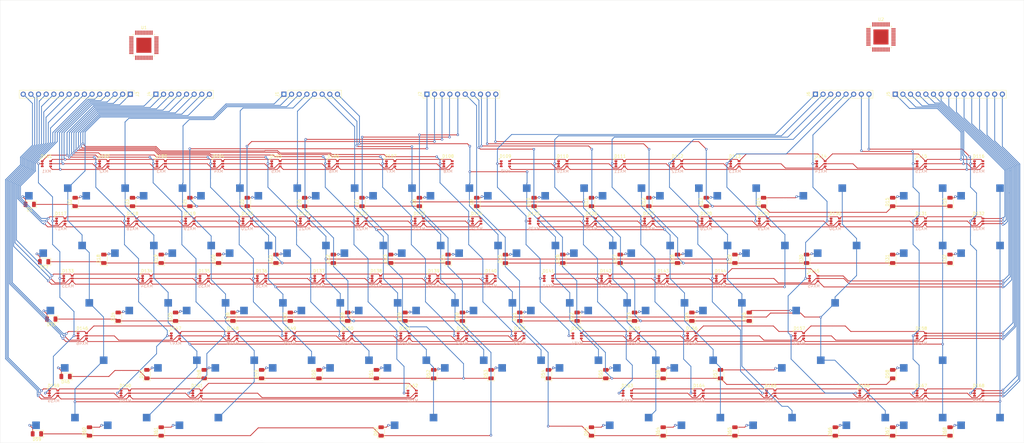
<source format=kicad_pcb>
(kicad_pcb (version 20171130) (host pcbnew 5.1.6)
  (layers (0 F.Cu signal) (31 B.Cu signal) (34 B.Paste user) (35 F.Paste user) (36 B.SilkS user) (37 F.SilkS user) (38 B.Mask user) (39 F.Mask user) (44 Edge.Cuts user))
  (net 0 "")
  (net 1 "Net-(D1-Pad2)")
  (net 2 ROW0)
  (net 3 "Net-(D2-Pad2)")
  (net 4 "Net-(D3-Pad2)")
  (net 5 "Net-(D4-Pad2)")
  (net 6 "Net-(D5-Pad2)")
  (net 7 "Net-(D6-Pad2)")
  (net 8 "Net-(D7-Pad2)")
  (net 9 "Net-(D8-Pad2)")
  (net 10 "Net-(D9-Pad2)")
  (net 11 ROW1)
  (net 12 "Net-(D10-Pad2)")
  (net 13 "Net-(D11-Pad2)")
  (net 14 "Net-(D12-Pad2)")
  (net 15 "Net-(D13-Pad2)")
  (net 16 "Net-(D14-Pad2)")
  (net 17 "Net-(D15-Pad2)")
  (net 18 "Net-(D16-Pad2)")
  (net 19 "Net-(D17-Pad2)")
  (net 20 ROW2)
  (net 21 "Net-(D18-Pad2)")
  (net 22 "Net-(D19-Pad2)")
  (net 23 "Net-(D20-Pad2)")
  (net 24 "Net-(D21-Pad2)")
  (net 25 "Net-(D22-Pad2)")
  (net 26 "Net-(D23-Pad2)")
  (net 27 "Net-(D24-Pad2)")
  (net 28 "Net-(D25-Pad2)")
  (net 29 ROW3)
  (net 30 "Net-(D26-Pad2)")
  (net 31 "Net-(D27-Pad2)")
  (net 32 "Net-(D28-Pad2)")
  (net 33 "Net-(D29-Pad2)")
  (net 34 "Net-(D30-Pad2)")
  (net 35 "Net-(D31-Pad2)")
  (net 36 "Net-(D32-Pad2)")
  (net 37 "Net-(D33-Pad2)")
  (net 38 ROW4)
  (net 39 "Net-(D34-Pad2)")
  (net 40 "Net-(D35-Pad2)")
  (net 41 "Net-(D36-Pad2)")
  (net 42 "Net-(D37-Pad2)")
  (net 43 ROW5)
  (net 44 "Net-(D38-Pad2)")
  (net 45 "Net-(D39-Pad2)")
  (net 46 "Net-(D40-Pad2)")
  (net 47 "Net-(D41-Pad2)")
  (net 48 "Net-(D42-Pad2)")
  (net 49 "Net-(D43-Pad2)")
  (net 50 ROW6)
  (net 51 "Net-(D44-Pad2)")
  (net 52 "Net-(D45-Pad2)")
  (net 53 "Net-(D46-Pad2)")
  (net 54 "Net-(D47-Pad2)")
  (net 55 "Net-(D48-Pad2)")
  (net 56 ROW7)
  (net 57 "Net-(D49-Pad2)")
  (net 58 "Net-(D50-Pad2)")
  (net 59 "Net-(D51-Pad2)")
  (net 60 "Net-(D52-Pad2)")
  (net 61 "Net-(D53-Pad2)")
  (net 62 ROW8)
  (net 63 "Net-(D54-Pad2)")
  (net 64 "Net-(D55-Pad2)")
  (net 65 "Net-(D56-Pad2)")
  (net 66 "Net-(D57-Pad2)")
  (net 67 "Net-(D58-Pad2)")
  (net 68 "Net-(D59-Pad2)")
  (net 69 "Net-(D60-Pad2)")
  (net 70 "Net-(D61-Pad2)")
  (net 71 ROW9)
  (net 72 "Net-(D62-Pad2)")
  (net 73 "Net-(D63-Pad2)")
  (net 74 "Net-(D64-Pad2)")
  (net 75 "Net-(D65-Pad2)")
  (net 76 "Net-(D66-Pad2)")
  (net 77 "Net-(D67-Pad2)")
  (net 78 "Net-(D68-Pad2)")
  (net 79 COL0)
  (net 80 COL1)
  (net 81 COL2)
  (net 82 COL3)
  (net 83 COL4)
  (net 84 COL5)
  (net 85 COL6)
  (net 86 COL7)
  (net 87 LED_A_COL_2)
  (net 88 LED_A_COL_1)
  (net 89 LED_A_COL_0)
  (net 90 LED_A_ROW_0)
  (net 91 LED_A_ROW_1)
  (net 92 LED_A_ROW_2)
  (net 93 LED_A_ROW_3)
  (net 94 LED_A_ROW_4)
  (net 95 LED_A_ROW_5)
  (net 96 LED_A_ROW_6)
  (net 97 LED_A_ROW_7)
  (net 98 LED_B_COL_2)
  (net 99 LED_B_COL_1)
  (net 100 LED_B_COL_0)
  (net 101 LED_B_ROW_0)
  (net 102 LED_B_ROW_1)
  (net 103 LED_B_ROW_2)
  (net 104 LED_B_ROW_3)
  (net 105 LED_B_ROW_4)
  (net 106 LED_B_ROW_5)
  (net 107 LED_B_ROW_6)
  (net 108 LED_B_ROW_7)
  (net 109 LED_A_COL_5)
  (net 110 LED_A_COL_4)
  (net 111 LED_A_COL_3)
  (net 112 LED_B_COL_5)
  (net 113 LED_B_COL_4)
  (net 114 LED_B_COL_3)
  (net 115 LED_A_COL_8)
  (net 116 LED_A_COL_7)
  (net 117 LED_A_COL_6)
  (net 118 LED_B_COL_8)
  (net 119 LED_B_COL_7)
  (net 120 LED_B_COL_6)
  (net 121 LED_A_COL_11)
  (net 122 LED_A_COL_10)
  (net 123 LED_A_COL_9)
  (net 124 LED_B_COL_11)
  (net 125 LED_B_COL_10)
  (net 126 LED_B_COL_9)
  (net 127 LED_A_COL_14)
  (net 128 LED_A_COL_13)
  (net 129 LED_A_COL_12)
  (net 130 LED_B_COL_14)
  (net 131 LED_B_COL_13)
  (net 132 LED_B_COL_12)
  (net 133 "Net-(U1-Pad48)")
  (net 134 "Net-(U1-Pad47)")
  (net 135 "Net-(U1-Pad46)")
  (net 136 "Net-(U1-Pad45)")
  (net 137 "Net-(U1-Pad44)")
  (net 138 "Net-(U1-Pad43)")
  (net 139 "Net-(U1-Pad42)")
  (net 140 "Net-(U1-Pad41)")
  (net 141 "Net-(U1-Pad40)")
  (net 142 "Net-(U1-Pad39)")
  (net 143 "Net-(U1-Pad38)")
  (net 144 "Net-(U1-Pad37)")
  (net 145 "Net-(U1-Pad36)")
  (net 146 "Net-(U1-Pad35)")
  (net 147 "Net-(U1-Pad34)")
  (net 148 "Net-(U1-Pad33)")
  (net 149 "Net-(U1-Pad29)")
  (net 150 "Net-(U1-Pad20)")
  (net 151 "Net-(U1-Pad15)")
  (net 152 "Net-(U1-Pad14)")
  (net 153 "Net-(U1-Pad13)")
  (net 154 "Net-(U1-Pad12)")
  (net 155 "Net-(U1-Pad11)")
  (net 156 "Net-(U1-Pad1)")
  (net 157 "Net-(U2-Pad48)")
  (net 158 "Net-(U2-Pad47)")
  (net 159 "Net-(U2-Pad46)")
  (net 160 "Net-(U2-Pad45)")
  (net 161 "Net-(U2-Pad44)")
  (net 162 "Net-(U2-Pad43)")
  (net 163 "Net-(U2-Pad42)")
  (net 164 "Net-(U2-Pad41)")
  (net 165 "Net-(U2-Pad40)")
  (net 166 "Net-(U2-Pad39)")
  (net 167 "Net-(U2-Pad38)")
  (net 168 "Net-(U2-Pad37)")
  (net 169 "Net-(U2-Pad36)")
  (net 170 "Net-(U2-Pad35)")
  (net 171 "Net-(U2-Pad34)")
  (net 172 "Net-(U2-Pad33)")
  (net 173 "Net-(U2-Pad29)")
  (net 174 "Net-(U2-Pad20)")
  (net 175 "Net-(U2-Pad15)")
  (net 176 "Net-(U2-Pad14)")
  (net 177 "Net-(U2-Pad13)")
  (net 178 "Net-(U2-Pad12)")
  (net 179 "Net-(U2-Pad11)")
  (net 180 "Net-(U2-Pad1)")
  (net 181 "Net-(U1-Pad32)")
  (net 182 "Net-(U1-Pad31)")
  (net 183 "Net-(U1-Pad30)")
  (net 184 "Net-(U1-Pad28)")
  (net 185 "Net-(U1-Pad27)")
  (net 186 "Net-(U1-Pad26)")
  (net 187 "Net-(U1-Pad25)")
  (net 188 "Net-(U1-Pad24)")
  (net 189 "Net-(U1-Pad23)")
  (net 190 "Net-(U1-Pad22)")
  (net 191 "Net-(U1-Pad21)")
  (net 192 "Net-(U1-Pad19)")
  (net 193 "Net-(U1-Pad18)")
  (net 194 "Net-(U1-Pad17)")
  (net 195 "Net-(U1-Pad16)")
  (net 196 "Net-(U1-Pad10)")
  (net 197 "Net-(U1-Pad9)")
  (net 198 "Net-(U1-Pad8)")
  (net 199 "Net-(U1-Pad7)")
  (net 200 "Net-(U1-Pad6)")
  (net 201 "Net-(U1-Pad4)")
  (net 202 "Net-(U1-Pad3)")
  (net 203 "Net-(U1-Pad2)")
  (net 204 "Net-(U2-Pad32)")
  (net 205 "Net-(U2-Pad31)")
  (net 206 "Net-(U2-Pad30)")
  (net 207 "Net-(U2-Pad28)")
  (net 208 "Net-(U2-Pad27)")
  (net 209 "Net-(U2-Pad26)")
  (net 210 "Net-(U2-Pad25)")
  (net 211 "Net-(U2-Pad24)")
  (net 212 "Net-(U2-Pad23)")
  (net 213 "Net-(U2-Pad22)")
  (net 214 "Net-(U2-Pad21)")
  (net 215 "Net-(U2-Pad19)")
  (net 216 "Net-(U2-Pad18)")
  (net 217 "Net-(U2-Pad17)")
  (net 218 "Net-(U2-Pad16)")
  (net 219 "Net-(U2-Pad10)")
  (net 220 "Net-(U2-Pad9)")
  (net 221 "Net-(U2-Pad8)")
  (net 222 "Net-(U2-Pad7)")
  (net 223 "Net-(U2-Pad6)")
  (net 224 "Net-(U2-Pad4)")
  (net 225 "Net-(U2-Pad3)")
  (net 226 "Net-(U2-Pad2)")
  (module Connector_PinHeader_2.54mm:PinHeader_1x08_P2.54mm_Vertical (layer F.Cu) (at 104.25 -3.25 90)
    (fp_text reference J1 (at 0 -2.33 90) (layer F.SilkS))
    (fp_text value Columns)
    (pad 8 thru_hole oval (at 0 17.78 90) (size 1.7 1.7) (drill 1) (layers *.Cu *.Mask) (net 86 COL7))
    (pad 7 thru_hole oval (at 0 15.24 90) (size 1.7 1.7) (drill 1) (layers *.Cu *.Mask) (net 85 COL6))
    (pad 6 thru_hole oval (at 0 12.7 90) (size 1.7 1.7) (drill 1) (layers *.Cu *.Mask) (net 84 COL5))
    (pad 5 thru_hole oval (at 0 10.16 90) (size 1.7 1.7) (drill 1) (layers *.Cu *.Mask) (net 83 COL4))
    (pad 4 thru_hole oval (at 0 7.62 90) (size 1.7 1.7) (drill 1) (layers *.Cu *.Mask) (net 82 COL3))
    (pad 3 thru_hole oval (at 0 5.08 90) (size 1.7 1.7) (drill 1) (layers *.Cu *.Mask) (net 81 COL2))
    (pad 2 thru_hole oval (at 0 2.54 90) (size 1.7 1.7) (drill 1) (layers *.Cu *.Mask) (net 80 COL1))
    (pad 1 thru_hole rect (at 0 0 90) (size 1.7 1.7) (drill 1) (layers *.Cu *.Mask) (net 79 COL0))
  )
  (module Diode_SMD:D_1206_3216Metric (layer F.Cu) (at 325.4375 108.74375 90)
    (fp_text reference D68 (at 0 -1.82 90) (layer F.SilkS))
    (fp_text value D_small)
    (pad 2 smd roundrect (at 1.4 0 90) (size 1.25 1.75) (layers F.Cu F.Paste F.Mask) (roundrect_rratio 0.2) (net 78 "Net-(D68-Pad2)"))
    (pad 1 smd roundrect (at -1.4 0 90) (size 1.25 1.75) (layers F.Cu F.Paste F.Mask) (roundrect_rratio 0.2) (net 43 ROW5))
  )
  (module Diode_SMD:D_1206_3216Metric (layer F.Cu) (at 306.3875 108.74375 90)
    (fp_text reference D67 (at 0 -1.82 90) (layer F.SilkS))
    (fp_text value D_small)
    (pad 2 smd roundrect (at 1.4 0 90) (size 1.25 1.75) (layers F.Cu F.Paste F.Mask) (roundrect_rratio 0.2) (net 77 "Net-(D67-Pad2)"))
    (pad 1 smd roundrect (at -1.4 0 90) (size 1.25 1.75) (layers F.Cu F.Paste F.Mask) (roundrect_rratio 0.2) (net 43 ROW5))
  )
  (module Diode_SMD:D_1206_3216Metric (layer F.Cu) (at 287.3375 108.74375 90)
    (fp_text reference D66 (at 0 -1.82 90) (layer F.SilkS))
    (fp_text value D_small)
    (pad 2 smd roundrect (at 1.4 0 90) (size 1.25 1.75) (layers F.Cu F.Paste F.Mask) (roundrect_rratio 0.2) (net 76 "Net-(D66-Pad2)"))
    (pad 1 smd roundrect (at -1.4 0 90) (size 1.25 1.75) (layers F.Cu F.Paste F.Mask) (roundrect_rratio 0.2) (net 43 ROW5))
  )
  (module Diode_SMD:D_1206_3216Metric (layer F.Cu) (at 254 108.74375 90)
    (fp_text reference D65 (at 0 -1.82 90) (layer F.SilkS))
    (fp_text value D_small)
    (pad 2 smd roundrect (at 1.4 0 90) (size 1.25 1.75) (layers F.Cu F.Paste F.Mask) (roundrect_rratio 0.2) (net 75 "Net-(D65-Pad2)"))
    (pad 1 smd roundrect (at -1.4 0 90) (size 1.25 1.75) (layers F.Cu F.Paste F.Mask) (roundrect_rratio 0.2) (net 43 ROW5))
  )
  (module Diode_SMD:D_1206_3216Metric (layer F.Cu) (at 230.1875 108.74375 90)
    (fp_text reference D64 (at 0 -1.82 90) (layer F.SilkS))
    (fp_text value D_small)
    (pad 2 smd roundrect (at 1.4 0 90) (size 1.25 1.75) (layers F.Cu F.Paste F.Mask) (roundrect_rratio 0.2) (net 74 "Net-(D64-Pad2)"))
    (pad 1 smd roundrect (at -1.4 0 90) (size 1.25 1.75) (layers F.Cu F.Paste F.Mask) (roundrect_rratio 0.2) (net 43 ROW5))
  )
  (module Diode_SMD:D_1206_3216Metric (layer F.Cu) (at 206.375 108.74375 90)
    (fp_text reference D63 (at 0 -1.82 90) (layer F.SilkS))
    (fp_text value D_small)
    (pad 2 smd roundrect (at 1.4 0 90) (size 1.25 1.75) (layers F.Cu F.Paste F.Mask) (roundrect_rratio 0.2) (net 73 "Net-(D63-Pad2)"))
    (pad 1 smd roundrect (at -1.4 0 90) (size 1.25 1.75) (layers F.Cu F.Paste F.Mask) (roundrect_rratio 0.2) (net 43 ROW5))
  )
  (module Diode_SMD:D_1206_3216Metric (layer F.Cu) (at 136.525 108.74375 90)
    (fp_text reference D62 (at 0 -1.82 90) (layer F.SilkS))
    (fp_text value D_small)
    (pad 2 smd roundrect (at 1.4 0 90) (size 1.25 1.75) (layers F.Cu F.Paste F.Mask) (roundrect_rratio 0.2) (net 72 "Net-(D62-Pad2)"))
    (pad 1 smd roundrect (at -1.4 0 90) (size 1.25 1.75) (layers F.Cu F.Paste F.Mask) (roundrect_rratio 0.2) (net 38 ROW4))
  )
  (module Diode_SMD:D_1206_3216Metric (layer F.Cu) (at 63.5 108.74375 90)
    (fp_text reference D61 (at 0 -1.82 90) (layer F.SilkS))
    (fp_text value D_small)
    (pad 2 smd roundrect (at 1.4 0 90) (size 1.25 1.75) (layers F.Cu F.Paste F.Mask) (roundrect_rratio 0.2) (net 70 "Net-(D61-Pad2)"))
    (pad 1 smd roundrect (at -1.4 0 90) (size 1.25 1.75) (layers F.Cu F.Paste F.Mask) (roundrect_rratio 0.2) (net 38 ROW4))
  )
  (module Diode_SMD:D_1206_3216Metric (layer F.Cu) (at 39.6875 108.74375 90)
    (fp_text reference D60 (at 0 -1.82 90) (layer F.SilkS))
    (fp_text value D_small)
    (pad 2 smd roundrect (at 1.4 0 90) (size 1.25 1.75) (layers F.Cu F.Paste F.Mask) (roundrect_rratio 0.2) (net 69 "Net-(D60-Pad2)"))
    (pad 1 smd roundrect (at -1.4 0 90) (size 1.25 1.75) (layers F.Cu F.Paste F.Mask) (roundrect_rratio 0.2) (net 38 ROW4))
  )
  (module Diode_SMD:D_1206_3216Metric (layer F.Cu) (at 22.225 109.5375 180)
    (fp_text reference D59 (at 0 -1.82) (layer F.SilkS))
    (fp_text value D_small)
    (pad 2 smd roundrect (at 1.4 0 180) (size 1.25 1.75) (layers F.Cu F.Paste F.Mask) (roundrect_rratio 0.2) (net 68 "Net-(D59-Pad2)"))
    (pad 1 smd roundrect (at -1.4 0 180) (size 1.25 1.75) (layers F.Cu F.Paste F.Mask) (roundrect_rratio 0.2) (net 38 ROW4))
  )
  (module Diode_SMD:D_1206_3216Metric (layer F.Cu) (at 306.3875 89.69375 90)
    (fp_text reference D58 (at 0 -1.82 90) (layer F.SilkS))
    (fp_text value D_small)
    (pad 2 smd roundrect (at 1.4 0 90) (size 1.25 1.75) (layers F.Cu F.Paste F.Mask) (roundrect_rratio 0.2) (net 67 "Net-(D58-Pad2)"))
    (pad 1 smd roundrect (at -1.4 0 90) (size 1.25 1.75) (layers F.Cu F.Paste F.Mask) (roundrect_rratio 0.2) (net 50 ROW6))
  )
  (module Diode_SMD:D_1206_3216Metric (layer F.Cu) (at 249.2375 89.69375 90)
    (fp_text reference D57 (at 0 -1.82 90) (layer F.SilkS))
    (fp_text value D_small)
    (pad 2 smd roundrect (at 1.4 0 90) (size 1.25 1.75) (layers F.Cu F.Paste F.Mask) (roundrect_rratio 0.2) (net 66 "Net-(D57-Pad2)"))
    (pad 1 smd roundrect (at -1.4 0 90) (size 1.25 1.75) (layers F.Cu F.Paste F.Mask) (roundrect_rratio 0.2) (net 50 ROW6))
  )
  (module Diode_SMD:D_1206_3216Metric (layer F.Cu) (at 230.1875 89.69375 90)
    (fp_text reference D56 (at 0 -1.82 90) (layer F.SilkS))
    (fp_text value D_small)
    (pad 2 smd roundrect (at 1.4 0 90) (size 1.25 1.75) (layers F.Cu F.Paste F.Mask) (roundrect_rratio 0.2) (net 65 "Net-(D56-Pad2)"))
    (pad 1 smd roundrect (at -1.4 0 90) (size 1.25 1.75) (layers F.Cu F.Paste F.Mask) (roundrect_rratio 0.2) (net 50 ROW6))
  )
  (module Diode_SMD:D_1206_3216Metric (layer F.Cu) (at 211.1375 89.69375 90)
    (fp_text reference D55 (at 0 -1.82 90) (layer F.SilkS))
    (fp_text value D_small)
    (pad 2 smd roundrect (at 1.4 0 90) (size 1.25 1.75) (layers F.Cu F.Paste F.Mask) (roundrect_rratio 0.2) (net 64 "Net-(D55-Pad2)"))
    (pad 1 smd roundrect (at -1.4 0 90) (size 1.25 1.75) (layers F.Cu F.Paste F.Mask) (roundrect_rratio 0.2) (net 50 ROW6))
  )
  (module Diode_SMD:D_1206_3216Metric (layer F.Cu) (at 192.0875 89.69375 90)
    (fp_text reference D54 (at 0 -1.82 90) (layer F.SilkS))
    (fp_text value D_small)
    (pad 2 smd roundrect (at 1.4 0 90) (size 1.25 1.75) (layers F.Cu F.Paste F.Mask) (roundrect_rratio 0.2) (net 63 "Net-(D54-Pad2)"))
    (pad 1 smd roundrect (at -1.4 0 90) (size 1.25 1.75) (layers F.Cu F.Paste F.Mask) (roundrect_rratio 0.2) (net 50 ROW6))
  )
  (module Diode_SMD:D_1206_3216Metric (layer F.Cu) (at 173.0375 89.69375 90)
    (fp_text reference D53 (at 0 -1.82 90) (layer F.SilkS))
    (fp_text value D_small)
    (pad 2 smd roundrect (at 1.4 0 90) (size 1.25 1.75) (layers F.Cu F.Paste F.Mask) (roundrect_rratio 0.2) (net 61 "Net-(D53-Pad2)"))
    (pad 1 smd roundrect (at -1.4 0 90) (size 1.25 1.75) (layers F.Cu F.Paste F.Mask) (roundrect_rratio 0.2) (net 29 ROW3))
  )
  (module Diode_SMD:D_1206_3216Metric (layer F.Cu) (at 153.9875 89.69375 90)
    (fp_text reference D52 (at 0 -1.82 90) (layer F.SilkS))
    (fp_text value D_small)
    (pad 2 smd roundrect (at 1.4 0 90) (size 1.25 1.75) (layers F.Cu F.Paste F.Mask) (roundrect_rratio 0.2) (net 60 "Net-(D52-Pad2)"))
    (pad 1 smd roundrect (at -1.4 0 90) (size 1.25 1.75) (layers F.Cu F.Paste F.Mask) (roundrect_rratio 0.2) (net 29 ROW3))
  )
  (module Diode_SMD:D_1206_3216Metric (layer F.Cu) (at 134.9375 89.69375 90)
    (fp_text reference D51 (at 0 -1.82 90) (layer F.SilkS))
    (fp_text value D_small)
    (pad 2 smd roundrect (at 1.4 0 90) (size 1.25 1.75) (layers F.Cu F.Paste F.Mask) (roundrect_rratio 0.2) (net 59 "Net-(D51-Pad2)"))
    (pad 1 smd roundrect (at -1.4 0 90) (size 1.25 1.75) (layers F.Cu F.Paste F.Mask) (roundrect_rratio 0.2) (net 29 ROW3))
  )
  (module Diode_SMD:D_1206_3216Metric (layer F.Cu) (at 115.8875 89.69375 90)
    (fp_text reference D50 (at 0 -1.82 90) (layer F.SilkS))
    (fp_text value D_small)
    (pad 2 smd roundrect (at 1.4 0 90) (size 1.25 1.75) (layers F.Cu F.Paste F.Mask) (roundrect_rratio 0.2) (net 58 "Net-(D50-Pad2)"))
    (pad 1 smd roundrect (at -1.4 0 90) (size 1.25 1.75) (layers F.Cu F.Paste F.Mask) (roundrect_rratio 0.2) (net 29 ROW3))
  )
  (module Diode_SMD:D_1206_3216Metric (layer F.Cu) (at 96.8375 89.69375 90)
    (fp_text reference D49 (at 0 -1.82 90) (layer F.SilkS))
    (fp_text value D_small)
    (pad 2 smd roundrect (at 1.4 0 90) (size 1.25 1.75) (layers F.Cu F.Paste F.Mask) (roundrect_rratio 0.2) (net 57 "Net-(D49-Pad2)"))
    (pad 1 smd roundrect (at -1.4 0 90) (size 1.25 1.75) (layers F.Cu F.Paste F.Mask) (roundrect_rratio 0.2) (net 29 ROW3))
  )
  (module Diode_SMD:D_1206_3216Metric (layer F.Cu) (at 77.7875 89.69375 90)
    (fp_text reference D48 (at 0 -1.82 90) (layer F.SilkS))
    (fp_text value D_small)
    (pad 2 smd roundrect (at 1.4 0 90) (size 1.25 1.75) (layers F.Cu F.Paste F.Mask) (roundrect_rratio 0.2) (net 55 "Net-(D48-Pad2)"))
    (pad 1 smd roundrect (at -1.4 0 90) (size 1.25 1.75) (layers F.Cu F.Paste F.Mask) (roundrect_rratio 0.2) (net 29 ROW3))
  )
  (module Diode_SMD:D_1206_3216Metric (layer F.Cu) (at 58.7375 89.69375 90)
    (fp_text reference D47 (at 0 -1.82 90) (layer F.SilkS))
    (fp_text value D_small)
    (pad 2 smd roundrect (at 1.4 0 90) (size 1.25 1.75) (layers F.Cu F.Paste F.Mask) (roundrect_rratio 0.2) (net 54 "Net-(D47-Pad2)"))
    (pad 1 smd roundrect (at -1.4 0 90) (size 1.25 1.75) (layers F.Cu F.Paste F.Mask) (roundrect_rratio 0.2) (net 29 ROW3))
  )
  (module Diode_SMD:D_1206_3216Metric (layer F.Cu) (at 31.75 90.4875 180)
    (fp_text reference D46 (at 0 -1.82) (layer F.SilkS))
    (fp_text value D_small)
    (pad 2 smd roundrect (at 1.4 0 180) (size 1.25 1.75) (layers F.Cu F.Paste F.Mask) (roundrect_rratio 0.2) (net 53 "Net-(D46-Pad2)"))
    (pad 1 smd roundrect (at -1.4 0 180) (size 1.25 1.75) (layers F.Cu F.Paste F.Mask) (roundrect_rratio 0.2) (net 29 ROW3))
  )
  (module Diode_SMD:D_1206_3216Metric (layer F.Cu) (at 258.7625 70.64375 90)
    (fp_text reference D45 (at 0 -1.82 90) (layer F.SilkS))
    (fp_text value D_small)
    (pad 2 smd roundrect (at 1.4 0 90) (size 1.25 1.75) (layers F.Cu F.Paste F.Mask) (roundrect_rratio 0.2) (net 52 "Net-(D45-Pad2)"))
    (pad 1 smd roundrect (at -1.4 0 90) (size 1.25 1.75) (layers F.Cu F.Paste F.Mask) (roundrect_rratio 0.2) (net 56 ROW7))
  )
  (module Diode_SMD:D_1206_3216Metric (layer F.Cu) (at 239.7125 70.64375 90)
    (fp_text reference D44 (at 0 -1.82 90) (layer F.SilkS))
    (fp_text value D_small)
    (pad 2 smd roundrect (at 1.4 0 90) (size 1.25 1.75) (layers F.Cu F.Paste F.Mask) (roundrect_rratio 0.2) (net 51 "Net-(D44-Pad2)"))
    (pad 1 smd roundrect (at -1.4 0 90) (size 1.25 1.75) (layers F.Cu F.Paste F.Mask) (roundrect_rratio 0.2) (net 56 ROW7))
  )
  (module Diode_SMD:D_1206_3216Metric (layer F.Cu) (at 220.6625 70.64375 90)
    (fp_text reference D43 (at 0 -1.82 90) (layer F.SilkS))
    (fp_text value D_small)
    (pad 2 smd roundrect (at 1.4 0 90) (size 1.25 1.75) (layers F.Cu F.Paste F.Mask) (roundrect_rratio 0.2) (net 49 "Net-(D43-Pad2)"))
    (pad 1 smd roundrect (at -1.4 0 90) (size 1.25 1.75) (layers F.Cu F.Paste F.Mask) (roundrect_rratio 0.2) (net 56 ROW7))
  )
  (module Diode_SMD:D_1206_3216Metric (layer F.Cu) (at 201.6125 70.64375 90)
    (fp_text reference D42 (at 0 -1.82 90) (layer F.SilkS))
    (fp_text value D_small)
    (pad 2 smd roundrect (at 1.4 0 90) (size 1.25 1.75) (layers F.Cu F.Paste F.Mask) (roundrect_rratio 0.2) (net 48 "Net-(D42-Pad2)"))
    (pad 1 smd roundrect (at -1.4 0 90) (size 1.25 1.75) (layers F.Cu F.Paste F.Mask) (roundrect_rratio 0.2) (net 56 ROW7))
  )
  (module Diode_SMD:D_1206_3216Metric (layer F.Cu) (at 182.5625 70.64375 90)
    (fp_text reference D41 (at 0 -1.82 90) (layer F.SilkS))
    (fp_text value D_small)
    (pad 2 smd roundrect (at 1.4 0 90) (size 1.25 1.75) (layers F.Cu F.Paste F.Mask) (roundrect_rratio 0.2) (net 47 "Net-(D41-Pad2)"))
    (pad 1 smd roundrect (at -1.4 0 90) (size 1.25 1.75) (layers F.Cu F.Paste F.Mask) (roundrect_rratio 0.2) (net 56 ROW7))
  )
  (module Diode_SMD:D_1206_3216Metric (layer F.Cu) (at 163.5125 70.64375 90)
    (fp_text reference D40 (at 0 -1.82 90) (layer F.SilkS))
    (fp_text value D_small)
    (pad 2 smd roundrect (at 1.4 0 90) (size 1.25 1.75) (layers F.Cu F.Paste F.Mask) (roundrect_rratio 0.2) (net 46 "Net-(D40-Pad2)"))
    (pad 1 smd roundrect (at -1.4 0 90) (size 1.25 1.75) (layers F.Cu F.Paste F.Mask) (roundrect_rratio 0.2) (net 20 ROW2))
  )
  (module Diode_SMD:D_1206_3216Metric (layer F.Cu) (at 144.4625 70.64375 90)
    (fp_text reference D39 (at 0 -1.82 90) (layer F.SilkS))
    (fp_text value D_small)
    (pad 2 smd roundrect (at 1.4 0 90) (size 1.25 1.75) (layers F.Cu F.Paste F.Mask) (roundrect_rratio 0.2) (net 45 "Net-(D39-Pad2)"))
    (pad 1 smd roundrect (at -1.4 0 90) (size 1.25 1.75) (layers F.Cu F.Paste F.Mask) (roundrect_rratio 0.2) (net 20 ROW2))
  )
  (module Diode_SMD:D_1206_3216Metric (layer F.Cu) (at 125.4125 70.64375 90)
    (fp_text reference D38 (at 0 -1.82 90) (layer F.SilkS))
    (fp_text value D_small)
    (pad 2 smd roundrect (at 1.4 0 90) (size 1.25 1.75) (layers F.Cu F.Paste F.Mask) (roundrect_rratio 0.2) (net 44 "Net-(D38-Pad2)"))
    (pad 1 smd roundrect (at -1.4 0 90) (size 1.25 1.75) (layers F.Cu F.Paste F.Mask) (roundrect_rratio 0.2) (net 20 ROW2))
  )
  (module Diode_SMD:D_1206_3216Metric (layer F.Cu) (at 106.3625 70.64375 90)
    (fp_text reference D37 (at 0 -1.82 90) (layer F.SilkS))
    (fp_text value D_small)
    (pad 2 smd roundrect (at 1.4 0 90) (size 1.25 1.75) (layers F.Cu F.Paste F.Mask) (roundrect_rratio 0.2) (net 42 "Net-(D37-Pad2)"))
    (pad 1 smd roundrect (at -1.4 0 90) (size 1.25 1.75) (layers F.Cu F.Paste F.Mask) (roundrect_rratio 0.2) (net 20 ROW2))
  )
  (module Diode_SMD:D_1206_3216Metric (layer F.Cu) (at 87.3125 70.64375 90)
    (fp_text reference D36 (at 0 -1.82 90) (layer F.SilkS))
    (fp_text value D_small)
    (pad 2 smd roundrect (at 1.4 0 90) (size 1.25 1.75) (layers F.Cu F.Paste F.Mask) (roundrect_rratio 0.2) (net 41 "Net-(D36-Pad2)"))
    (pad 1 smd roundrect (at -1.4 0 90) (size 1.25 1.75) (layers F.Cu F.Paste F.Mask) (roundrect_rratio 0.2) (net 20 ROW2))
  )
  (module Diode_SMD:D_1206_3216Metric (layer F.Cu) (at 68.2625 70.64375 90)
    (fp_text reference D35 (at 0 -1.82 90) (layer F.SilkS))
    (fp_text value D_small)
    (pad 2 smd roundrect (at 1.4 0 90) (size 1.25 1.75) (layers F.Cu F.Paste F.Mask) (roundrect_rratio 0.2) (net 40 "Net-(D35-Pad2)"))
    (pad 1 smd roundrect (at -1.4 0 90) (size 1.25 1.75) (layers F.Cu F.Paste F.Mask) (roundrect_rratio 0.2) (net 20 ROW2))
  )
  (module Diode_SMD:D_1206_3216Metric (layer F.Cu) (at 49.2125 70.64375 90)
    (fp_text reference D34 (at 0 -1.82 90) (layer F.SilkS))
    (fp_text value D_small)
    (pad 2 smd roundrect (at 1.4 0 90) (size 1.25 1.75) (layers F.Cu F.Paste F.Mask) (roundrect_rratio 0.2) (net 39 "Net-(D34-Pad2)"))
    (pad 1 smd roundrect (at -1.4 0 90) (size 1.25 1.75) (layers F.Cu F.Paste F.Mask) (roundrect_rratio 0.2) (net 20 ROW2))
  )
  (module Diode_SMD:D_1206_3216Metric (layer F.Cu) (at 26.9875 71.4375 180)
    (fp_text reference D33 (at 0 -1.82) (layer F.SilkS))
    (fp_text value D_small)
    (pad 2 smd roundrect (at 1.4 0 180) (size 1.25 1.75) (layers F.Cu F.Paste F.Mask) (roundrect_rratio 0.2) (net 37 "Net-(D33-Pad2)"))
    (pad 1 smd roundrect (at -1.4 0 180) (size 1.25 1.75) (layers F.Cu F.Paste F.Mask) (roundrect_rratio 0.2) (net 20 ROW2))
  )
  (module Diode_SMD:D_1206_3216Metric (layer F.Cu) (at 325.4375 51.40625 90)
    (fp_text reference D32 (at 0 -1.82 90) (layer F.SilkS))
    (fp_text value D_small)
    (pad 2 smd roundrect (at 1.4 0 90) (size 1.25 1.75) (layers F.Cu F.Paste F.Mask) (roundrect_rratio 0.2) (net 36 "Net-(D32-Pad2)"))
    (pad 1 smd roundrect (at -1.4 0 90) (size 1.25 1.75) (layers F.Cu F.Paste F.Mask) (roundrect_rratio 0.2) (net 62 ROW8))
  )
  (module Diode_SMD:D_1206_3216Metric (layer F.Cu) (at 306.3875 51.40625 90)
    (fp_text reference D31 (at 0 -1.82 90) (layer F.SilkS))
    (fp_text value D_small)
    (pad 2 smd roundrect (at 1.4 0 90) (size 1.25 1.75) (layers F.Cu F.Paste F.Mask) (roundrect_rratio 0.2) (net 35 "Net-(D31-Pad2)"))
    (pad 1 smd roundrect (at -1.4 0 90) (size 1.25 1.75) (layers F.Cu F.Paste F.Mask) (roundrect_rratio 0.2) (net 62 ROW8))
  )
  (module Diode_SMD:D_1206_3216Metric (layer F.Cu) (at 277.8125 51.40625 90)
    (fp_text reference D30 (at 0 -1.82 90) (layer F.SilkS))
    (fp_text value D_small)
    (pad 2 smd roundrect (at 1.4 0 90) (size 1.25 1.75) (layers F.Cu F.Paste F.Mask) (roundrect_rratio 0.2) (net 34 "Net-(D30-Pad2)"))
    (pad 1 smd roundrect (at -1.4 0 90) (size 1.25 1.75) (layers F.Cu F.Paste F.Mask) (roundrect_rratio 0.2) (net 62 ROW8))
  )
  (module Diode_SMD:D_1206_3216Metric (layer F.Cu) (at 254 51.40625 90)
    (fp_text reference D29 (at 0 -1.82 90) (layer F.SilkS))
    (fp_text value D_small)
    (pad 2 smd roundrect (at 1.4 0 90) (size 1.25 1.75) (layers F.Cu F.Paste F.Mask) (roundrect_rratio 0.2) (net 33 "Net-(D29-Pad2)"))
    (pad 1 smd roundrect (at -1.4 0 90) (size 1.25 1.75) (layers F.Cu F.Paste F.Mask) (roundrect_rratio 0.2) (net 62 ROW8))
  )
  (module Diode_SMD:D_1206_3216Metric (layer F.Cu) (at 234.95 51.40625 90)
    (fp_text reference D28 (at 0 -1.82 90) (layer F.SilkS))
    (fp_text value D_small)
    (pad 2 smd roundrect (at 1.4 0 90) (size 1.25 1.75) (layers F.Cu F.Paste F.Mask) (roundrect_rratio 0.2) (net 32 "Net-(D28-Pad2)"))
    (pad 1 smd roundrect (at -1.4 0 90) (size 1.25 1.75) (layers F.Cu F.Paste F.Mask) (roundrect_rratio 0.2) (net 62 ROW8))
  )
  (module Diode_SMD:D_1206_3216Metric (layer F.Cu) (at 215.9 51.40625 90)
    (fp_text reference D27 (at 0 -1.82 90) (layer F.SilkS))
    (fp_text value D_small)
    (pad 2 smd roundrect (at 1.4 0 90) (size 1.25 1.75) (layers F.Cu F.Paste F.Mask) (roundrect_rratio 0.2) (net 31 "Net-(D27-Pad2)"))
    (pad 1 smd roundrect (at -1.4 0 90) (size 1.25 1.75) (layers F.Cu F.Paste F.Mask) (roundrect_rratio 0.2) (net 62 ROW8))
  )
  (module Diode_SMD:D_1206_3216Metric (layer F.Cu) (at 196.85 51.40625 90)
    (fp_text reference D26 (at 0 -1.82 90) (layer F.SilkS))
    (fp_text value D_small)
    (pad 2 smd roundrect (at 1.4 0 90) (size 1.25 1.75) (layers F.Cu F.Paste F.Mask) (roundrect_rratio 0.2) (net 30 "Net-(D26-Pad2)"))
    (pad 1 smd roundrect (at -1.4 0 90) (size 1.25 1.75) (layers F.Cu F.Paste F.Mask) (roundrect_rratio 0.2) (net 62 ROW8))
  )
  (module Diode_SMD:D_1206_3216Metric (layer F.Cu) (at 177.8 51.435 90)
    (fp_text reference D25 (at 0 -1.82 90) (layer F.SilkS))
    (fp_text value D_small)
    (pad 2 smd roundrect (at 1.4 0 90) (size 1.25 1.75) (layers F.Cu F.Paste F.Mask) (roundrect_rratio 0.2) (net 28 "Net-(D25-Pad2)"))
    (pad 1 smd roundrect (at -1.4 0 90) (size 1.25 1.75) (layers F.Cu F.Paste F.Mask) (roundrect_rratio 0.2) (net 62 ROW8))
  )
  (module Diode_SMD:D_1206_3216Metric (layer F.Cu) (at 158.75 51.40625 90)
    (fp_text reference D24 (at 0 -1.82 90) (layer F.SilkS))
    (fp_text value D_small)
    (pad 2 smd roundrect (at 1.4 0 90) (size 1.25 1.75) (layers F.Cu F.Paste F.Mask) (roundrect_rratio 0.2) (net 27 "Net-(D24-Pad2)"))
    (pad 1 smd roundrect (at -1.4 0 90) (size 1.25 1.75) (layers F.Cu F.Paste F.Mask) (roundrect_rratio 0.2) (net 11 ROW1))
  )
  (module Diode_SMD:D_1206_3216Metric (layer F.Cu) (at 139.7 51.40625 90)
    (fp_text reference D23 (at 0 -1.82 90) (layer F.SilkS))
    (fp_text value D_small)
    (pad 2 smd roundrect (at 1.4 0 90) (size 1.25 1.75) (layers F.Cu F.Paste F.Mask) (roundrect_rratio 0.2) (net 26 "Net-(D23-Pad2)"))
    (pad 1 smd roundrect (at -1.4 0 90) (size 1.25 1.75) (layers F.Cu F.Paste F.Mask) (roundrect_rratio 0.2) (net 11 ROW1))
  )
  (module Diode_SMD:D_1206_3216Metric (layer F.Cu) (at 120.65 51.40625 90)
    (fp_text reference D22 (at 0 -1.82 90) (layer F.SilkS))
    (fp_text value D_small)
    (pad 2 smd roundrect (at 1.4 0 90) (size 1.25 1.75) (layers F.Cu F.Paste F.Mask) (roundrect_rratio 0.2) (net 25 "Net-(D22-Pad2)"))
    (pad 1 smd roundrect (at -1.4 0 90) (size 1.25 1.75) (layers F.Cu F.Paste F.Mask) (roundrect_rratio 0.2) (net 11 ROW1))
  )
  (module Diode_SMD:D_1206_3216Metric (layer F.Cu) (at 101.6 51.40625 90)
    (fp_text reference D21 (at 0 -1.82 90) (layer F.SilkS))
    (fp_text value D_small)
    (pad 2 smd roundrect (at 1.4 0 90) (size 1.25 1.75) (layers F.Cu F.Paste F.Mask) (roundrect_rratio 0.2) (net 24 "Net-(D21-Pad2)"))
    (pad 1 smd roundrect (at -1.4 0 90) (size 1.25 1.75) (layers F.Cu F.Paste F.Mask) (roundrect_rratio 0.2) (net 11 ROW1))
  )
  (module Diode_SMD:D_1206_3216Metric (layer F.Cu) (at 82.55 51.40625 90)
    (fp_text reference D20 (at 0 -1.82 90) (layer F.SilkS))
    (fp_text value D_small)
    (pad 2 smd roundrect (at 1.4 0 90) (size 1.25 1.75) (layers F.Cu F.Paste F.Mask) (roundrect_rratio 0.2) (net 23 "Net-(D20-Pad2)"))
    (pad 1 smd roundrect (at -1.4 0 90) (size 1.25 1.75) (layers F.Cu F.Paste F.Mask) (roundrect_rratio 0.2) (net 11 ROW1))
  )
  (module Diode_SMD:D_1206_3216Metric (layer F.Cu) (at 63.5 51.40625 90)
    (fp_text reference D19 (at 0 -1.82 90) (layer F.SilkS))
    (fp_text value D_small)
    (pad 2 smd roundrect (at 1.4 0 90) (size 1.25 1.75) (layers F.Cu F.Paste F.Mask) (roundrect_rratio 0.2) (net 22 "Net-(D19-Pad2)"))
    (pad 1 smd roundrect (at -1.4 0 90) (size 1.25 1.75) (layers F.Cu F.Paste F.Mask) (roundrect_rratio 0.2) (net 11 ROW1))
  )
  (module Diode_SMD:D_1206_3216Metric (layer F.Cu) (at 44.45 51.40625 90)
    (fp_text reference D18 (at 0 -1.82 90) (layer F.SilkS))
    (fp_text value D_small)
    (pad 2 smd roundrect (at 1.4 0 90) (size 1.25 1.75) (layers F.Cu F.Paste F.Mask) (roundrect_rratio 0.2) (net 21 "Net-(D18-Pad2)"))
    (pad 1 smd roundrect (at -1.4 0 90) (size 1.25 1.75) (layers F.Cu F.Paste F.Mask) (roundrect_rratio 0.2) (net 11 ROW1))
  )
  (module Diode_SMD:D_1206_3216Metric (layer F.Cu) (at 24.60625 52.3875 180)
    (fp_text reference D17 (at 0 -1.82) (layer F.SilkS))
    (fp_text value D_small)
    (pad 2 smd roundrect (at 1.4 0 180) (size 1.25 1.75) (layers F.Cu F.Paste F.Mask) (roundrect_rratio 0.2) (net 19 "Net-(D17-Pad2)"))
    (pad 1 smd roundrect (at -1.4 0 180) (size 1.25 1.75) (layers F.Cu F.Paste F.Mask) (roundrect_rratio 0.2) (net 11 ROW1))
  )
  (module Diode_SMD:D_1206_3216Metric (layer F.Cu) (at 325.4375 32.54375 90)
    (fp_text reference D16 (at 0 -1.82 90) (layer F.SilkS))
    (fp_text value D_small)
    (pad 2 smd roundrect (at 1.4 0 90) (size 1.25 1.75) (layers F.Cu F.Paste F.Mask) (roundrect_rratio 0.2) (net 18 "Net-(D16-Pad2)"))
    (pad 1 smd roundrect (at -1.4 0 90) (size 1.25 1.75) (layers F.Cu F.Paste F.Mask) (roundrect_rratio 0.2) (net 71 ROW9))
  )
  (module Diode_SMD:D_1206_3216Metric (layer F.Cu) (at 306.3875 32.54375 90)
    (fp_text reference D15 (at 0 -1.82 90) (layer F.SilkS))
    (fp_text value D_small)
    (pad 2 smd roundrect (at 1.4 0 90) (size 1.25 1.75) (layers F.Cu F.Paste F.Mask) (roundrect_rratio 0.2) (net 17 "Net-(D15-Pad2)"))
    (pad 1 smd roundrect (at -1.4 0 90) (size 1.25 1.75) (layers F.Cu F.Paste F.Mask) (roundrect_rratio 0.2) (net 71 ROW9))
  )
  (module Diode_SMD:D_1206_3216Metric (layer F.Cu) (at 263.525 32.54375 90)
    (fp_text reference D14 (at 0 -1.82 90) (layer F.SilkS))
    (fp_text value D_small)
    (pad 2 smd roundrect (at 1.4 0 90) (size 1.25 1.75) (layers F.Cu F.Paste F.Mask) (roundrect_rratio 0.2) (net 16 "Net-(D14-Pad2)"))
    (pad 1 smd roundrect (at -1.4 0 90) (size 1.25 1.75) (layers F.Cu F.Paste F.Mask) (roundrect_rratio 0.2) (net 71 ROW9))
  )
  (module Diode_SMD:D_1206_3216Metric (layer F.Cu) (at 244.475 32.54375 90)
    (fp_text reference D13 (at 0 -1.82 90) (layer F.SilkS))
    (fp_text value D_small)
    (pad 2 smd roundrect (at 1.4 0 90) (size 1.25 1.75) (layers F.Cu F.Paste F.Mask) (roundrect_rratio 0.2) (net 15 "Net-(D13-Pad2)"))
    (pad 1 smd roundrect (at -1.4 0 90) (size 1.25 1.75) (layers F.Cu F.Paste F.Mask) (roundrect_rratio 0.2) (net 71 ROW9))
  )
  (module Diode_SMD:D_1206_3216Metric (layer F.Cu) (at 225.425 32.54375 90)
    (fp_text reference D12 (at 0 -1.82 90) (layer F.SilkS))
    (fp_text value D_small)
    (pad 2 smd roundrect (at 1.4 0 90) (size 1.25 1.75) (layers F.Cu F.Paste F.Mask) (roundrect_rratio 0.2) (net 14 "Net-(D12-Pad2)"))
    (pad 1 smd roundrect (at -1.4 0 90) (size 1.25 1.75) (layers F.Cu F.Paste F.Mask) (roundrect_rratio 0.2) (net 71 ROW9))
  )
  (module Diode_SMD:D_1206_3216Metric (layer F.Cu) (at 206.375 32.54375 90)
    (fp_text reference D11 (at 0 -1.82 90) (layer F.SilkS))
    (fp_text value D_small)
    (pad 2 smd roundrect (at 1.4 0 90) (size 1.25 1.75) (layers F.Cu F.Paste F.Mask) (roundrect_rratio 0.2) (net 13 "Net-(D11-Pad2)"))
    (pad 1 smd roundrect (at -1.4 0 90) (size 1.25 1.75) (layers F.Cu F.Paste F.Mask) (roundrect_rratio 0.2) (net 71 ROW9))
  )
  (module Diode_SMD:D_1206_3216Metric (layer F.Cu) (at 187.325 32.54375 90)
    (fp_text reference D10 (at 0 -1.82 90) (layer F.SilkS))
    (fp_text value D_small)
    (pad 2 smd roundrect (at 1.4 0 90) (size 1.25 1.75) (layers F.Cu F.Paste F.Mask) (roundrect_rratio 0.2) (net 12 "Net-(D10-Pad2)"))
    (pad 1 smd roundrect (at -1.4 0 90) (size 1.25 1.75) (layers F.Cu F.Paste F.Mask) (roundrect_rratio 0.2) (net 71 ROW9))
  )
  (module Diode_SMD:D_1206_3216Metric (layer F.Cu) (at 168.275 32.54375 90)
    (fp_text reference D9 (at 0 -1.82 90) (layer F.SilkS))
    (fp_text value D_small)
    (pad 2 smd roundrect (at 1.4 0 90) (size 1.25 1.75) (layers F.Cu F.Paste F.Mask) (roundrect_rratio 0.2) (net 10 "Net-(D9-Pad2)"))
    (pad 1 smd roundrect (at -1.4 0 90) (size 1.25 1.75) (layers F.Cu F.Paste F.Mask) (roundrect_rratio 0.2) (net 71 ROW9))
  )
  (module Diode_SMD:D_1206_3216Metric (layer F.Cu) (at 149.225 32.54375 90)
    (fp_text reference D8 (at 0 -1.82 90) (layer F.SilkS))
    (fp_text value D_small)
    (pad 2 smd roundrect (at 1.4 0 90) (size 1.25 1.75) (layers F.Cu F.Paste F.Mask) (roundrect_rratio 0.2) (net 9 "Net-(D8-Pad2)"))
    (pad 1 smd roundrect (at -1.4 0 90) (size 1.25 1.75) (layers F.Cu F.Paste F.Mask) (roundrect_rratio 0.2) (net 2 ROW0))
  )
  (module Diode_SMD:D_1206_3216Metric (layer F.Cu) (at 130.175 32.54375 90)
    (fp_text reference D7 (at 0 -1.82 90) (layer F.SilkS))
    (fp_text value D_small)
    (pad 2 smd roundrect (at 1.4 0 90) (size 1.25 1.75) (layers F.Cu F.Paste F.Mask) (roundrect_rratio 0.2) (net 8 "Net-(D7-Pad2)"))
    (pad 1 smd roundrect (at -1.4 0 90) (size 1.25 1.75) (layers F.Cu F.Paste F.Mask) (roundrect_rratio 0.2) (net 2 ROW0))
  )
  (module Diode_SMD:D_1206_3216Metric (layer F.Cu) (at 111.125 32.54375 90)
    (fp_text reference D6 (at 0 -1.82 90) (layer F.SilkS))
    (fp_text value D_small)
    (pad 2 smd roundrect (at 1.4 0 90) (size 1.25 1.75) (layers F.Cu F.Paste F.Mask) (roundrect_rratio 0.2) (net 7 "Net-(D6-Pad2)"))
    (pad 1 smd roundrect (at -1.4 0 90) (size 1.25 1.75) (layers F.Cu F.Paste F.Mask) (roundrect_rratio 0.2) (net 2 ROW0))
  )
  (module Diode_SMD:D_1206_3216Metric (layer F.Cu) (at 92.075 32.54375 90)
    (fp_text reference D5 (at 0 -1.82 90) (layer F.SilkS))
    (fp_text value D_small)
    (pad 2 smd roundrect (at 1.4 0 90) (size 1.25 1.75) (layers F.Cu F.Paste F.Mask) (roundrect_rratio 0.2) (net 6 "Net-(D5-Pad2)"))
    (pad 1 smd roundrect (at -1.4 0 90) (size 1.25 1.75) (layers F.Cu F.Paste F.Mask) (roundrect_rratio 0.2) (net 2 ROW0))
  )
  (module Diode_SMD:D_1206_3216Metric (layer F.Cu) (at 73.025 32.54375 90)
    (fp_text reference D4 (at 0 -1.82 90) (layer F.SilkS))
    (fp_text value D_small)
    (pad 2 smd roundrect (at 1.4 0 90) (size 1.25 1.75) (layers F.Cu F.Paste F.Mask) (roundrect_rratio 0.2) (net 5 "Net-(D4-Pad2)"))
    (pad 1 smd roundrect (at -1.4 0 90) (size 1.25 1.75) (layers F.Cu F.Paste F.Mask) (roundrect_rratio 0.2) (net 2 ROW0))
  )
  (module Diode_SMD:D_1206_3216Metric (layer F.Cu) (at 53.975 32.54375 90)
    (fp_text reference D3 (at 0 -1.82 90) (layer F.SilkS))
    (fp_text value D_small)
    (pad 2 smd roundrect (at 1.4 0 90) (size 1.25 1.75) (layers F.Cu F.Paste F.Mask) (roundrect_rratio 0.2) (net 4 "Net-(D3-Pad2)"))
    (pad 1 smd roundrect (at -1.4 0 90) (size 1.25 1.75) (layers F.Cu F.Paste F.Mask) (roundrect_rratio 0.2) (net 2 ROW0))
  )
  (module Diode_SMD:D_1206_3216Metric (layer F.Cu) (at 34.925 32.54375 90)
    (fp_text reference D2 (at 0 -1.82 90) (layer F.SilkS))
    (fp_text value D_small)
    (pad 2 smd roundrect (at 1.4 0 90) (size 1.25 1.75) (layers F.Cu F.Paste F.Mask) (roundrect_rratio 0.2) (net 3 "Net-(D2-Pad2)"))
    (pad 1 smd roundrect (at -1.4 0 90) (size 1.25 1.75) (layers F.Cu F.Paste F.Mask) (roundrect_rratio 0.2) (net 2 ROW0))
  )
  (module Diode_SMD:D_1206_3216Metric (layer F.Cu) (at 19.84375 33.3375 180)
    (fp_text reference D1 (at 0 -1.82) (layer F.SilkS))
    (fp_text value D_small)
    (pad 2 smd roundrect (at 1.4 0 180) (size 1.25 1.75) (layers F.Cu F.Paste F.Mask) (roundrect_rratio 0.2) (net 1 "Net-(D1-Pad2)"))
    (pad 1 smd roundrect (at -1.4 0 180) (size 1.25 1.75) (layers F.Cu F.Paste F.Mask) (roundrect_rratio 0.2) (net 2 ROW0))
  )
  (module MX_Only:MXOnly-1U-Hotswap (layer F.Cu) (at 25.4 25.4 180)
    (fp_text reference MX1)
    (fp_text value MX-NoLED)
    (fp_text user %R (at 0 3.048) (layer B.SilkS) (effects (justify mirror)))
    (pad 2 smd rect (at 5.842 -5.08 180) (size 2.55 2.5) (layers B.Cu B.Paste B.Mask) (net 1 "Net-(D1-Pad2)"))
    (pad 1 smd rect (at -7.085 -2.54 180) (size 2.55 2.5) (layers B.Cu B.Paste B.Mask) (net 79 COL0))
    (pad "" np_thru_hole circle (at 5.08 0 228.0996) (size 1.75 1.75) (drill 1.75) (layers *.Cu *.Mask))
    (pad "" np_thru_hole circle (at -5.08 0 228.0996) (size 1.75 1.75) (drill 1.75) (layers *.Cu *.Mask))
    (pad "" np_thru_hole circle (at -3.81 -2.54 180) (size 3 3) (drill 3) (layers *.Cu *.Mask))
    (pad "" np_thru_hole circle (at 0 0 180) (size 3.9878 3.9878) (drill 3.9878) (layers *.Cu *.Mask))
    (pad "" np_thru_hole circle (at 2.54 -5.08 180) (size 3 3) (drill 3) (layers *.Cu *.Mask))
  )
  (module Connector_PinHeader_2.54mm:PinHeader_1x08_P2.54mm_Vertical (layer F.Cu) (at 280.75 -3.25 90)
    (fp_text reference J6 (at 0 -2.33 90) (layer F.SilkS))
    (fp_text value "RGB LED Matrix B Rows")
    (pad 8 thru_hole oval (at 0 17.78 90) (size 1.7 1.7) (drill 1) (layers *.Cu *.Mask) (net 108 LED_B_ROW_7))
    (pad 7 thru_hole oval (at 0 15.24 90) (size 1.7 1.7) (drill 1) (layers *.Cu *.Mask) (net 107 LED_B_ROW_6))
    (pad 6 thru_hole oval (at 0 12.7 90) (size 1.7 1.7) (drill 1) (layers *.Cu *.Mask) (net 106 LED_B_ROW_5))
    (pad 5 thru_hole oval (at 0 10.16 90) (size 1.7 1.7) (drill 1) (layers *.Cu *.Mask) (net 105 LED_B_ROW_4))
    (pad 4 thru_hole oval (at 0 7.62 90) (size 1.7 1.7) (drill 1) (layers *.Cu *.Mask) (net 104 LED_B_ROW_3))
    (pad 3 thru_hole oval (at 0 5.08 90) (size 1.7 1.7) (drill 1) (layers *.Cu *.Mask) (net 103 LED_B_ROW_2))
    (pad 2 thru_hole oval (at 0 2.54 90) (size 1.7 1.7) (drill 1) (layers *.Cu *.Mask) (net 102 LED_B_ROW_1))
    (pad 1 thru_hole rect (at 0 0 90) (size 1.7 1.7) (drill 1) (layers *.Cu *.Mask) (net 101 LED_B_ROW_0))
  )
  (module Connector_PinHeader_2.54mm:PinHeader_1x15_P2.54mm_Vertical (layer F.Cu) (at 307.25 -3.25 90)
    (fp_text reference J5 (at 0 -2.33 90) (layer F.SilkS))
    (fp_text value "RGB LED Matrix B Columns")
    (pad 15 thru_hole oval (at 0 35.56 90) (size 1.7 1.7) (drill 1) (layers *.Cu *.Mask) (net 130 LED_B_COL_14))
    (pad 14 thru_hole oval (at 0 33.02 90) (size 1.7 1.7) (drill 1) (layers *.Cu *.Mask) (net 131 LED_B_COL_13))
    (pad 13 thru_hole oval (at 0 30.48 90) (size 1.7 1.7) (drill 1) (layers *.Cu *.Mask) (net 132 LED_B_COL_12))
    (pad 12 thru_hole oval (at 0 27.94 90) (size 1.7 1.7) (drill 1) (layers *.Cu *.Mask) (net 124 LED_B_COL_11))
    (pad 11 thru_hole oval (at 0 25.4 90) (size 1.7 1.7) (drill 1) (layers *.Cu *.Mask) (net 125 LED_B_COL_10))
    (pad 10 thru_hole oval (at 0 22.86 90) (size 1.7 1.7) (drill 1) (layers *.Cu *.Mask) (net 126 LED_B_COL_9))
    (pad 9 thru_hole oval (at 0 20.32 90) (size 1.7 1.7) (drill 1) (layers *.Cu *.Mask) (net 118 LED_B_COL_8))
    (pad 8 thru_hole oval (at 0 17.78 90) (size 1.7 1.7) (drill 1) (layers *.Cu *.Mask) (net 119 LED_B_COL_7))
    (pad 7 thru_hole oval (at 0 15.24 90) (size 1.7 1.7) (drill 1) (layers *.Cu *.Mask) (net 120 LED_B_COL_6))
    (pad 6 thru_hole oval (at 0 12.7 90) (size 1.7 1.7) (drill 1) (layers *.Cu *.Mask) (net 112 LED_B_COL_5))
    (pad 5 thru_hole oval (at 0 10.16 90) (size 1.7 1.7) (drill 1) (layers *.Cu *.Mask) (net 113 LED_B_COL_4))
    (pad 4 thru_hole oval (at 0 7.62 90) (size 1.7 1.7) (drill 1) (layers *.Cu *.Mask) (net 114 LED_B_COL_3))
    (pad 3 thru_hole oval (at 0 5.08 90) (size 1.7 1.7) (drill 1) (layers *.Cu *.Mask) (net 98 LED_B_COL_2))
    (pad 2 thru_hole oval (at 0 2.54 90) (size 1.7 1.7) (drill 1) (layers *.Cu *.Mask) (net 99 LED_B_COL_1))
    (pad 1 thru_hole rect (at 0 0 90) (size 1.7 1.7) (drill 1) (layers *.Cu *.Mask) (net 100 LED_B_COL_0))
  )
  (module Connector_PinHeader_2.54mm:PinHeader_1x08_P2.54mm_Vertical (layer F.Cu) (at 61.75 -3.25 90)
    (fp_text reference J4 (at 0 -2.33 90) (layer F.SilkS))
    (fp_text value "RGB LED Matrix A Rows")
    (pad 8 thru_hole oval (at 0 17.78 90) (size 1.7 1.7) (drill 1) (layers *.Cu *.Mask) (net 97 LED_A_ROW_7))
    (pad 7 thru_hole oval (at 0 15.24 90) (size 1.7 1.7) (drill 1) (layers *.Cu *.Mask) (net 96 LED_A_ROW_6))
    (pad 6 thru_hole oval (at 0 12.7 90) (size 1.7 1.7) (drill 1) (layers *.Cu *.Mask) (net 95 LED_A_ROW_5))
    (pad 5 thru_hole oval (at 0 10.16 90) (size 1.7 1.7) (drill 1) (layers *.Cu *.Mask) (net 94 LED_A_ROW_4))
    (pad 4 thru_hole oval (at 0 7.62 90) (size 1.7 1.7) (drill 1) (layers *.Cu *.Mask) (net 93 LED_A_ROW_3))
    (pad 3 thru_hole oval (at 0 5.08 90) (size 1.7 1.7) (drill 1) (layers *.Cu *.Mask) (net 92 LED_A_ROW_2))
    (pad 2 thru_hole oval (at 0 2.54 90) (size 1.7 1.7) (drill 1) (layers *.Cu *.Mask) (net 91 LED_A_ROW_1))
    (pad 1 thru_hole rect (at 0 0 90) (size 1.7 1.7) (drill 1) (layers *.Cu *.Mask) (net 90 LED_A_ROW_0))
  )
  (module Connector_PinHeader_2.54mm:PinHeader_1x15_P2.54mm_Vertical (layer F.Cu) (at 53.25 -3.25 270)
    (fp_text reference J3 (at 0 -2.33 90) (layer F.SilkS))
    (fp_text value "RGB LED Matrix A Columns")
    (pad 15 thru_hole oval (at 0 35.56 270) (size 1.7 1.7) (drill 1) (layers *.Cu *.Mask) (net 127 LED_A_COL_14))
    (pad 14 thru_hole oval (at 0 33.02 270) (size 1.7 1.7) (drill 1) (layers *.Cu *.Mask) (net 128 LED_A_COL_13))
    (pad 13 thru_hole oval (at 0 30.48 270) (size 1.7 1.7) (drill 1) (layers *.Cu *.Mask) (net 129 LED_A_COL_12))
    (pad 12 thru_hole oval (at 0 27.94 270) (size 1.7 1.7) (drill 1) (layers *.Cu *.Mask) (net 121 LED_A_COL_11))
    (pad 11 thru_hole oval (at 0 25.4 270) (size 1.7 1.7) (drill 1) (layers *.Cu *.Mask) (net 122 LED_A_COL_10))
    (pad 10 thru_hole oval (at 0 22.86 270) (size 1.7 1.7) (drill 1) (layers *.Cu *.Mask) (net 123 LED_A_COL_9))
    (pad 9 thru_hole oval (at 0 20.32 270) (size 1.7 1.7) (drill 1) (layers *.Cu *.Mask) (net 115 LED_A_COL_8))
    (pad 8 thru_hole oval (at 0 17.78 270) (size 1.7 1.7) (drill 1) (layers *.Cu *.Mask) (net 116 LED_A_COL_7))
    (pad 7 thru_hole oval (at 0 15.24 270) (size 1.7 1.7) (drill 1) (layers *.Cu *.Mask) (net 117 LED_A_COL_6))
    (pad 6 thru_hole oval (at 0 12.7 270) (size 1.7 1.7) (drill 1) (layers *.Cu *.Mask) (net 109 LED_A_COL_5))
    (pad 5 thru_hole oval (at 0 10.16 270) (size 1.7 1.7) (drill 1) (layers *.Cu *.Mask) (net 110 LED_A_COL_4))
    (pad 4 thru_hole oval (at 0 7.62 270) (size 1.7 1.7) (drill 1) (layers *.Cu *.Mask) (net 111 LED_A_COL_3))
    (pad 3 thru_hole oval (at 0 5.08 270) (size 1.7 1.7) (drill 1) (layers *.Cu *.Mask) (net 87 LED_A_COL_2))
    (pad 2 thru_hole oval (at 0 2.54 270) (size 1.7 1.7) (drill 1) (layers *.Cu *.Mask) (net 88 LED_A_COL_1))
    (pad 1 thru_hole rect (at 0 0 270) (size 1.7 1.7) (drill 1) (layers *.Cu *.Mask) (net 89 LED_A_COL_0))
  )
  (module Package_QFP:TQFP-48-1EP_7x7mm_P0.5mm_EP5x5mm (layer F.Cu) (at 302.5 -22.25)
    (fp_text reference U2 (at 0 -5.85) (layer F.SilkS))
    (fp_text value IS31FL3733-TQ)
    (pad 49 smd rect (at 0 0) (size 5 5) (layers F.Cu F.Mask) (net 157 "Net-(U2-Pad48)"))
    (pad 48 smd roundrect (at -2.75 -4.1625) (size 0.3 1.475) (layers F.Cu F.Paste F.Mask) (net 157 "Net-(U2-Pad48)"))
    (pad 47 smd roundrect (at -2.25 -4.1625) (size 0.3 1.475) (layers F.Cu F.Paste F.Mask) (net 158 "Net-(U2-Pad47)"))
    (pad 46 smd roundrect (at -1.75 -4.1625) (size 0.3 1.475) (layers F.Cu F.Paste F.Mask) (net 159 "Net-(U2-Pad46)"))
    (pad 45 smd roundrect (at -1.25 -4.1625) (size 0.3 1.475) (layers F.Cu F.Paste F.Mask) (net 160 "Net-(U2-Pad45)"))
    (pad 44 smd roundrect (at -0.75 -4.1625) (size 0.3 1.475) (layers F.Cu F.Paste F.Mask) (net 161 "Net-(U2-Pad44)"))
    (pad 43 smd roundrect (at -0.25 -4.1625) (size 0.3 1.475) (layers F.Cu F.Paste F.Mask) (net 162 "Net-(U2-Pad43)"))
    (pad 42 smd roundrect (at 0.25 -4.1625) (size 0.3 1.475) (layers F.Cu F.Paste F.Mask) (net 163 "Net-(U2-Pad42)"))
    (pad 41 smd roundrect (at 0.75 -4.1625) (size 0.3 1.475) (layers F.Cu F.Paste F.Mask) (net 164 "Net-(U2-Pad41)"))
    (pad 40 smd roundrect (at 1.25 -4.1625) (size 0.3 1.475) (layers F.Cu F.Paste F.Mask) (net 165 "Net-(U2-Pad40)"))
    (pad 39 smd roundrect (at 1.75 -4.1625) (size 0.3 1.475) (layers F.Cu F.Paste F.Mask) (net 166 "Net-(U2-Pad39)"))
    (pad 38 smd roundrect (at 2.25 -4.1625) (size 0.3 1.475) (layers F.Cu F.Paste F.Mask) (net 167 "Net-(U2-Pad38)"))
    (pad 37 smd roundrect (at 2.75 -4.1625) (size 0.3 1.475) (layers F.Cu F.Paste F.Mask) (net 168 "Net-(U2-Pad37)"))
    (pad 36 smd roundrect (at 4.1625 -2.75) (size 1.475 0.3) (layers F.Cu F.Paste F.Mask) (net 169 "Net-(U2-Pad36)"))
    (pad 35 smd roundrect (at 4.1625 -2.25) (size 1.475 0.3) (layers F.Cu F.Paste F.Mask) (net 170 "Net-(U2-Pad35)"))
    (pad 34 smd roundrect (at 4.1625 -1.75) (size 1.475 0.3) (layers F.Cu F.Paste F.Mask) (net 171 "Net-(U2-Pad34)"))
    (pad 33 smd roundrect (at 4.1625 -1.25) (size 1.475 0.3) (layers F.Cu F.Paste F.Mask) (net 172 "Net-(U2-Pad33)"))
    (pad 32 smd roundrect (at 4.1625 -0.75) (size 1.475 0.3) (layers F.Cu F.Paste F.Mask) (net 204 "Net-(U2-Pad32)"))
    (pad 31 smd roundrect (at 4.1625 -0.25) (size 1.475 0.3) (layers F.Cu F.Paste F.Mask) (net 205 "Net-(U2-Pad31)"))
    (pad 30 smd roundrect (at 4.1625 0.25) (size 1.475 0.3) (layers F.Cu F.Paste F.Mask) (net 206 "Net-(U2-Pad30)"))
    (pad 29 smd roundrect (at 4.1625 0.75) (size 1.475 0.3) (layers F.Cu F.Paste F.Mask) (net 173 "Net-(U2-Pad29)"))
    (pad 28 smd roundrect (at 4.1625 1.25) (size 1.475 0.3) (layers F.Cu F.Paste F.Mask) (net 207 "Net-(U2-Pad28)"))
    (pad 27 smd roundrect (at 4.1625 1.75) (size 1.475 0.3) (layers F.Cu F.Paste F.Mask) (net 208 "Net-(U2-Pad27)"))
    (pad 26 smd roundrect (at 4.1625 2.25) (size 1.475 0.3) (layers F.Cu F.Paste F.Mask) (net 209 "Net-(U2-Pad26)"))
    (pad 25 smd roundrect (at 4.1625 2.75) (size 1.475 0.3) (layers F.Cu F.Paste F.Mask) (net 210 "Net-(U2-Pad25)"))
    (pad 24 smd roundrect (at 2.75 4.1625) (size 0.3 1.475) (layers F.Cu F.Paste F.Mask) (net 211 "Net-(U2-Pad24)"))
    (pad 23 smd roundrect (at 2.25 4.1625) (size 0.3 1.475) (layers F.Cu F.Paste F.Mask) (net 212 "Net-(U2-Pad23)"))
    (pad 22 smd roundrect (at 1.75 4.1625) (size 0.3 1.475) (layers F.Cu F.Paste F.Mask) (net 213 "Net-(U2-Pad22)"))
    (pad 21 smd roundrect (at 1.25 4.1625) (size 0.3 1.475) (layers F.Cu F.Paste F.Mask) (net 214 "Net-(U2-Pad21)"))
    (pad 20 smd roundrect (at 0.75 4.1625) (size 0.3 1.475) (layers F.Cu F.Paste F.Mask) (net 174 "Net-(U2-Pad20)"))
    (pad 19 smd roundrect (at 0.25 4.1625) (size 0.3 1.475) (layers F.Cu F.Paste F.Mask) (net 215 "Net-(U2-Pad19)"))
    (pad 18 smd roundrect (at -0.25 4.1625) (size 0.3 1.475) (layers F.Cu F.Paste F.Mask) (net 216 "Net-(U2-Pad18)"))
    (pad 17 smd roundrect (at -0.75 4.1625) (size 0.3 1.475) (layers F.Cu F.Paste F.Mask) (net 217 "Net-(U2-Pad17)"))
    (pad 16 smd roundrect (at -1.25 4.1625) (size 0.3 1.475) (layers F.Cu F.Paste F.Mask) (net 218 "Net-(U2-Pad16)"))
    (pad 15 smd roundrect (at -1.75 4.1625) (size 0.3 1.475) (layers F.Cu F.Paste F.Mask) (net 175 "Net-(U2-Pad15)"))
    (pad 14 smd roundrect (at -2.25 4.1625) (size 0.3 1.475) (layers F.Cu F.Paste F.Mask) (net 176 "Net-(U2-Pad14)"))
    (pad 13 smd roundrect (at -2.75 4.1625) (size 0.3 1.475) (layers F.Cu F.Paste F.Mask) (net 177 "Net-(U2-Pad13)"))
    (pad 12 smd roundrect (at -4.1625 2.75) (size 1.475 0.3) (layers F.Cu F.Paste F.Mask) (net 178 "Net-(U2-Pad12)"))
    (pad 11 smd roundrect (at -4.1625 2.25) (size 1.475 0.3) (layers F.Cu F.Paste F.Mask) (net 179 "Net-(U2-Pad11)"))
    (pad 10 smd roundrect (at -4.1625 1.75) (size 1.475 0.3) (layers F.Cu F.Paste F.Mask) (net 219 "Net-(U2-Pad10)"))
    (pad 9 smd roundrect (at -4.1625 1.25) (size 1.475 0.3) (layers F.Cu F.Paste F.Mask) (net 220 "Net-(U2-Pad9)"))
    (pad 8 smd roundrect (at -4.1625 0.75) (size 1.475 0.3) (layers F.Cu F.Paste F.Mask) (net 221 "Net-(U2-Pad8)"))
    (pad 7 smd roundrect (at -4.1625 0.25) (size 1.475 0.3) (layers F.Cu F.Paste F.Mask) (net 222 "Net-(U2-Pad7)"))
    (pad 6 smd roundrect (at -4.1625 -0.25) (size 1.475 0.3) (layers F.Cu F.Paste F.Mask) (net 223 "Net-(U2-Pad6)"))
    (pad 5 smd roundrect (at -4.1625 -0.75) (size 1.475 0.3) (layers F.Cu F.Paste F.Mask) (net 178 "Net-(U2-Pad12)"))
    (pad 4 smd roundrect (at -4.1625 -1.25) (size 1.475 0.3) (layers F.Cu F.Paste F.Mask) (net 224 "Net-(U2-Pad4)"))
    (pad 3 smd roundrect (at -4.1625 -1.75) (size 1.475 0.3) (layers F.Cu F.Paste F.Mask) (net 225 "Net-(U2-Pad3)"))
    (pad 2 smd roundrect (at -4.1625 -2.25) (size 1.475 0.3) (layers F.Cu F.Paste F.Mask) (net 226 "Net-(U2-Pad2)"))
    (pad 1 smd roundrect (at -4.1625 -2.75) (size 1.475 0.3) (layers F.Cu F.Paste F.Mask) (net 180 "Net-(U2-Pad1)"))
  )
  (module Package_QFP:TQFP-48-1EP_7x7mm_P0.5mm_EP5x5mm (layer F.Cu) (at 57.75 -19.5)
    (fp_text reference U1 (at 0 -5.85) (layer F.SilkS))
    (fp_text value IS31FL3733-TQ)
    (pad 49 smd rect (at 0 0) (size 5 5) (layers F.Cu F.Mask) (net 133 "Net-(U1-Pad48)"))
    (pad 48 smd roundrect (at -2.75 -4.1625) (size 0.3 1.475) (layers F.Cu F.Paste F.Mask) (net 133 "Net-(U1-Pad48)"))
    (pad 47 smd roundrect (at -2.25 -4.1625) (size 0.3 1.475) (layers F.Cu F.Paste F.Mask) (net 134 "Net-(U1-Pad47)"))
    (pad 46 smd roundrect (at -1.75 -4.1625) (size 0.3 1.475) (layers F.Cu F.Paste F.Mask) (net 135 "Net-(U1-Pad46)"))
    (pad 45 smd roundrect (at -1.25 -4.1625) (size 0.3 1.475) (layers F.Cu F.Paste F.Mask) (net 136 "Net-(U1-Pad45)"))
    (pad 44 smd roundrect (at -0.75 -4.1625) (size 0.3 1.475) (layers F.Cu F.Paste F.Mask) (net 137 "Net-(U1-Pad44)"))
    (pad 43 smd roundrect (at -0.25 -4.1625) (size 0.3 1.475) (layers F.Cu F.Paste F.Mask) (net 138 "Net-(U1-Pad43)"))
    (pad 42 smd roundrect (at 0.25 -4.1625) (size 0.3 1.475) (layers F.Cu F.Paste F.Mask) (net 139 "Net-(U1-Pad42)"))
    (pad 41 smd roundrect (at 0.75 -4.1625) (size 0.3 1.475) (layers F.Cu F.Paste F.Mask) (net 140 "Net-(U1-Pad41)"))
    (pad 40 smd roundrect (at 1.25 -4.1625) (size 0.3 1.475) (layers F.Cu F.Paste F.Mask) (net 141 "Net-(U1-Pad40)"))
    (pad 39 smd roundrect (at 1.75 -4.1625) (size 0.3 1.475) (layers F.Cu F.Paste F.Mask) (net 142 "Net-(U1-Pad39)"))
    (pad 38 smd roundrect (at 2.25 -4.1625) (size 0.3 1.475) (layers F.Cu F.Paste F.Mask) (net 143 "Net-(U1-Pad38)"))
    (pad 37 smd roundrect (at 2.75 -4.1625) (size 0.3 1.475) (layers F.Cu F.Paste F.Mask) (net 144 "Net-(U1-Pad37)"))
    (pad 36 smd roundrect (at 4.1625 -2.75) (size 1.475 0.3) (layers F.Cu F.Paste F.Mask) (net 145 "Net-(U1-Pad36)"))
    (pad 35 smd roundrect (at 4.1625 -2.25) (size 1.475 0.3) (layers F.Cu F.Paste F.Mask) (net 146 "Net-(U1-Pad35)"))
    (pad 34 smd roundrect (at 4.1625 -1.75) (size 1.475 0.3) (layers F.Cu F.Paste F.Mask) (net 147 "Net-(U1-Pad34)"))
    (pad 33 smd roundrect (at 4.1625 -1.25) (size 1.475 0.3) (layers F.Cu F.Paste F.Mask) (net 148 "Net-(U1-Pad33)"))
    (pad 32 smd roundrect (at 4.1625 -0.75) (size 1.475 0.3) (layers F.Cu F.Paste F.Mask) (net 181 "Net-(U1-Pad32)"))
    (pad 31 smd roundrect (at 4.1625 -0.25) (size 1.475 0.3) (layers F.Cu F.Paste F.Mask) (net 182 "Net-(U1-Pad31)"))
    (pad 30 smd roundrect (at 4.1625 0.25) (size 1.475 0.3) (layers F.Cu F.Paste F.Mask) (net 183 "Net-(U1-Pad30)"))
    (pad 29 smd roundrect (at 4.1625 0.75) (size 1.475 0.3) (layers F.Cu F.Paste F.Mask) (net 149 "Net-(U1-Pad29)"))
    (pad 28 smd roundrect (at 4.1625 1.25) (size 1.475 0.3) (layers F.Cu F.Paste F.Mask) (net 184 "Net-(U1-Pad28)"))
    (pad 27 smd roundrect (at 4.1625 1.75) (size 1.475 0.3) (layers F.Cu F.Paste F.Mask) (net 185 "Net-(U1-Pad27)"))
    (pad 26 smd roundrect (at 4.1625 2.25) (size 1.475 0.3) (layers F.Cu F.Paste F.Mask) (net 186 "Net-(U1-Pad26)"))
    (pad 25 smd roundrect (at 4.1625 2.75) (size 1.475 0.3) (layers F.Cu F.Paste F.Mask) (net 187 "Net-(U1-Pad25)"))
    (pad 24 smd roundrect (at 2.75 4.1625) (size 0.3 1.475) (layers F.Cu F.Paste F.Mask) (net 188 "Net-(U1-Pad24)"))
    (pad 23 smd roundrect (at 2.25 4.1625) (size 0.3 1.475) (layers F.Cu F.Paste F.Mask) (net 189 "Net-(U1-Pad23)"))
    (pad 22 smd roundrect (at 1.75 4.1625) (size 0.3 1.475) (layers F.Cu F.Paste F.Mask) (net 190 "Net-(U1-Pad22)"))
    (pad 21 smd roundrect (at 1.25 4.1625) (size 0.3 1.475) (layers F.Cu F.Paste F.Mask) (net 191 "Net-(U1-Pad21)"))
    (pad 20 smd roundrect (at 0.75 4.1625) (size 0.3 1.475) (layers F.Cu F.Paste F.Mask) (net 150 "Net-(U1-Pad20)"))
    (pad 19 smd roundrect (at 0.25 4.1625) (size 0.3 1.475) (layers F.Cu F.Paste F.Mask) (net 192 "Net-(U1-Pad19)"))
    (pad 18 smd roundrect (at -0.25 4.1625) (size 0.3 1.475) (layers F.Cu F.Paste F.Mask) (net 193 "Net-(U1-Pad18)"))
    (pad 17 smd roundrect (at -0.75 4.1625) (size 0.3 1.475) (layers F.Cu F.Paste F.Mask) (net 194 "Net-(U1-Pad17)"))
    (pad 16 smd roundrect (at -1.25 4.1625) (size 0.3 1.475) (layers F.Cu F.Paste F.Mask) (net 195 "Net-(U1-Pad16)"))
    (pad 15 smd roundrect (at -1.75 4.1625) (size 0.3 1.475) (layers F.Cu F.Paste F.Mask) (net 151 "Net-(U1-Pad15)"))
    (pad 14 smd roundrect (at -2.25 4.1625) (size 0.3 1.475) (layers F.Cu F.Paste F.Mask) (net 152 "Net-(U1-Pad14)"))
    (pad 13 smd roundrect (at -2.75 4.1625) (size 0.3 1.475) (layers F.Cu F.Paste F.Mask) (net 153 "Net-(U1-Pad13)"))
    (pad 12 smd roundrect (at -4.1625 2.75) (size 1.475 0.3) (layers F.Cu F.Paste F.Mask) (net 154 "Net-(U1-Pad12)"))
    (pad 11 smd roundrect (at -4.1625 2.25) (size 1.475 0.3) (layers F.Cu F.Paste F.Mask) (net 155 "Net-(U1-Pad11)"))
    (pad 10 smd roundrect (at -4.1625 1.75) (size 1.475 0.3) (layers F.Cu F.Paste F.Mask) (net 196 "Net-(U1-Pad10)"))
    (pad 9 smd roundrect (at -4.1625 1.25) (size 1.475 0.3) (layers F.Cu F.Paste F.Mask) (net 197 "Net-(U1-Pad9)"))
    (pad 8 smd roundrect (at -4.1625 0.75) (size 1.475 0.3) (layers F.Cu F.Paste F.Mask) (net 198 "Net-(U1-Pad8)"))
    (pad 7 smd roundrect (at -4.1625 0.25) (size 1.475 0.3) (layers F.Cu F.Paste F.Mask) (net 199 "Net-(U1-Pad7)"))
    (pad 6 smd roundrect (at -4.1625 -0.25) (size 1.475 0.3) (layers F.Cu F.Paste F.Mask) (net 200 "Net-(U1-Pad6)"))
    (pad 5 smd roundrect (at -4.1625 -0.75) (size 1.475 0.3) (layers F.Cu F.Paste F.Mask) (net 154 "Net-(U1-Pad12)"))
    (pad 4 smd roundrect (at -4.1625 -1.25) (size 1.475 0.3) (layers F.Cu F.Paste F.Mask) (net 201 "Net-(U1-Pad4)"))
    (pad 3 smd roundrect (at -4.1625 -1.75) (size 1.475 0.3) (layers F.Cu F.Paste F.Mask) (net 202 "Net-(U1-Pad3)"))
    (pad 2 smd roundrect (at -4.1625 -2.25) (size 1.475 0.3) (layers F.Cu F.Paste F.Mask) (net 203 "Net-(U1-Pad2)"))
    (pad 1 smd roundrect (at -4.1625 -2.75) (size 1.475 0.3) (layers F.Cu F.Paste F.Mask) (net 156 "Net-(U1-Pad1)"))
  )
  (module dev-68:Wurth_PLCC6 (layer F.Cu) (at 334.9625 96.04375)
    (fp_text reference D168 (at 0 -2.5) (layer F.SilkS))
    (fp_text value LED_RGB hide)
    (pad 6 smd rect (at 1.395 0.85) (size 0.89 0.55) (layers F.Cu F.Paste F.Mask) (net 130 LED_B_COL_14))
    (pad 4 smd rect (at 1.395 0) (size 0.89 0.55) (layers F.Cu F.Paste F.Mask) (net 131 LED_B_COL_13))
    (pad 2 smd rect (at 1.395 -0.85) (size 0.89 0.55) (layers F.Cu F.Paste F.Mask) (net 132 LED_B_COL_12))
    (pad 5 smd rect (at -1.395 0.85) (size 0.89 0.55) (layers F.Cu F.Paste F.Mask) (net 108 LED_B_ROW_7))
    (pad 3 smd rect (at -1.395 0) (size 0.89 0.55) (layers F.Cu F.Paste F.Mask) (net 108 LED_B_ROW_7))
    (pad 1 smd rect (at -1.395 -0.85) (size 0.89 0.55) (layers F.Cu F.Paste F.Mask) (net 108 LED_B_ROW_7))
  )
  (module dev-68:Wurth_PLCC6 (layer F.Cu) (at 315.9125 96.04375)
    (fp_text reference D167 (at 0 -2.5) (layer F.SilkS))
    (fp_text value LED_RGB hide)
    (pad 6 smd rect (at 1.395 0.85) (size 0.89 0.55) (layers F.Cu F.Paste F.Mask) (net 130 LED_B_COL_14))
    (pad 4 smd rect (at 1.395 0) (size 0.89 0.55) (layers F.Cu F.Paste F.Mask) (net 131 LED_B_COL_13))
    (pad 2 smd rect (at 1.395 -0.85) (size 0.89 0.55) (layers F.Cu F.Paste F.Mask) (net 132 LED_B_COL_12))
    (pad 5 smd rect (at -1.395 0.85) (size 0.89 0.55) (layers F.Cu F.Paste F.Mask) (net 107 LED_B_ROW_6))
    (pad 3 smd rect (at -1.395 0) (size 0.89 0.55) (layers F.Cu F.Paste F.Mask) (net 107 LED_B_ROW_6))
    (pad 1 smd rect (at -1.395 -0.85) (size 0.89 0.55) (layers F.Cu F.Paste F.Mask) (net 107 LED_B_ROW_6))
  )
  (module dev-68:Wurth_PLCC6 (layer F.Cu) (at 296.8625 96.04375)
    (fp_text reference D166 (at 0 -2.5) (layer F.SilkS))
    (fp_text value LED_RGB hide)
    (pad 6 smd rect (at 1.395 0.85) (size 0.89 0.55) (layers F.Cu F.Paste F.Mask) (net 130 LED_B_COL_14))
    (pad 4 smd rect (at 1.395 0) (size 0.89 0.55) (layers F.Cu F.Paste F.Mask) (net 131 LED_B_COL_13))
    (pad 2 smd rect (at 1.395 -0.85) (size 0.89 0.55) (layers F.Cu F.Paste F.Mask) (net 132 LED_B_COL_12))
    (pad 5 smd rect (at -1.395 0.85) (size 0.89 0.55) (layers F.Cu F.Paste F.Mask) (net 106 LED_B_ROW_5))
    (pad 3 smd rect (at -1.395 0) (size 0.89 0.55) (layers F.Cu F.Paste F.Mask) (net 106 LED_B_ROW_5))
    (pad 1 smd rect (at -1.395 -0.85) (size 0.89 0.55) (layers F.Cu F.Paste F.Mask) (net 106 LED_B_ROW_5))
  )
  (module dev-68:Wurth_PLCC6 (layer F.Cu) (at 265.90625 96.04375)
    (fp_text reference D165 (at 0 -2.5) (layer F.SilkS))
    (fp_text value LED_RGB hide)
    (pad 6 smd rect (at 1.395 0.85) (size 0.89 0.55) (layers F.Cu F.Paste F.Mask) (net 130 LED_B_COL_14))
    (pad 4 smd rect (at 1.395 0) (size 0.89 0.55) (layers F.Cu F.Paste F.Mask) (net 131 LED_B_COL_13))
    (pad 2 smd rect (at 1.395 -0.85) (size 0.89 0.55) (layers F.Cu F.Paste F.Mask) (net 132 LED_B_COL_12))
    (pad 5 smd rect (at -1.395 0.85) (size 0.89 0.55) (layers F.Cu F.Paste F.Mask) (net 104 LED_B_ROW_3))
    (pad 3 smd rect (at -1.395 0) (size 0.89 0.55) (layers F.Cu F.Paste F.Mask) (net 104 LED_B_ROW_3))
    (pad 1 smd rect (at -1.395 -0.85) (size 0.89 0.55) (layers F.Cu F.Paste F.Mask) (net 104 LED_B_ROW_3))
  )
  (module dev-68:Wurth_PLCC6 (layer F.Cu) (at 242.09375 96.04375)
    (fp_text reference D164 (at 0 -2.5) (layer F.SilkS))
    (fp_text value LED_RGB hide)
    (pad 6 smd rect (at 1.395 0.85) (size 0.89 0.55) (layers F.Cu F.Paste F.Mask) (net 130 LED_B_COL_14))
    (pad 4 smd rect (at 1.395 0) (size 0.89 0.55) (layers F.Cu F.Paste F.Mask) (net 131 LED_B_COL_13))
    (pad 2 smd rect (at 1.395 -0.85) (size 0.89 0.55) (layers F.Cu F.Paste F.Mask) (net 132 LED_B_COL_12))
    (pad 5 smd rect (at -1.395 0.85) (size 0.89 0.55) (layers F.Cu F.Paste F.Mask) (net 103 LED_B_ROW_2))
    (pad 3 smd rect (at -1.395 0) (size 0.89 0.55) (layers F.Cu F.Paste F.Mask) (net 103 LED_B_ROW_2))
    (pad 1 smd rect (at -1.395 -0.85) (size 0.89 0.55) (layers F.Cu F.Paste F.Mask) (net 103 LED_B_ROW_2))
  )
  (module dev-68:Wurth_PLCC6 (layer F.Cu) (at 218.28125 96.04375)
    (fp_text reference D163 (at 0 -2.5) (layer F.SilkS))
    (fp_text value LED_RGB hide)
    (pad 6 smd rect (at 1.395 0.85) (size 0.89 0.55) (layers F.Cu F.Paste F.Mask) (net 130 LED_B_COL_14))
    (pad 4 smd rect (at 1.395 0) (size 0.89 0.55) (layers F.Cu F.Paste F.Mask) (net 131 LED_B_COL_13))
    (pad 2 smd rect (at 1.395 -0.85) (size 0.89 0.55) (layers F.Cu F.Paste F.Mask) (net 132 LED_B_COL_12))
    (pad 5 smd rect (at -1.395 0.85) (size 0.89 0.55) (layers F.Cu F.Paste F.Mask) (net 102 LED_B_ROW_1))
    (pad 3 smd rect (at -1.395 0) (size 0.89 0.55) (layers F.Cu F.Paste F.Mask) (net 102 LED_B_ROW_1))
    (pad 1 smd rect (at -1.395 -0.85) (size 0.89 0.55) (layers F.Cu F.Paste F.Mask) (net 102 LED_B_ROW_1))
  )
  (module dev-68:Wurth_PLCC6 (layer F.Cu) (at 146.84375 96.04375)
    (fp_text reference D162 (at 0 -2.5) (layer F.SilkS))
    (fp_text value LED_RGB hide)
    (pad 6 smd rect (at 1.395 0.85) (size 0.89 0.55) (layers F.Cu F.Paste F.Mask) (net 127 LED_A_COL_14))
    (pad 4 smd rect (at 1.395 0) (size 0.89 0.55) (layers F.Cu F.Paste F.Mask) (net 128 LED_A_COL_13))
    (pad 2 smd rect (at 1.395 -0.85) (size 0.89 0.55) (layers F.Cu F.Paste F.Mask) (net 129 LED_A_COL_12))
    (pad 5 smd rect (at -1.395 0.85) (size 0.89 0.55) (layers F.Cu F.Paste F.Mask) (net 95 LED_A_ROW_5))
    (pad 3 smd rect (at -1.395 0) (size 0.89 0.55) (layers F.Cu F.Paste F.Mask) (net 95 LED_A_ROW_5))
    (pad 1 smd rect (at -1.395 -0.85) (size 0.89 0.55) (layers F.Cu F.Paste F.Mask) (net 95 LED_A_ROW_5))
  )
  (module dev-68:Wurth_PLCC6 (layer F.Cu) (at 75.40625 96.04375)
    (fp_text reference D161 (at 0 -2.5) (layer F.SilkS))
    (fp_text value LED_RGB hide)
    (pad 6 smd rect (at 1.395 0.85) (size 0.89 0.55) (layers F.Cu F.Paste F.Mask) (net 127 LED_A_COL_14))
    (pad 4 smd rect (at 1.395 0) (size 0.89 0.55) (layers F.Cu F.Paste F.Mask) (net 128 LED_A_COL_13))
    (pad 2 smd rect (at 1.395 -0.85) (size 0.89 0.55) (layers F.Cu F.Paste F.Mask) (net 129 LED_A_COL_12))
    (pad 5 smd rect (at -1.395 0.85) (size 0.89 0.55) (layers F.Cu F.Paste F.Mask) (net 92 LED_A_ROW_2))
    (pad 3 smd rect (at -1.395 0) (size 0.89 0.55) (layers F.Cu F.Paste F.Mask) (net 92 LED_A_ROW_2))
    (pad 1 smd rect (at -1.395 -0.85) (size 0.89 0.55) (layers F.Cu F.Paste F.Mask) (net 92 LED_A_ROW_2))
  )
  (module dev-68:Wurth_PLCC6 (layer F.Cu) (at 51.59375 96.04375)
    (fp_text reference D160 (at 0 -2.5) (layer F.SilkS))
    (fp_text value LED_RGB hide)
    (pad 6 smd rect (at 1.395 0.85) (size 0.89 0.55) (layers F.Cu F.Paste F.Mask) (net 127 LED_A_COL_14))
    (pad 4 smd rect (at 1.395 0) (size 0.89 0.55) (layers F.Cu F.Paste F.Mask) (net 128 LED_A_COL_13))
    (pad 2 smd rect (at 1.395 -0.85) (size 0.89 0.55) (layers F.Cu F.Paste F.Mask) (net 129 LED_A_COL_12))
    (pad 5 smd rect (at -1.395 0.85) (size 0.89 0.55) (layers F.Cu F.Paste F.Mask) (net 91 LED_A_ROW_1))
    (pad 3 smd rect (at -1.395 0) (size 0.89 0.55) (layers F.Cu F.Paste F.Mask) (net 91 LED_A_ROW_1))
    (pad 1 smd rect (at -1.395 -0.85) (size 0.89 0.55) (layers F.Cu F.Paste F.Mask) (net 91 LED_A_ROW_1))
  )
  (module dev-68:Wurth_PLCC6 (layer F.Cu) (at 27.78125 96.04375)
    (fp_text reference D159 (at 0 -2.5) (layer F.SilkS))
    (fp_text value LED_RGB hide)
    (pad 6 smd rect (at 1.395 0.85) (size 0.89 0.55) (layers F.Cu F.Paste F.Mask) (net 127 LED_A_COL_14))
    (pad 4 smd rect (at 1.395 0) (size 0.89 0.55) (layers F.Cu F.Paste F.Mask) (net 128 LED_A_COL_13))
    (pad 2 smd rect (at 1.395 -0.85) (size 0.89 0.55) (layers F.Cu F.Paste F.Mask) (net 129 LED_A_COL_12))
    (pad 5 smd rect (at -1.395 0.85) (size 0.89 0.55) (layers F.Cu F.Paste F.Mask) (net 90 LED_A_ROW_0))
    (pad 3 smd rect (at -1.395 0) (size 0.89 0.55) (layers F.Cu F.Paste F.Mask) (net 90 LED_A_ROW_0))
    (pad 1 smd rect (at -1.395 -0.85) (size 0.89 0.55) (layers F.Cu F.Paste F.Mask) (net 90 LED_A_ROW_0))
  )
  (module dev-68:Wurth_PLCC6 (layer F.Cu) (at 315.9125 76.99375)
    (fp_text reference D158 (at 0 -2.5) (layer F.SilkS))
    (fp_text value LED_RGB hide)
    (pad 6 smd rect (at 1.395 0.85) (size 0.89 0.55) (layers F.Cu F.Paste F.Mask) (net 124 LED_B_COL_11))
    (pad 4 smd rect (at 1.395 0) (size 0.89 0.55) (layers F.Cu F.Paste F.Mask) (net 125 LED_B_COL_10))
    (pad 2 smd rect (at 1.395 -0.85) (size 0.89 0.55) (layers F.Cu F.Paste F.Mask) (net 126 LED_B_COL_9))
    (pad 5 smd rect (at -1.395 0.85) (size 0.89 0.55) (layers F.Cu F.Paste F.Mask) (net 107 LED_B_ROW_6))
    (pad 3 smd rect (at -1.395 0) (size 0.89 0.55) (layers F.Cu F.Paste F.Mask) (net 107 LED_B_ROW_6))
    (pad 1 smd rect (at -1.395 -0.85) (size 0.89 0.55) (layers F.Cu F.Paste F.Mask) (net 107 LED_B_ROW_6))
  )
  (module dev-68:Wurth_PLCC6 (layer F.Cu) (at 275.43125 76.99375)
    (fp_text reference D157 (at 0 -2.5) (layer F.SilkS))
    (fp_text value LED_RGB hide)
    (pad 6 smd rect (at 1.395 0.85) (size 0.89 0.55) (layers F.Cu F.Paste F.Mask) (net 124 LED_B_COL_11))
    (pad 4 smd rect (at 1.395 0) (size 0.89 0.55) (layers F.Cu F.Paste F.Mask) (net 125 LED_B_COL_10))
    (pad 2 smd rect (at 1.395 -0.85) (size 0.89 0.55) (layers F.Cu F.Paste F.Mask) (net 126 LED_B_COL_9))
    (pad 5 smd rect (at -1.395 0.85) (size 0.89 0.55) (layers F.Cu F.Paste F.Mask) (net 106 LED_B_ROW_5))
    (pad 3 smd rect (at -1.395 0) (size 0.89 0.55) (layers F.Cu F.Paste F.Mask) (net 106 LED_B_ROW_5))
    (pad 1 smd rect (at -1.395 -0.85) (size 0.89 0.55) (layers F.Cu F.Paste F.Mask) (net 106 LED_B_ROW_5))
  )
  (module dev-68:Wurth_PLCC6 (layer F.Cu) (at 239.7125 76.99375)
    (fp_text reference D156 (at 0 -2.5) (layer F.SilkS))
    (fp_text value LED_RGB hide)
    (pad 6 smd rect (at 1.395 0.85) (size 0.89 0.55) (layers F.Cu F.Paste F.Mask) (net 124 LED_B_COL_11))
    (pad 4 smd rect (at 1.395 0) (size 0.89 0.55) (layers F.Cu F.Paste F.Mask) (net 125 LED_B_COL_10))
    (pad 2 smd rect (at 1.395 -0.85) (size 0.89 0.55) (layers F.Cu F.Paste F.Mask) (net 126 LED_B_COL_9))
    (pad 5 smd rect (at -1.395 0.85) (size 0.89 0.55) (layers F.Cu F.Paste F.Mask) (net 103 LED_B_ROW_2))
    (pad 3 smd rect (at -1.395 0) (size 0.89 0.55) (layers F.Cu F.Paste F.Mask) (net 103 LED_B_ROW_2))
    (pad 1 smd rect (at -1.395 -0.85) (size 0.89 0.55) (layers F.Cu F.Paste F.Mask) (net 103 LED_B_ROW_2))
  )
  (module dev-68:Wurth_PLCC6 (layer F.Cu) (at 220.6625 76.99375)
    (fp_text reference D155 (at 0 -2.5) (layer F.SilkS))
    (fp_text value LED_RGB hide)
    (pad 6 smd rect (at 1.395 0.85) (size 0.89 0.55) (layers F.Cu F.Paste F.Mask) (net 124 LED_B_COL_11))
    (pad 4 smd rect (at 1.395 0) (size 0.89 0.55) (layers F.Cu F.Paste F.Mask) (net 125 LED_B_COL_10))
    (pad 2 smd rect (at 1.395 -0.85) (size 0.89 0.55) (layers F.Cu F.Paste F.Mask) (net 126 LED_B_COL_9))
    (pad 5 smd rect (at -1.395 0.85) (size 0.89 0.55) (layers F.Cu F.Paste F.Mask) (net 102 LED_B_ROW_1))
    (pad 3 smd rect (at -1.395 0) (size 0.89 0.55) (layers F.Cu F.Paste F.Mask) (net 102 LED_B_ROW_1))
    (pad 1 smd rect (at -1.395 -0.85) (size 0.89 0.55) (layers F.Cu F.Paste F.Mask) (net 102 LED_B_ROW_1))
  )
  (module dev-68:Wurth_PLCC6 (layer F.Cu) (at 201.6125 76.99375)
    (fp_text reference D154 (at 0 -2.5) (layer F.SilkS))
    (fp_text value LED_RGB hide)
    (pad 6 smd rect (at 1.395 0.85) (size 0.89 0.55) (layers F.Cu F.Paste F.Mask) (net 124 LED_B_COL_11))
    (pad 4 smd rect (at 1.395 0) (size 0.89 0.55) (layers F.Cu F.Paste F.Mask) (net 125 LED_B_COL_10))
    (pad 2 smd rect (at 1.395 -0.85) (size 0.89 0.55) (layers F.Cu F.Paste F.Mask) (net 126 LED_B_COL_9))
    (pad 5 smd rect (at -1.395 0.85) (size 0.89 0.55) (layers F.Cu F.Paste F.Mask) (net 101 LED_B_ROW_0))
    (pad 3 smd rect (at -1.395 0) (size 0.89 0.55) (layers F.Cu F.Paste F.Mask) (net 101 LED_B_ROW_0))
    (pad 1 smd rect (at -1.395 -0.85) (size 0.89 0.55) (layers F.Cu F.Paste F.Mask) (net 101 LED_B_ROW_0))
  )
  (module dev-68:Wurth_PLCC6 (layer F.Cu) (at 182.5625 76.99375)
    (fp_text reference D153 (at 0 -2.5) (layer F.SilkS))
    (fp_text value LED_RGB hide)
    (pad 6 smd rect (at 1.395 0.85) (size 0.89 0.55) (layers F.Cu F.Paste F.Mask) (net 121 LED_A_COL_11))
    (pad 4 smd rect (at 1.395 0) (size 0.89 0.55) (layers F.Cu F.Paste F.Mask) (net 122 LED_A_COL_10))
    (pad 2 smd rect (at 1.395 -0.85) (size 0.89 0.55) (layers F.Cu F.Paste F.Mask) (net 123 LED_A_COL_9))
    (pad 5 smd rect (at -1.395 0.85) (size 0.89 0.55) (layers F.Cu F.Paste F.Mask) (net 97 LED_A_ROW_7))
    (pad 3 smd rect (at -1.395 0) (size 0.89 0.55) (layers F.Cu F.Paste F.Mask) (net 97 LED_A_ROW_7))
    (pad 1 smd rect (at -1.395 -0.85) (size 0.89 0.55) (layers F.Cu F.Paste F.Mask) (net 97 LED_A_ROW_7))
  )
  (module dev-68:Wurth_PLCC6 (layer F.Cu) (at 163.5125 76.99375)
    (fp_text reference D152 (at 0 -2.5) (layer F.SilkS))
    (fp_text value LED_RGB hide)
    (pad 6 smd rect (at 1.395 0.85) (size 0.89 0.55) (layers F.Cu F.Paste F.Mask) (net 121 LED_A_COL_11))
    (pad 4 smd rect (at 1.395 0) (size 0.89 0.55) (layers F.Cu F.Paste F.Mask) (net 122 LED_A_COL_10))
    (pad 2 smd rect (at 1.395 -0.85) (size 0.89 0.55) (layers F.Cu F.Paste F.Mask) (net 123 LED_A_COL_9))
    (pad 5 smd rect (at -1.395 0.85) (size 0.89 0.55) (layers F.Cu F.Paste F.Mask) (net 96 LED_A_ROW_6))
    (pad 3 smd rect (at -1.395 0) (size 0.89 0.55) (layers F.Cu F.Paste F.Mask) (net 96 LED_A_ROW_6))
    (pad 1 smd rect (at -1.395 -0.85) (size 0.89 0.55) (layers F.Cu F.Paste F.Mask) (net 96 LED_A_ROW_6))
  )
  (module dev-68:Wurth_PLCC6 (layer F.Cu) (at 144.4625 76.99375)
    (fp_text reference D151 (at 0 -2.5) (layer F.SilkS))
    (fp_text value LED_RGB hide)
    (pad 6 smd rect (at 1.395 0.85) (size 0.89 0.55) (layers F.Cu F.Paste F.Mask) (net 121 LED_A_COL_11))
    (pad 4 smd rect (at 1.395 0) (size 0.89 0.55) (layers F.Cu F.Paste F.Mask) (net 122 LED_A_COL_10))
    (pad 2 smd rect (at 1.395 -0.85) (size 0.89 0.55) (layers F.Cu F.Paste F.Mask) (net 123 LED_A_COL_9))
    (pad 5 smd rect (at -1.395 0.85) (size 0.89 0.55) (layers F.Cu F.Paste F.Mask) (net 95 LED_A_ROW_5))
    (pad 3 smd rect (at -1.395 0) (size 0.89 0.55) (layers F.Cu F.Paste F.Mask) (net 95 LED_A_ROW_5))
    (pad 1 smd rect (at -1.395 -0.85) (size 0.89 0.55) (layers F.Cu F.Paste F.Mask) (net 95 LED_A_ROW_5))
  )
  (module dev-68:Wurth_PLCC6 (layer F.Cu) (at 125.4125 76.99375)
    (fp_text reference D150 (at 0 -2.5) (layer F.SilkS))
    (fp_text value LED_RGB hide)
    (pad 6 smd rect (at 1.395 0.85) (size 0.89 0.55) (layers F.Cu F.Paste F.Mask) (net 121 LED_A_COL_11))
    (pad 4 smd rect (at 1.395 0) (size 0.89 0.55) (layers F.Cu F.Paste F.Mask) (net 122 LED_A_COL_10))
    (pad 2 smd rect (at 1.395 -0.85) (size 0.89 0.55) (layers F.Cu F.Paste F.Mask) (net 123 LED_A_COL_9))
    (pad 5 smd rect (at -1.395 0.85) (size 0.89 0.55) (layers F.Cu F.Paste F.Mask) (net 94 LED_A_ROW_4))
    (pad 3 smd rect (at -1.395 0) (size 0.89 0.55) (layers F.Cu F.Paste F.Mask) (net 94 LED_A_ROW_4))
    (pad 1 smd rect (at -1.395 -0.85) (size 0.89 0.55) (layers F.Cu F.Paste F.Mask) (net 94 LED_A_ROW_4))
  )
  (module dev-68:Wurth_PLCC6 (layer F.Cu) (at 106.3625 76.99375)
    (fp_text reference D149 (at 0 -2.5) (layer F.SilkS))
    (fp_text value LED_RGB hide)
    (pad 6 smd rect (at 1.395 0.85) (size 0.89 0.55) (layers F.Cu F.Paste F.Mask) (net 121 LED_A_COL_11))
    (pad 4 smd rect (at 1.395 0) (size 0.89 0.55) (layers F.Cu F.Paste F.Mask) (net 122 LED_A_COL_10))
    (pad 2 smd rect (at 1.395 -0.85) (size 0.89 0.55) (layers F.Cu F.Paste F.Mask) (net 123 LED_A_COL_9))
    (pad 5 smd rect (at -1.395 0.85) (size 0.89 0.55) (layers F.Cu F.Paste F.Mask) (net 93 LED_A_ROW_3))
    (pad 3 smd rect (at -1.395 0) (size 0.89 0.55) (layers F.Cu F.Paste F.Mask) (net 93 LED_A_ROW_3))
    (pad 1 smd rect (at -1.395 -0.85) (size 0.89 0.55) (layers F.Cu F.Paste F.Mask) (net 93 LED_A_ROW_3))
  )
  (module dev-68:Wurth_PLCC6 (layer F.Cu) (at 87.3125 76.99375)
    (fp_text reference D148 (at 0 -2.5) (layer F.SilkS))
    (fp_text value LED_RGB hide)
    (pad 6 smd rect (at 1.395 0.85) (size 0.89 0.55) (layers F.Cu F.Paste F.Mask) (net 121 LED_A_COL_11))
    (pad 4 smd rect (at 1.395 0) (size 0.89 0.55) (layers F.Cu F.Paste F.Mask) (net 122 LED_A_COL_10))
    (pad 2 smd rect (at 1.395 -0.85) (size 0.89 0.55) (layers F.Cu F.Paste F.Mask) (net 123 LED_A_COL_9))
    (pad 5 smd rect (at -1.395 0.85) (size 0.89 0.55) (layers F.Cu F.Paste F.Mask) (net 92 LED_A_ROW_2))
    (pad 3 smd rect (at -1.395 0) (size 0.89 0.55) (layers F.Cu F.Paste F.Mask) (net 92 LED_A_ROW_2))
    (pad 1 smd rect (at -1.395 -0.85) (size 0.89 0.55) (layers F.Cu F.Paste F.Mask) (net 92 LED_A_ROW_2))
  )
  (module dev-68:Wurth_PLCC6 (layer F.Cu) (at 68.2625 76.99375)
    (fp_text reference D147 (at 0 -2.5) (layer F.SilkS))
    (fp_text value LED_RGB hide)
    (pad 6 smd rect (at 1.395 0.85) (size 0.89 0.55) (layers F.Cu F.Paste F.Mask) (net 121 LED_A_COL_11))
    (pad 4 smd rect (at 1.395 0) (size 0.89 0.55) (layers F.Cu F.Paste F.Mask) (net 122 LED_A_COL_10))
    (pad 2 smd rect (at 1.395 -0.85) (size 0.89 0.55) (layers F.Cu F.Paste F.Mask) (net 123 LED_A_COL_9))
    (pad 5 smd rect (at -1.395 0.85) (size 0.89 0.55) (layers F.Cu F.Paste F.Mask) (net 91 LED_A_ROW_1))
    (pad 3 smd rect (at -1.395 0) (size 0.89 0.55) (layers F.Cu F.Paste F.Mask) (net 91 LED_A_ROW_1))
    (pad 1 smd rect (at -1.395 -0.85) (size 0.89 0.55) (layers F.Cu F.Paste F.Mask) (net 91 LED_A_ROW_1))
  )
  (module dev-68:Wurth_PLCC6 (layer F.Cu) (at 37.30625 76.99375)
    (fp_text reference D146 (at 0 -2.5) (layer F.SilkS))
    (fp_text value LED_RGB hide)
    (pad 6 smd rect (at 1.395 0.85) (size 0.89 0.55) (layers F.Cu F.Paste F.Mask) (net 121 LED_A_COL_11))
    (pad 4 smd rect (at 1.395 0) (size 0.89 0.55) (layers F.Cu F.Paste F.Mask) (net 122 LED_A_COL_10))
    (pad 2 smd rect (at 1.395 -0.85) (size 0.89 0.55) (layers F.Cu F.Paste F.Mask) (net 123 LED_A_COL_9))
    (pad 5 smd rect (at -1.395 0.85) (size 0.89 0.55) (layers F.Cu F.Paste F.Mask) (net 90 LED_A_ROW_0))
    (pad 3 smd rect (at -1.395 0) (size 0.89 0.55) (layers F.Cu F.Paste F.Mask) (net 90 LED_A_ROW_0))
    (pad 1 smd rect (at -1.395 -0.85) (size 0.89 0.55) (layers F.Cu F.Paste F.Mask) (net 90 LED_A_ROW_0))
  )
  (module dev-68:Wurth_PLCC6 (layer F.Cu) (at 280.19375 57.94375)
    (fp_text reference D145 (at 0 -2.5) (layer F.SilkS))
    (fp_text value LED_RGB hide)
    (pad 6 smd rect (at 1.395 0.85) (size 0.89 0.55) (layers F.Cu F.Paste F.Mask) (net 118 LED_B_COL_8))
    (pad 4 smd rect (at 1.395 0) (size 0.89 0.55) (layers F.Cu F.Paste F.Mask) (net 119 LED_B_COL_7))
    (pad 2 smd rect (at 1.395 -0.85) (size 0.89 0.55) (layers F.Cu F.Paste F.Mask) (net 120 LED_B_COL_6))
    (pad 5 smd rect (at -1.395 0.85) (size 0.89 0.55) (layers F.Cu F.Paste F.Mask) (net 106 LED_B_ROW_5))
    (pad 3 smd rect (at -1.395 0) (size 0.89 0.55) (layers F.Cu F.Paste F.Mask) (net 106 LED_B_ROW_5))
    (pad 1 smd rect (at -1.395 -0.85) (size 0.89 0.55) (layers F.Cu F.Paste F.Mask) (net 106 LED_B_ROW_5))
  )
  (module dev-68:Wurth_PLCC6 (layer F.Cu) (at 249.2375 57.94375)
    (fp_text reference D144 (at 0 -2.5) (layer F.SilkS))
    (fp_text value LED_RGB hide)
    (pad 6 smd rect (at 1.395 0.85) (size 0.89 0.55) (layers F.Cu F.Paste F.Mask) (net 118 LED_B_COL_8))
    (pad 4 smd rect (at 1.395 0) (size 0.89 0.55) (layers F.Cu F.Paste F.Mask) (net 119 LED_B_COL_7))
    (pad 2 smd rect (at 1.395 -0.85) (size 0.89 0.55) (layers F.Cu F.Paste F.Mask) (net 120 LED_B_COL_6))
    (pad 5 smd rect (at -1.395 0.85) (size 0.89 0.55) (layers F.Cu F.Paste F.Mask) (net 104 LED_B_ROW_3))
    (pad 3 smd rect (at -1.395 0) (size 0.89 0.55) (layers F.Cu F.Paste F.Mask) (net 104 LED_B_ROW_3))
    (pad 1 smd rect (at -1.395 -0.85) (size 0.89 0.55) (layers F.Cu F.Paste F.Mask) (net 104 LED_B_ROW_3))
  )
  (module dev-68:Wurth_PLCC6 (layer F.Cu) (at 230.1875 57.94375)
    (fp_text reference D143 (at 0 -2.5) (layer F.SilkS))
    (fp_text value LED_RGB hide)
    (pad 6 smd rect (at 1.395 0.85) (size 0.89 0.55) (layers F.Cu F.Paste F.Mask) (net 118 LED_B_COL_8))
    (pad 4 smd rect (at 1.395 0) (size 0.89 0.55) (layers F.Cu F.Paste F.Mask) (net 119 LED_B_COL_7))
    (pad 2 smd rect (at 1.395 -0.85) (size 0.89 0.55) (layers F.Cu F.Paste F.Mask) (net 120 LED_B_COL_6))
    (pad 5 smd rect (at -1.395 0.85) (size 0.89 0.55) (layers F.Cu F.Paste F.Mask) (net 103 LED_B_ROW_2))
    (pad 3 smd rect (at -1.395 0) (size 0.89 0.55) (layers F.Cu F.Paste F.Mask) (net 103 LED_B_ROW_2))
    (pad 1 smd rect (at -1.395 -0.85) (size 0.89 0.55) (layers F.Cu F.Paste F.Mask) (net 103 LED_B_ROW_2))
  )
  (module dev-68:Wurth_PLCC6 (layer F.Cu) (at 211.1375 57.94375)
    (fp_text reference D142 (at 0 -2.5) (layer F.SilkS))
    (fp_text value LED_RGB hide)
    (pad 6 smd rect (at 1.395 0.85) (size 0.89 0.55) (layers F.Cu F.Paste F.Mask) (net 118 LED_B_COL_8))
    (pad 4 smd rect (at 1.395 0) (size 0.89 0.55) (layers F.Cu F.Paste F.Mask) (net 119 LED_B_COL_7))
    (pad 2 smd rect (at 1.395 -0.85) (size 0.89 0.55) (layers F.Cu F.Paste F.Mask) (net 120 LED_B_COL_6))
    (pad 5 smd rect (at -1.395 0.85) (size 0.89 0.55) (layers F.Cu F.Paste F.Mask) (net 102 LED_B_ROW_1))
    (pad 3 smd rect (at -1.395 0) (size 0.89 0.55) (layers F.Cu F.Paste F.Mask) (net 102 LED_B_ROW_1))
    (pad 1 smd rect (at -1.395 -0.85) (size 0.89 0.55) (layers F.Cu F.Paste F.Mask) (net 102 LED_B_ROW_1))
  )
  (module dev-68:Wurth_PLCC6 (layer F.Cu) (at 192.0875 57.94375)
    (fp_text reference D141 (at 0 -2.5) (layer F.SilkS))
    (fp_text value LED_RGB hide)
    (pad 6 smd rect (at 1.395 0.85) (size 0.89 0.55) (layers F.Cu F.Paste F.Mask) (net 118 LED_B_COL_8))
    (pad 4 smd rect (at 1.395 0) (size 0.89 0.55) (layers F.Cu F.Paste F.Mask) (net 119 LED_B_COL_7))
    (pad 2 smd rect (at 1.395 -0.85) (size 0.89 0.55) (layers F.Cu F.Paste F.Mask) (net 120 LED_B_COL_6))
    (pad 5 smd rect (at -1.395 0.85) (size 0.89 0.55) (layers F.Cu F.Paste F.Mask) (net 101 LED_B_ROW_0))
    (pad 3 smd rect (at -1.395 0) (size 0.89 0.55) (layers F.Cu F.Paste F.Mask) (net 101 LED_B_ROW_0))
    (pad 1 smd rect (at -1.395 -0.85) (size 0.89 0.55) (layers F.Cu F.Paste F.Mask) (net 101 LED_B_ROW_0))
  )
  (module dev-68:Wurth_PLCC6 (layer F.Cu) (at 173.0375 57.94375)
    (fp_text reference D140 (at 0 -2.5) (layer F.SilkS))
    (fp_text value LED_RGB hide)
    (pad 6 smd rect (at 1.395 0.85) (size 0.89 0.55) (layers F.Cu F.Paste F.Mask) (net 115 LED_A_COL_8))
    (pad 4 smd rect (at 1.395 0) (size 0.89 0.55) (layers F.Cu F.Paste F.Mask) (net 116 LED_A_COL_7))
    (pad 2 smd rect (at 1.395 -0.85) (size 0.89 0.55) (layers F.Cu F.Paste F.Mask) (net 117 LED_A_COL_6))
    (pad 5 smd rect (at -1.395 0.85) (size 0.89 0.55) (layers F.Cu F.Paste F.Mask) (net 97 LED_A_ROW_7))
    (pad 3 smd rect (at -1.395 0) (size 0.89 0.55) (layers F.Cu F.Paste F.Mask) (net 97 LED_A_ROW_7))
    (pad 1 smd rect (at -1.395 -0.85) (size 0.89 0.55) (layers F.Cu F.Paste F.Mask) (net 97 LED_A_ROW_7))
  )
  (module dev-68:Wurth_PLCC6 (layer F.Cu) (at 153.9875 57.94375)
    (fp_text reference D139 (at 0 -2.5) (layer F.SilkS))
    (fp_text value LED_RGB hide)
    (pad 6 smd rect (at 1.395 0.85) (size 0.89 0.55) (layers F.Cu F.Paste F.Mask) (net 115 LED_A_COL_8))
    (pad 4 smd rect (at 1.395 0) (size 0.89 0.55) (layers F.Cu F.Paste F.Mask) (net 116 LED_A_COL_7))
    (pad 2 smd rect (at 1.395 -0.85) (size 0.89 0.55) (layers F.Cu F.Paste F.Mask) (net 117 LED_A_COL_6))
    (pad 5 smd rect (at -1.395 0.85) (size 0.89 0.55) (layers F.Cu F.Paste F.Mask) (net 96 LED_A_ROW_6))
    (pad 3 smd rect (at -1.395 0) (size 0.89 0.55) (layers F.Cu F.Paste F.Mask) (net 96 LED_A_ROW_6))
    (pad 1 smd rect (at -1.395 -0.85) (size 0.89 0.55) (layers F.Cu F.Paste F.Mask) (net 96 LED_A_ROW_6))
  )
  (module dev-68:Wurth_PLCC6 (layer F.Cu) (at 134.9375 57.94375)
    (fp_text reference D138 (at 0 -2.5) (layer F.SilkS))
    (fp_text value LED_RGB hide)
    (pad 6 smd rect (at 1.395 0.85) (size 0.89 0.55) (layers F.Cu F.Paste F.Mask) (net 115 LED_A_COL_8))
    (pad 4 smd rect (at 1.395 0) (size 0.89 0.55) (layers F.Cu F.Paste F.Mask) (net 116 LED_A_COL_7))
    (pad 2 smd rect (at 1.395 -0.85) (size 0.89 0.55) (layers F.Cu F.Paste F.Mask) (net 117 LED_A_COL_6))
    (pad 5 smd rect (at -1.395 0.85) (size 0.89 0.55) (layers F.Cu F.Paste F.Mask) (net 95 LED_A_ROW_5))
    (pad 3 smd rect (at -1.395 0) (size 0.89 0.55) (layers F.Cu F.Paste F.Mask) (net 95 LED_A_ROW_5))
    (pad 1 smd rect (at -1.395 -0.85) (size 0.89 0.55) (layers F.Cu F.Paste F.Mask) (net 95 LED_A_ROW_5))
  )
  (module dev-68:Wurth_PLCC6 (layer F.Cu) (at 115.8875 57.94375)
    (fp_text reference D137 (at 0 -2.5) (layer F.SilkS))
    (fp_text value LED_RGB hide)
    (pad 6 smd rect (at 1.395 0.85) (size 0.89 0.55) (layers F.Cu F.Paste F.Mask) (net 115 LED_A_COL_8))
    (pad 4 smd rect (at 1.395 0) (size 0.89 0.55) (layers F.Cu F.Paste F.Mask) (net 116 LED_A_COL_7))
    (pad 2 smd rect (at 1.395 -0.85) (size 0.89 0.55) (layers F.Cu F.Paste F.Mask) (net 117 LED_A_COL_6))
    (pad 5 smd rect (at -1.395 0.85) (size 0.89 0.55) (layers F.Cu F.Paste F.Mask) (net 94 LED_A_ROW_4))
    (pad 3 smd rect (at -1.395 0) (size 0.89 0.55) (layers F.Cu F.Paste F.Mask) (net 94 LED_A_ROW_4))
    (pad 1 smd rect (at -1.395 -0.85) (size 0.89 0.55) (layers F.Cu F.Paste F.Mask) (net 94 LED_A_ROW_4))
  )
  (module dev-68:Wurth_PLCC6 (layer F.Cu) (at 96.8375 57.94375)
    (fp_text reference D136 (at 0 -2.5) (layer F.SilkS))
    (fp_text value LED_RGB hide)
    (pad 6 smd rect (at 1.395 0.85) (size 0.89 0.55) (layers F.Cu F.Paste F.Mask) (net 115 LED_A_COL_8))
    (pad 4 smd rect (at 1.395 0) (size 0.89 0.55) (layers F.Cu F.Paste F.Mask) (net 116 LED_A_COL_7))
    (pad 2 smd rect (at 1.395 -0.85) (size 0.89 0.55) (layers F.Cu F.Paste F.Mask) (net 117 LED_A_COL_6))
    (pad 5 smd rect (at -1.395 0.85) (size 0.89 0.55) (layers F.Cu F.Paste F.Mask) (net 93 LED_A_ROW_3))
    (pad 3 smd rect (at -1.395 0) (size 0.89 0.55) (layers F.Cu F.Paste F.Mask) (net 93 LED_A_ROW_3))
    (pad 1 smd rect (at -1.395 -0.85) (size 0.89 0.55) (layers F.Cu F.Paste F.Mask) (net 93 LED_A_ROW_3))
  )
  (module dev-68:Wurth_PLCC6 (layer F.Cu) (at 77.7875 57.94375)
    (fp_text reference D135 (at 0 -2.5) (layer F.SilkS))
    (fp_text value LED_RGB hide)
    (pad 6 smd rect (at 1.395 0.85) (size 0.89 0.55) (layers F.Cu F.Paste F.Mask) (net 115 LED_A_COL_8))
    (pad 4 smd rect (at 1.395 0) (size 0.89 0.55) (layers F.Cu F.Paste F.Mask) (net 116 LED_A_COL_7))
    (pad 2 smd rect (at 1.395 -0.85) (size 0.89 0.55) (layers F.Cu F.Paste F.Mask) (net 117 LED_A_COL_6))
    (pad 5 smd rect (at -1.395 0.85) (size 0.89 0.55) (layers F.Cu F.Paste F.Mask) (net 92 LED_A_ROW_2))
    (pad 3 smd rect (at -1.395 0) (size 0.89 0.55) (layers F.Cu F.Paste F.Mask) (net 92 LED_A_ROW_2))
    (pad 1 smd rect (at -1.395 -0.85) (size 0.89 0.55) (layers F.Cu F.Paste F.Mask) (net 92 LED_A_ROW_2))
  )
  (module dev-68:Wurth_PLCC6 (layer F.Cu) (at 58.7375 57.94375)
    (fp_text reference D134 (at 0 -2.5) (layer F.SilkS))
    (fp_text value LED_RGB hide)
    (pad 6 smd rect (at 1.395 0.85) (size 0.89 0.55) (layers F.Cu F.Paste F.Mask) (net 115 LED_A_COL_8))
    (pad 4 smd rect (at 1.395 0) (size 0.89 0.55) (layers F.Cu F.Paste F.Mask) (net 116 LED_A_COL_7))
    (pad 2 smd rect (at 1.395 -0.85) (size 0.89 0.55) (layers F.Cu F.Paste F.Mask) (net 117 LED_A_COL_6))
    (pad 5 smd rect (at -1.395 0.85) (size 0.89 0.55) (layers F.Cu F.Paste F.Mask) (net 91 LED_A_ROW_1))
    (pad 3 smd rect (at -1.395 0) (size 0.89 0.55) (layers F.Cu F.Paste F.Mask) (net 91 LED_A_ROW_1))
    (pad 1 smd rect (at -1.395 -0.85) (size 0.89 0.55) (layers F.Cu F.Paste F.Mask) (net 91 LED_A_ROW_1))
  )
  (module dev-68:Wurth_PLCC6 (layer F.Cu) (at 32.54375 57.94375)
    (fp_text reference D133 (at 0 -2.5) (layer F.SilkS))
    (fp_text value LED_RGB hide)
    (pad 6 smd rect (at 1.395 0.85) (size 0.89 0.55) (layers F.Cu F.Paste F.Mask) (net 115 LED_A_COL_8))
    (pad 4 smd rect (at 1.395 0) (size 0.89 0.55) (layers F.Cu F.Paste F.Mask) (net 116 LED_A_COL_7))
    (pad 2 smd rect (at 1.395 -0.85) (size 0.89 0.55) (layers F.Cu F.Paste F.Mask) (net 117 LED_A_COL_6))
    (pad 5 smd rect (at -1.395 0.85) (size 0.89 0.55) (layers F.Cu F.Paste F.Mask) (net 90 LED_A_ROW_0))
    (pad 3 smd rect (at -1.395 0) (size 0.89 0.55) (layers F.Cu F.Paste F.Mask) (net 90 LED_A_ROW_0))
    (pad 1 smd rect (at -1.395 -0.85) (size 0.89 0.55) (layers F.Cu F.Paste F.Mask) (net 90 LED_A_ROW_0))
  )
  (module dev-68:Wurth_PLCC6 (layer F.Cu) (at 334.9625 38.89375)
    (fp_text reference D132 (at 0 -2.5) (layer F.SilkS))
    (fp_text value LED_RGB hide)
    (pad 6 smd rect (at 1.395 0.85) (size 0.89 0.55) (layers F.Cu F.Paste F.Mask) (net 112 LED_B_COL_5))
    (pad 4 smd rect (at 1.395 0) (size 0.89 0.55) (layers F.Cu F.Paste F.Mask) (net 113 LED_B_COL_4))
    (pad 2 smd rect (at 1.395 -0.85) (size 0.89 0.55) (layers F.Cu F.Paste F.Mask) (net 114 LED_B_COL_3))
    (pad 5 smd rect (at -1.395 0.85) (size 0.89 0.55) (layers F.Cu F.Paste F.Mask) (net 108 LED_B_ROW_7))
    (pad 3 smd rect (at -1.395 0) (size 0.89 0.55) (layers F.Cu F.Paste F.Mask) (net 108 LED_B_ROW_7))
    (pad 1 smd rect (at -1.395 -0.85) (size 0.89 0.55) (layers F.Cu F.Paste F.Mask) (net 108 LED_B_ROW_7))
  )
  (module dev-68:Wurth_PLCC6 (layer F.Cu) (at 315.9125 38.89375)
    (fp_text reference D131 (at 0 -2.5) (layer F.SilkS))
    (fp_text value LED_RGB hide)
    (pad 6 smd rect (at 1.395 0.85) (size 0.89 0.55) (layers F.Cu F.Paste F.Mask) (net 112 LED_B_COL_5))
    (pad 4 smd rect (at 1.395 0) (size 0.89 0.55) (layers F.Cu F.Paste F.Mask) (net 113 LED_B_COL_4))
    (pad 2 smd rect (at 1.395 -0.85) (size 0.89 0.55) (layers F.Cu F.Paste F.Mask) (net 114 LED_B_COL_3))
    (pad 5 smd rect (at -1.395 0.85) (size 0.89 0.55) (layers F.Cu F.Paste F.Mask) (net 107 LED_B_ROW_6))
    (pad 3 smd rect (at -1.395 0) (size 0.89 0.55) (layers F.Cu F.Paste F.Mask) (net 107 LED_B_ROW_6))
    (pad 1 smd rect (at -1.395 -0.85) (size 0.89 0.55) (layers F.Cu F.Paste F.Mask) (net 107 LED_B_ROW_6))
  )
  (module dev-68:Wurth_PLCC6 (layer F.Cu) (at 287.3375 38.89375)
    (fp_text reference D130 (at 0 -2.5) (layer F.SilkS))
    (fp_text value LED_RGB hide)
    (pad 6 smd rect (at 1.395 0.85) (size 0.89 0.55) (layers F.Cu F.Paste F.Mask) (net 112 LED_B_COL_5))
    (pad 4 smd rect (at 1.395 0) (size 0.89 0.55) (layers F.Cu F.Paste F.Mask) (net 113 LED_B_COL_4))
    (pad 2 smd rect (at 1.395 -0.85) (size 0.89 0.55) (layers F.Cu F.Paste F.Mask) (net 114 LED_B_COL_3))
    (pad 5 smd rect (at -1.395 0.85) (size 0.89 0.55) (layers F.Cu F.Paste F.Mask) (net 106 LED_B_ROW_5))
    (pad 3 smd rect (at -1.395 0) (size 0.89 0.55) (layers F.Cu F.Paste F.Mask) (net 106 LED_B_ROW_5))
    (pad 1 smd rect (at -1.395 -0.85) (size 0.89 0.55) (layers F.Cu F.Paste F.Mask) (net 106 LED_B_ROW_5))
  )
  (module dev-68:Wurth_PLCC6 (layer F.Cu) (at 263.525 38.89375)
    (fp_text reference D129 (at 0 -2.5) (layer F.SilkS))
    (fp_text value LED_RGB hide)
    (pad 6 smd rect (at 1.395 0.85) (size 0.89 0.55) (layers F.Cu F.Paste F.Mask) (net 112 LED_B_COL_5))
    (pad 4 smd rect (at 1.395 0) (size 0.89 0.55) (layers F.Cu F.Paste F.Mask) (net 113 LED_B_COL_4))
    (pad 2 smd rect (at 1.395 -0.85) (size 0.89 0.55) (layers F.Cu F.Paste F.Mask) (net 114 LED_B_COL_3))
    (pad 5 smd rect (at -1.395 0.85) (size 0.89 0.55) (layers F.Cu F.Paste F.Mask) (net 105 LED_B_ROW_4))
    (pad 3 smd rect (at -1.395 0) (size 0.89 0.55) (layers F.Cu F.Paste F.Mask) (net 105 LED_B_ROW_4))
    (pad 1 smd rect (at -1.395 -0.85) (size 0.89 0.55) (layers F.Cu F.Paste F.Mask) (net 105 LED_B_ROW_4))
  )
  (module dev-68:Wurth_PLCC6 (layer F.Cu) (at 244.475 38.89375)
    (fp_text reference D128 (at 0 -2.5) (layer F.SilkS))
    (fp_text value LED_RGB hide)
    (pad 6 smd rect (at 1.395 0.85) (size 0.89 0.55) (layers F.Cu F.Paste F.Mask) (net 112 LED_B_COL_5))
    (pad 4 smd rect (at 1.395 0) (size 0.89 0.55) (layers F.Cu F.Paste F.Mask) (net 113 LED_B_COL_4))
    (pad 2 smd rect (at 1.395 -0.85) (size 0.89 0.55) (layers F.Cu F.Paste F.Mask) (net 114 LED_B_COL_3))
    (pad 5 smd rect (at -1.395 0.85) (size 0.89 0.55) (layers F.Cu F.Paste F.Mask) (net 104 LED_B_ROW_3))
    (pad 3 smd rect (at -1.395 0) (size 0.89 0.55) (layers F.Cu F.Paste F.Mask) (net 104 LED_B_ROW_3))
    (pad 1 smd rect (at -1.395 -0.85) (size 0.89 0.55) (layers F.Cu F.Paste F.Mask) (net 104 LED_B_ROW_3))
  )
  (module dev-68:Wurth_PLCC6 (layer F.Cu) (at 225.425 38.89375)
    (fp_text reference D127 (at 0 -2.5) (layer F.SilkS))
    (fp_text value LED_RGB hide)
    (pad 6 smd rect (at 1.395 0.85) (size 0.89 0.55) (layers F.Cu F.Paste F.Mask) (net 112 LED_B_COL_5))
    (pad 4 smd rect (at 1.395 0) (size 0.89 0.55) (layers F.Cu F.Paste F.Mask) (net 113 LED_B_COL_4))
    (pad 2 smd rect (at 1.395 -0.85) (size 0.89 0.55) (layers F.Cu F.Paste F.Mask) (net 114 LED_B_COL_3))
    (pad 5 smd rect (at -1.395 0.85) (size 0.89 0.55) (layers F.Cu F.Paste F.Mask) (net 103 LED_B_ROW_2))
    (pad 3 smd rect (at -1.395 0) (size 0.89 0.55) (layers F.Cu F.Paste F.Mask) (net 103 LED_B_ROW_2))
    (pad 1 smd rect (at -1.395 -0.85) (size 0.89 0.55) (layers F.Cu F.Paste F.Mask) (net 103 LED_B_ROW_2))
  )
  (module dev-68:Wurth_PLCC6 (layer F.Cu) (at 206.375 38.89375)
    (fp_text reference D126 (at 0 -2.5) (layer F.SilkS))
    (fp_text value LED_RGB hide)
    (pad 6 smd rect (at 1.395 0.85) (size 0.89 0.55) (layers F.Cu F.Paste F.Mask) (net 112 LED_B_COL_5))
    (pad 4 smd rect (at 1.395 0) (size 0.89 0.55) (layers F.Cu F.Paste F.Mask) (net 113 LED_B_COL_4))
    (pad 2 smd rect (at 1.395 -0.85) (size 0.89 0.55) (layers F.Cu F.Paste F.Mask) (net 114 LED_B_COL_3))
    (pad 5 smd rect (at -1.395 0.85) (size 0.89 0.55) (layers F.Cu F.Paste F.Mask) (net 102 LED_B_ROW_1))
    (pad 3 smd rect (at -1.395 0) (size 0.89 0.55) (layers F.Cu F.Paste F.Mask) (net 102 LED_B_ROW_1))
    (pad 1 smd rect (at -1.395 -0.85) (size 0.89 0.55) (layers F.Cu F.Paste F.Mask) (net 102 LED_B_ROW_1))
  )
  (module dev-68:Wurth_PLCC6 (layer F.Cu) (at 187.325 38.89375)
    (fp_text reference D125 (at 0 -2.5) (layer F.SilkS))
    (fp_text value LED_RGB hide)
    (pad 6 smd rect (at 1.395 0.85) (size 0.89 0.55) (layers F.Cu F.Paste F.Mask) (net 112 LED_B_COL_5))
    (pad 4 smd rect (at 1.395 0) (size 0.89 0.55) (layers F.Cu F.Paste F.Mask) (net 113 LED_B_COL_4))
    (pad 2 smd rect (at 1.395 -0.85) (size 0.89 0.55) (layers F.Cu F.Paste F.Mask) (net 114 LED_B_COL_3))
    (pad 5 smd rect (at -1.395 0.85) (size 0.89 0.55) (layers F.Cu F.Paste F.Mask) (net 101 LED_B_ROW_0))
    (pad 3 smd rect (at -1.395 0) (size 0.89 0.55) (layers F.Cu F.Paste F.Mask) (net 101 LED_B_ROW_0))
    (pad 1 smd rect (at -1.395 -0.85) (size 0.89 0.55) (layers F.Cu F.Paste F.Mask) (net 101 LED_B_ROW_0))
  )
  (module dev-68:Wurth_PLCC6 (layer F.Cu) (at 168.275 38.89375)
    (fp_text reference D124 (at 0 -2.5) (layer F.SilkS))
    (fp_text value LED_RGB hide)
    (pad 6 smd rect (at 1.395 0.85) (size 0.89 0.55) (layers F.Cu F.Paste F.Mask) (net 109 LED_A_COL_5))
    (pad 4 smd rect (at 1.395 0) (size 0.89 0.55) (layers F.Cu F.Paste F.Mask) (net 110 LED_A_COL_4))
    (pad 2 smd rect (at 1.395 -0.85) (size 0.89 0.55) (layers F.Cu F.Paste F.Mask) (net 111 LED_A_COL_3))
    (pad 5 smd rect (at -1.395 0.85) (size 0.89 0.55) (layers F.Cu F.Paste F.Mask) (net 97 LED_A_ROW_7))
    (pad 3 smd rect (at -1.395 0) (size 0.89 0.55) (layers F.Cu F.Paste F.Mask) (net 97 LED_A_ROW_7))
    (pad 1 smd rect (at -1.395 -0.85) (size 0.89 0.55) (layers F.Cu F.Paste F.Mask) (net 97 LED_A_ROW_7))
  )
  (module dev-68:Wurth_PLCC6 (layer F.Cu) (at 149.225 38.89375)
    (fp_text reference D123 (at 0 -2.5) (layer F.SilkS))
    (fp_text value LED_RGB hide)
    (pad 6 smd rect (at 1.395 0.85) (size 0.89 0.55) (layers F.Cu F.Paste F.Mask) (net 109 LED_A_COL_5))
    (pad 4 smd rect (at 1.395 0) (size 0.89 0.55) (layers F.Cu F.Paste F.Mask) (net 110 LED_A_COL_4))
    (pad 2 smd rect (at 1.395 -0.85) (size 0.89 0.55) (layers F.Cu F.Paste F.Mask) (net 111 LED_A_COL_3))
    (pad 5 smd rect (at -1.395 0.85) (size 0.89 0.55) (layers F.Cu F.Paste F.Mask) (net 96 LED_A_ROW_6))
    (pad 3 smd rect (at -1.395 0) (size 0.89 0.55) (layers F.Cu F.Paste F.Mask) (net 96 LED_A_ROW_6))
    (pad 1 smd rect (at -1.395 -0.85) (size 0.89 0.55) (layers F.Cu F.Paste F.Mask) (net 96 LED_A_ROW_6))
  )
  (module dev-68:Wurth_PLCC6 (layer F.Cu) (at 130.175 38.89375)
    (fp_text reference D122 (at 0 -2.5) (layer F.SilkS))
    (fp_text value LED_RGB hide)
    (pad 6 smd rect (at 1.395 0.85) (size 0.89 0.55) (layers F.Cu F.Paste F.Mask) (net 109 LED_A_COL_5))
    (pad 4 smd rect (at 1.395 0) (size 0.89 0.55) (layers F.Cu F.Paste F.Mask) (net 110 LED_A_COL_4))
    (pad 2 smd rect (at 1.395 -0.85) (size 0.89 0.55) (layers F.Cu F.Paste F.Mask) (net 111 LED_A_COL_3))
    (pad 5 smd rect (at -1.395 0.85) (size 0.89 0.55) (layers F.Cu F.Paste F.Mask) (net 95 LED_A_ROW_5))
    (pad 3 smd rect (at -1.395 0) (size 0.89 0.55) (layers F.Cu F.Paste F.Mask) (net 95 LED_A_ROW_5))
    (pad 1 smd rect (at -1.395 -0.85) (size 0.89 0.55) (layers F.Cu F.Paste F.Mask) (net 95 LED_A_ROW_5))
  )
  (module dev-68:Wurth_PLCC6 (layer F.Cu) (at 111.125 38.89375)
    (fp_text reference D121 (at 0 -2.5) (layer F.SilkS))
    (fp_text value LED_RGB hide)
    (pad 6 smd rect (at 1.395 0.85) (size 0.89 0.55) (layers F.Cu F.Paste F.Mask) (net 109 LED_A_COL_5))
    (pad 4 smd rect (at 1.395 0) (size 0.89 0.55) (layers F.Cu F.Paste F.Mask) (net 110 LED_A_COL_4))
    (pad 2 smd rect (at 1.395 -0.85) (size 0.89 0.55) (layers F.Cu F.Paste F.Mask) (net 111 LED_A_COL_3))
    (pad 5 smd rect (at -1.395 0.85) (size 0.89 0.55) (layers F.Cu F.Paste F.Mask) (net 94 LED_A_ROW_4))
    (pad 3 smd rect (at -1.395 0) (size 0.89 0.55) (layers F.Cu F.Paste F.Mask) (net 94 LED_A_ROW_4))
    (pad 1 smd rect (at -1.395 -0.85) (size 0.89 0.55) (layers F.Cu F.Paste F.Mask) (net 94 LED_A_ROW_4))
  )
  (module dev-68:Wurth_PLCC6 (layer F.Cu) (at 92.075 38.89375)
    (fp_text reference D120 (at 0 -2.5) (layer F.SilkS))
    (fp_text value LED_RGB hide)
    (pad 6 smd rect (at 1.395 0.85) (size 0.89 0.55) (layers F.Cu F.Paste F.Mask) (net 109 LED_A_COL_5))
    (pad 4 smd rect (at 1.395 0) (size 0.89 0.55) (layers F.Cu F.Paste F.Mask) (net 110 LED_A_COL_4))
    (pad 2 smd rect (at 1.395 -0.85) (size 0.89 0.55) (layers F.Cu F.Paste F.Mask) (net 111 LED_A_COL_3))
    (pad 5 smd rect (at -1.395 0.85) (size 0.89 0.55) (layers F.Cu F.Paste F.Mask) (net 93 LED_A_ROW_3))
    (pad 3 smd rect (at -1.395 0) (size 0.89 0.55) (layers F.Cu F.Paste F.Mask) (net 93 LED_A_ROW_3))
    (pad 1 smd rect (at -1.395 -0.85) (size 0.89 0.55) (layers F.Cu F.Paste F.Mask) (net 93 LED_A_ROW_3))
  )
  (module dev-68:Wurth_PLCC6 (layer F.Cu) (at 73.025 38.89375)
    (fp_text reference D119 (at 0 -2.5) (layer F.SilkS))
    (fp_text value LED_RGB hide)
    (pad 6 smd rect (at 1.395 0.85) (size 0.89 0.55) (layers F.Cu F.Paste F.Mask) (net 109 LED_A_COL_5))
    (pad 4 smd rect (at 1.395 0) (size 0.89 0.55) (layers F.Cu F.Paste F.Mask) (net 110 LED_A_COL_4))
    (pad 2 smd rect (at 1.395 -0.85) (size 0.89 0.55) (layers F.Cu F.Paste F.Mask) (net 111 LED_A_COL_3))
    (pad 5 smd rect (at -1.395 0.85) (size 0.89 0.55) (layers F.Cu F.Paste F.Mask) (net 92 LED_A_ROW_2))
    (pad 3 smd rect (at -1.395 0) (size 0.89 0.55) (layers F.Cu F.Paste F.Mask) (net 92 LED_A_ROW_2))
    (pad 1 smd rect (at -1.395 -0.85) (size 0.89 0.55) (layers F.Cu F.Paste F.Mask) (net 92 LED_A_ROW_2))
  )
  (module dev-68:Wurth_PLCC6 (layer F.Cu) (at 53.975 38.89375)
    (fp_text reference D118 (at 0 -2.5) (layer F.SilkS))
    (fp_text value LED_RGB hide)
    (pad 6 smd rect (at 1.395 0.85) (size 0.89 0.55) (layers F.Cu F.Paste F.Mask) (net 109 LED_A_COL_5))
    (pad 4 smd rect (at 1.395 0) (size 0.89 0.55) (layers F.Cu F.Paste F.Mask) (net 110 LED_A_COL_4))
    (pad 2 smd rect (at 1.395 -0.85) (size 0.89 0.55) (layers F.Cu F.Paste F.Mask) (net 111 LED_A_COL_3))
    (pad 5 smd rect (at -1.395 0.85) (size 0.89 0.55) (layers F.Cu F.Paste F.Mask) (net 91 LED_A_ROW_1))
    (pad 3 smd rect (at -1.395 0) (size 0.89 0.55) (layers F.Cu F.Paste F.Mask) (net 91 LED_A_ROW_1))
    (pad 1 smd rect (at -1.395 -0.85) (size 0.89 0.55) (layers F.Cu F.Paste F.Mask) (net 91 LED_A_ROW_1))
  )
  (module dev-68:Wurth_PLCC6 (layer F.Cu) (at 30.1625 38.89375)
    (fp_text reference D117 (at 0 -2.5) (layer F.SilkS))
    (fp_text value LED_RGB hide)
    (pad 6 smd rect (at 1.395 0.85) (size 0.89 0.55) (layers F.Cu F.Paste F.Mask) (net 109 LED_A_COL_5))
    (pad 4 smd rect (at 1.395 0) (size 0.89 0.55) (layers F.Cu F.Paste F.Mask) (net 110 LED_A_COL_4))
    (pad 2 smd rect (at 1.395 -0.85) (size 0.89 0.55) (layers F.Cu F.Paste F.Mask) (net 111 LED_A_COL_3))
    (pad 5 smd rect (at -1.395 0.85) (size 0.89 0.55) (layers F.Cu F.Paste F.Mask) (net 90 LED_A_ROW_0))
    (pad 3 smd rect (at -1.395 0) (size 0.89 0.55) (layers F.Cu F.Paste F.Mask) (net 90 LED_A_ROW_0))
    (pad 1 smd rect (at -1.395 -0.85) (size 0.89 0.55) (layers F.Cu F.Paste F.Mask) (net 90 LED_A_ROW_0))
  )
  (module dev-68:Wurth_PLCC6 (layer F.Cu) (at 334.9625 19.84375)
    (fp_text reference D116 (at 0 -2.5) (layer F.SilkS))
    (fp_text value LED_RGB hide)
    (pad 6 smd rect (at 1.395 0.85) (size 0.89 0.55) (layers F.Cu F.Paste F.Mask) (net 98 LED_B_COL_2))
    (pad 4 smd rect (at 1.395 0) (size 0.89 0.55) (layers F.Cu F.Paste F.Mask) (net 99 LED_B_COL_1))
    (pad 2 smd rect (at 1.395 -0.85) (size 0.89 0.55) (layers F.Cu F.Paste F.Mask) (net 100 LED_B_COL_0))
    (pad 5 smd rect (at -1.395 0.85) (size 0.89 0.55) (layers F.Cu F.Paste F.Mask) (net 108 LED_B_ROW_7))
    (pad 3 smd rect (at -1.395 0) (size 0.89 0.55) (layers F.Cu F.Paste F.Mask) (net 108 LED_B_ROW_7))
    (pad 1 smd rect (at -1.395 -0.85) (size 0.89 0.55) (layers F.Cu F.Paste F.Mask) (net 108 LED_B_ROW_7))
  )
  (module dev-68:Wurth_PLCC6 (layer F.Cu) (at 315.9125 19.84375)
    (fp_text reference D115 (at 0 -2.5) (layer F.SilkS))
    (fp_text value LED_RGB hide)
    (pad 6 smd rect (at 1.395 0.85) (size 0.89 0.55) (layers F.Cu F.Paste F.Mask) (net 98 LED_B_COL_2))
    (pad 4 smd rect (at 1.395 0) (size 0.89 0.55) (layers F.Cu F.Paste F.Mask) (net 99 LED_B_COL_1))
    (pad 2 smd rect (at 1.395 -0.85) (size 0.89 0.55) (layers F.Cu F.Paste F.Mask) (net 100 LED_B_COL_0))
    (pad 5 smd rect (at -1.395 0.85) (size 0.89 0.55) (layers F.Cu F.Paste F.Mask) (net 107 LED_B_ROW_6))
    (pad 3 smd rect (at -1.395 0) (size 0.89 0.55) (layers F.Cu F.Paste F.Mask) (net 107 LED_B_ROW_6))
    (pad 1 smd rect (at -1.395 -0.85) (size 0.89 0.55) (layers F.Cu F.Paste F.Mask) (net 107 LED_B_ROW_6))
  )
  (module dev-68:Wurth_PLCC6 (layer F.Cu) (at 282.575 19.84375)
    (fp_text reference D114 (at 0 -2.5) (layer F.SilkS))
    (fp_text value LED_RGB hide)
    (pad 6 smd rect (at 1.395 0.85) (size 0.89 0.55) (layers F.Cu F.Paste F.Mask) (net 98 LED_B_COL_2))
    (pad 4 smd rect (at 1.395 0) (size 0.89 0.55) (layers F.Cu F.Paste F.Mask) (net 99 LED_B_COL_1))
    (pad 2 smd rect (at 1.395 -0.85) (size 0.89 0.55) (layers F.Cu F.Paste F.Mask) (net 100 LED_B_COL_0))
    (pad 5 smd rect (at -1.395 0.85) (size 0.89 0.55) (layers F.Cu F.Paste F.Mask) (net 106 LED_B_ROW_5))
    (pad 3 smd rect (at -1.395 0) (size 0.89 0.55) (layers F.Cu F.Paste F.Mask) (net 106 LED_B_ROW_5))
    (pad 1 smd rect (at -1.395 -0.85) (size 0.89 0.55) (layers F.Cu F.Paste F.Mask) (net 106 LED_B_ROW_5))
  )
  (module dev-68:Wurth_PLCC6 (layer F.Cu) (at 254 19.84375)
    (fp_text reference D113 (at 0 -2.5) (layer F.SilkS))
    (fp_text value LED_RGB hide)
    (pad 6 smd rect (at 1.395 0.85) (size 0.89 0.55) (layers F.Cu F.Paste F.Mask) (net 98 LED_B_COL_2))
    (pad 4 smd rect (at 1.395 0) (size 0.89 0.55) (layers F.Cu F.Paste F.Mask) (net 99 LED_B_COL_1))
    (pad 2 smd rect (at 1.395 -0.85) (size 0.89 0.55) (layers F.Cu F.Paste F.Mask) (net 100 LED_B_COL_0))
    (pad 5 smd rect (at -1.395 0.85) (size 0.89 0.55) (layers F.Cu F.Paste F.Mask) (net 105 LED_B_ROW_4))
    (pad 3 smd rect (at -1.395 0) (size 0.89 0.55) (layers F.Cu F.Paste F.Mask) (net 105 LED_B_ROW_4))
    (pad 1 smd rect (at -1.395 -0.85) (size 0.89 0.55) (layers F.Cu F.Paste F.Mask) (net 105 LED_B_ROW_4))
  )
  (module dev-68:Wurth_PLCC6 (layer F.Cu) (at 234.95 19.84375)
    (fp_text reference D112 (at 0 -2.5) (layer F.SilkS))
    (fp_text value LED_RGB hide)
    (pad 6 smd rect (at 1.395 0.85) (size 0.89 0.55) (layers F.Cu F.Paste F.Mask) (net 98 LED_B_COL_2))
    (pad 4 smd rect (at 1.395 0) (size 0.89 0.55) (layers F.Cu F.Paste F.Mask) (net 99 LED_B_COL_1))
    (pad 2 smd rect (at 1.395 -0.85) (size 0.89 0.55) (layers F.Cu F.Paste F.Mask) (net 100 LED_B_COL_0))
    (pad 5 smd rect (at -1.395 0.85) (size 0.89 0.55) (layers F.Cu F.Paste F.Mask) (net 104 LED_B_ROW_3))
    (pad 3 smd rect (at -1.395 0) (size 0.89 0.55) (layers F.Cu F.Paste F.Mask) (net 104 LED_B_ROW_3))
    (pad 1 smd rect (at -1.395 -0.85) (size 0.89 0.55) (layers F.Cu F.Paste F.Mask) (net 104 LED_B_ROW_3))
  )
  (module dev-68:Wurth_PLCC6 (layer F.Cu) (at 215.9 19.84375)
    (fp_text reference D111 (at 0 -2.5) (layer F.SilkS))
    (fp_text value LED_RGB hide)
    (pad 6 smd rect (at 1.395 0.85) (size 0.89 0.55) (layers F.Cu F.Paste F.Mask) (net 98 LED_B_COL_2))
    (pad 4 smd rect (at 1.395 0) (size 0.89 0.55) (layers F.Cu F.Paste F.Mask) (net 99 LED_B_COL_1))
    (pad 2 smd rect (at 1.395 -0.85) (size 0.89 0.55) (layers F.Cu F.Paste F.Mask) (net 100 LED_B_COL_0))
    (pad 5 smd rect (at -1.395 0.85) (size 0.89 0.55) (layers F.Cu F.Paste F.Mask) (net 103 LED_B_ROW_2))
    (pad 3 smd rect (at -1.395 0) (size 0.89 0.55) (layers F.Cu F.Paste F.Mask) (net 103 LED_B_ROW_2))
    (pad 1 smd rect (at -1.395 -0.85) (size 0.89 0.55) (layers F.Cu F.Paste F.Mask) (net 103 LED_B_ROW_2))
  )
  (module dev-68:Wurth_PLCC6 (layer F.Cu) (at 196.85 19.84375)
    (fp_text reference D110 (at 0 -2.5) (layer F.SilkS))
    (fp_text value LED_RGB hide)
    (pad 6 smd rect (at 1.395 0.85) (size 0.89 0.55) (layers F.Cu F.Paste F.Mask) (net 98 LED_B_COL_2))
    (pad 4 smd rect (at 1.395 0) (size 0.89 0.55) (layers F.Cu F.Paste F.Mask) (net 99 LED_B_COL_1))
    (pad 2 smd rect (at 1.395 -0.85) (size 0.89 0.55) (layers F.Cu F.Paste F.Mask) (net 100 LED_B_COL_0))
    (pad 5 smd rect (at -1.395 0.85) (size 0.89 0.55) (layers F.Cu F.Paste F.Mask) (net 102 LED_B_ROW_1))
    (pad 3 smd rect (at -1.395 0) (size 0.89 0.55) (layers F.Cu F.Paste F.Mask) (net 102 LED_B_ROW_1))
    (pad 1 smd rect (at -1.395 -0.85) (size 0.89 0.55) (layers F.Cu F.Paste F.Mask) (net 102 LED_B_ROW_1))
  )
  (module dev-68:Wurth_PLCC6 (layer F.Cu) (at 177.8 19.84375)
    (fp_text reference D109 (at 0 -2.5) (layer F.SilkS))
    (fp_text value LED_RGB hide)
    (pad 6 smd rect (at 1.395 0.85) (size 0.89 0.55) (layers F.Cu F.Paste F.Mask) (net 98 LED_B_COL_2))
    (pad 4 smd rect (at 1.395 0) (size 0.89 0.55) (layers F.Cu F.Paste F.Mask) (net 99 LED_B_COL_1))
    (pad 2 smd rect (at 1.395 -0.85) (size 0.89 0.55) (layers F.Cu F.Paste F.Mask) (net 100 LED_B_COL_0))
    (pad 5 smd rect (at -1.395 0.85) (size 0.89 0.55) (layers F.Cu F.Paste F.Mask) (net 101 LED_B_ROW_0))
    (pad 3 smd rect (at -1.395 0) (size 0.89 0.55) (layers F.Cu F.Paste F.Mask) (net 101 LED_B_ROW_0))
    (pad 1 smd rect (at -1.395 -0.85) (size 0.89 0.55) (layers F.Cu F.Paste F.Mask) (net 101 LED_B_ROW_0))
  )
  (module dev-68:Wurth_PLCC6 (layer F.Cu) (at 158.75 19.84375)
    (fp_text reference D108 (at 0 -2.5) (layer F.SilkS))
    (fp_text value LED_RGB hide)
    (pad 6 smd rect (at 1.395 0.85) (size 0.89 0.55) (layers F.Cu F.Paste F.Mask) (net 87 LED_A_COL_2))
    (pad 4 smd rect (at 1.395 0) (size 0.89 0.55) (layers F.Cu F.Paste F.Mask) (net 88 LED_A_COL_1))
    (pad 2 smd rect (at 1.395 -0.85) (size 0.89 0.55) (layers F.Cu F.Paste F.Mask) (net 89 LED_A_COL_0))
    (pad 5 smd rect (at -1.395 0.85) (size 0.89 0.55) (layers F.Cu F.Paste F.Mask) (net 97 LED_A_ROW_7))
    (pad 3 smd rect (at -1.395 0) (size 0.89 0.55) (layers F.Cu F.Paste F.Mask) (net 97 LED_A_ROW_7))
    (pad 1 smd rect (at -1.395 -0.85) (size 0.89 0.55) (layers F.Cu F.Paste F.Mask) (net 97 LED_A_ROW_7))
  )
  (module dev-68:Wurth_PLCC6 (layer F.Cu) (at 139.7 19.84375)
    (fp_text reference D107 (at 0 -2.5) (layer F.SilkS))
    (fp_text value LED_RGB hide)
    (pad 6 smd rect (at 1.395 0.85) (size 0.89 0.55) (layers F.Cu F.Paste F.Mask) (net 87 LED_A_COL_2))
    (pad 4 smd rect (at 1.395 0) (size 0.89 0.55) (layers F.Cu F.Paste F.Mask) (net 88 LED_A_COL_1))
    (pad 2 smd rect (at 1.395 -0.85) (size 0.89 0.55) (layers F.Cu F.Paste F.Mask) (net 89 LED_A_COL_0))
    (pad 5 smd rect (at -1.395 0.85) (size 0.89 0.55) (layers F.Cu F.Paste F.Mask) (net 96 LED_A_ROW_6))
    (pad 3 smd rect (at -1.395 0) (size 0.89 0.55) (layers F.Cu F.Paste F.Mask) (net 96 LED_A_ROW_6))
    (pad 1 smd rect (at -1.395 -0.85) (size 0.89 0.55) (layers F.Cu F.Paste F.Mask) (net 96 LED_A_ROW_6))
  )
  (module dev-68:Wurth_PLCC6 (layer F.Cu) (at 120.65 19.84375)
    (fp_text reference D106 (at 0 -2.5) (layer F.SilkS))
    (fp_text value LED_RGB hide)
    (pad 6 smd rect (at 1.395 0.85) (size 0.89 0.55) (layers F.Cu F.Paste F.Mask) (net 87 LED_A_COL_2))
    (pad 4 smd rect (at 1.395 0) (size 0.89 0.55) (layers F.Cu F.Paste F.Mask) (net 88 LED_A_COL_1))
    (pad 2 smd rect (at 1.395 -0.85) (size 0.89 0.55) (layers F.Cu F.Paste F.Mask) (net 89 LED_A_COL_0))
    (pad 5 smd rect (at -1.395 0.85) (size 0.89 0.55) (layers F.Cu F.Paste F.Mask) (net 95 LED_A_ROW_5))
    (pad 3 smd rect (at -1.395 0) (size 0.89 0.55) (layers F.Cu F.Paste F.Mask) (net 95 LED_A_ROW_5))
    (pad 1 smd rect (at -1.395 -0.85) (size 0.89 0.55) (layers F.Cu F.Paste F.Mask) (net 95 LED_A_ROW_5))
  )
  (module dev-68:Wurth_PLCC6 (layer F.Cu) (at 101.6 19.84375)
    (fp_text reference D105 (at 0 -2.5) (layer F.SilkS))
    (fp_text value LED_RGB hide)
    (pad 6 smd rect (at 1.395 0.85) (size 0.89 0.55) (layers F.Cu F.Paste F.Mask) (net 87 LED_A_COL_2))
    (pad 4 smd rect (at 1.395 0) (size 0.89 0.55) (layers F.Cu F.Paste F.Mask) (net 88 LED_A_COL_1))
    (pad 2 smd rect (at 1.395 -0.85) (size 0.89 0.55) (layers F.Cu F.Paste F.Mask) (net 89 LED_A_COL_0))
    (pad 5 smd rect (at -1.395 0.85) (size 0.89 0.55) (layers F.Cu F.Paste F.Mask) (net 94 LED_A_ROW_4))
    (pad 3 smd rect (at -1.395 0) (size 0.89 0.55) (layers F.Cu F.Paste F.Mask) (net 94 LED_A_ROW_4))
    (pad 1 smd rect (at -1.395 -0.85) (size 0.89 0.55) (layers F.Cu F.Paste F.Mask) (net 94 LED_A_ROW_4))
  )
  (module dev-68:Wurth_PLCC6 (layer F.Cu) (at 82.55 19.84375)
    (fp_text reference D104 (at 0 -2.5) (layer F.SilkS))
    (fp_text value LED_RGB hide)
    (pad 6 smd rect (at 1.395 0.85) (size 0.89 0.55) (layers F.Cu F.Paste F.Mask) (net 87 LED_A_COL_2))
    (pad 4 smd rect (at 1.395 0) (size 0.89 0.55) (layers F.Cu F.Paste F.Mask) (net 88 LED_A_COL_1))
    (pad 2 smd rect (at 1.395 -0.85) (size 0.89 0.55) (layers F.Cu F.Paste F.Mask) (net 89 LED_A_COL_0))
    (pad 5 smd rect (at -1.395 0.85) (size 0.89 0.55) (layers F.Cu F.Paste F.Mask) (net 93 LED_A_ROW_3))
    (pad 3 smd rect (at -1.395 0) (size 0.89 0.55) (layers F.Cu F.Paste F.Mask) (net 93 LED_A_ROW_3))
    (pad 1 smd rect (at -1.395 -0.85) (size 0.89 0.55) (layers F.Cu F.Paste F.Mask) (net 93 LED_A_ROW_3))
  )
  (module dev-68:Wurth_PLCC6 (layer F.Cu) (at 63.5 19.84375)
    (fp_text reference D103 (at 0 -2.5) (layer F.SilkS))
    (fp_text value LED_RGB hide)
    (pad 6 smd rect (at 1.395 0.85) (size 0.89 0.55) (layers F.Cu F.Paste F.Mask) (net 87 LED_A_COL_2))
    (pad 4 smd rect (at 1.395 0) (size 0.89 0.55) (layers F.Cu F.Paste F.Mask) (net 88 LED_A_COL_1))
    (pad 2 smd rect (at 1.395 -0.85) (size 0.89 0.55) (layers F.Cu F.Paste F.Mask) (net 89 LED_A_COL_0))
    (pad 5 smd rect (at -1.395 0.85) (size 0.89 0.55) (layers F.Cu F.Paste F.Mask) (net 92 LED_A_ROW_2))
    (pad 3 smd rect (at -1.395 0) (size 0.89 0.55) (layers F.Cu F.Paste F.Mask) (net 92 LED_A_ROW_2))
    (pad 1 smd rect (at -1.395 -0.85) (size 0.89 0.55) (layers F.Cu F.Paste F.Mask) (net 92 LED_A_ROW_2))
  )
  (module dev-68:Wurth_PLCC6 (layer F.Cu) (at 44.45 19.84375)
    (fp_text reference D102 (at 0 -2.5) (layer F.SilkS))
    (fp_text value LED_RGB hide)
    (pad 6 smd rect (at 1.395 0.85) (size 0.89 0.55) (layers F.Cu F.Paste F.Mask) (net 87 LED_A_COL_2))
    (pad 4 smd rect (at 1.395 0) (size 0.89 0.55) (layers F.Cu F.Paste F.Mask) (net 88 LED_A_COL_1))
    (pad 2 smd rect (at 1.395 -0.85) (size 0.89 0.55) (layers F.Cu F.Paste F.Mask) (net 89 LED_A_COL_0))
    (pad 5 smd rect (at -1.395 0.85) (size 0.89 0.55) (layers F.Cu F.Paste F.Mask) (net 91 LED_A_ROW_1))
    (pad 3 smd rect (at -1.395 0) (size 0.89 0.55) (layers F.Cu F.Paste F.Mask) (net 91 LED_A_ROW_1))
    (pad 1 smd rect (at -1.395 -0.85) (size 0.89 0.55) (layers F.Cu F.Paste F.Mask) (net 91 LED_A_ROW_1))
  )
  (module dev-68:Wurth_PLCC6 (layer F.Cu) (at 25.4 19.84375)
    (fp_text reference D101 (at 0 -2.5) (layer F.SilkS))
    (fp_text value LED_RGB hide)
    (pad 6 smd rect (at 1.395 0.85) (size 0.89 0.55) (layers F.Cu F.Paste F.Mask) (net 87 LED_A_COL_2))
    (pad 4 smd rect (at 1.395 0) (size 0.89 0.55) (layers F.Cu F.Paste F.Mask) (net 88 LED_A_COL_1))
    (pad 2 smd rect (at 1.395 -0.85) (size 0.89 0.55) (layers F.Cu F.Paste F.Mask) (net 89 LED_A_COL_0))
    (pad 5 smd rect (at -1.395 0.85) (size 0.89 0.55) (layers F.Cu F.Paste F.Mask) (net 90 LED_A_ROW_0))
    (pad 3 smd rect (at -1.395 0) (size 0.89 0.55) (layers F.Cu F.Paste F.Mask) (net 90 LED_A_ROW_0))
    (pad 1 smd rect (at -1.395 -0.85) (size 0.89 0.55) (layers F.Cu F.Paste F.Mask) (net 90 LED_A_ROW_0))
  )
  (module Connector_PinHeader_2.54mm:PinHeader_1x10_P2.54mm_Vertical (layer F.Cu) (at 151.75 -3.25 90)
    (fp_text reference J2 (at 0 -2.33 90) (layer F.SilkS))
    (fp_text value Rows)
    (pad 10 thru_hole oval (at 0 22.86 90) (size 1.7 1.7) (drill 1) (layers *.Cu *.Mask) (net 71 ROW9))
    (pad 9 thru_hole oval (at 0 20.32 90) (size 1.7 1.7) (drill 1) (layers *.Cu *.Mask) (net 62 ROW8))
    (pad 8 thru_hole oval (at 0 17.78 90) (size 1.7 1.7) (drill 1) (layers *.Cu *.Mask) (net 56 ROW7))
    (pad 7 thru_hole oval (at 0 15.24 90) (size 1.7 1.7) (drill 1) (layers *.Cu *.Mask) (net 50 ROW6))
    (pad 6 thru_hole oval (at 0 12.7 90) (size 1.7 1.7) (drill 1) (layers *.Cu *.Mask) (net 43 ROW5))
    (pad 5 thru_hole oval (at 0 10.16 90) (size 1.7 1.7) (drill 1) (layers *.Cu *.Mask) (net 38 ROW4))
    (pad 4 thru_hole oval (at 0 7.62 90) (size 1.7 1.7) (drill 1) (layers *.Cu *.Mask) (net 29 ROW3))
    (pad 3 thru_hole oval (at 0 5.08 90) (size 1.7 1.7) (drill 1) (layers *.Cu *.Mask) (net 20 ROW2))
    (pad 2 thru_hole oval (at 0 2.54 90) (size 1.7 1.7) (drill 1) (layers *.Cu *.Mask) (net 11 ROW1))
    (pad 1 thru_hole rect (at 0 0 90) (size 1.7 1.7) (drill 1) (layers *.Cu *.Mask) (net 2 ROW0))
  )
  (module MX_Only:MXOnly-1U-Hotswap (layer F.Cu) (at 44.45 25.4 180)
    (fp_text reference MX2)
    (fp_text value MX-NoLED)
    (fp_text user %R (at 0 3.048) (layer B.SilkS) (effects (justify mirror)))
    (pad 2 smd rect (at 5.842 -5.08 180) (size 2.55 2.5) (layers B.Cu B.Paste B.Mask) (net 3 "Net-(D2-Pad2)"))
    (pad 1 smd rect (at -7.085 -2.54 180) (size 2.55 2.5) (layers B.Cu B.Paste B.Mask) (net 80 COL1))
    (pad "" np_thru_hole circle (at 5.08 0 228.0996) (size 1.75 1.75) (drill 1.75) (layers *.Cu *.Mask))
    (pad "" np_thru_hole circle (at -5.08 0 228.0996) (size 1.75 1.75) (drill 1.75) (layers *.Cu *.Mask))
    (pad "" np_thru_hole circle (at -3.81 -2.54 180) (size 3 3) (drill 3) (layers *.Cu *.Mask))
    (pad "" np_thru_hole circle (at 0 0 180) (size 3.9878 3.9878) (drill 3.9878) (layers *.Cu *.Mask))
    (pad "" np_thru_hole circle (at 2.54 -5.08 180) (size 3 3) (drill 3) (layers *.Cu *.Mask))
  )
  (module MX_Only:MXOnly-1U-Hotswap (layer F.Cu) (at 63.5 25.4 180)
    (fp_text reference MX3)
    (fp_text value MX-NoLED)
    (fp_text user %R (at 0 3.048) (layer B.SilkS) (effects (justify mirror)))
    (pad 2 smd rect (at 5.842 -5.08 180) (size 2.55 2.5) (layers B.Cu B.Paste B.Mask) (net 4 "Net-(D3-Pad2)"))
    (pad 1 smd rect (at -7.085 -2.54 180) (size 2.55 2.5) (layers B.Cu B.Paste B.Mask) (net 81 COL2))
    (pad "" np_thru_hole circle (at 5.08 0 228.0996) (size 1.75 1.75) (drill 1.75) (layers *.Cu *.Mask))
    (pad "" np_thru_hole circle (at -5.08 0 228.0996) (size 1.75 1.75) (drill 1.75) (layers *.Cu *.Mask))
    (pad "" np_thru_hole circle (at -3.81 -2.54 180) (size 3 3) (drill 3) (layers *.Cu *.Mask))
    (pad "" np_thru_hole circle (at 0 0 180) (size 3.9878 3.9878) (drill 3.9878) (layers *.Cu *.Mask))
    (pad "" np_thru_hole circle (at 2.54 -5.08 180) (size 3 3) (drill 3) (layers *.Cu *.Mask))
  )
  (module MX_Only:MXOnly-1U-Hotswap (layer F.Cu) (at 82.55 25.4 180)
    (fp_text reference MX4)
    (fp_text value MX-NoLED)
    (fp_text user %R (at 0 3.048) (layer B.SilkS) (effects (justify mirror)))
    (pad 2 smd rect (at 5.842 -5.08 180) (size 2.55 2.5) (layers B.Cu B.Paste B.Mask) (net 5 "Net-(D4-Pad2)"))
    (pad 1 smd rect (at -7.085 -2.54 180) (size 2.55 2.5) (layers B.Cu B.Paste B.Mask) (net 82 COL3))
    (pad "" np_thru_hole circle (at 5.08 0 228.0996) (size 1.75 1.75) (drill 1.75) (layers *.Cu *.Mask))
    (pad "" np_thru_hole circle (at -5.08 0 228.0996) (size 1.75 1.75) (drill 1.75) (layers *.Cu *.Mask))
    (pad "" np_thru_hole circle (at -3.81 -2.54 180) (size 3 3) (drill 3) (layers *.Cu *.Mask))
    (pad "" np_thru_hole circle (at 0 0 180) (size 3.9878 3.9878) (drill 3.9878) (layers *.Cu *.Mask))
    (pad "" np_thru_hole circle (at 2.54 -5.08 180) (size 3 3) (drill 3) (layers *.Cu *.Mask))
  )
  (module MX_Only:MXOnly-1U-Hotswap (layer F.Cu) (at 101.6 25.4 180)
    (fp_text reference MX5)
    (fp_text value MX-NoLED)
    (fp_text user %R (at 0 3.048) (layer B.SilkS) (effects (justify mirror)))
    (pad 2 smd rect (at 5.842 -5.08 180) (size 2.55 2.5) (layers B.Cu B.Paste B.Mask) (net 6 "Net-(D5-Pad2)"))
    (pad 1 smd rect (at -7.085 -2.54 180) (size 2.55 2.5) (layers B.Cu B.Paste B.Mask) (net 83 COL4))
    (pad "" np_thru_hole circle (at 5.08 0 228.0996) (size 1.75 1.75) (drill 1.75) (layers *.Cu *.Mask))
    (pad "" np_thru_hole circle (at -5.08 0 228.0996) (size 1.75 1.75) (drill 1.75) (layers *.Cu *.Mask))
    (pad "" np_thru_hole circle (at -3.81 -2.54 180) (size 3 3) (drill 3) (layers *.Cu *.Mask))
    (pad "" np_thru_hole circle (at 0 0 180) (size 3.9878 3.9878) (drill 3.9878) (layers *.Cu *.Mask))
    (pad "" np_thru_hole circle (at 2.54 -5.08 180) (size 3 3) (drill 3) (layers *.Cu *.Mask))
  )
  (module MX_Only:MXOnly-1U-Hotswap (layer F.Cu) (at 120.65 25.4 180)
    (fp_text reference MX6)
    (fp_text value MX-NoLED)
    (fp_text user %R (at 0 3.048) (layer B.SilkS) (effects (justify mirror)))
    (pad 2 smd rect (at 5.842 -5.08 180) (size 2.55 2.5) (layers B.Cu B.Paste B.Mask) (net 7 "Net-(D6-Pad2)"))
    (pad 1 smd rect (at -7.085 -2.54 180) (size 2.55 2.5) (layers B.Cu B.Paste B.Mask) (net 84 COL5))
    (pad "" np_thru_hole circle (at 5.08 0 228.0996) (size 1.75 1.75) (drill 1.75) (layers *.Cu *.Mask))
    (pad "" np_thru_hole circle (at -5.08 0 228.0996) (size 1.75 1.75) (drill 1.75) (layers *.Cu *.Mask))
    (pad "" np_thru_hole circle (at -3.81 -2.54 180) (size 3 3) (drill 3) (layers *.Cu *.Mask))
    (pad "" np_thru_hole circle (at 0 0 180) (size 3.9878 3.9878) (drill 3.9878) (layers *.Cu *.Mask))
    (pad "" np_thru_hole circle (at 2.54 -5.08 180) (size 3 3) (drill 3) (layers *.Cu *.Mask))
  )
  (module MX_Only:MXOnly-1U-Hotswap (layer F.Cu) (at 139.7 25.4 180)
    (fp_text reference MX7)
    (fp_text value MX-NoLED)
    (fp_text user %R (at 0 3.048) (layer B.SilkS) (effects (justify mirror)))
    (pad 2 smd rect (at 5.842 -5.08 180) (size 2.55 2.5) (layers B.Cu B.Paste B.Mask) (net 8 "Net-(D7-Pad2)"))
    (pad 1 smd rect (at -7.085 -2.54 180) (size 2.55 2.5) (layers B.Cu B.Paste B.Mask) (net 85 COL6))
    (pad "" np_thru_hole circle (at 5.08 0 228.0996) (size 1.75 1.75) (drill 1.75) (layers *.Cu *.Mask))
    (pad "" np_thru_hole circle (at -5.08 0 228.0996) (size 1.75 1.75) (drill 1.75) (layers *.Cu *.Mask))
    (pad "" np_thru_hole circle (at -3.81 -2.54 180) (size 3 3) (drill 3) (layers *.Cu *.Mask))
    (pad "" np_thru_hole circle (at 0 0 180) (size 3.9878 3.9878) (drill 3.9878) (layers *.Cu *.Mask))
    (pad "" np_thru_hole circle (at 2.54 -5.08 180) (size 3 3) (drill 3) (layers *.Cu *.Mask))
  )
  (module MX_Only:MXOnly-1U-Hotswap (layer F.Cu) (at 158.75 25.4 180)
    (fp_text reference MX8)
    (fp_text value MX-NoLED)
    (fp_text user %R (at 0 3.048) (layer B.SilkS) (effects (justify mirror)))
    (pad 2 smd rect (at 5.842 -5.08 180) (size 2.55 2.5) (layers B.Cu B.Paste B.Mask) (net 9 "Net-(D8-Pad2)"))
    (pad 1 smd rect (at -7.085 -2.54 180) (size 2.55 2.5) (layers B.Cu B.Paste B.Mask) (net 86 COL7))
    (pad "" np_thru_hole circle (at 5.08 0 228.0996) (size 1.75 1.75) (drill 1.75) (layers *.Cu *.Mask))
    (pad "" np_thru_hole circle (at -5.08 0 228.0996) (size 1.75 1.75) (drill 1.75) (layers *.Cu *.Mask))
    (pad "" np_thru_hole circle (at -3.81 -2.54 180) (size 3 3) (drill 3) (layers *.Cu *.Mask))
    (pad "" np_thru_hole circle (at 0 0 180) (size 3.9878 3.9878) (drill 3.9878) (layers *.Cu *.Mask))
    (pad "" np_thru_hole circle (at 2.54 -5.08 180) (size 3 3) (drill 3) (layers *.Cu *.Mask))
  )
  (module MX_Only:MXOnly-1.5U-Hotswap (layer F.Cu) (at 30.1625 44.45 180)
    (fp_text reference MX17)
    (fp_text value MX-NoLED)
    (fp_text user %R (at 0 3.048) (layer B.SilkS) (effects (justify mirror)))
    (pad 2 smd rect (at 5.842 -5.08 180) (size 2.55 2.5) (layers B.Cu B.Paste B.Mask) (net 19 "Net-(D17-Pad2)"))
    (pad 1 smd rect (at -7.085 -2.54 180) (size 2.55 2.5) (layers B.Cu B.Paste B.Mask) (net 79 COL0))
    (pad "" np_thru_hole circle (at 5.08 0 228.0996) (size 1.75 1.75) (drill 1.75) (layers *.Cu *.Mask))
    (pad "" np_thru_hole circle (at -5.08 0 228.0996) (size 1.75 1.75) (drill 1.75) (layers *.Cu *.Mask))
    (pad "" np_thru_hole circle (at -3.81 -2.54 180) (size 3 3) (drill 3) (layers *.Cu *.Mask))
    (pad "" np_thru_hole circle (at 0 0 180) (size 3.9878 3.9878) (drill 3.9878) (layers *.Cu *.Mask))
    (pad "" np_thru_hole circle (at 2.54 -5.08 180) (size 3 3) (drill 3) (layers *.Cu *.Mask))
  )
  (module MX_Only:MXOnly-1U-Hotswap (layer F.Cu) (at 53.975 44.45 180)
    (fp_text reference MX18)
    (fp_text value MX-NoLED)
    (fp_text user %R (at 0 3.048) (layer B.SilkS) (effects (justify mirror)))
    (pad 2 smd rect (at 5.842 -5.08 180) (size 2.55 2.5) (layers B.Cu B.Paste B.Mask) (net 21 "Net-(D18-Pad2)"))
    (pad 1 smd rect (at -7.085 -2.54 180) (size 2.55 2.5) (layers B.Cu B.Paste B.Mask) (net 80 COL1))
    (pad "" np_thru_hole circle (at 5.08 0 228.0996) (size 1.75 1.75) (drill 1.75) (layers *.Cu *.Mask))
    (pad "" np_thru_hole circle (at -5.08 0 228.0996) (size 1.75 1.75) (drill 1.75) (layers *.Cu *.Mask))
    (pad "" np_thru_hole circle (at -3.81 -2.54 180) (size 3 3) (drill 3) (layers *.Cu *.Mask))
    (pad "" np_thru_hole circle (at 0 0 180) (size 3.9878 3.9878) (drill 3.9878) (layers *.Cu *.Mask))
    (pad "" np_thru_hole circle (at 2.54 -5.08 180) (size 3 3) (drill 3) (layers *.Cu *.Mask))
  )
  (module MX_Only:MXOnly-1U-Hotswap (layer F.Cu) (at 73.025 44.45 180)
    (fp_text reference MX19)
    (fp_text value MX-NoLED)
    (fp_text user %R (at 0 3.048) (layer B.SilkS) (effects (justify mirror)))
    (pad 2 smd rect (at 5.842 -5.08 180) (size 2.55 2.5) (layers B.Cu B.Paste B.Mask) (net 22 "Net-(D19-Pad2)"))
    (pad 1 smd rect (at -7.085 -2.54 180) (size 2.55 2.5) (layers B.Cu B.Paste B.Mask) (net 81 COL2))
    (pad "" np_thru_hole circle (at 5.08 0 228.0996) (size 1.75 1.75) (drill 1.75) (layers *.Cu *.Mask))
    (pad "" np_thru_hole circle (at -5.08 0 228.0996) (size 1.75 1.75) (drill 1.75) (layers *.Cu *.Mask))
    (pad "" np_thru_hole circle (at -3.81 -2.54 180) (size 3 3) (drill 3) (layers *.Cu *.Mask))
    (pad "" np_thru_hole circle (at 0 0 180) (size 3.9878 3.9878) (drill 3.9878) (layers *.Cu *.Mask))
    (pad "" np_thru_hole circle (at 2.54 -5.08 180) (size 3 3) (drill 3) (layers *.Cu *.Mask))
  )
  (module MX_Only:MXOnly-1U-Hotswap (layer F.Cu) (at 92.075 44.45 180)
    (fp_text reference MX20)
    (fp_text value MX-NoLED)
    (fp_text user %R (at 0 3.048) (layer B.SilkS) (effects (justify mirror)))
    (pad 2 smd rect (at 5.842 -5.08 180) (size 2.55 2.5) (layers B.Cu B.Paste B.Mask) (net 23 "Net-(D20-Pad2)"))
    (pad 1 smd rect (at -7.085 -2.54 180) (size 2.55 2.5) (layers B.Cu B.Paste B.Mask) (net 82 COL3))
    (pad "" np_thru_hole circle (at 5.08 0 228.0996) (size 1.75 1.75) (drill 1.75) (layers *.Cu *.Mask))
    (pad "" np_thru_hole circle (at -5.08 0 228.0996) (size 1.75 1.75) (drill 1.75) (layers *.Cu *.Mask))
    (pad "" np_thru_hole circle (at -3.81 -2.54 180) (size 3 3) (drill 3) (layers *.Cu *.Mask))
    (pad "" np_thru_hole circle (at 0 0 180) (size 3.9878 3.9878) (drill 3.9878) (layers *.Cu *.Mask))
    (pad "" np_thru_hole circle (at 2.54 -5.08 180) (size 3 3) (drill 3) (layers *.Cu *.Mask))
  )
  (module MX_Only:MXOnly-1U-Hotswap (layer F.Cu) (at 111.125 44.45 180)
    (fp_text reference MX21)
    (fp_text value MX-NoLED)
    (fp_text user %R (at 0 3.048) (layer B.SilkS) (effects (justify mirror)))
    (pad 2 smd rect (at 5.842 -5.08 180) (size 2.55 2.5) (layers B.Cu B.Paste B.Mask) (net 24 "Net-(D21-Pad2)"))
    (pad 1 smd rect (at -7.085 -2.54 180) (size 2.55 2.5) (layers B.Cu B.Paste B.Mask) (net 83 COL4))
    (pad "" np_thru_hole circle (at 5.08 0 228.0996) (size 1.75 1.75) (drill 1.75) (layers *.Cu *.Mask))
    (pad "" np_thru_hole circle (at -5.08 0 228.0996) (size 1.75 1.75) (drill 1.75) (layers *.Cu *.Mask))
    (pad "" np_thru_hole circle (at -3.81 -2.54 180) (size 3 3) (drill 3) (layers *.Cu *.Mask))
    (pad "" np_thru_hole circle (at 0 0 180) (size 3.9878 3.9878) (drill 3.9878) (layers *.Cu *.Mask))
    (pad "" np_thru_hole circle (at 2.54 -5.08 180) (size 3 3) (drill 3) (layers *.Cu *.Mask))
  )
  (module MX_Only:MXOnly-1U-Hotswap (layer F.Cu) (at 130.175 44.45 180)
    (fp_text reference MX22)
    (fp_text value MX-NoLED)
    (fp_text user %R (at 0 3.048) (layer B.SilkS) (effects (justify mirror)))
    (pad 2 smd rect (at 5.842 -5.08 180) (size 2.55 2.5) (layers B.Cu B.Paste B.Mask) (net 25 "Net-(D22-Pad2)"))
    (pad 1 smd rect (at -7.085 -2.54 180) (size 2.55 2.5) (layers B.Cu B.Paste B.Mask) (net 84 COL5))
    (pad "" np_thru_hole circle (at 5.08 0 228.0996) (size 1.75 1.75) (drill 1.75) (layers *.Cu *.Mask))
    (pad "" np_thru_hole circle (at -5.08 0 228.0996) (size 1.75 1.75) (drill 1.75) (layers *.Cu *.Mask))
    (pad "" np_thru_hole circle (at -3.81 -2.54 180) (size 3 3) (drill 3) (layers *.Cu *.Mask))
    (pad "" np_thru_hole circle (at 0 0 180) (size 3.9878 3.9878) (drill 3.9878) (layers *.Cu *.Mask))
    (pad "" np_thru_hole circle (at 2.54 -5.08 180) (size 3 3) (drill 3) (layers *.Cu *.Mask))
  )
  (module MX_Only:MXOnly-1U-Hotswap (layer F.Cu) (at 149.225 44.45 180)
    (fp_text reference MX23)
    (fp_text value MX-NoLED)
    (fp_text user %R (at 0 3.048) (layer B.SilkS) (effects (justify mirror)))
    (pad 2 smd rect (at 5.842 -5.08 180) (size 2.55 2.5) (layers B.Cu B.Paste B.Mask) (net 26 "Net-(D23-Pad2)"))
    (pad 1 smd rect (at -7.085 -2.54 180) (size 2.55 2.5) (layers B.Cu B.Paste B.Mask) (net 85 COL6))
    (pad "" np_thru_hole circle (at 5.08 0 228.0996) (size 1.75 1.75) (drill 1.75) (layers *.Cu *.Mask))
    (pad "" np_thru_hole circle (at -5.08 0 228.0996) (size 1.75 1.75) (drill 1.75) (layers *.Cu *.Mask))
    (pad "" np_thru_hole circle (at -3.81 -2.54 180) (size 3 3) (drill 3) (layers *.Cu *.Mask))
    (pad "" np_thru_hole circle (at 0 0 180) (size 3.9878 3.9878) (drill 3.9878) (layers *.Cu *.Mask))
    (pad "" np_thru_hole circle (at 2.54 -5.08 180) (size 3 3) (drill 3) (layers *.Cu *.Mask))
  )
  (module MX_Only:MXOnly-1U-Hotswap (layer F.Cu) (at 168.275 44.45 180)
    (fp_text reference MX24)
    (fp_text value MX-NoLED)
    (fp_text user %R (at 0 3.048) (layer B.SilkS) (effects (justify mirror)))
    (pad 2 smd rect (at 5.842 -5.08 180) (size 2.55 2.5) (layers B.Cu B.Paste B.Mask) (net 27 "Net-(D24-Pad2)"))
    (pad 1 smd rect (at -7.085 -2.54 180) (size 2.55 2.5) (layers B.Cu B.Paste B.Mask) (net 86 COL7))
    (pad "" np_thru_hole circle (at 5.08 0 228.0996) (size 1.75 1.75) (drill 1.75) (layers *.Cu *.Mask))
    (pad "" np_thru_hole circle (at -5.08 0 228.0996) (size 1.75 1.75) (drill 1.75) (layers *.Cu *.Mask))
    (pad "" np_thru_hole circle (at -3.81 -2.54 180) (size 3 3) (drill 3) (layers *.Cu *.Mask))
    (pad "" np_thru_hole circle (at 0 0 180) (size 3.9878 3.9878) (drill 3.9878) (layers *.Cu *.Mask))
    (pad "" np_thru_hole circle (at 2.54 -5.08 180) (size 3 3) (drill 3) (layers *.Cu *.Mask))
  )
  (module MX_Only:MXOnly-1.75U-Hotswap (layer F.Cu) (at 32.54375 63.5 180)
    (fp_text reference MX33)
    (fp_text value MX-NoLED)
    (fp_text user %R (at 0 3.048) (layer B.SilkS) (effects (justify mirror)))
    (pad 2 smd rect (at 5.842 -5.08 180) (size 2.55 2.5) (layers B.Cu B.Paste B.Mask) (net 37 "Net-(D33-Pad2)"))
    (pad 1 smd rect (at -7.085 -2.54 180) (size 2.55 2.5) (layers B.Cu B.Paste B.Mask) (net 79 COL0))
    (pad "" np_thru_hole circle (at 5.08 0 228.0996) (size 1.75 1.75) (drill 1.75) (layers *.Cu *.Mask))
    (pad "" np_thru_hole circle (at -5.08 0 228.0996) (size 1.75 1.75) (drill 1.75) (layers *.Cu *.Mask))
    (pad "" np_thru_hole circle (at -3.81 -2.54 180) (size 3 3) (drill 3) (layers *.Cu *.Mask))
    (pad "" np_thru_hole circle (at 0 0 180) (size 3.9878 3.9878) (drill 3.9878) (layers *.Cu *.Mask))
    (pad "" np_thru_hole circle (at 2.54 -5.08 180) (size 3 3) (drill 3) (layers *.Cu *.Mask))
  )
  (module MX_Only:MXOnly-1U-Hotswap (layer F.Cu) (at 58.7375 63.5 180)
    (fp_text reference MX34)
    (fp_text value MX-NoLED)
    (fp_text user %R (at 0 3.048) (layer B.SilkS) (effects (justify mirror)))
    (pad 2 smd rect (at 5.842 -5.08 180) (size 2.55 2.5) (layers B.Cu B.Paste B.Mask) (net 39 "Net-(D34-Pad2)"))
    (pad 1 smd rect (at -7.085 -2.54 180) (size 2.55 2.5) (layers B.Cu B.Paste B.Mask) (net 80 COL1))
    (pad "" np_thru_hole circle (at 5.08 0 228.0996) (size 1.75 1.75) (drill 1.75) (layers *.Cu *.Mask))
    (pad "" np_thru_hole circle (at -5.08 0 228.0996) (size 1.75 1.75) (drill 1.75) (layers *.Cu *.Mask))
    (pad "" np_thru_hole circle (at -3.81 -2.54 180) (size 3 3) (drill 3) (layers *.Cu *.Mask))
    (pad "" np_thru_hole circle (at 0 0 180) (size 3.9878 3.9878) (drill 3.9878) (layers *.Cu *.Mask))
    (pad "" np_thru_hole circle (at 2.54 -5.08 180) (size 3 3) (drill 3) (layers *.Cu *.Mask))
  )
  (module MX_Only:MXOnly-1U-Hotswap (layer F.Cu) (at 77.7875 63.5 180)
    (fp_text reference MX35)
    (fp_text value MX-NoLED)
    (fp_text user %R (at 0 3.048) (layer B.SilkS) (effects (justify mirror)))
    (pad 2 smd rect (at 5.842 -5.08 180) (size 2.55 2.5) (layers B.Cu B.Paste B.Mask) (net 40 "Net-(D35-Pad2)"))
    (pad 1 smd rect (at -7.085 -2.54 180) (size 2.55 2.5) (layers B.Cu B.Paste B.Mask) (net 81 COL2))
    (pad "" np_thru_hole circle (at 5.08 0 228.0996) (size 1.75 1.75) (drill 1.75) (layers *.Cu *.Mask))
    (pad "" np_thru_hole circle (at -5.08 0 228.0996) (size 1.75 1.75) (drill 1.75) (layers *.Cu *.Mask))
    (pad "" np_thru_hole circle (at -3.81 -2.54 180) (size 3 3) (drill 3) (layers *.Cu *.Mask))
    (pad "" np_thru_hole circle (at 0 0 180) (size 3.9878 3.9878) (drill 3.9878) (layers *.Cu *.Mask))
    (pad "" np_thru_hole circle (at 2.54 -5.08 180) (size 3 3) (drill 3) (layers *.Cu *.Mask))
  )
  (module MX_Only:MXOnly-1U-Hotswap (layer F.Cu) (at 96.8375 63.5 180)
    (fp_text reference MX36)
    (fp_text value MX-NoLED)
    (fp_text user %R (at 0 3.048) (layer B.SilkS) (effects (justify mirror)))
    (pad 2 smd rect (at 5.842 -5.08 180) (size 2.55 2.5) (layers B.Cu B.Paste B.Mask) (net 41 "Net-(D36-Pad2)"))
    (pad 1 smd rect (at -7.085 -2.54 180) (size 2.55 2.5) (layers B.Cu B.Paste B.Mask) (net 82 COL3))
    (pad "" np_thru_hole circle (at 5.08 0 228.0996) (size 1.75 1.75) (drill 1.75) (layers *.Cu *.Mask))
    (pad "" np_thru_hole circle (at -5.08 0 228.0996) (size 1.75 1.75) (drill 1.75) (layers *.Cu *.Mask))
    (pad "" np_thru_hole circle (at -3.81 -2.54 180) (size 3 3) (drill 3) (layers *.Cu *.Mask))
    (pad "" np_thru_hole circle (at 0 0 180) (size 3.9878 3.9878) (drill 3.9878) (layers *.Cu *.Mask))
    (pad "" np_thru_hole circle (at 2.54 -5.08 180) (size 3 3) (drill 3) (layers *.Cu *.Mask))
  )
  (module MX_Only:MXOnly-1U-Hotswap (layer F.Cu) (at 115.8875 63.5 180)
    (fp_text reference MX37)
    (fp_text value MX-NoLED)
    (fp_text user %R (at 0 3.048) (layer B.SilkS) (effects (justify mirror)))
    (pad 2 smd rect (at 5.842 -5.08 180) (size 2.55 2.5) (layers B.Cu B.Paste B.Mask) (net 42 "Net-(D37-Pad2)"))
    (pad 1 smd rect (at -7.085 -2.54 180) (size 2.55 2.5) (layers B.Cu B.Paste B.Mask) (net 83 COL4))
    (pad "" np_thru_hole circle (at 5.08 0 228.0996) (size 1.75 1.75) (drill 1.75) (layers *.Cu *.Mask))
    (pad "" np_thru_hole circle (at -5.08 0 228.0996) (size 1.75 1.75) (drill 1.75) (layers *.Cu *.Mask))
    (pad "" np_thru_hole circle (at -3.81 -2.54 180) (size 3 3) (drill 3) (layers *.Cu *.Mask))
    (pad "" np_thru_hole circle (at 0 0 180) (size 3.9878 3.9878) (drill 3.9878) (layers *.Cu *.Mask))
    (pad "" np_thru_hole circle (at 2.54 -5.08 180) (size 3 3) (drill 3) (layers *.Cu *.Mask))
  )
  (module MX_Only:MXOnly-1U-Hotswap (layer F.Cu) (at 134.9375 63.5 180)
    (fp_text reference MX38)
    (fp_text value MX-NoLED)
    (fp_text user %R (at 0 3.048) (layer B.SilkS) (effects (justify mirror)))
    (pad 2 smd rect (at 5.842 -5.08 180) (size 2.55 2.5) (layers B.Cu B.Paste B.Mask) (net 44 "Net-(D38-Pad2)"))
    (pad 1 smd rect (at -7.085 -2.54 180) (size 2.55 2.5) (layers B.Cu B.Paste B.Mask) (net 84 COL5))
    (pad "" np_thru_hole circle (at 5.08 0 228.0996) (size 1.75 1.75) (drill 1.75) (layers *.Cu *.Mask))
    (pad "" np_thru_hole circle (at -5.08 0 228.0996) (size 1.75 1.75) (drill 1.75) (layers *.Cu *.Mask))
    (pad "" np_thru_hole circle (at -3.81 -2.54 180) (size 3 3) (drill 3) (layers *.Cu *.Mask))
    (pad "" np_thru_hole circle (at 0 0 180) (size 3.9878 3.9878) (drill 3.9878) (layers *.Cu *.Mask))
    (pad "" np_thru_hole circle (at 2.54 -5.08 180) (size 3 3) (drill 3) (layers *.Cu *.Mask))
  )
  (module MX_Only:MXOnly-1U-Hotswap (layer F.Cu) (at 153.9875 63.5 180)
    (fp_text reference MX39)
    (fp_text value MX-NoLED)
    (fp_text user %R (at 0 3.048) (layer B.SilkS) (effects (justify mirror)))
    (pad 2 smd rect (at 5.842 -5.08 180) (size 2.55 2.5) (layers B.Cu B.Paste B.Mask) (net 45 "Net-(D39-Pad2)"))
    (pad 1 smd rect (at -7.085 -2.54 180) (size 2.55 2.5) (layers B.Cu B.Paste B.Mask) (net 85 COL6))
    (pad "" np_thru_hole circle (at 5.08 0 228.0996) (size 1.75 1.75) (drill 1.75) (layers *.Cu *.Mask))
    (pad "" np_thru_hole circle (at -5.08 0 228.0996) (size 1.75 1.75) (drill 1.75) (layers *.Cu *.Mask))
    (pad "" np_thru_hole circle (at -3.81 -2.54 180) (size 3 3) (drill 3) (layers *.Cu *.Mask))
    (pad "" np_thru_hole circle (at 0 0 180) (size 3.9878 3.9878) (drill 3.9878) (layers *.Cu *.Mask))
    (pad "" np_thru_hole circle (at 2.54 -5.08 180) (size 3 3) (drill 3) (layers *.Cu *.Mask))
  )
  (module MX_Only:MXOnly-1U-Hotswap (layer F.Cu) (at 173.0375 63.5 180)
    (fp_text reference MX40)
    (fp_text value MX-NoLED)
    (fp_text user %R (at 0 3.048) (layer B.SilkS) (effects (justify mirror)))
    (pad 2 smd rect (at 5.842 -5.08 180) (size 2.55 2.5) (layers B.Cu B.Paste B.Mask) (net 46 "Net-(D40-Pad2)"))
    (pad 1 smd rect (at -7.085 -2.54 180) (size 2.55 2.5) (layers B.Cu B.Paste B.Mask) (net 86 COL7))
    (pad "" np_thru_hole circle (at 5.08 0 228.0996) (size 1.75 1.75) (drill 1.75) (layers *.Cu *.Mask))
    (pad "" np_thru_hole circle (at -5.08 0 228.0996) (size 1.75 1.75) (drill 1.75) (layers *.Cu *.Mask))
    (pad "" np_thru_hole circle (at -3.81 -2.54 180) (size 3 3) (drill 3) (layers *.Cu *.Mask))
    (pad "" np_thru_hole circle (at 0 0 180) (size 3.9878 3.9878) (drill 3.9878) (layers *.Cu *.Mask))
    (pad "" np_thru_hole circle (at 2.54 -5.08 180) (size 3 3) (drill 3) (layers *.Cu *.Mask))
  )
  (module MX_Only:MXOnly-2.25U-Hotswap-ReversedStabilizers (layer F.Cu) (at 37.30625 82.55 180)
    (fp_text reference MX46)
    (fp_text value MX-NoLED)
    (fp_text user %R (at 0 3.048) (layer B.SilkS) (effects (justify mirror)))
    (pad "" np_thru_hole circle (at -11.938 -8.255 180) (size 3.9878 3.9878) (drill 3.9878) (layers *.Cu *.Mask))
    (pad "" np_thru_hole circle (at 11.938 -8.255 180) (size 3.9878 3.9878) (drill 3.9878) (layers *.Cu *.Mask))
    (pad "" np_thru_hole circle (at -11.938 6.985 180) (size 3.048 3.048) (drill 3.048) (layers *.Cu *.Mask))
    (pad "" np_thru_hole circle (at 11.938 6.985 180) (size 3.048 3.048) (drill 3.048) (layers *.Cu *.Mask))
    (pad 2 smd rect (at 5.842 -5.08 180) (size 2.55 2.5) (layers B.Cu B.Paste B.Mask) (net 53 "Net-(D46-Pad2)"))
    (pad 1 smd rect (at -7.085 -2.54 180) (size 2.55 2.5) (layers B.Cu B.Paste B.Mask) (net 79 COL0))
    (pad "" np_thru_hole circle (at 5.08 0 228.0996) (size 1.75 1.75) (drill 1.75) (layers *.Cu *.Mask))
    (pad "" np_thru_hole circle (at -5.08 0 228.0996) (size 1.75 1.75) (drill 1.75) (layers *.Cu *.Mask))
    (pad "" np_thru_hole circle (at -3.81 -2.54 180) (size 3 3) (drill 3) (layers *.Cu *.Mask))
    (pad "" np_thru_hole circle (at 0 0 180) (size 3.9878 3.9878) (drill 3.9878) (layers *.Cu *.Mask))
    (pad "" np_thru_hole circle (at 2.54 -5.08 180) (size 3 3) (drill 3) (layers *.Cu *.Mask))
  )
  (module MX_Only:MXOnly-1U-Hotswap (layer F.Cu) (at 68.2625 82.55 180)
    (fp_text reference MX47)
    (fp_text value MX-NoLED)
    (fp_text user %R (at 0 3.048) (layer B.SilkS) (effects (justify mirror)))
    (pad 2 smd rect (at 5.842 -5.08 180) (size 2.55 2.5) (layers B.Cu B.Paste B.Mask) (net 54 "Net-(D47-Pad2)"))
    (pad 1 smd rect (at -7.085 -2.54 180) (size 2.55 2.5) (layers B.Cu B.Paste B.Mask) (net 80 COL1))
    (pad "" np_thru_hole circle (at 5.08 0 228.0996) (size 1.75 1.75) (drill 1.75) (layers *.Cu *.Mask))
    (pad "" np_thru_hole circle (at -5.08 0 228.0996) (size 1.75 1.75) (drill 1.75) (layers *.Cu *.Mask))
    (pad "" np_thru_hole circle (at -3.81 -2.54 180) (size 3 3) (drill 3) (layers *.Cu *.Mask))
    (pad "" np_thru_hole circle (at 0 0 180) (size 3.9878 3.9878) (drill 3.9878) (layers *.Cu *.Mask))
    (pad "" np_thru_hole circle (at 2.54 -5.08 180) (size 3 3) (drill 3) (layers *.Cu *.Mask))
  )
  (module MX_Only:MXOnly-1U-Hotswap (layer F.Cu) (at 87.3125 82.55 180)
    (fp_text reference MX48)
    (fp_text value MX-NoLED)
    (fp_text user %R (at 0 3.048) (layer B.SilkS) (effects (justify mirror)))
    (pad 2 smd rect (at 5.842 -5.08 180) (size 2.55 2.5) (layers B.Cu B.Paste B.Mask) (net 55 "Net-(D48-Pad2)"))
    (pad 1 smd rect (at -7.085 -2.54 180) (size 2.55 2.5) (layers B.Cu B.Paste B.Mask) (net 81 COL2))
    (pad "" np_thru_hole circle (at 5.08 0 228.0996) (size 1.75 1.75) (drill 1.75) (layers *.Cu *.Mask))
    (pad "" np_thru_hole circle (at -5.08 0 228.0996) (size 1.75 1.75) (drill 1.75) (layers *.Cu *.Mask))
    (pad "" np_thru_hole circle (at -3.81 -2.54 180) (size 3 3) (drill 3) (layers *.Cu *.Mask))
    (pad "" np_thru_hole circle (at 0 0 180) (size 3.9878 3.9878) (drill 3.9878) (layers *.Cu *.Mask))
    (pad "" np_thru_hole circle (at 2.54 -5.08 180) (size 3 3) (drill 3) (layers *.Cu *.Mask))
  )
  (module MX_Only:MXOnly-1U-Hotswap (layer F.Cu) (at 106.3625 82.55 180)
    (fp_text reference MX49)
    (fp_text value MX-NoLED)
    (fp_text user %R (at 0 3.048) (layer B.SilkS) (effects (justify mirror)))
    (pad 2 smd rect (at 5.842 -5.08 180) (size 2.55 2.5) (layers B.Cu B.Paste B.Mask) (net 57 "Net-(D49-Pad2)"))
    (pad 1 smd rect (at -7.085 -2.54 180) (size 2.55 2.5) (layers B.Cu B.Paste B.Mask) (net 82 COL3))
    (pad "" np_thru_hole circle (at 5.08 0 228.0996) (size 1.75 1.75) (drill 1.75) (layers *.Cu *.Mask))
    (pad "" np_thru_hole circle (at -5.08 0 228.0996) (size 1.75 1.75) (drill 1.75) (layers *.Cu *.Mask))
    (pad "" np_thru_hole circle (at -3.81 -2.54 180) (size 3 3) (drill 3) (layers *.Cu *.Mask))
    (pad "" np_thru_hole circle (at 0 0 180) (size 3.9878 3.9878) (drill 3.9878) (layers *.Cu *.Mask))
    (pad "" np_thru_hole circle (at 2.54 -5.08 180) (size 3 3) (drill 3) (layers *.Cu *.Mask))
  )
  (module MX_Only:MXOnly-1U-Hotswap (layer F.Cu) (at 125.4125 82.55 180)
    (fp_text reference MX50)
    (fp_text value MX-NoLED)
    (fp_text user %R (at 0 3.048) (layer B.SilkS) (effects (justify mirror)))
    (pad 2 smd rect (at 5.842 -5.08 180) (size 2.55 2.5) (layers B.Cu B.Paste B.Mask) (net 58 "Net-(D50-Pad2)"))
    (pad 1 smd rect (at -7.085 -2.54 180) (size 2.55 2.5) (layers B.Cu B.Paste B.Mask) (net 83 COL4))
    (pad "" np_thru_hole circle (at 5.08 0 228.0996) (size 1.75 1.75) (drill 1.75) (layers *.Cu *.Mask))
    (pad "" np_thru_hole circle (at -5.08 0 228.0996) (size 1.75 1.75) (drill 1.75) (layers *.Cu *.Mask))
    (pad "" np_thru_hole circle (at -3.81 -2.54 180) (size 3 3) (drill 3) (layers *.Cu *.Mask))
    (pad "" np_thru_hole circle (at 0 0 180) (size 3.9878 3.9878) (drill 3.9878) (layers *.Cu *.Mask))
    (pad "" np_thru_hole circle (at 2.54 -5.08 180) (size 3 3) (drill 3) (layers *.Cu *.Mask))
  )
  (module MX_Only:MXOnly-1U-Hotswap (layer F.Cu) (at 144.4625 82.55 180)
    (fp_text reference MX51)
    (fp_text value MX-NoLED)
    (fp_text user %R (at 0 3.048) (layer B.SilkS) (effects (justify mirror)))
    (pad 2 smd rect (at 5.842 -5.08 180) (size 2.55 2.5) (layers B.Cu B.Paste B.Mask) (net 59 "Net-(D51-Pad2)"))
    (pad 1 smd rect (at -7.085 -2.54 180) (size 2.55 2.5) (layers B.Cu B.Paste B.Mask) (net 84 COL5))
    (pad "" np_thru_hole circle (at 5.08 0 228.0996) (size 1.75 1.75) (drill 1.75) (layers *.Cu *.Mask))
    (pad "" np_thru_hole circle (at -5.08 0 228.0996) (size 1.75 1.75) (drill 1.75) (layers *.Cu *.Mask))
    (pad "" np_thru_hole circle (at -3.81 -2.54 180) (size 3 3) (drill 3) (layers *.Cu *.Mask))
    (pad "" np_thru_hole circle (at 0 0 180) (size 3.9878 3.9878) (drill 3.9878) (layers *.Cu *.Mask))
    (pad "" np_thru_hole circle (at 2.54 -5.08 180) (size 3 3) (drill 3) (layers *.Cu *.Mask))
  )
  (module MX_Only:MXOnly-1U-Hotswap (layer F.Cu) (at 163.5125 82.55 180)
    (fp_text reference MX52)
    (fp_text value MX-NoLED)
    (fp_text user %R (at 0 3.048) (layer B.SilkS) (effects (justify mirror)))
    (pad 2 smd rect (at 5.842 -5.08 180) (size 2.55 2.5) (layers B.Cu B.Paste B.Mask) (net 60 "Net-(D52-Pad2)"))
    (pad 1 smd rect (at -7.085 -2.54 180) (size 2.55 2.5) (layers B.Cu B.Paste B.Mask) (net 85 COL6))
    (pad "" np_thru_hole circle (at 5.08 0 228.0996) (size 1.75 1.75) (drill 1.75) (layers *.Cu *.Mask))
    (pad "" np_thru_hole circle (at -5.08 0 228.0996) (size 1.75 1.75) (drill 1.75) (layers *.Cu *.Mask))
    (pad "" np_thru_hole circle (at -3.81 -2.54 180) (size 3 3) (drill 3) (layers *.Cu *.Mask))
    (pad "" np_thru_hole circle (at 0 0 180) (size 3.9878 3.9878) (drill 3.9878) (layers *.Cu *.Mask))
    (pad "" np_thru_hole circle (at 2.54 -5.08 180) (size 3 3) (drill 3) (layers *.Cu *.Mask))
  )
  (module MX_Only:MXOnly-1U-Hotswap (layer F.Cu) (at 182.5625 82.55 180)
    (fp_text reference MX53)
    (fp_text value MX-NoLED)
    (fp_text user %R (at 0 3.048) (layer B.SilkS) (effects (justify mirror)))
    (pad 2 smd rect (at 5.842 -5.08 180) (size 2.55 2.5) (layers B.Cu B.Paste B.Mask) (net 61 "Net-(D53-Pad2)"))
    (pad 1 smd rect (at -7.085 -2.54 180) (size 2.55 2.5) (layers B.Cu B.Paste B.Mask) (net 86 COL7))
    (pad "" np_thru_hole circle (at 5.08 0 228.0996) (size 1.75 1.75) (drill 1.75) (layers *.Cu *.Mask))
    (pad "" np_thru_hole circle (at -5.08 0 228.0996) (size 1.75 1.75) (drill 1.75) (layers *.Cu *.Mask))
    (pad "" np_thru_hole circle (at -3.81 -2.54 180) (size 3 3) (drill 3) (layers *.Cu *.Mask))
    (pad "" np_thru_hole circle (at 0 0 180) (size 3.9878 3.9878) (drill 3.9878) (layers *.Cu *.Mask))
    (pad "" np_thru_hole circle (at 2.54 -5.08 180) (size 3 3) (drill 3) (layers *.Cu *.Mask))
  )
  (module MX_Only:MXOnly-1.25U-Hotswap (layer F.Cu) (at 27.78125 101.6 180)
    (fp_text reference MX59)
    (fp_text value MX-NoLED)
    (fp_text user %R (at 0 3.048) (layer B.SilkS) (effects (justify mirror)))
    (pad 2 smd rect (at 5.842 -5.08 180) (size 2.55 2.5) (layers B.Cu B.Paste B.Mask) (net 68 "Net-(D59-Pad2)"))
    (pad 1 smd rect (at -7.085 -2.54 180) (size 2.55 2.5) (layers B.Cu B.Paste B.Mask) (net 79 COL0))
    (pad "" np_thru_hole circle (at 5.08 0 228.0996) (size 1.75 1.75) (drill 1.75) (layers *.Cu *.Mask))
    (pad "" np_thru_hole circle (at -5.08 0 228.0996) (size 1.75 1.75) (drill 1.75) (layers *.Cu *.Mask))
    (pad "" np_thru_hole circle (at -3.81 -2.54 180) (size 3 3) (drill 3) (layers *.Cu *.Mask))
    (pad "" np_thru_hole circle (at 0 0 180) (size 3.9878 3.9878) (drill 3.9878) (layers *.Cu *.Mask))
    (pad "" np_thru_hole circle (at 2.54 -5.08 180) (size 3 3) (drill 3) (layers *.Cu *.Mask))
  )
  (module MX_Only:MXOnly-1.25U-Hotswap (layer F.Cu) (at 51.59375 101.6 180)
    (fp_text reference MX60)
    (fp_text value MX-NoLED)
    (fp_text user %R (at 0 3.048) (layer B.SilkS) (effects (justify mirror)))
    (pad 2 smd rect (at 5.842 -5.08 180) (size 2.55 2.5) (layers B.Cu B.Paste B.Mask) (net 69 "Net-(D60-Pad2)"))
    (pad 1 smd rect (at -7.085 -2.54 180) (size 2.55 2.5) (layers B.Cu B.Paste B.Mask) (net 80 COL1))
    (pad "" np_thru_hole circle (at 5.08 0 228.0996) (size 1.75 1.75) (drill 1.75) (layers *.Cu *.Mask))
    (pad "" np_thru_hole circle (at -5.08 0 228.0996) (size 1.75 1.75) (drill 1.75) (layers *.Cu *.Mask))
    (pad "" np_thru_hole circle (at -3.81 -2.54 180) (size 3 3) (drill 3) (layers *.Cu *.Mask))
    (pad "" np_thru_hole circle (at 0 0 180) (size 3.9878 3.9878) (drill 3.9878) (layers *.Cu *.Mask))
    (pad "" np_thru_hole circle (at 2.54 -5.08 180) (size 3 3) (drill 3) (layers *.Cu *.Mask))
  )
  (module MX_Only:MXOnly-1.25U-Hotswap (layer F.Cu) (at 75.40625 101.6 180)
    (fp_text reference MX61)
    (fp_text value MX-NoLED)
    (fp_text user %R (at 0 3.048) (layer B.SilkS) (effects (justify mirror)))
    (pad 2 smd rect (at 5.842 -5.08 180) (size 2.55 2.5) (layers B.Cu B.Paste B.Mask) (net 70 "Net-(D61-Pad2)"))
    (pad 1 smd rect (at -7.085 -2.54 180) (size 2.55 2.5) (layers B.Cu B.Paste B.Mask) (net 81 COL2))
    (pad "" np_thru_hole circle (at 5.08 0 228.0996) (size 1.75 1.75) (drill 1.75) (layers *.Cu *.Mask))
    (pad "" np_thru_hole circle (at -5.08 0 228.0996) (size 1.75 1.75) (drill 1.75) (layers *.Cu *.Mask))
    (pad "" np_thru_hole circle (at -3.81 -2.54 180) (size 3 3) (drill 3) (layers *.Cu *.Mask))
    (pad "" np_thru_hole circle (at 0 0 180) (size 3.9878 3.9878) (drill 3.9878) (layers *.Cu *.Mask))
    (pad "" np_thru_hole circle (at 2.54 -5.08 180) (size 3 3) (drill 3) (layers *.Cu *.Mask))
  )
  (module MX_Only:MXOnly-6.25U-Hotswap-ReversedStabilizers (layer F.Cu) (at 146.84375 101.6 180)
    (fp_text reference MX62)
    (fp_text value MX-NoLED)
    (fp_text user %R (at 0 3.048) (layer B.SilkS) (effects (justify mirror)))
    (pad "" np_thru_hole circle (at -49.9999 -8.255 180) (size 3.9878 3.9878) (drill 3.9878) (layers *.Cu *.Mask))
    (pad "" np_thru_hole circle (at 49.9999 -8.255 180) (size 3.9878 3.9878) (drill 3.9878) (layers *.Cu *.Mask))
    (pad "" np_thru_hole circle (at -49.9999 6.985 180) (size 3.048 3.048) (drill 3.048) (layers *.Cu *.Mask))
    (pad "" np_thru_hole circle (at 49.9999 6.985 180) (size 3.048 3.048) (drill 3.048) (layers *.Cu *.Mask))
    (pad 2 smd rect (at 5.842 -5.08 180) (size 2.55 2.5) (layers B.Cu B.Paste B.Mask) (net 72 "Net-(D62-Pad2)"))
    (pad 1 smd rect (at -7.085 -2.54 180) (size 2.55 2.5) (layers B.Cu B.Paste B.Mask) (net 84 COL5))
    (pad "" np_thru_hole circle (at 5.08 0 228.0996) (size 1.75 1.75) (drill 1.75) (layers *.Cu *.Mask))
    (pad "" np_thru_hole circle (at -5.08 0 228.0996) (size 1.75 1.75) (drill 1.75) (layers *.Cu *.Mask))
    (pad "" np_thru_hole circle (at -3.81 -2.54 180) (size 3 3) (drill 3) (layers *.Cu *.Mask))
    (pad "" np_thru_hole circle (at 0 0 180) (size 3.9878 3.9878) (drill 3.9878) (layers *.Cu *.Mask))
    (pad "" np_thru_hole circle (at 2.54 -5.08 180) (size 3 3) (drill 3) (layers *.Cu *.Mask))
  )
  (module MX_Only:MXOnly-1U-Hotswap (layer F.Cu) (at 334.9625 101.6 180)
    (fp_text reference MX68)
    (fp_text value MX-NoLED)
    (fp_text user %R (at 0 3.048) (layer B.SilkS) (effects (justify mirror)))
    (pad 2 smd rect (at 5.842 -5.08 180) (size 2.55 2.5) (layers B.Cu B.Paste B.Mask) (net 78 "Net-(D68-Pad2)"))
    (pad 1 smd rect (at -7.085 -2.54 180) (size 2.55 2.5) (layers B.Cu B.Paste B.Mask) (net 79 COL0))
    (pad "" np_thru_hole circle (at 5.08 0 228.0996) (size 1.75 1.75) (drill 1.75) (layers *.Cu *.Mask))
    (pad "" np_thru_hole circle (at -5.08 0 228.0996) (size 1.75 1.75) (drill 1.75) (layers *.Cu *.Mask))
    (pad "" np_thru_hole circle (at -3.81 -2.54 180) (size 3 3) (drill 3) (layers *.Cu *.Mask))
    (pad "" np_thru_hole circle (at 0 0 180) (size 3.9878 3.9878) (drill 3.9878) (layers *.Cu *.Mask))
    (pad "" np_thru_hole circle (at 2.54 -5.08 180) (size 3 3) (drill 3) (layers *.Cu *.Mask))
  )
  (module MX_Only:MXOnly-1U-Hotswap (layer F.Cu) (at 315.9125 101.6 180)
    (fp_text reference MX67)
    (fp_text value MX-NoLED)
    (fp_text user %R (at 0 3.048) (layer B.SilkS) (effects (justify mirror)))
    (pad 2 smd rect (at 5.842 -5.08 180) (size 2.55 2.5) (layers B.Cu B.Paste B.Mask) (net 77 "Net-(D67-Pad2)"))
    (pad 1 smd rect (at -7.085 -2.54 180) (size 2.55 2.5) (layers B.Cu B.Paste B.Mask) (net 80 COL1))
    (pad "" np_thru_hole circle (at 5.08 0 228.0996) (size 1.75 1.75) (drill 1.75) (layers *.Cu *.Mask))
    (pad "" np_thru_hole circle (at -5.08 0 228.0996) (size 1.75 1.75) (drill 1.75) (layers *.Cu *.Mask))
    (pad "" np_thru_hole circle (at -3.81 -2.54 180) (size 3 3) (drill 3) (layers *.Cu *.Mask))
    (pad "" np_thru_hole circle (at 0 0 180) (size 3.9878 3.9878) (drill 3.9878) (layers *.Cu *.Mask))
    (pad "" np_thru_hole circle (at 2.54 -5.08 180) (size 3 3) (drill 3) (layers *.Cu *.Mask))
  )
  (module MX_Only:MXOnly-1U-Hotswap (layer F.Cu) (at 296.8625 101.6 180)
    (fp_text reference MX66)
    (fp_text value MX-NoLED)
    (fp_text user %R (at 0 3.048) (layer B.SilkS) (effects (justify mirror)))
    (pad 2 smd rect (at 5.842 -5.08 180) (size 2.55 2.5) (layers B.Cu B.Paste B.Mask) (net 76 "Net-(D66-Pad2)"))
    (pad 1 smd rect (at -7.085 -2.54 180) (size 2.55 2.5) (layers B.Cu B.Paste B.Mask) (net 81 COL2))
    (pad "" np_thru_hole circle (at 5.08 0 228.0996) (size 1.75 1.75) (drill 1.75) (layers *.Cu *.Mask))
    (pad "" np_thru_hole circle (at -5.08 0 228.0996) (size 1.75 1.75) (drill 1.75) (layers *.Cu *.Mask))
    (pad "" np_thru_hole circle (at -3.81 -2.54 180) (size 3 3) (drill 3) (layers *.Cu *.Mask))
    (pad "" np_thru_hole circle (at 0 0 180) (size 3.9878 3.9878) (drill 3.9878) (layers *.Cu *.Mask))
    (pad "" np_thru_hole circle (at 2.54 -5.08 180) (size 3 3) (drill 3) (layers *.Cu *.Mask))
  )
  (module MX_Only:MXOnly-1.25U-Hotswap (layer F.Cu) (at 265.90625 101.6 180)
    (fp_text reference MX65)
    (fp_text value MX-NoLED)
    (fp_text user %R (at 0 3.048) (layer B.SilkS) (effects (justify mirror)))
    (pad 2 smd rect (at 5.842 -5.08 180) (size 2.55 2.5) (layers B.Cu B.Paste B.Mask) (net 75 "Net-(D65-Pad2)"))
    (pad 1 smd rect (at -7.085 -2.54 180) (size 2.55 2.5) (layers B.Cu B.Paste B.Mask) (net 83 COL4))
    (pad "" np_thru_hole circle (at 5.08 0 228.0996) (size 1.75 1.75) (drill 1.75) (layers *.Cu *.Mask))
    (pad "" np_thru_hole circle (at -5.08 0 228.0996) (size 1.75 1.75) (drill 1.75) (layers *.Cu *.Mask))
    (pad "" np_thru_hole circle (at -3.81 -2.54 180) (size 3 3) (drill 3) (layers *.Cu *.Mask))
    (pad "" np_thru_hole circle (at 0 0 180) (size 3.9878 3.9878) (drill 3.9878) (layers *.Cu *.Mask))
    (pad "" np_thru_hole circle (at 2.54 -5.08 180) (size 3 3) (drill 3) (layers *.Cu *.Mask))
  )
  (module MX_Only:MXOnly-1.25U-Hotswap (layer F.Cu) (at 242.09375 101.6 180)
    (fp_text reference MX64)
    (fp_text value MX-NoLED)
    (fp_text user %R (at 0 3.048) (layer B.SilkS) (effects (justify mirror)))
    (pad 2 smd rect (at 5.842 -5.08 180) (size 2.55 2.5) (layers B.Cu B.Paste B.Mask) (net 74 "Net-(D64-Pad2)"))
    (pad 1 smd rect (at -7.085 -2.54 180) (size 2.55 2.5) (layers B.Cu B.Paste B.Mask) (net 84 COL5))
    (pad "" np_thru_hole circle (at 5.08 0 228.0996) (size 1.75 1.75) (drill 1.75) (layers *.Cu *.Mask))
    (pad "" np_thru_hole circle (at -5.08 0 228.0996) (size 1.75 1.75) (drill 1.75) (layers *.Cu *.Mask))
    (pad "" np_thru_hole circle (at -3.81 -2.54 180) (size 3 3) (drill 3) (layers *.Cu *.Mask))
    (pad "" np_thru_hole circle (at 0 0 180) (size 3.9878 3.9878) (drill 3.9878) (layers *.Cu *.Mask))
    (pad "" np_thru_hole circle (at 2.54 -5.08 180) (size 3 3) (drill 3) (layers *.Cu *.Mask))
  )
  (module MX_Only:MXOnly-1.25U-Hotswap (layer F.Cu) (at 218.28125 101.6 180)
    (fp_text reference MX63)
    (fp_text value MX-NoLED)
    (fp_text user %R (at 0 3.048) (layer B.SilkS) (effects (justify mirror)))
    (pad 2 smd rect (at 5.842 -5.08 180) (size 2.55 2.5) (layers B.Cu B.Paste B.Mask) (net 73 "Net-(D63-Pad2)"))
    (pad 1 smd rect (at -7.085 -2.54 180) (size 2.55 2.5) (layers B.Cu B.Paste B.Mask) (net 85 COL6))
    (pad "" np_thru_hole circle (at 5.08 0 228.0996) (size 1.75 1.75) (drill 1.75) (layers *.Cu *.Mask))
    (pad "" np_thru_hole circle (at -5.08 0 228.0996) (size 1.75 1.75) (drill 1.75) (layers *.Cu *.Mask))
    (pad "" np_thru_hole circle (at -3.81 -2.54 180) (size 3 3) (drill 3) (layers *.Cu *.Mask))
    (pad "" np_thru_hole circle (at 0 0 180) (size 3.9878 3.9878) (drill 3.9878) (layers *.Cu *.Mask))
    (pad "" np_thru_hole circle (at 2.54 -5.08 180) (size 3 3) (drill 3) (layers *.Cu *.Mask))
  )
  (module MX_Only:MXOnly-1U-Hotswap (layer F.Cu) (at 315.9125 82.55 180)
    (fp_text reference MX58)
    (fp_text value MX-NoLED)
    (fp_text user %R (at 0 3.048) (layer B.SilkS) (effects (justify mirror)))
    (pad 2 smd rect (at 5.842 -5.08 180) (size 2.55 2.5) (layers B.Cu B.Paste B.Mask) (net 67 "Net-(D58-Pad2)"))
    (pad 1 smd rect (at -7.085 -2.54 180) (size 2.55 2.5) (layers B.Cu B.Paste B.Mask) (net 80 COL1))
    (pad "" np_thru_hole circle (at 5.08 0 228.0996) (size 1.75 1.75) (drill 1.75) (layers *.Cu *.Mask))
    (pad "" np_thru_hole circle (at -5.08 0 228.0996) (size 1.75 1.75) (drill 1.75) (layers *.Cu *.Mask))
    (pad "" np_thru_hole circle (at -3.81 -2.54 180) (size 3 3) (drill 3) (layers *.Cu *.Mask))
    (pad "" np_thru_hole circle (at 0 0 180) (size 3.9878 3.9878) (drill 3.9878) (layers *.Cu *.Mask))
    (pad "" np_thru_hole circle (at 2.54 -5.08 180) (size 3 3) (drill 3) (layers *.Cu *.Mask))
  )
  (module MX_Only:MXOnly-2.75U-Hotswap-ReversedStabilizers (layer F.Cu) (at 275.43125 82.55 180)
    (fp_text reference MX57)
    (fp_text value MX-NoLED)
    (fp_text user %R (at 0 3.048) (layer B.SilkS) (effects (justify mirror)))
    (pad "" np_thru_hole circle (at -11.938 -8.255 180) (size 3.9878 3.9878) (drill 3.9878) (layers *.Cu *.Mask))
    (pad "" np_thru_hole circle (at 11.938 -8.255 180) (size 3.9878 3.9878) (drill 3.9878) (layers *.Cu *.Mask))
    (pad "" np_thru_hole circle (at -11.938 6.985 180) (size 3.048 3.048) (drill 3.048) (layers *.Cu *.Mask))
    (pad "" np_thru_hole circle (at 11.938 6.985 180) (size 3.048 3.048) (drill 3.048) (layers *.Cu *.Mask))
    (pad 2 smd rect (at 5.842 -5.08 180) (size 2.55 2.5) (layers B.Cu B.Paste B.Mask) (net 66 "Net-(D57-Pad2)"))
    (pad 1 smd rect (at -7.085 -2.54 180) (size 2.55 2.5) (layers B.Cu B.Paste B.Mask) (net 81 COL2))
    (pad "" np_thru_hole circle (at 5.08 0 228.0996) (size 1.75 1.75) (drill 1.75) (layers *.Cu *.Mask))
    (pad "" np_thru_hole circle (at -5.08 0 228.0996) (size 1.75 1.75) (drill 1.75) (layers *.Cu *.Mask))
    (pad "" np_thru_hole circle (at -3.81 -2.54 180) (size 3 3) (drill 3) (layers *.Cu *.Mask))
    (pad "" np_thru_hole circle (at 0 0 180) (size 3.9878 3.9878) (drill 3.9878) (layers *.Cu *.Mask))
    (pad "" np_thru_hole circle (at 2.54 -5.08 180) (size 3 3) (drill 3) (layers *.Cu *.Mask))
  )
  (module MX_Only:MXOnly-1U-Hotswap (layer F.Cu) (at 239.7125 82.55 180)
    (fp_text reference MX56)
    (fp_text value MX-NoLED)
    (fp_text user %R (at 0 3.048) (layer B.SilkS) (effects (justify mirror)))
    (pad 2 smd rect (at 5.842 -5.08 180) (size 2.55 2.5) (layers B.Cu B.Paste B.Mask) (net 65 "Net-(D56-Pad2)"))
    (pad 1 smd rect (at -7.085 -2.54 180) (size 2.55 2.5) (layers B.Cu B.Paste B.Mask) (net 84 COL5))
    (pad "" np_thru_hole circle (at 5.08 0 228.0996) (size 1.75 1.75) (drill 1.75) (layers *.Cu *.Mask))
    (pad "" np_thru_hole circle (at -5.08 0 228.0996) (size 1.75 1.75) (drill 1.75) (layers *.Cu *.Mask))
    (pad "" np_thru_hole circle (at -3.81 -2.54 180) (size 3 3) (drill 3) (layers *.Cu *.Mask))
    (pad "" np_thru_hole circle (at 0 0 180) (size 3.9878 3.9878) (drill 3.9878) (layers *.Cu *.Mask))
    (pad "" np_thru_hole circle (at 2.54 -5.08 180) (size 3 3) (drill 3) (layers *.Cu *.Mask))
  )
  (module MX_Only:MXOnly-1U-Hotswap (layer F.Cu) (at 220.6625 82.55 180)
    (fp_text reference MX55)
    (fp_text value MX-NoLED)
    (fp_text user %R (at 0 3.048) (layer B.SilkS) (effects (justify mirror)))
    (pad 2 smd rect (at 5.842 -5.08 180) (size 2.55 2.5) (layers B.Cu B.Paste B.Mask) (net 64 "Net-(D55-Pad2)"))
    (pad 1 smd rect (at -7.085 -2.54 180) (size 2.55 2.5) (layers B.Cu B.Paste B.Mask) (net 85 COL6))
    (pad "" np_thru_hole circle (at 5.08 0 228.0996) (size 1.75 1.75) (drill 1.75) (layers *.Cu *.Mask))
    (pad "" np_thru_hole circle (at -5.08 0 228.0996) (size 1.75 1.75) (drill 1.75) (layers *.Cu *.Mask))
    (pad "" np_thru_hole circle (at -3.81 -2.54 180) (size 3 3) (drill 3) (layers *.Cu *.Mask))
    (pad "" np_thru_hole circle (at 0 0 180) (size 3.9878 3.9878) (drill 3.9878) (layers *.Cu *.Mask))
    (pad "" np_thru_hole circle (at 2.54 -5.08 180) (size 3 3) (drill 3) (layers *.Cu *.Mask))
  )
  (module MX_Only:MXOnly-1U-Hotswap (layer F.Cu) (at 201.6125 82.55 180)
    (fp_text reference MX54)
    (fp_text value MX-NoLED)
    (fp_text user %R (at 0 3.048) (layer B.SilkS) (effects (justify mirror)))
    (pad 2 smd rect (at 5.842 -5.08 180) (size 2.55 2.5) (layers B.Cu B.Paste B.Mask) (net 63 "Net-(D54-Pad2)"))
    (pad 1 smd rect (at -7.085 -2.54 180) (size 2.55 2.5) (layers B.Cu B.Paste B.Mask) (net 86 COL7))
    (pad "" np_thru_hole circle (at 5.08 0 228.0996) (size 1.75 1.75) (drill 1.75) (layers *.Cu *.Mask))
    (pad "" np_thru_hole circle (at -5.08 0 228.0996) (size 1.75 1.75) (drill 1.75) (layers *.Cu *.Mask))
    (pad "" np_thru_hole circle (at -3.81 -2.54 180) (size 3 3) (drill 3) (layers *.Cu *.Mask))
    (pad "" np_thru_hole circle (at 0 0 180) (size 3.9878 3.9878) (drill 3.9878) (layers *.Cu *.Mask))
    (pad "" np_thru_hole circle (at 2.54 -5.08 180) (size 3 3) (drill 3) (layers *.Cu *.Mask))
  )
  (module MX_Only:MXOnly-2.25U-Hotswap-ReversedStabilizers (layer F.Cu) (at 280.19375 63.5 180)
    (fp_text reference MX45)
    (fp_text value MX-NoLED)
    (fp_text user %R (at 0 3.048) (layer B.SilkS) (effects (justify mirror)))
    (pad "" np_thru_hole circle (at -11.938 -8.255 180) (size 3.9878 3.9878) (drill 3.9878) (layers *.Cu *.Mask))
    (pad "" np_thru_hole circle (at 11.938 -8.255 180) (size 3.9878 3.9878) (drill 3.9878) (layers *.Cu *.Mask))
    (pad "" np_thru_hole circle (at -11.938 6.985 180) (size 3.048 3.048) (drill 3.048) (layers *.Cu *.Mask))
    (pad "" np_thru_hole circle (at 11.938 6.985 180) (size 3.048 3.048) (drill 3.048) (layers *.Cu *.Mask))
    (pad 2 smd rect (at 5.842 -5.08 180) (size 2.55 2.5) (layers B.Cu B.Paste B.Mask) (net 52 "Net-(D45-Pad2)"))
    (pad 1 smd rect (at -7.085 -2.54 180) (size 2.55 2.5) (layers B.Cu B.Paste B.Mask) (net 81 COL2))
    (pad "" np_thru_hole circle (at 5.08 0 228.0996) (size 1.75 1.75) (drill 1.75) (layers *.Cu *.Mask))
    (pad "" np_thru_hole circle (at -5.08 0 228.0996) (size 1.75 1.75) (drill 1.75) (layers *.Cu *.Mask))
    (pad "" np_thru_hole circle (at -3.81 -2.54 180) (size 3 3) (drill 3) (layers *.Cu *.Mask))
    (pad "" np_thru_hole circle (at 0 0 180) (size 3.9878 3.9878) (drill 3.9878) (layers *.Cu *.Mask))
    (pad "" np_thru_hole circle (at 2.54 -5.08 180) (size 3 3) (drill 3) (layers *.Cu *.Mask))
  )
  (module MX_Only:MXOnly-1U-Hotswap (layer F.Cu) (at 249.2375 63.5 180)
    (fp_text reference MX44)
    (fp_text value MX-NoLED)
    (fp_text user %R (at 0 3.048) (layer B.SilkS) (effects (justify mirror)))
    (pad 2 smd rect (at 5.842 -5.08 180) (size 2.55 2.5) (layers B.Cu B.Paste B.Mask) (net 51 "Net-(D44-Pad2)"))
    (pad 1 smd rect (at -7.085 -2.54 180) (size 2.55 2.5) (layers B.Cu B.Paste B.Mask) (net 83 COL4))
    (pad "" np_thru_hole circle (at 5.08 0 228.0996) (size 1.75 1.75) (drill 1.75) (layers *.Cu *.Mask))
    (pad "" np_thru_hole circle (at -5.08 0 228.0996) (size 1.75 1.75) (drill 1.75) (layers *.Cu *.Mask))
    (pad "" np_thru_hole circle (at -3.81 -2.54 180) (size 3 3) (drill 3) (layers *.Cu *.Mask))
    (pad "" np_thru_hole circle (at 0 0 180) (size 3.9878 3.9878) (drill 3.9878) (layers *.Cu *.Mask))
    (pad "" np_thru_hole circle (at 2.54 -5.08 180) (size 3 3) (drill 3) (layers *.Cu *.Mask))
  )
  (module MX_Only:MXOnly-1U-Hotswap (layer F.Cu) (at 230.1875 63.5 180)
    (fp_text reference MX43)
    (fp_text value MX-NoLED)
    (fp_text user %R (at 0 3.048) (layer B.SilkS) (effects (justify mirror)))
    (pad 2 smd rect (at 5.842 -5.08 180) (size 2.55 2.5) (layers B.Cu B.Paste B.Mask) (net 49 "Net-(D43-Pad2)"))
    (pad 1 smd rect (at -7.085 -2.54 180) (size 2.55 2.5) (layers B.Cu B.Paste B.Mask) (net 84 COL5))
    (pad "" np_thru_hole circle (at 5.08 0 228.0996) (size 1.75 1.75) (drill 1.75) (layers *.Cu *.Mask))
    (pad "" np_thru_hole circle (at -5.08 0 228.0996) (size 1.75 1.75) (drill 1.75) (layers *.Cu *.Mask))
    (pad "" np_thru_hole circle (at -3.81 -2.54 180) (size 3 3) (drill 3) (layers *.Cu *.Mask))
    (pad "" np_thru_hole circle (at 0 0 180) (size 3.9878 3.9878) (drill 3.9878) (layers *.Cu *.Mask))
    (pad "" np_thru_hole circle (at 2.54 -5.08 180) (size 3 3) (drill 3) (layers *.Cu *.Mask))
  )
  (module MX_Only:MXOnly-1U-Hotswap (layer F.Cu) (at 211.1375 63.5 180)
    (fp_text reference MX42)
    (fp_text value MX-NoLED)
    (fp_text user %R (at 0 3.048) (layer B.SilkS) (effects (justify mirror)))
    (pad 2 smd rect (at 5.842 -5.08 180) (size 2.55 2.5) (layers B.Cu B.Paste B.Mask) (net 48 "Net-(D42-Pad2)"))
    (pad 1 smd rect (at -7.085 -2.54 180) (size 2.55 2.5) (layers B.Cu B.Paste B.Mask) (net 85 COL6))
    (pad "" np_thru_hole circle (at 5.08 0 228.0996) (size 1.75 1.75) (drill 1.75) (layers *.Cu *.Mask))
    (pad "" np_thru_hole circle (at -5.08 0 228.0996) (size 1.75 1.75) (drill 1.75) (layers *.Cu *.Mask))
    (pad "" np_thru_hole circle (at -3.81 -2.54 180) (size 3 3) (drill 3) (layers *.Cu *.Mask))
    (pad "" np_thru_hole circle (at 0 0 180) (size 3.9878 3.9878) (drill 3.9878) (layers *.Cu *.Mask))
    (pad "" np_thru_hole circle (at 2.54 -5.08 180) (size 3 3) (drill 3) (layers *.Cu *.Mask))
  )
  (module MX_Only:MXOnly-1U-Hotswap (layer F.Cu) (at 192.0875 63.5 180)
    (fp_text reference MX41)
    (fp_text value MX-NoLED)
    (fp_text user %R (at 0 3.048) (layer B.SilkS) (effects (justify mirror)))
    (pad 2 smd rect (at 5.842 -5.08 180) (size 2.55 2.5) (layers B.Cu B.Paste B.Mask) (net 47 "Net-(D41-Pad2)"))
    (pad 1 smd rect (at -7.085 -2.54 180) (size 2.55 2.5) (layers B.Cu B.Paste B.Mask) (net 86 COL7))
    (pad "" np_thru_hole circle (at 5.08 0 228.0996) (size 1.75 1.75) (drill 1.75) (layers *.Cu *.Mask))
    (pad "" np_thru_hole circle (at -5.08 0 228.0996) (size 1.75 1.75) (drill 1.75) (layers *.Cu *.Mask))
    (pad "" np_thru_hole circle (at -3.81 -2.54 180) (size 3 3) (drill 3) (layers *.Cu *.Mask))
    (pad "" np_thru_hole circle (at 0 0 180) (size 3.9878 3.9878) (drill 3.9878) (layers *.Cu *.Mask))
    (pad "" np_thru_hole circle (at 2.54 -5.08 180) (size 3 3) (drill 3) (layers *.Cu *.Mask))
  )
  (module MX_Only:MXOnly-1U-Hotswap (layer F.Cu) (at 334.9625 44.45 180)
    (fp_text reference MX32)
    (fp_text value MX-NoLED)
    (fp_text user %R (at 0 3.048) (layer B.SilkS) (effects (justify mirror)))
    (pad 2 smd rect (at 5.842 -5.08 180) (size 2.55 2.5) (layers B.Cu B.Paste B.Mask) (net 36 "Net-(D32-Pad2)"))
    (pad 1 smd rect (at -7.085 -2.54 180) (size 2.55 2.5) (layers B.Cu B.Paste B.Mask) (net 79 COL0))
    (pad "" np_thru_hole circle (at 5.08 0 228.0996) (size 1.75 1.75) (drill 1.75) (layers *.Cu *.Mask))
    (pad "" np_thru_hole circle (at -5.08 0 228.0996) (size 1.75 1.75) (drill 1.75) (layers *.Cu *.Mask))
    (pad "" np_thru_hole circle (at -3.81 -2.54 180) (size 3 3) (drill 3) (layers *.Cu *.Mask))
    (pad "" np_thru_hole circle (at 0 0 180) (size 3.9878 3.9878) (drill 3.9878) (layers *.Cu *.Mask))
    (pad "" np_thru_hole circle (at 2.54 -5.08 180) (size 3 3) (drill 3) (layers *.Cu *.Mask))
  )
  (module MX_Only:MXOnly-1U-Hotswap (layer F.Cu) (at 315.9125 44.45 180)
    (fp_text reference MX31)
    (fp_text value MX-NoLED)
    (fp_text user %R (at 0 3.048) (layer B.SilkS) (effects (justify mirror)))
    (pad 2 smd rect (at 5.842 -5.08 180) (size 2.55 2.5) (layers B.Cu B.Paste B.Mask) (net 35 "Net-(D31-Pad2)"))
    (pad 1 smd rect (at -7.085 -2.54 180) (size 2.55 2.5) (layers B.Cu B.Paste B.Mask) (net 80 COL1))
    (pad "" np_thru_hole circle (at 5.08 0 228.0996) (size 1.75 1.75) (drill 1.75) (layers *.Cu *.Mask))
    (pad "" np_thru_hole circle (at -5.08 0 228.0996) (size 1.75 1.75) (drill 1.75) (layers *.Cu *.Mask))
    (pad "" np_thru_hole circle (at -3.81 -2.54 180) (size 3 3) (drill 3) (layers *.Cu *.Mask))
    (pad "" np_thru_hole circle (at 0 0 180) (size 3.9878 3.9878) (drill 3.9878) (layers *.Cu *.Mask))
    (pad "" np_thru_hole circle (at 2.54 -5.08 180) (size 3 3) (drill 3) (layers *.Cu *.Mask))
  )
  (module MX_Only:MXOnly-1.5U-Hotswap (layer F.Cu) (at 287.3375 44.45 180)
    (fp_text reference MX30)
    (fp_text value MX-NoLED)
    (fp_text user %R (at 0 3.048) (layer B.SilkS) (effects (justify mirror)))
    (pad 2 smd rect (at 5.842 -5.08 180) (size 2.55 2.5) (layers B.Cu B.Paste B.Mask) (net 34 "Net-(D30-Pad2)"))
    (pad 1 smd rect (at -7.085 -2.54 180) (size 2.55 2.5) (layers B.Cu B.Paste B.Mask) (net 81 COL2))
    (pad "" np_thru_hole circle (at 5.08 0 228.0996) (size 1.75 1.75) (drill 1.75) (layers *.Cu *.Mask))
    (pad "" np_thru_hole circle (at -5.08 0 228.0996) (size 1.75 1.75) (drill 1.75) (layers *.Cu *.Mask))
    (pad "" np_thru_hole circle (at -3.81 -2.54 180) (size 3 3) (drill 3) (layers *.Cu *.Mask))
    (pad "" np_thru_hole circle (at 0 0 180) (size 3.9878 3.9878) (drill 3.9878) (layers *.Cu *.Mask))
    (pad "" np_thru_hole circle (at 2.54 -5.08 180) (size 3 3) (drill 3) (layers *.Cu *.Mask))
  )
  (module MX_Only:MXOnly-1U-Hotswap (layer F.Cu) (at 263.525 44.45 180)
    (fp_text reference MX29)
    (fp_text value MX-NoLED)
    (fp_text user %R (at 0 3.048) (layer B.SilkS) (effects (justify mirror)))
    (pad 2 smd rect (at 5.842 -5.08 180) (size 2.55 2.5) (layers B.Cu B.Paste B.Mask) (net 33 "Net-(D29-Pad2)"))
    (pad 1 smd rect (at -7.085 -2.54 180) (size 2.55 2.5) (layers B.Cu B.Paste B.Mask) (net 82 COL3))
    (pad "" np_thru_hole circle (at 5.08 0 228.0996) (size 1.75 1.75) (drill 1.75) (layers *.Cu *.Mask))
    (pad "" np_thru_hole circle (at -5.08 0 228.0996) (size 1.75 1.75) (drill 1.75) (layers *.Cu *.Mask))
    (pad "" np_thru_hole circle (at -3.81 -2.54 180) (size 3 3) (drill 3) (layers *.Cu *.Mask))
    (pad "" np_thru_hole circle (at 0 0 180) (size 3.9878 3.9878) (drill 3.9878) (layers *.Cu *.Mask))
    (pad "" np_thru_hole circle (at 2.54 -5.08 180) (size 3 3) (drill 3) (layers *.Cu *.Mask))
  )
  (module MX_Only:MXOnly-1U-Hotswap (layer F.Cu) (at 244.475 44.45 180)
    (fp_text reference MX28)
    (fp_text value MX-NoLED)
    (fp_text user %R (at 0 3.048) (layer B.SilkS) (effects (justify mirror)))
    (pad 2 smd rect (at 5.842 -5.08 180) (size 2.55 2.5) (layers B.Cu B.Paste B.Mask) (net 32 "Net-(D28-Pad2)"))
    (pad 1 smd rect (at -7.085 -2.54 180) (size 2.55 2.5) (layers B.Cu B.Paste B.Mask) (net 83 COL4))
    (pad "" np_thru_hole circle (at 5.08 0 228.0996) (size 1.75 1.75) (drill 1.75) (layers *.Cu *.Mask))
    (pad "" np_thru_hole circle (at -5.08 0 228.0996) (size 1.75 1.75) (drill 1.75) (layers *.Cu *.Mask))
    (pad "" np_thru_hole circle (at -3.81 -2.54 180) (size 3 3) (drill 3) (layers *.Cu *.Mask))
    (pad "" np_thru_hole circle (at 0 0 180) (size 3.9878 3.9878) (drill 3.9878) (layers *.Cu *.Mask))
    (pad "" np_thru_hole circle (at 2.54 -5.08 180) (size 3 3) (drill 3) (layers *.Cu *.Mask))
  )
  (module MX_Only:MXOnly-1U-Hotswap (layer F.Cu) (at 225.425 44.45 180)
    (fp_text reference MX27)
    (fp_text value MX-NoLED)
    (fp_text user %R (at 0 3.048) (layer B.SilkS) (effects (justify mirror)))
    (pad 2 smd rect (at 5.842 -5.08 180) (size 2.55 2.5) (layers B.Cu B.Paste B.Mask) (net 31 "Net-(D27-Pad2)"))
    (pad 1 smd rect (at -7.085 -2.54 180) (size 2.55 2.5) (layers B.Cu B.Paste B.Mask) (net 84 COL5))
    (pad "" np_thru_hole circle (at 5.08 0 228.0996) (size 1.75 1.75) (drill 1.75) (layers *.Cu *.Mask))
    (pad "" np_thru_hole circle (at -5.08 0 228.0996) (size 1.75 1.75) (drill 1.75) (layers *.Cu *.Mask))
    (pad "" np_thru_hole circle (at -3.81 -2.54 180) (size 3 3) (drill 3) (layers *.Cu *.Mask))
    (pad "" np_thru_hole circle (at 0 0 180) (size 3.9878 3.9878) (drill 3.9878) (layers *.Cu *.Mask))
    (pad "" np_thru_hole circle (at 2.54 -5.08 180) (size 3 3) (drill 3) (layers *.Cu *.Mask))
  )
  (module MX_Only:MXOnly-1U-Hotswap (layer F.Cu) (at 206.375 44.45 180)
    (fp_text reference MX26)
    (fp_text value MX-NoLED)
    (fp_text user %R (at 0 3.048) (layer B.SilkS) (effects (justify mirror)))
    (pad 2 smd rect (at 5.842 -5.08 180) (size 2.55 2.5) (layers B.Cu B.Paste B.Mask) (net 30 "Net-(D26-Pad2)"))
    (pad 1 smd rect (at -7.085 -2.54 180) (size 2.55 2.5) (layers B.Cu B.Paste B.Mask) (net 85 COL6))
    (pad "" np_thru_hole circle (at 5.08 0 228.0996) (size 1.75 1.75) (drill 1.75) (layers *.Cu *.Mask))
    (pad "" np_thru_hole circle (at -5.08 0 228.0996) (size 1.75 1.75) (drill 1.75) (layers *.Cu *.Mask))
    (pad "" np_thru_hole circle (at -3.81 -2.54 180) (size 3 3) (drill 3) (layers *.Cu *.Mask))
    (pad "" np_thru_hole circle (at 0 0 180) (size 3.9878 3.9878) (drill 3.9878) (layers *.Cu *.Mask))
    (pad "" np_thru_hole circle (at 2.54 -5.08 180) (size 3 3) (drill 3) (layers *.Cu *.Mask))
  )
  (module MX_Only:MXOnly-1U-Hotswap (layer F.Cu) (at 187.325 44.45 180)
    (fp_text reference MX25)
    (fp_text value MX-NoLED)
    (fp_text user %R (at 0 3.048) (layer B.SilkS) (effects (justify mirror)))
    (pad 2 smd rect (at 5.842 -5.08 180) (size 2.55 2.5) (layers B.Cu B.Paste B.Mask) (net 28 "Net-(D25-Pad2)"))
    (pad 1 smd rect (at -7.085 -2.54 180) (size 2.55 2.5) (layers B.Cu B.Paste B.Mask) (net 86 COL7))
    (pad "" np_thru_hole circle (at 5.08 0 228.0996) (size 1.75 1.75) (drill 1.75) (layers *.Cu *.Mask))
    (pad "" np_thru_hole circle (at -5.08 0 228.0996) (size 1.75 1.75) (drill 1.75) (layers *.Cu *.Mask))
    (pad "" np_thru_hole circle (at -3.81 -2.54 180) (size 3 3) (drill 3) (layers *.Cu *.Mask))
    (pad "" np_thru_hole circle (at 0 0 180) (size 3.9878 3.9878) (drill 3.9878) (layers *.Cu *.Mask))
    (pad "" np_thru_hole circle (at 2.54 -5.08 180) (size 3 3) (drill 3) (layers *.Cu *.Mask))
  )
  (module MX_Only:MXOnly-1U-Hotswap (layer F.Cu) (at 334.9625 25.4 180)
    (fp_text reference MX16)
    (fp_text value MX-NoLED)
    (fp_text user %R (at 0 3.048) (layer B.SilkS) (effects (justify mirror)))
    (pad 2 smd rect (at 5.842 -5.08 180) (size 2.55 2.5) (layers B.Cu B.Paste B.Mask) (net 18 "Net-(D16-Pad2)"))
    (pad 1 smd rect (at -7.085 -2.54 180) (size 2.55 2.5) (layers B.Cu B.Paste B.Mask) (net 79 COL0))
    (pad "" np_thru_hole circle (at 5.08 0 228.0996) (size 1.75 1.75) (drill 1.75) (layers *.Cu *.Mask))
    (pad "" np_thru_hole circle (at -5.08 0 228.0996) (size 1.75 1.75) (drill 1.75) (layers *.Cu *.Mask))
    (pad "" np_thru_hole circle (at -3.81 -2.54 180) (size 3 3) (drill 3) (layers *.Cu *.Mask))
    (pad "" np_thru_hole circle (at 0 0 180) (size 3.9878 3.9878) (drill 3.9878) (layers *.Cu *.Mask))
    (pad "" np_thru_hole circle (at 2.54 -5.08 180) (size 3 3) (drill 3) (layers *.Cu *.Mask))
  )
  (module MX_Only:MXOnly-1U-Hotswap (layer F.Cu) (at 315.9125 25.4 180)
    (fp_text reference MX15)
    (fp_text value MX-NoLED)
    (fp_text user %R (at 0 3.048) (layer B.SilkS) (effects (justify mirror)))
    (pad 2 smd rect (at 5.842 -5.08 180) (size 2.55 2.5) (layers B.Cu B.Paste B.Mask) (net 17 "Net-(D15-Pad2)"))
    (pad 1 smd rect (at -7.085 -2.54 180) (size 2.55 2.5) (layers B.Cu B.Paste B.Mask) (net 80 COL1))
    (pad "" np_thru_hole circle (at 5.08 0 228.0996) (size 1.75 1.75) (drill 1.75) (layers *.Cu *.Mask))
    (pad "" np_thru_hole circle (at -5.08 0 228.0996) (size 1.75 1.75) (drill 1.75) (layers *.Cu *.Mask))
    (pad "" np_thru_hole circle (at -3.81 -2.54 180) (size 3 3) (drill 3) (layers *.Cu *.Mask))
    (pad "" np_thru_hole circle (at 0 0 180) (size 3.9878 3.9878) (drill 3.9878) (layers *.Cu *.Mask))
    (pad "" np_thru_hole circle (at 2.54 -5.08 180) (size 3 3) (drill 3) (layers *.Cu *.Mask))
  )
  (module MX_Only:MXOnly-2U-Hotswap-ReversedStabilizers (layer F.Cu) (at 282.575 25.4 180)
    (fp_text reference MX14)
    (fp_text value MX-NoLED)
    (fp_text user %R (at 0 3.048) (layer B.SilkS) (effects (justify mirror)))
    (pad "" np_thru_hole circle (at -11.938 -8.255 180) (size 3.9878 3.9878) (drill 3.9878) (layers *.Cu *.Mask))
    (pad "" np_thru_hole circle (at 11.938 -8.255 180) (size 3.9878 3.9878) (drill 3.9878) (layers *.Cu *.Mask))
    (pad "" np_thru_hole circle (at -11.938 6.985 180) (size 3.048 3.048) (drill 3.048) (layers *.Cu *.Mask))
    (pad "" np_thru_hole circle (at 11.938 6.985 180) (size 3.048 3.048) (drill 3.048) (layers *.Cu *.Mask))
    (pad 2 smd rect (at 5.842 -5.08 180) (size 2.55 2.5) (layers B.Cu B.Paste B.Mask) (net 16 "Net-(D14-Pad2)"))
    (pad 1 smd rect (at -7.085 -2.54 180) (size 2.55 2.5) (layers B.Cu B.Paste B.Mask) (net 81 COL2))
    (pad "" np_thru_hole circle (at 5.08 0 228.0996) (size 1.75 1.75) (drill 1.75) (layers *.Cu *.Mask))
    (pad "" np_thru_hole circle (at -5.08 0 228.0996) (size 1.75 1.75) (drill 1.75) (layers *.Cu *.Mask))
    (pad "" np_thru_hole circle (at -3.81 -2.54 180) (size 3 3) (drill 3) (layers *.Cu *.Mask))
    (pad "" np_thru_hole circle (at 0 0 180) (size 3.9878 3.9878) (drill 3.9878) (layers *.Cu *.Mask))
    (pad "" np_thru_hole circle (at 2.54 -5.08 180) (size 3 3) (drill 3) (layers *.Cu *.Mask))
  )
  (module MX_Only:MXOnly-1U-Hotswap (layer F.Cu) (at 254 25.4 180)
    (fp_text reference MX13)
    (fp_text value MX-NoLED)
    (fp_text user %R (at 0 3.048) (layer B.SilkS) (effects (justify mirror)))
    (pad 2 smd rect (at 5.842 -5.08 180) (size 2.55 2.5) (layers B.Cu B.Paste B.Mask) (net 15 "Net-(D13-Pad2)"))
    (pad 1 smd rect (at -7.085 -2.54 180) (size 2.55 2.5) (layers B.Cu B.Paste B.Mask) (net 82 COL3))
    (pad "" np_thru_hole circle (at 5.08 0 228.0996) (size 1.75 1.75) (drill 1.75) (layers *.Cu *.Mask))
    (pad "" np_thru_hole circle (at -5.08 0 228.0996) (size 1.75 1.75) (drill 1.75) (layers *.Cu *.Mask))
    (pad "" np_thru_hole circle (at -3.81 -2.54 180) (size 3 3) (drill 3) (layers *.Cu *.Mask))
    (pad "" np_thru_hole circle (at 0 0 180) (size 3.9878 3.9878) (drill 3.9878) (layers *.Cu *.Mask))
    (pad "" np_thru_hole circle (at 2.54 -5.08 180) (size 3 3) (drill 3) (layers *.Cu *.Mask))
  )
  (module MX_Only:MXOnly-1U-Hotswap (layer F.Cu) (at 234.95 25.4 180)
    (fp_text reference MX12)
    (fp_text value MX-NoLED)
    (fp_text user %R (at 0 3.048) (layer B.SilkS) (effects (justify mirror)))
    (pad 2 smd rect (at 5.842 -5.08 180) (size 2.55 2.5) (layers B.Cu B.Paste B.Mask) (net 14 "Net-(D12-Pad2)"))
    (pad 1 smd rect (at -7.085 -2.54 180) (size 2.55 2.5) (layers B.Cu B.Paste B.Mask) (net 83 COL4))
    (pad "" np_thru_hole circle (at 5.08 0 228.0996) (size 1.75 1.75) (drill 1.75) (layers *.Cu *.Mask))
    (pad "" np_thru_hole circle (at -5.08 0 228.0996) (size 1.75 1.75) (drill 1.75) (layers *.Cu *.Mask))
    (pad "" np_thru_hole circle (at -3.81 -2.54 180) (size 3 3) (drill 3) (layers *.Cu *.Mask))
    (pad "" np_thru_hole circle (at 0 0 180) (size 3.9878 3.9878) (drill 3.9878) (layers *.Cu *.Mask))
    (pad "" np_thru_hole circle (at 2.54 -5.08 180) (size 3 3) (drill 3) (layers *.Cu *.Mask))
  )
  (module MX_Only:MXOnly-1U-Hotswap (layer F.Cu) (at 215.9 25.4 180)
    (fp_text reference MX11)
    (fp_text value MX-NoLED)
    (fp_text user %R (at 0 3.048) (layer B.SilkS) (effects (justify mirror)))
    (pad 2 smd rect (at 5.842 -5.08 180) (size 2.55 2.5) (layers B.Cu B.Paste B.Mask) (net 13 "Net-(D11-Pad2)"))
    (pad 1 smd rect (at -7.085 -2.54 180) (size 2.55 2.5) (layers B.Cu B.Paste B.Mask) (net 84 COL5))
    (pad "" np_thru_hole circle (at 5.08 0 228.0996) (size 1.75 1.75) (drill 1.75) (layers *.Cu *.Mask))
    (pad "" np_thru_hole circle (at -5.08 0 228.0996) (size 1.75 1.75) (drill 1.75) (layers *.Cu *.Mask))
    (pad "" np_thru_hole circle (at -3.81 -2.54 180) (size 3 3) (drill 3) (layers *.Cu *.Mask))
    (pad "" np_thru_hole circle (at 0 0 180) (size 3.9878 3.9878) (drill 3.9878) (layers *.Cu *.Mask))
    (pad "" np_thru_hole circle (at 2.54 -5.08 180) (size 3 3) (drill 3) (layers *.Cu *.Mask))
  )
  (module MX_Only:MXOnly-1U-Hotswap (layer F.Cu) (at 196.85 25.4 180)
    (fp_text reference MX10)
    (fp_text value MX-NoLED)
    (fp_text user %R (at 0 3.048) (layer B.SilkS) (effects (justify mirror)))
    (pad 2 smd rect (at 5.842 -5.08 180) (size 2.55 2.5) (layers B.Cu B.Paste B.Mask) (net 12 "Net-(D10-Pad2)"))
    (pad 1 smd rect (at -7.085 -2.54 180) (size 2.55 2.5) (layers B.Cu B.Paste B.Mask) (net 85 COL6))
    (pad "" np_thru_hole circle (at 5.08 0 228.0996) (size 1.75 1.75) (drill 1.75) (layers *.Cu *.Mask))
    (pad "" np_thru_hole circle (at -5.08 0 228.0996) (size 1.75 1.75) (drill 1.75) (layers *.Cu *.Mask))
    (pad "" np_thru_hole circle (at -3.81 -2.54 180) (size 3 3) (drill 3) (layers *.Cu *.Mask))
    (pad "" np_thru_hole circle (at 0 0 180) (size 3.9878 3.9878) (drill 3.9878) (layers *.Cu *.Mask))
    (pad "" np_thru_hole circle (at 2.54 -5.08 180) (size 3 3) (drill 3) (layers *.Cu *.Mask))
  )
  (module MX_Only:MXOnly-1U-Hotswap (layer F.Cu) (at 177.8 25.4 180)
    (fp_text reference MX9)
    (fp_text value MX-NoLED)
    (fp_text user %R (at 0 3.048) (layer B.SilkS) (effects (justify mirror)))
    (pad 2 smd rect (at 5.842 -5.08 180) (size 2.55 2.5) (layers B.Cu B.Paste B.Mask) (net 10 "Net-(D9-Pad2)"))
    (pad 1 smd rect (at -7.085 -2.54 180) (size 2.55 2.5) (layers B.Cu B.Paste B.Mask) (net 86 COL7))
    (pad "" np_thru_hole circle (at 5.08 0 228.0996) (size 1.75 1.75) (drill 1.75) (layers *.Cu *.Mask))
    (pad "" np_thru_hole circle (at -5.08 0 228.0996) (size 1.75 1.75) (drill 1.75) (layers *.Cu *.Mask))
    (pad "" np_thru_hole circle (at -3.81 -2.54 180) (size 3 3) (drill 3) (layers *.Cu *.Mask))
    (pad "" np_thru_hole circle (at 0 0 180) (size 3.9878 3.9878) (drill 3.9878) (layers *.Cu *.Mask))
    (pad "" np_thru_hole circle (at 2.54 -5.08 180) (size 3 3) (drill 3) (layers *.Cu *.Mask))
  )
  (gr_line (start 350 112.5) (end 97.5 112.5) (layer Edge.Cuts) (width 0.05))
  (gr_line (start 350 -34.5) (end 350 112.5) (layer Edge.Cuts) (width 0.05))
  (gr_line (start 10 -34.5) (end 350 -34.5) (layer Edge.Cuts) (width 0.05))
  (gr_line (start 10 112.5) (end 10 -34.5) (layer Edge.Cuts) (width 0.05))
  (gr_line (start 97.5 112.5) (end 10 112.5) (layer Edge.Cuts) (width 0.05))
  (via (at 17.5 30.75) (size 0.8) (drill 0.4) (layers F.Cu B.Cu) (net 1))
  (segment (start 18.44375 31.69375) (end 17.5 30.75) (width 0.25) (layer F.Cu) (net 1))
  (segment (start 18.44375 33.3375) (end 18.44375 31.69375) (width 0.25) (layer F.Cu) (net 1))
  (segment (start 19.288 30.75) (end 19.558 30.48) (width 0.25) (layer B.Cu) (net 1))
  (segment (start 17.5 30.75) (end 19.288 30.75) (width 0.25) (layer B.Cu) (net 1))
  (segment (start 34.31875 33.3375) (end 34.925 33.94375) (width 0.25) (layer F.Cu) (net 2))
  (segment (start 21.24375 33.3375) (end 34.31875 33.3375) (width 0.25) (layer F.Cu) (net 2))
  (segment (start 34.925 33.94375) (end 75.30625 33.94375) (width 0.25) (layer F.Cu) (net 2))
  (segment (start 75.30625 33.94375) (end 149.225 33.94375) (width 0.25) (layer F.Cu) (net 2))
  (via (at 75.30625 33.94375) (size 0.8) (drill 0.4) (layers F.Cu B.Cu) (net 2))
  (segment (start 75.30625 33.94375) (end 73 31.6375) (width 0.25) (layer B.Cu) (net 2))
  (segment (start 73 31.6375) (end 73 14.868718) (width 0.25) (layer B.Cu) (net 2))
  (via (at 73 14.868718) (size 0.8) (drill 0.4) (layers F.Cu B.Cu) (net 2))
  (via (at 151.75 14.75) (size 0.8) (drill 0.4) (layers F.Cu B.Cu) (net 2))
  (segment (start 151.631282 14.868718) (end 151.75 14.75) (width 0.25) (layer F.Cu) (net 2))
  (segment (start 73 14.868718) (end 151.631282 14.868718) (width 0.25) (layer F.Cu) (net 2))
  (segment (start 151.75 14.75) (end 151.75 -3.25) (width 0.25) (layer B.Cu) (net 2))
  (via (at 36.75 30.75) (size 0.8) (drill 0.4) (layers F.Cu B.Cu) (net 3))
  (segment (start 36.35625 31.14375) (end 36.75 30.75) (width 0.25) (layer F.Cu) (net 3))
  (segment (start 34.925 31.14375) (end 36.35625 31.14375) (width 0.25) (layer F.Cu) (net 3))
  (segment (start 38.338 30.75) (end 38.608 30.48) (width 0.25) (layer B.Cu) (net 3))
  (segment (start 36.75 30.75) (end 38.338 30.75) (width 0.25) (layer B.Cu) (net 3))
  (via (at 55.75 31) (size 0.8) (drill 0.4) (layers F.Cu B.Cu) (net 4))
  (segment (start 55.60625 31.14375) (end 55.75 31) (width 0.25) (layer F.Cu) (net 4))
  (segment (start 53.975 31.14375) (end 55.60625 31.14375) (width 0.25) (layer F.Cu) (net 4))
  (segment (start 57.138 31) (end 57.658 30.48) (width 0.25) (layer B.Cu) (net 4))
  (segment (start 55.75 31) (end 57.138 31) (width 0.25) (layer B.Cu) (net 4))
  (via (at 74.75 31) (size 0.8) (drill 0.4) (layers F.Cu B.Cu) (net 5))
  (segment (start 74.60625 31.14375) (end 74.75 31) (width 0.25) (layer F.Cu) (net 5))
  (segment (start 73.025 31.14375) (end 74.60625 31.14375) (width 0.25) (layer F.Cu) (net 5))
  (segment (start 76.188 31) (end 76.708 30.48) (width 0.25) (layer B.Cu) (net 5))
  (segment (start 74.75 31) (end 76.188 31) (width 0.25) (layer B.Cu) (net 5))
  (via (at 93.75 31) (size 0.8) (drill 0.4) (layers F.Cu B.Cu) (net 6))
  (segment (start 93.60625 31.14375) (end 93.75 31) (width 0.25) (layer F.Cu) (net 6))
  (segment (start 92.075 31.14375) (end 93.60625 31.14375) (width 0.25) (layer F.Cu) (net 6))
  (segment (start 95.238 31) (end 95.758 30.48) (width 0.25) (layer B.Cu) (net 6))
  (segment (start 93.75 31) (end 95.238 31) (width 0.25) (layer B.Cu) (net 6))
  (via (at 112.75 31) (size 0.8) (drill 0.4) (layers F.Cu B.Cu) (net 7))
  (segment (start 112.60625 31.14375) (end 112.75 31) (width 0.25) (layer F.Cu) (net 7))
  (segment (start 111.125 31.14375) (end 112.60625 31.14375) (width 0.25) (layer F.Cu) (net 7))
  (segment (start 114.288 31) (end 114.808 30.48) (width 0.25) (layer B.Cu) (net 7))
  (segment (start 112.75 31) (end 114.288 31) (width 0.25) (layer B.Cu) (net 7))
  (via (at 131.75 31) (size 0.8) (drill 0.4) (layers F.Cu B.Cu) (net 8))
  (segment (start 131.60625 31.14375) (end 131.75 31) (width 0.25) (layer F.Cu) (net 8))
  (segment (start 130.175 31.14375) (end 131.60625 31.14375) (width 0.25) (layer F.Cu) (net 8))
  (segment (start 133.338 31) (end 133.858 30.48) (width 0.25) (layer B.Cu) (net 8))
  (segment (start 131.75 31) (end 133.338 31) (width 0.25) (layer B.Cu) (net 8))
  (via (at 151 31) (size 0.8) (drill 0.4) (layers F.Cu B.Cu) (net 9))
  (segment (start 150.85625 31.14375) (end 151 31) (width 0.25) (layer F.Cu) (net 9))
  (segment (start 149.225 31.14375) (end 150.85625 31.14375) (width 0.25) (layer F.Cu) (net 9))
  (segment (start 152.388 31) (end 152.908 30.48) (width 0.25) (layer B.Cu) (net 9))
  (segment (start 151 31) (end 152.388 31) (width 0.25) (layer B.Cu) (net 9))
  (via (at 170 30.75) (size 0.8) (drill 0.4) (layers F.Cu B.Cu) (net 10))
  (segment (start 169.60625 31.14375) (end 170 30.75) (width 0.25) (layer F.Cu) (net 10))
  (segment (start 168.275 31.14375) (end 169.60625 31.14375) (width 0.25) (layer F.Cu) (net 10))
  (segment (start 171.688 30.75) (end 171.958 30.48) (width 0.25) (layer B.Cu) (net 10))
  (segment (start 170 30.75) (end 171.688 30.75) (width 0.25) (layer B.Cu) (net 10))
  (segment (start 44.03125 52.3875) (end 44.45 52.80625) (width 0.25) (layer F.Cu) (net 11))
  (segment (start 26.00625 52.3875) (end 44.03125 52.3875) (width 0.25) (layer F.Cu) (net 11))
  (segment (start 44.45 52.80625) (end 103.69375 52.80625) (width 0.25) (layer F.Cu) (net 11))
  (segment (start 103.69375 52.80625) (end 158.75 52.80625) (width 0.25) (layer F.Cu) (net 11))
  (via (at 103.69375 52.80625) (size 0.8) (drill 0.4) (layers F.Cu B.Cu) (net 11))
  (segment (start 103.69375 52.80625) (end 101.5 50.6125) (width 0.25) (layer B.Cu) (net 11))
  (segment (start 101.5 50.6125) (end 101.5 44.25) (width 0.25) (layer B.Cu) (net 11))
  (segment (start 101.5 44.25) (end 92 34.75) (width 0.25) (layer B.Cu) (net 11))
  (segment (start 92 34.75) (end 92 14) (width 0.25) (layer B.Cu) (net 11))
  (via (at 92 14) (size 0.8) (drill 0.4) (layers F.Cu B.Cu) (net 11))
  (via (at 154.25 12.470299) (size 0.8) (drill 0.4) (layers F.Cu B.Cu) (net 11))
  (segment (start 93.529701 12.470299) (end 154.25 12.470299) (width 0.25) (layer F.Cu) (net 11))
  (segment (start 92 14) (end 93.529701 12.470299) (width 0.25) (layer F.Cu) (net 11))
  (segment (start 154.25 -3.21) (end 154.29 -3.25) (width 0.25) (layer B.Cu) (net 11))
  (segment (start 154.25 12.470299) (end 154.25 -3.21) (width 0.25) (layer B.Cu) (net 11))
  (segment (start 188.85625 31.14375) (end 189 31) (width 0.25) (layer F.Cu) (net 12))
  (via (at 189 31) (size 0.8) (drill 0.4) (layers F.Cu B.Cu) (net 12))
  (segment (start 187.325 31.14375) (end 188.85625 31.14375) (width 0.25) (layer F.Cu) (net 12))
  (segment (start 190.488 31) (end 191.008 30.48) (width 0.25) (layer B.Cu) (net 12))
  (segment (start 189 31) (end 190.488 31) (width 0.25) (layer B.Cu) (net 12))
  (via (at 208 31) (size 0.8) (drill 0.4) (layers F.Cu B.Cu) (net 13))
  (segment (start 207.85625 31.14375) (end 208 31) (width 0.25) (layer F.Cu) (net 13))
  (segment (start 206.375 31.14375) (end 207.85625 31.14375) (width 0.25) (layer F.Cu) (net 13))
  (segment (start 209.538 31) (end 210.058 30.48) (width 0.25) (layer B.Cu) (net 13))
  (segment (start 208 31) (end 209.538 31) (width 0.25) (layer B.Cu) (net 13))
  (via (at 227 31) (size 0.8) (drill 0.4) (layers F.Cu B.Cu) (net 14))
  (segment (start 226.85625 31.14375) (end 227 31) (width 0.25) (layer F.Cu) (net 14))
  (segment (start 225.425 31.14375) (end 226.85625 31.14375) (width 0.25) (layer F.Cu) (net 14))
  (segment (start 228.588 31) (end 229.108 30.48) (width 0.25) (layer B.Cu) (net 14))
  (segment (start 227 31) (end 228.588 31) (width 0.25) (layer B.Cu) (net 14))
  (via (at 246 31) (size 0.8) (drill 0.4) (layers F.Cu B.Cu) (net 15))
  (segment (start 245.85625 31.14375) (end 246 31) (width 0.25) (layer F.Cu) (net 15))
  (segment (start 244.475 31.14375) (end 245.85625 31.14375) (width 0.25) (layer F.Cu) (net 15))
  (segment (start 247.638 31) (end 248.158 30.48) (width 0.25) (layer B.Cu) (net 15))
  (segment (start 246 31) (end 247.638 31) (width 0.25) (layer B.Cu) (net 15))
  (via (at 274.5 30.75) (size 0.8) (drill 0.4) (layers F.Cu B.Cu) (net 16))
  (segment (start 274.10625 31.14375) (end 274.5 30.75) (width 0.25) (layer F.Cu) (net 16))
  (segment (start 263.525 31.14375) (end 274.10625 31.14375) (width 0.25) (layer F.Cu) (net 16))
  (segment (start 276.463 30.75) (end 276.733 30.48) (width 0.25) (layer B.Cu) (net 16))
  (segment (start 274.5 30.75) (end 276.463 30.75) (width 0.25) (layer B.Cu) (net 16))
  (segment (start 307.60625 31.14375) (end 308 30.75) (width 0.25) (layer F.Cu) (net 17))
  (via (at 308 30.75) (size 0.8) (drill 0.4) (layers F.Cu B.Cu) (net 17))
  (segment (start 306.3875 31.14375) (end 307.60625 31.14375) (width 0.25) (layer F.Cu) (net 17))
  (segment (start 309.8005 30.75) (end 310.0705 30.48) (width 0.25) (layer B.Cu) (net 17))
  (segment (start 308 30.75) (end 309.8005 30.75) (width 0.25) (layer B.Cu) (net 17))
  (via (at 327.25 30.75) (size 0.8) (drill 0.4) (layers F.Cu B.Cu) (net 18))
  (segment (start 326.85625 31.14375) (end 327.25 30.75) (width 0.25) (layer F.Cu) (net 18))
  (segment (start 325.4375 31.14375) (end 326.85625 31.14375) (width 0.25) (layer F.Cu) (net 18))
  (segment (start 328.8505 30.75) (end 329.1205 30.48) (width 0.25) (layer B.Cu) (net 18))
  (segment (start 327.25 30.75) (end 328.8505 30.75) (width 0.25) (layer B.Cu) (net 18))
  (via (at 22.225 49.784) (size 0.8) (drill 0.4) (layers F.Cu B.Cu) (net 19))
  (segment (start 23.20625 50.76525) (end 22.225 49.784) (width 0.25) (layer F.Cu) (net 19))
  (segment (start 23.20625 52.3875) (end 23.20625 50.76525) (width 0.25) (layer F.Cu) (net 19))
  (segment (start 24.0665 49.784) (end 24.3205 49.53) (width 0.25) (layer B.Cu) (net 19))
  (segment (start 22.225 49.784) (end 24.0665 49.784) (width 0.25) (layer B.Cu) (net 19))
  (segment (start 48.60625 71.4375) (end 49.2125 72.04375) (width 0.25) (layer F.Cu) (net 20))
  (segment (start 28.3875 71.4375) (end 48.60625 71.4375) (width 0.25) (layer F.Cu) (net 20))
  (segment (start 49.2125 72.04375) (end 127.45625 72.04375) (width 0.25) (layer F.Cu) (net 20))
  (segment (start 127.45625 72.04375) (end 163.5125 72.04375) (width 0.25) (layer F.Cu) (net 20))
  (via (at 127.45625 72.04375) (size 0.8) (drill 0.4) (layers F.Cu B.Cu) (net 20))
  (segment (start 127.45625 72.04375) (end 126.79375 72.04375) (width 0.25) (layer B.Cu) (net 20))
  (segment (start 126.79375 72.04375) (end 125.5 70.75) (width 0.25) (layer B.Cu) (net 20))
  (segment (start 125.5 70.75) (end 125.5 58.75) (width 0.25) (layer B.Cu) (net 20))
  (segment (start 125.5 58.75) (end 120.75 54) (width 0.25) (layer B.Cu) (net 20))
  (segment (start 120.75 54) (end 120.75 44.5) (width 0.25) (layer B.Cu) (net 20))
  (segment (start 120.75 44.5) (end 111.25 35) (width 0.25) (layer B.Cu) (net 20))
  (segment (start 111.25 35) (end 111.25 11.995299) (width 0.25) (layer B.Cu) (net 20))
  (via (at 111.5 11.745299) (size 0.8) (drill 0.4) (layers F.Cu B.Cu) (net 20))
  (segment (start 111.25 11.995299) (end 111.5 11.745299) (width 0.25) (layer B.Cu) (net 20))
  (via (at 156.75 11.75) (size 0.8) (drill 0.4) (layers F.Cu B.Cu) (net 20))
  (segment (start 156.745299 11.745299) (end 156.75 11.75) (width 0.25) (layer F.Cu) (net 20))
  (segment (start 111.5 11.745299) (end 156.745299 11.745299) (width 0.25) (layer F.Cu) (net 20))
  (segment (start 156.75 -3.17) (end 156.83 -3.25) (width 0.25) (layer B.Cu) (net 20))
  (segment (start 156.75 11.75) (end 156.75 -3.17) (width 0.25) (layer B.Cu) (net 20))
  (via (at 46.101 49.784) (size 0.8) (drill 0.4) (layers F.Cu B.Cu) (net 21))
  (segment (start 45.87875 50.00625) (end 46.101 49.784) (width 0.25) (layer F.Cu) (net 21))
  (segment (start 44.45 50.00625) (end 45.87875 50.00625) (width 0.25) (layer F.Cu) (net 21))
  (segment (start 47.879 49.784) (end 48.133 49.53) (width 0.25) (layer B.Cu) (net 21))
  (segment (start 46.101 49.784) (end 47.879 49.784) (width 0.25) (layer B.Cu) (net 21))
  (via (at 65.151 49.784) (size 0.8) (drill 0.4) (layers F.Cu B.Cu) (net 22))
  (segment (start 64.92875 50.00625) (end 65.151 49.784) (width 0.25) (layer F.Cu) (net 22))
  (segment (start 63.5 50.00625) (end 64.92875 50.00625) (width 0.25) (layer F.Cu) (net 22))
  (segment (start 66.929 49.784) (end 67.183 49.53) (width 0.25) (layer B.Cu) (net 22))
  (segment (start 65.151 49.784) (end 66.929 49.784) (width 0.25) (layer B.Cu) (net 22))
  (via (at 84.201 49.784) (size 0.8) (drill 0.4) (layers F.Cu B.Cu) (net 23))
  (segment (start 83.97875 50.00625) (end 84.201 49.784) (width 0.25) (layer F.Cu) (net 23))
  (segment (start 82.55 50.00625) (end 83.97875 50.00625) (width 0.25) (layer F.Cu) (net 23))
  (segment (start 85.979 49.784) (end 86.233 49.53) (width 0.25) (layer B.Cu) (net 23))
  (segment (start 84.201 49.784) (end 85.979 49.784) (width 0.25) (layer B.Cu) (net 23))
  (via (at 103.251 49.784) (size 0.8) (drill 0.4) (layers F.Cu B.Cu) (net 24))
  (segment (start 103.02875 50.00625) (end 103.251 49.784) (width 0.25) (layer F.Cu) (net 24))
  (segment (start 101.6 50.00625) (end 103.02875 50.00625) (width 0.25) (layer F.Cu) (net 24))
  (segment (start 105.029 49.784) (end 105.283 49.53) (width 0.25) (layer B.Cu) (net 24))
  (segment (start 103.251 49.784) (end 105.029 49.784) (width 0.25) (layer B.Cu) (net 24))
  (via (at 122.301 49.911) (size 0.8) (drill 0.4) (layers F.Cu B.Cu) (net 25))
  (segment (start 122.20575 50.00625) (end 122.301 49.911) (width 0.25) (layer F.Cu) (net 25))
  (segment (start 120.65 50.00625) (end 122.20575 50.00625) (width 0.25) (layer F.Cu) (net 25))
  (segment (start 123.952 49.911) (end 124.333 49.53) (width 0.25) (layer B.Cu) (net 25))
  (segment (start 122.301 49.911) (end 123.952 49.911) (width 0.25) (layer B.Cu) (net 25))
  (via (at 141.351 49.911) (size 0.8) (drill 0.4) (layers F.Cu B.Cu) (net 26))
  (segment (start 141.25575 50.00625) (end 141.351 49.911) (width 0.25) (layer F.Cu) (net 26))
  (segment (start 139.7 50.00625) (end 141.25575 50.00625) (width 0.25) (layer F.Cu) (net 26))
  (segment (start 143.002 49.911) (end 143.383 49.53) (width 0.25) (layer B.Cu) (net 26))
  (segment (start 141.351 49.911) (end 143.002 49.911) (width 0.25) (layer B.Cu) (net 26))
  (via (at 160.401 49.911) (size 0.8) (drill 0.4) (layers F.Cu B.Cu) (net 27))
  (segment (start 160.30575 50.00625) (end 160.401 49.911) (width 0.25) (layer F.Cu) (net 27))
  (segment (start 158.75 50.00625) (end 160.30575 50.00625) (width 0.25) (layer F.Cu) (net 27))
  (segment (start 162.052 49.911) (end 162.433 49.53) (width 0.25) (layer B.Cu) (net 27))
  (segment (start 160.401 49.911) (end 162.052 49.911) (width 0.25) (layer B.Cu) (net 27))
  (via (at 179.451 49.911) (size 0.8) (drill 0.4) (layers F.Cu B.Cu) (net 28))
  (segment (start 179.16825 50.19375) (end 179.451 49.911) (width 0.25) (layer F.Cu) (net 28))
  (segment (start 177.8 50.19375) (end 179.16825 50.19375) (width 0.25) (layer F.Cu) (net 28))
  (segment (start 181.102 49.911) (end 181.483 49.53) (width 0.25) (layer B.Cu) (net 28))
  (segment (start 179.451 49.911) (end 181.102 49.911) (width 0.25) (layer B.Cu) (net 28))
  (segment (start 56.129849 88.486099) (end 58.7375 91.09375) (width 0.25) (layer F.Cu) (net 29))
  (segment (start 48.131177 88.486099) (end 56.129849 88.486099) (width 0.25) (layer F.Cu) (net 29))
  (segment (start 46.129776 90.4875) (end 48.131177 88.486099) (width 0.25) (layer F.Cu) (net 29))
  (segment (start 33.15 90.4875) (end 46.129776 90.4875) (width 0.25) (layer F.Cu) (net 29))
  (segment (start 58.7375 91.09375) (end 163.90625 91.09375) (width 0.25) (layer F.Cu) (net 29))
  (segment (start 163.90625 91.09375) (end 173.0375 91.09375) (width 0.25) (layer F.Cu) (net 29))
  (via (at 163.90625 91.09375) (size 0.8) (drill 0.4) (layers F.Cu B.Cu) (net 29))
  (segment (start 163.90625 86.247748) (end 151.658502 74) (width 0.25) (layer B.Cu) (net 29))
  (segment (start 163.90625 91.09375) (end 163.90625 86.247748) (width 0.25) (layer B.Cu) (net 29))
  (segment (start 151.658502 74) (end 145.5 74) (width 0.25) (layer B.Cu) (net 29))
  (segment (start 143.622501 72.122501) (end 143.622501 57.872501) (width 0.25) (layer B.Cu) (net 29))
  (segment (start 145.5 74) (end 143.622501 72.122501) (width 0.25) (layer B.Cu) (net 29))
  (segment (start 138.860001 53.110001) (end 138.860001 43.610001) (width 0.25) (layer B.Cu) (net 29))
  (segment (start 143.622501 57.872501) (end 138.860001 53.110001) (width 0.25) (layer B.Cu) (net 29))
  (segment (start 138.860001 43.610001) (end 130.25 35) (width 0.25) (layer B.Cu) (net 29))
  (segment (start 130.25 35) (end 130.25 11) (width 0.25) (layer B.Cu) (net 29))
  (via (at 130.25 11) (size 0.8) (drill 0.4) (layers F.Cu B.Cu) (net 29))
  (via (at 159.25 11) (size 0.8) (drill 0.4) (layers F.Cu B.Cu) (net 29))
  (segment (start 130.25 11) (end 159.25 11) (width 0.25) (layer F.Cu) (net 29))
  (segment (start 159.25 -3.13) (end 159.37 -3.25) (width 0.25) (layer B.Cu) (net 29))
  (segment (start 159.25 11) (end 159.25 -3.13) (width 0.25) (layer B.Cu) (net 29))
  (via (at 198.501 49.784) (size 0.8) (drill 0.4) (layers F.Cu B.Cu) (net 30))
  (segment (start 198.27875 50.00625) (end 198.501 49.784) (width 0.25) (layer F.Cu) (net 30))
  (segment (start 196.85 50.00625) (end 198.27875 50.00625) (width 0.25) (layer F.Cu) (net 30))
  (segment (start 200.279 49.784) (end 200.533 49.53) (width 0.25) (layer B.Cu) (net 30))
  (segment (start 198.501 49.784) (end 200.279 49.784) (width 0.25) (layer B.Cu) (net 30))
  (via (at 217.75 49.75) (size 0.8) (drill 0.4) (layers F.Cu B.Cu) (net 31))
  (segment (start 217.49375 50.00625) (end 217.75 49.75) (width 0.25) (layer F.Cu) (net 31))
  (segment (start 215.9 50.00625) (end 217.49375 50.00625) (width 0.25) (layer F.Cu) (net 31))
  (segment (start 219.363 49.75) (end 219.583 49.53) (width 0.25) (layer B.Cu) (net 31))
  (segment (start 217.75 49.75) (end 219.363 49.75) (width 0.25) (layer B.Cu) (net 31))
  (via (at 236.75 49.75) (size 0.8) (drill 0.4) (layers F.Cu B.Cu) (net 32))
  (segment (start 236.49375 50.00625) (end 236.75 49.75) (width 0.25) (layer F.Cu) (net 32))
  (segment (start 234.95 50.00625) (end 236.49375 50.00625) (width 0.25) (layer F.Cu) (net 32))
  (segment (start 238.413 49.75) (end 238.633 49.53) (width 0.25) (layer B.Cu) (net 32))
  (segment (start 236.75 49.75) (end 238.413 49.75) (width 0.25) (layer B.Cu) (net 32))
  (via (at 255.75 49.75) (size 0.8) (drill 0.4) (layers F.Cu B.Cu) (net 33))
  (segment (start 255.49375 50.00625) (end 255.75 49.75) (width 0.25) (layer F.Cu) (net 33))
  (segment (start 254 50.00625) (end 255.49375 50.00625) (width 0.25) (layer F.Cu) (net 33))
  (segment (start 257.463 49.75) (end 257.683 49.53) (width 0.25) (layer B.Cu) (net 33))
  (segment (start 255.75 49.75) (end 257.463 49.75) (width 0.25) (layer B.Cu) (net 33))
  (via (at 279.5 49.75) (size 0.8) (drill 0.4) (layers F.Cu B.Cu) (net 34))
  (segment (start 279.24375 50.00625) (end 279.5 49.75) (width 0.25) (layer F.Cu) (net 34))
  (segment (start 277.8125 50.00625) (end 279.24375 50.00625) (width 0.25) (layer F.Cu) (net 34))
  (segment (start 281.2755 49.75) (end 281.4955 49.53) (width 0.25) (layer B.Cu) (net 34))
  (segment (start 279.5 49.75) (end 281.2755 49.75) (width 0.25) (layer B.Cu) (net 34))
  (via (at 308 49.75) (size 0.8) (drill 0.4) (layers F.Cu B.Cu) (net 35))
  (segment (start 307.74375 50.00625) (end 308 49.75) (width 0.25) (layer F.Cu) (net 35))
  (segment (start 306.3875 50.00625) (end 307.74375 50.00625) (width 0.25) (layer F.Cu) (net 35))
  (segment (start 309.8505 49.75) (end 310.0705 49.53) (width 0.25) (layer B.Cu) (net 35))
  (segment (start 308 49.75) (end 309.8505 49.75) (width 0.25) (layer B.Cu) (net 35))
  (via (at 327.25 49.75) (size 0.8) (drill 0.4) (layers F.Cu B.Cu) (net 36))
  (segment (start 326.99375 50.00625) (end 327.25 49.75) (width 0.25) (layer F.Cu) (net 36))
  (segment (start 325.4375 50.00625) (end 326.99375 50.00625) (width 0.25) (layer F.Cu) (net 36))
  (segment (start 328.9005 49.75) (end 329.1205 49.53) (width 0.25) (layer B.Cu) (net 36))
  (segment (start 327.25 49.75) (end 328.9005 49.75) (width 0.25) (layer B.Cu) (net 36))
  (segment (start 25.5875 69.7835) (end 24.511 68.707) (width 0.25) (layer F.Cu) (net 37))
  (via (at 24.511 68.707) (size 0.8) (drill 0.4) (layers F.Cu B.Cu) (net 37))
  (segment (start 25.5875 71.4375) (end 25.5875 69.7835) (width 0.25) (layer F.Cu) (net 37))
  (segment (start 26.57475 68.707) (end 26.70175 68.58) (width 0.25) (layer B.Cu) (net 37))
  (segment (start 24.511 68.707) (end 26.57475 68.707) (width 0.25) (layer B.Cu) (net 37))
  (segment (start 173 110) (end 173 82.5) (width 0.25) (layer B.Cu) (net 38))
  (segment (start 173 82.5) (end 163.5 73) (width 0.25) (layer B.Cu) (net 38))
  (segment (start 163.5 73) (end 163.5 58.75) (width 0.25) (layer B.Cu) (net 38))
  (segment (start 163.5 58.75) (end 158.75 54) (width 0.25) (layer B.Cu) (net 38))
  (segment (start 158.75 54) (end 158.75 44.5) (width 0.25) (layer B.Cu) (net 38))
  (segment (start 158.75 44.5) (end 149.25 35) (width 0.25) (layer B.Cu) (net 38))
  (segment (start 149.25 35) (end 149.25 10.25) (width 0.25) (layer B.Cu) (net 38))
  (segment (start 39.08125 109.5375) (end 39.6875 110.14375) (width 0.25) (layer F.Cu) (net 38))
  (segment (start 23.625 109.5375) (end 39.08125 109.5375) (width 0.25) (layer F.Cu) (net 38))
  (segment (start 39.6875 110.14375) (end 63.5 110.14375) (width 0.25) (layer F.Cu) (net 38))
  (segment (start 133.917349 107.536099) (end 136.525 110.14375) (width 0.25) (layer F.Cu) (net 38))
  (segment (start 95.730777 107.536099) (end 133.917349 107.536099) (width 0.25) (layer F.Cu) (net 38))
  (segment (start 93.123126 110.14375) (end 95.730777 107.536099) (width 0.25) (layer F.Cu) (net 38))
  (segment (start 63.5 110.14375) (end 93.123126 110.14375) (width 0.25) (layer F.Cu) (net 38))
  (via (at 173 110) (size 0.8) (drill 0.4) (layers F.Cu B.Cu) (net 38))
  (segment (start 172.85625 110.14375) (end 173 110) (width 0.25) (layer F.Cu) (net 38))
  (segment (start 136.525 110.14375) (end 172.85625 110.14375) (width 0.25) (layer F.Cu) (net 38))
  (via (at 149.25 10.25) (size 0.8) (drill 0.4) (layers F.Cu B.Cu) (net 38))
  (via (at 162 10.25) (size 0.8) (drill 0.4) (layers F.Cu B.Cu) (net 38))
  (segment (start 149.25 10.25) (end 162 10.25) (width 0.25) (layer F.Cu) (net 38))
  (segment (start 162 -3.16) (end 161.91 -3.25) (width 0.25) (layer B.Cu) (net 38))
  (segment (start 162 10.25) (end 162 -3.16) (width 0.25) (layer B.Cu) (net 38))
  (via (at 50.927 68.961) (size 0.8) (drill 0.4) (layers F.Cu B.Cu) (net 39))
  (segment (start 50.64425 69.24375) (end 50.927 68.961) (width 0.25) (layer F.Cu) (net 39))
  (segment (start 49.2125 69.24375) (end 50.64425 69.24375) (width 0.25) (layer F.Cu) (net 39))
  (segment (start 52.5145 68.961) (end 52.8955 68.58) (width 0.25) (layer B.Cu) (net 39))
  (segment (start 50.927 68.961) (end 52.5145 68.961) (width 0.25) (layer B.Cu) (net 39))
  (via (at 69.85 68.834) (size 0.8) (drill 0.4) (layers F.Cu B.Cu) (net 40))
  (segment (start 69.44025 69.24375) (end 69.85 68.834) (width 0.25) (layer F.Cu) (net 40))
  (segment (start 68.2625 69.24375) (end 69.44025 69.24375) (width 0.25) (layer F.Cu) (net 40))
  (segment (start 71.6915 68.834) (end 71.9455 68.58) (width 0.25) (layer B.Cu) (net 40))
  (segment (start 69.85 68.834) (end 71.6915 68.834) (width 0.25) (layer B.Cu) (net 40))
  (segment (start 88.49025 69.24375) (end 88.9 68.834) (width 0.25) (layer F.Cu) (net 41))
  (via (at 88.9 68.834) (size 0.8) (drill 0.4) (layers F.Cu B.Cu) (net 41))
  (segment (start 87.3125 69.24375) (end 88.49025 69.24375) (width 0.25) (layer F.Cu) (net 41))
  (segment (start 90.7415 68.834) (end 90.9955 68.58) (width 0.25) (layer B.Cu) (net 41))
  (segment (start 88.9 68.834) (end 90.7415 68.834) (width 0.25) (layer B.Cu) (net 41))
  (segment (start 107.79425 69.24375) (end 108.077 68.961) (width 0.25) (layer F.Cu) (net 42))
  (via (at 108.077 68.961) (size 0.8) (drill 0.4) (layers F.Cu B.Cu) (net 42))
  (segment (start 106.3625 69.24375) (end 107.79425 69.24375) (width 0.25) (layer F.Cu) (net 42))
  (segment (start 109.6645 68.961) (end 110.0455 68.58) (width 0.25) (layer B.Cu) (net 42))
  (segment (start 108.077 68.961) (end 109.6645 68.961) (width 0.25) (layer B.Cu) (net 42))
  (segment (start 206.375 110.14375) (end 325.4375 110.14375) (width 0.25) (layer F.Cu) (net 43))
  (segment (start 206.375 110.14375) (end 203.23125 107) (width 0.25) (layer F.Cu) (net 43))
  (segment (start 203.23125 107) (end 192 107) (width 0.25) (layer F.Cu) (net 43))
  (via (at 192 107) (size 0.8) (drill 0.4) (layers F.Cu B.Cu) (net 43))
  (segment (start 168.25 34.75) (end 168.25 0.55) (width 0.25) (layer B.Cu) (net 43))
  (segment (start 177.75 44.25) (end 168.25 34.75) (width 0.25) (layer B.Cu) (net 43))
  (segment (start 168.25 0.55) (end 164.45 -3.25) (width 0.25) (layer B.Cu) (net 43))
  (segment (start 182.5 58.75) (end 177.75 54) (width 0.25) (layer B.Cu) (net 43))
  (segment (start 182.5 73) (end 182.5 58.75) (width 0.25) (layer B.Cu) (net 43))
  (segment (start 177.75 54) (end 177.75 44.25) (width 0.25) (layer B.Cu) (net 43))
  (segment (start 192 82.5) (end 182.5 73) (width 0.25) (layer B.Cu) (net 43))
  (segment (start 192 107) (end 192 82.5) (width 0.25) (layer B.Cu) (net 43))
  (via (at 127 69.088) (size 0.8) (drill 0.4) (layers F.Cu B.Cu) (net 44))
  (segment (start 126.84425 69.24375) (end 127 69.088) (width 0.25) (layer F.Cu) (net 44))
  (segment (start 125.4125 69.24375) (end 126.84425 69.24375) (width 0.25) (layer F.Cu) (net 44))
  (segment (start 128.5875 69.088) (end 129.0955 68.58) (width 0.25) (layer B.Cu) (net 44))
  (segment (start 127 69.088) (end 128.5875 69.088) (width 0.25) (layer B.Cu) (net 44))
  (via (at 146.05 69.088) (size 0.8) (drill 0.4) (layers F.Cu B.Cu) (net 45))
  (segment (start 145.89425 69.24375) (end 146.05 69.088) (width 0.25) (layer F.Cu) (net 45))
  (segment (start 144.4625 69.24375) (end 145.89425 69.24375) (width 0.25) (layer F.Cu) (net 45))
  (segment (start 147.6375 69.088) (end 148.1455 68.58) (width 0.25) (layer B.Cu) (net 45))
  (segment (start 146.05 69.088) (end 147.6375 69.088) (width 0.25) (layer B.Cu) (net 45))
  (via (at 165.1 68.961) (size 0.8) (drill 0.4) (layers F.Cu B.Cu) (net 46))
  (segment (start 164.81725 69.24375) (end 165.1 68.961) (width 0.25) (layer F.Cu) (net 46))
  (segment (start 163.5125 69.24375) (end 164.81725 69.24375) (width 0.25) (layer F.Cu) (net 46))
  (segment (start 166.8145 68.961) (end 167.1955 68.58) (width 0.25) (layer B.Cu) (net 46))
  (segment (start 165.1 68.961) (end 166.8145 68.961) (width 0.25) (layer B.Cu) (net 46))
  (via (at 184.15 69.088) (size 0.8) (drill 0.4) (layers F.Cu B.Cu) (net 47))
  (segment (start 183.99425 69.24375) (end 184.15 69.088) (width 0.25) (layer F.Cu) (net 47))
  (segment (start 182.5625 69.24375) (end 183.99425 69.24375) (width 0.25) (layer F.Cu) (net 47))
  (segment (start 185.7375 69.088) (end 186.2455 68.58) (width 0.25) (layer B.Cu) (net 47))
  (segment (start 184.15 69.088) (end 185.7375 69.088) (width 0.25) (layer B.Cu) (net 47))
  (via (at 203.2 69.088) (size 0.8) (drill 0.4) (layers F.Cu B.Cu) (net 48))
  (segment (start 203.04425 69.24375) (end 203.2 69.088) (width 0.25) (layer F.Cu) (net 48))
  (segment (start 201.6125 69.24375) (end 203.04425 69.24375) (width 0.25) (layer F.Cu) (net 48))
  (segment (start 204.7875 69.088) (end 205.2955 68.58) (width 0.25) (layer B.Cu) (net 48))
  (segment (start 203.2 69.088) (end 204.7875 69.088) (width 0.25) (layer B.Cu) (net 48))
  (via (at 222.25 68.961) (size 0.8) (drill 0.4) (layers F.Cu B.Cu) (net 49))
  (segment (start 221.96725 69.24375) (end 222.25 68.961) (width 0.25) (layer F.Cu) (net 49))
  (segment (start 220.6625 69.24375) (end 221.96725 69.24375) (width 0.25) (layer F.Cu) (net 49))
  (segment (start 223.9645 68.961) (end 224.3455 68.58) (width 0.25) (layer B.Cu) (net 49))
  (segment (start 222.25 68.961) (end 223.9645 68.961) (width 0.25) (layer B.Cu) (net 49))
  (segment (start 192.0875 91.09375) (end 213.15625 91.09375) (width 0.25) (layer F.Cu) (net 50))
  (segment (start 251.267651 93.123901) (end 304.357349 93.123901) (width 0.25) (layer F.Cu) (net 50))
  (segment (start 304.357349 93.123901) (end 306.3875 91.09375) (width 0.25) (layer F.Cu) (net 50))
  (segment (start 249.2375 91.09375) (end 251.267651 93.123901) (width 0.25) (layer F.Cu) (net 50))
  (segment (start 213.15625 91.09375) (end 249.2375 91.09375) (width 0.25) (layer F.Cu) (net 50))
  (via (at 213.15625 91.09375) (size 0.8) (drill 0.4) (layers F.Cu B.Cu) (net 50))
  (segment (start 213.15625 91.09375) (end 211 88.9375) (width 0.25) (layer B.Cu) (net 50))
  (segment (start 211 88.9375) (end 211 82.5) (width 0.25) (layer B.Cu) (net 50))
  (segment (start 211 82.5) (end 201.5 73) (width 0.25) (layer B.Cu) (net 50))
  (segment (start 201.5 73) (end 201.5 58.75) (width 0.25) (layer B.Cu) (net 50))
  (segment (start 201.5 58.75) (end 196.75 54) (width 0.25) (layer B.Cu) (net 50))
  (segment (start 196.75 54) (end 196.75 44.25) (width 0.25) (layer B.Cu) (net 50))
  (segment (start 196.75 44.25) (end 187.25 34.75) (width 0.25) (layer B.Cu) (net 50))
  (segment (start 187.25 34.75) (end 187.25 15) (width 0.25) (layer B.Cu) (net 50))
  (via (at 187.25 15) (size 0.8) (drill 0.4) (layers F.Cu B.Cu) (net 50))
  (via (at 169 14.5) (size 0.8) (drill 0.4) (layers F.Cu B.Cu) (net 50))
  (segment (start 169.5 15) (end 169 14.5) (width 0.25) (layer F.Cu) (net 50))
  (segment (start 187.25 15) (end 169.5 15) (width 0.25) (layer F.Cu) (net 50))
  (segment (start 169 -1.24) (end 166.99 -3.25) (width 0.25) (layer B.Cu) (net 50))
  (segment (start 169 14.5) (end 169 -1.24) (width 0.25) (layer B.Cu) (net 50))
  (via (at 241.427 68.961) (size 0.8) (drill 0.4) (layers F.Cu B.Cu) (net 51))
  (segment (start 241.14425 69.24375) (end 241.427 68.961) (width 0.25) (layer F.Cu) (net 51))
  (segment (start 239.7125 69.24375) (end 241.14425 69.24375) (width 0.25) (layer F.Cu) (net 51))
  (segment (start 243.0145 68.961) (end 243.3955 68.58) (width 0.25) (layer B.Cu) (net 51))
  (segment (start 241.427 68.961) (end 243.0145 68.961) (width 0.25) (layer B.Cu) (net 51))
  (via (at 272.415 68.58) (size 0.8) (drill 0.4) (layers F.Cu B.Cu) (net 52))
  (segment (start 272.415 68.58) (end 274.35175 68.58) (width 0.25) (layer B.Cu) (net 52))
  (segment (start 259.42625 68.58) (end 272.415 68.58) (width 0.25) (layer F.Cu) (net 52))
  (segment (start 258.7625 69.24375) (end 259.42625 68.58) (width 0.25) (layer F.Cu) (net 52))
  (via (at 29.337 87.63) (size 0.8) (drill 0.4) (layers F.Cu B.Cu) (net 53))
  (segment (start 30.35 88.643) (end 29.337 87.63) (width 0.25) (layer F.Cu) (net 53))
  (segment (start 30.35 90.4875) (end 30.35 88.643) (width 0.25) (layer F.Cu) (net 53))
  (segment (start 29.337 87.63) (end 31.46425 87.63) (width 0.25) (layer B.Cu) (net 53))
  (segment (start 59.78825 88.29375) (end 60.452 87.63) (width 0.25) (layer F.Cu) (net 54))
  (via (at 60.452 87.63) (size 0.8) (drill 0.4) (layers F.Cu B.Cu) (net 54))
  (segment (start 58.7375 88.29375) (end 59.78825 88.29375) (width 0.25) (layer F.Cu) (net 54))
  (segment (start 60.452 87.63) (end 62.4205 87.63) (width 0.25) (layer B.Cu) (net 54))
  (via (at 79.375 87.63) (size 0.8) (drill 0.4) (layers F.Cu B.Cu) (net 55))
  (segment (start 78.71125 88.29375) (end 79.375 87.63) (width 0.25) (layer F.Cu) (net 55))
  (segment (start 77.7875 88.29375) (end 78.71125 88.29375) (width 0.25) (layer F.Cu) (net 55))
  (segment (start 79.375 87.63) (end 81.4705 87.63) (width 0.25) (layer B.Cu) (net 55))
  (segment (start 182.5625 72.04375) (end 222.70625 72.04375) (width 0.25) (layer F.Cu) (net 56))
  (segment (start 222.70625 72.04375) (end 258.7625 72.04375) (width 0.25) (layer F.Cu) (net 56))
  (via (at 222.70625 72.04375) (size 0.8) (drill 0.4) (layers F.Cu B.Cu) (net 56))
  (segment (start 222.70625 72.04375) (end 220.75 70.0875) (width 0.25) (layer B.Cu) (net 56))
  (segment (start 220.75 70.0875) (end 220.75 58.5) (width 0.25) (layer B.Cu) (net 56))
  (segment (start 220.75 58.5) (end 216 53.75) (width 0.25) (layer B.Cu) (net 56))
  (segment (start 216 53.75) (end 216 44.25) (width 0.25) (layer B.Cu) (net 56))
  (segment (start 216 44.25) (end 206.5 34.75) (width 0.25) (layer B.Cu) (net 56))
  (segment (start 206.5 34.75) (end 206.5 15) (width 0.25) (layer B.Cu) (net 56))
  (via (at 206.5 15) (size 0.8) (drill 0.4) (layers F.Cu B.Cu) (net 56))
  (via (at 169.832052 13.945299) (size 0.8) (drill 0.4) (layers F.Cu B.Cu) (net 56))
  (segment (start 205.445299 13.945299) (end 169.832052 13.945299) (width 0.25) (layer F.Cu) (net 56))
  (segment (start 206.5 15) (end 205.445299 13.945299) (width 0.25) (layer F.Cu) (net 56))
  (segment (start 169.832052 -2.947948) (end 169.53 -3.25) (width 0.25) (layer B.Cu) (net 56))
  (segment (start 169.832052 13.945299) (end 169.832052 -2.947948) (width 0.25) (layer B.Cu) (net 56))
  (via (at 98.425 87.63) (size 0.8) (drill 0.4) (layers F.Cu B.Cu) (net 57))
  (segment (start 97.76125 88.29375) (end 98.425 87.63) (width 0.25) (layer F.Cu) (net 57))
  (segment (start 96.8375 88.29375) (end 97.76125 88.29375) (width 0.25) (layer F.Cu) (net 57))
  (segment (start 98.425 87.63) (end 100.5205 87.63) (width 0.25) (layer B.Cu) (net 57))
  (via (at 117.475 87.63) (size 0.8) (drill 0.4) (layers F.Cu B.Cu) (net 58))
  (segment (start 116.81125 88.29375) (end 117.475 87.63) (width 0.25) (layer F.Cu) (net 58))
  (segment (start 115.8875 88.29375) (end 116.81125 88.29375) (width 0.25) (layer F.Cu) (net 58))
  (segment (start 117.475 87.63) (end 119.5705 87.63) (width 0.25) (layer B.Cu) (net 58))
  (via (at 136.525 87.63) (size 0.8) (drill 0.4) (layers F.Cu B.Cu) (net 59))
  (segment (start 135.86125 88.29375) (end 136.525 87.63) (width 0.25) (layer F.Cu) (net 59))
  (segment (start 134.9375 88.29375) (end 135.86125 88.29375) (width 0.25) (layer F.Cu) (net 59))
  (segment (start 136.525 87.63) (end 138.6205 87.63) (width 0.25) (layer B.Cu) (net 59))
  (via (at 155.5 88) (size 0.8) (drill 0.4) (layers F.Cu B.Cu) (net 60))
  (segment (start 155.20625 88.29375) (end 155.5 88) (width 0.25) (layer F.Cu) (net 60))
  (segment (start 153.9875 88.29375) (end 155.20625 88.29375) (width 0.25) (layer F.Cu) (net 60))
  (segment (start 157.3005 88) (end 157.6705 87.63) (width 0.25) (layer B.Cu) (net 60))
  (segment (start 155.5 88) (end 157.3005 88) (width 0.25) (layer B.Cu) (net 60))
  (via (at 174.625 87.63) (size 0.8) (drill 0.4) (layers F.Cu B.Cu) (net 61))
  (segment (start 173.96125 88.29375) (end 174.625 87.63) (width 0.25) (layer F.Cu) (net 61))
  (segment (start 173.0375 88.29375) (end 173.96125 88.29375) (width 0.25) (layer F.Cu) (net 61))
  (segment (start 174.625 87.63) (end 176.7205 87.63) (width 0.25) (layer B.Cu) (net 61))
  (segment (start 325.25 52.99375) (end 325.4375 52.80625) (width 0.25) (layer F.Cu) (net 62))
  (segment (start 325.40875 52.835) (end 325.4375 52.80625) (width 0.25) (layer F.Cu) (net 62))
  (segment (start 177.8 52.835) (end 236.915 52.835) (width 0.25) (layer F.Cu) (net 62))
  (segment (start 236.915 52.835) (end 325.40875 52.835) (width 0.25) (layer F.Cu) (net 62))
  (via (at 236.915 52.835) (size 0.8) (drill 0.4) (layers F.Cu B.Cu) (net 62))
  (segment (start 236.915 52.835) (end 235 50.92) (width 0.25) (layer B.Cu) (net 62))
  (segment (start 235 50.92) (end 235 44.5) (width 0.25) (layer B.Cu) (net 62))
  (segment (start 235 44.5) (end 225.5 35) (width 0.25) (layer B.Cu) (net 62))
  (segment (start 225.5 35) (end 225.5 15) (width 0.25) (layer B.Cu) (net 62))
  (via (at 225.5 15) (size 0.8) (drill 0.4) (layers F.Cu B.Cu) (net 62))
  (via (at 171.75 13.220299) (size 0.8) (drill 0.4) (layers F.Cu B.Cu) (net 62))
  (segment (start 223.720299 13.220299) (end 171.75 13.220299) (width 0.25) (layer F.Cu) (net 62))
  (segment (start 225.5 15) (end 223.720299 13.220299) (width 0.25) (layer F.Cu) (net 62))
  (segment (start 171.75 -2.93) (end 172.07 -3.25) (width 0.25) (layer B.Cu) (net 62))
  (segment (start 171.75 13.220299) (end 171.75 -2.93) (width 0.25) (layer B.Cu) (net 62))
  (via (at 193.675 87.63) (size 0.8) (drill 0.4) (layers F.Cu B.Cu) (net 63))
  (segment (start 193.01125 88.29375) (end 193.675 87.63) (width 0.25) (layer F.Cu) (net 63))
  (segment (start 192.0875 88.29375) (end 193.01125 88.29375) (width 0.25) (layer F.Cu) (net 63))
  (segment (start 193.675 87.63) (end 195.7705 87.63) (width 0.25) (layer B.Cu) (net 63))
  (via (at 212.725 87.63) (size 0.8) (drill 0.4) (layers F.Cu B.Cu) (net 64))
  (segment (start 212.06125 88.29375) (end 212.725 87.63) (width 0.25) (layer F.Cu) (net 64))
  (segment (start 211.1375 88.29375) (end 212.06125 88.29375) (width 0.25) (layer F.Cu) (net 64))
  (segment (start 212.725 87.63) (end 214.8205 87.63) (width 0.25) (layer B.Cu) (net 64))
  (via (at 231.775 87.63) (size 0.8) (drill 0.4) (layers F.Cu B.Cu) (net 65))
  (segment (start 231.11125 88.29375) (end 231.775 87.63) (width 0.25) (layer F.Cu) (net 65))
  (segment (start 230.1875 88.29375) (end 231.11125 88.29375) (width 0.25) (layer F.Cu) (net 65))
  (segment (start 231.775 87.63) (end 233.8705 87.63) (width 0.25) (layer B.Cu) (net 65))
  (via (at 267.5 87.75) (size 0.8) (drill 0.4) (layers F.Cu B.Cu) (net 66))
  (segment (start 266.95625 88.29375) (end 267.5 87.75) (width 0.25) (layer F.Cu) (net 66))
  (segment (start 249.2375 88.29375) (end 266.95625 88.29375) (width 0.25) (layer F.Cu) (net 66))
  (segment (start 269.46925 87.75) (end 269.58925 87.63) (width 0.25) (layer B.Cu) (net 66))
  (segment (start 267.5 87.75) (end 269.46925 87.75) (width 0.25) (layer B.Cu) (net 66))
  (via (at 307.975 87.63) (size 0.8) (drill 0.4) (layers F.Cu B.Cu) (net 67))
  (segment (start 307.31125 88.29375) (end 307.975 87.63) (width 0.25) (layer F.Cu) (net 67))
  (segment (start 306.3875 88.29375) (end 307.31125 88.29375) (width 0.25) (layer F.Cu) (net 67))
  (segment (start 307.975 87.63) (end 310.0705 87.63) (width 0.25) (layer B.Cu) (net 67))
  (via (at 19.812 106.68) (size 0.8) (drill 0.4) (layers F.Cu B.Cu) (net 68))
  (segment (start 20.825 107.693) (end 19.812 106.68) (width 0.25) (layer F.Cu) (net 68))
  (segment (start 20.825 109.5375) (end 20.825 107.693) (width 0.25) (layer F.Cu) (net 68))
  (segment (start 19.812 106.68) (end 21.93925 106.68) (width 0.25) (layer B.Cu) (net 68))
  (via (at 43.688 106.68) (size 0.8) (drill 0.4) (layers F.Cu B.Cu) (net 69))
  (segment (start 43.02425 107.34375) (end 43.688 106.68) (width 0.25) (layer F.Cu) (net 69))
  (segment (start 39.6875 107.34375) (end 43.02425 107.34375) (width 0.25) (layer F.Cu) (net 69))
  (segment (start 43.688 106.68) (end 45.75175 106.68) (width 0.25) (layer B.Cu) (net 69))
  (via (at 67.437 106.68) (size 0.8) (drill 0.4) (layers F.Cu B.Cu) (net 70))
  (segment (start 66.77325 107.34375) (end 67.437 106.68) (width 0.25) (layer F.Cu) (net 70))
  (segment (start 63.5 107.34375) (end 66.77325 107.34375) (width 0.25) (layer F.Cu) (net 70))
  (segment (start 67.437 106.68) (end 69.56425 106.68) (width 0.25) (layer B.Cu) (net 70))
  (segment (start 168.275 33.94375) (end 246.55625 33.94375) (width 0.25) (layer F.Cu) (net 71))
  (segment (start 304.357349 35.973901) (end 306.3875 33.94375) (width 0.25) (layer F.Cu) (net 71))
  (segment (start 265.555151 35.973901) (end 304.357349 35.973901) (width 0.25) (layer F.Cu) (net 71))
  (segment (start 263.525 33.94375) (end 265.555151 35.973901) (width 0.25) (layer F.Cu) (net 71))
  (segment (start 306.3875 33.94375) (end 325.4375 33.94375) (width 0.25) (layer F.Cu) (net 71))
  (segment (start 246.55625 33.94375) (end 263.525 33.94375) (width 0.25) (layer F.Cu) (net 71))
  (via (at 246.55625 33.94375) (size 0.8) (drill 0.4) (layers F.Cu B.Cu) (net 71))
  (segment (start 246.55625 33.94375) (end 244.5 31.8875) (width 0.25) (layer B.Cu) (net 71))
  (segment (start 244.5 31.8875) (end 244.5 15) (width 0.25) (layer B.Cu) (net 71))
  (via (at 244.5 15) (size 0.8) (drill 0.4) (layers F.Cu B.Cu) (net 71))
  (via (at 174.5 12.495299) (size 0.8) (drill 0.4) (layers F.Cu B.Cu) (net 71))
  (segment (start 241.995299 12.495299) (end 174.5 12.495299) (width 0.25) (layer F.Cu) (net 71))
  (segment (start 244.5 15) (end 241.995299 12.495299) (width 0.25) (layer F.Cu) (net 71))
  (segment (start 174.5 -3.14) (end 174.61 -3.25) (width 0.25) (layer B.Cu) (net 71))
  (segment (start 174.5 12.495299) (end 174.5 -3.14) (width 0.25) (layer B.Cu) (net 71))
  (via (at 138.938 106.68) (size 0.8) (drill 0.4) (layers F.Cu B.Cu) (net 72))
  (segment (start 138.27425 107.34375) (end 138.938 106.68) (width 0.25) (layer F.Cu) (net 72))
  (segment (start 136.525 107.34375) (end 138.27425 107.34375) (width 0.25) (layer F.Cu) (net 72))
  (segment (start 138.938 106.68) (end 141.00175 106.68) (width 0.25) (layer B.Cu) (net 72))
  (via (at 210.312 106.68) (size 0.8) (drill 0.4) (layers F.Cu B.Cu) (net 73))
  (segment (start 209.64825 107.34375) (end 210.312 106.68) (width 0.25) (layer F.Cu) (net 73))
  (segment (start 206.375 107.34375) (end 209.64825 107.34375) (width 0.25) (layer F.Cu) (net 73))
  (segment (start 210.312 106.68) (end 212.43925 106.68) (width 0.25) (layer B.Cu) (net 73))
  (via (at 234.188 106.68) (size 0.8) (drill 0.4) (layers F.Cu B.Cu) (net 74))
  (segment (start 233.52425 107.34375) (end 234.188 106.68) (width 0.25) (layer F.Cu) (net 74))
  (segment (start 230.1875 107.34375) (end 233.52425 107.34375) (width 0.25) (layer F.Cu) (net 74))
  (segment (start 234.188 106.68) (end 236.25175 106.68) (width 0.25) (layer B.Cu) (net 74))
  (via (at 257.937 106.68) (size 0.8) (drill 0.4) (layers F.Cu B.Cu) (net 75))
  (segment (start 257.27325 107.34375) (end 257.937 106.68) (width 0.25) (layer F.Cu) (net 75))
  (segment (start 254 107.34375) (end 257.27325 107.34375) (width 0.25) (layer F.Cu) (net 75))
  (segment (start 257.937 106.68) (end 260.06425 106.68) (width 0.25) (layer B.Cu) (net 75))
  (via (at 288.925 106.68) (size 0.8) (drill 0.4) (layers F.Cu B.Cu) (net 76))
  (segment (start 288.26125 107.34375) (end 288.925 106.68) (width 0.25) (layer F.Cu) (net 76))
  (segment (start 287.3375 107.34375) (end 288.26125 107.34375) (width 0.25) (layer F.Cu) (net 76))
  (segment (start 288.925 106.68) (end 291.0205 106.68) (width 0.25) (layer B.Cu) (net 76))
  (via (at 307.975 106.68) (size 0.8) (drill 0.4) (layers F.Cu B.Cu) (net 77))
  (segment (start 307.31125 107.34375) (end 307.975 106.68) (width 0.25) (layer F.Cu) (net 77))
  (segment (start 306.3875 107.34375) (end 307.31125 107.34375) (width 0.25) (layer F.Cu) (net 77))
  (segment (start 307.975 106.68) (end 310.0705 106.68) (width 0.25) (layer B.Cu) (net 77))
  (via (at 327.025 106.68) (size 0.8) (drill 0.4) (layers F.Cu B.Cu) (net 78))
  (segment (start 326.36125 107.34375) (end 327.025 106.68) (width 0.25) (layer F.Cu) (net 78))
  (segment (start 325.4375 107.34375) (end 326.36125 107.34375) (width 0.25) (layer F.Cu) (net 78))
  (segment (start 327.025 106.68) (end 329.1205 106.68) (width 0.25) (layer B.Cu) (net 78))
  (segment (start 32.485 27.94) (end 32.485 38.735) (width 0.25) (layer B.Cu) (net 79))
  (segment (start 37.2475 43.4975) (end 37.2475 46.99) (width 0.25) (layer B.Cu) (net 79))
  (segment (start 32.485 38.735) (end 37.2475 43.4975) (width 0.25) (layer B.Cu) (net 79))
  (segment (start 39.62875 49.37125) (end 39.62875 66.04) (width 0.25) (layer B.Cu) (net 79))
  (segment (start 37.2475 46.99) (end 39.62875 49.37125) (width 0.25) (layer B.Cu) (net 79))
  (segment (start 44.39125 70.8025) (end 44.39125 85.09) (width 0.25) (layer B.Cu) (net 79))
  (segment (start 39.62875 66.04) (end 44.39125 70.8025) (width 0.25) (layer B.Cu) (net 79))
  (segment (start 44.39125 85.09) (end 44.39125 85.10875) (width 0.25) (layer B.Cu) (net 79))
  (segment (start 34.86625 94.63375) (end 34.86625 98.88375) (width 0.25) (layer B.Cu) (net 79))
  (segment (start 44.39125 85.10875) (end 34.86625 94.63375) (width 0.25) (layer B.Cu) (net 79))
  (segment (start 342.0475 27.94) (end 342.0475 46.99) (width 0.25) (layer B.Cu) (net 79))
  (segment (start 342.0475 46.99) (end 342.0475 98.7025) (width 0.25) (layer B.Cu) (net 79))
  (segment (start 342.0475 98.7025) (end 342.0475 104.14) (width 0.25) (layer B.Cu) (net 79))
  (via (at 342.0475 98.7025) (size 0.8) (drill 0.4) (layers F.Cu B.Cu) (net 79))
  (segment (start 34.86625 98.88375) (end 34.86625 104.14) (width 0.25) (layer B.Cu) (net 79))
  (via (at 34.86625 98.88375) (size 0.8) (drill 0.4) (layers F.Cu B.Cu) (net 79))
  (segment (start 341.86625 98.88375) (end 342.0475 98.7025) (width 0.25) (layer F.Cu) (net 79))
  (segment (start 34.86625 98.88375) (end 341.86625 98.88375) (width 0.25) (layer F.Cu) (net 79))
  (segment (start 38.225001 9.297819) (end 43.222731 4.300089) (width 0.25) (layer B.Cu) (net 79))
  (segment (start 38.225001 22.199999) (end 38.225001 9.297819) (width 0.25) (layer B.Cu) (net 79))
  (segment (start 32.485 27.94) (end 38.225001 22.199999) (width 0.25) (layer B.Cu) (net 79))
  (segment (start 43.222731 4.300089) (end 80.699911 4.300089) (width 0.25) (layer B.Cu) (net 79))
  (segment (start 80.699911 4.300089) (end 85 0) (width 0.25) (layer B.Cu) (net 79))
  (segment (start 101 0) (end 104.25 -3.25) (width 0.25) (layer B.Cu) (net 79))
  (segment (start 85 0) (end 101 0) (width 0.25) (layer B.Cu) (net 79))
  (segment (start 51.535 27.94) (end 51.535 34.035) (width 0.25) (layer B.Cu) (net 80))
  (segment (start 61.06 43.56) (end 61.06 46.99) (width 0.25) (layer B.Cu) (net 80))
  (segment (start 51.535 34.035) (end 61.06 43.56) (width 0.25) (layer B.Cu) (net 80))
  (segment (start 61.06 46.99) (end 61.06 57.81) (width 0.25) (layer B.Cu) (net 80))
  (segment (start 65.8225 62.5725) (end 65.8225 66.04) (width 0.25) (layer B.Cu) (net 80))
  (segment (start 61.06 57.81) (end 65.8225 62.5725) (width 0.25) (layer B.Cu) (net 80))
  (segment (start 65.8225 66.04) (end 65.8225 72.5725) (width 0.25) (layer B.Cu) (net 80))
  (segment (start 75.3475 82.0975) (end 75.3475 85.09) (width 0.25) (layer B.Cu) (net 80))
  (segment (start 65.8225 72.5725) (end 73 79.75) (width 0.25) (layer B.Cu) (net 80))
  (segment (start 75.3475 87.47125) (end 58.67875 104.14) (width 0.25) (layer B.Cu) (net 80))
  (segment (start 75.3475 85.09) (end 75.3475 87.47125) (width 0.25) (layer B.Cu) (net 80))
  (segment (start 322.9975 27.94) (end 322.9975 46.99) (width 0.25) (layer B.Cu) (net 80))
  (segment (start 322.9975 46.99) (end 322.9975 79.7525) (width 0.25) (layer B.Cu) (net 80))
  (segment (start 322.9975 85.09) (end 322.9975 104.14) (width 0.25) (layer B.Cu) (net 80))
  (segment (start 73 79.75) (end 75.3475 82.0975) (width 0.25) (layer B.Cu) (net 80))
  (via (at 73 79.75) (size 0.8) (drill 0.4) (layers F.Cu B.Cu) (net 80))
  (segment (start 322.9975 79.7525) (end 322.9975 85.09) (width 0.25) (layer B.Cu) (net 80))
  (via (at 322.9975 79.7525) (size 0.8) (drill 0.4) (layers F.Cu B.Cu) (net 80))
  (segment (start 73.0025 79.7525) (end 73 79.75) (width 0.25) (layer F.Cu) (net 80))
  (segment (start 322.9975 79.7525) (end 73.0025 79.7525) (width 0.25) (layer F.Cu) (net 80))
  (segment (start 103.08999 0.45001) (end 106.79 -3.25) (width 0.25) (layer B.Cu) (net 80))
  (segment (start 85.1864 0.45001) (end 103.08999 0.45001) (width 0.25) (layer B.Cu) (net 80))
  (segment (start 80.886312 4.750098) (end 85.1864 0.45001) (width 0.25) (layer B.Cu) (net 80))
  (segment (start 52.749901 4.750099) (end 80.886312 4.750098) (width 0.25) (layer B.Cu) (net 80))
  (segment (start 51.5 6) (end 52.749901 4.750099) (width 0.25) (layer B.Cu) (net 80))
  (segment (start 51.5 26.25) (end 51.5 6) (width 0.25) (layer B.Cu) (net 80))
  (segment (start 51.535 26.285) (end 51.5 26.25) (width 0.25) (layer B.Cu) (net 80))
  (segment (start 51.535 27.94) (end 51.535 26.285) (width 0.25) (layer B.Cu) (net 80))
  (segment (start 70.585 27.94) (end 70.585 34.335) (width 0.25) (layer B.Cu) (net 81))
  (segment (start 80.11 43.86) (end 80.11 46.99) (width 0.25) (layer B.Cu) (net 81))
  (segment (start 70.585 34.335) (end 80.11 43.86) (width 0.25) (layer B.Cu) (net 81))
  (segment (start 80.11 46.99) (end 80.11 58.36) (width 0.25) (layer B.Cu) (net 81))
  (segment (start 84.8725 63.1225) (end 84.8725 66.04) (width 0.25) (layer B.Cu) (net 81))
  (segment (start 80.11 58.36) (end 84.8725 63.1225) (width 0.25) (layer B.Cu) (net 81))
  (segment (start 94.3975 81.8975) (end 94.3975 85.09) (width 0.25) (layer B.Cu) (net 81))
  (segment (start 84.8725 72.3725) (end 94.3975 81.8975) (width 0.25) (layer B.Cu) (net 81))
  (segment (start 94.3975 92.23375) (end 82.49125 104.14) (width 0.25) (layer B.Cu) (net 81))
  (segment (start 94.3975 85.09) (end 94.3975 92.23375) (width 0.25) (layer B.Cu) (net 81))
  (segment (start 294.4225 44.678998) (end 294.4225 46.99) (width 0.25) (layer B.Cu) (net 81))
  (segment (start 289.66 39.916498) (end 294.4225 44.678998) (width 0.25) (layer B.Cu) (net 81))
  (segment (start 289.66 27.94) (end 289.66 39.916498) (width 0.25) (layer B.Cu) (net 81))
  (segment (start 287.27875 64.104522) (end 287.27875 66.04) (width 0.25) (layer B.Cu) (net 81))
  (segment (start 294.4225 56.960772) (end 287.27875 64.104522) (width 0.25) (layer B.Cu) (net 81))
  (segment (start 294.4225 46.99) (end 294.4225 56.960772) (width 0.25) (layer B.Cu) (net 81))
  (segment (start 282.51625 70.8025) (end 282.51625 85.09) (width 0.25) (layer B.Cu) (net 81))
  (segment (start 287.27875 66.04) (end 282.534375 70.784375) (width 0.25) (layer B.Cu) (net 81))
  (segment (start 303.9475 101.828998) (end 303.9475 104.14) (width 0.25) (layer B.Cu) (net 81))
  (segment (start 287.208502 85.09) (end 303.9475 101.828998) (width 0.25) (layer B.Cu) (net 81))
  (segment (start 282.51625 85.09) (end 287.208502 85.09) (width 0.25) (layer B.Cu) (net 81))
  (segment (start 84.8725 66.04) (end 84.8725 70.8725) (width 0.25) (layer B.Cu) (net 81))
  (segment (start 282.534375 70.784375) (end 282.51625 70.8025) (width 0.25) (layer B.Cu) (net 81))
  (via (at 282.534375 70.784375) (size 0.8) (drill 0.4) (layers F.Cu B.Cu) (net 81))
  (segment (start 84.8725 70.8725) (end 84.8725 72.3725) (width 0.25) (layer B.Cu) (net 81))
  (via (at 84.8725 70.8725) (size 0.8) (drill 0.4) (layers F.Cu B.Cu) (net 81))
  (segment (start 84.995 70.75) (end 84.8725 70.8725) (width 0.25) (layer F.Cu) (net 81))
  (segment (start 264.5 70.75) (end 84.995 70.75) (width 0.25) (layer F.Cu) (net 81))
  (segment (start 265.813901 69.436099) (end 264.5 70.75) (width 0.25) (layer F.Cu) (net 81))
  (segment (start 275.828749 69.436099) (end 265.813901 69.436099) (width 0.25) (layer F.Cu) (net 81))
  (segment (start 277.14265 70.75) (end 275.828749 69.436099) (width 0.25) (layer F.Cu) (net 81))
  (segment (start 282.5 70.75) (end 277.14265 70.75) (width 0.25) (layer F.Cu) (net 81))
  (segment (start 282.534375 70.784375) (end 282.5 70.75) (width 0.25) (layer F.Cu) (net 81))
  (segment (start 105.17998 0.90002) (end 109.33 -3.25) (width 0.25) (layer B.Cu) (net 81))
  (segment (start 85.3728 0.90002) (end 105.17998 0.90002) (width 0.25) (layer B.Cu) (net 81))
  (segment (start 72.799893 5.200107) (end 81.072713 5.200107) (width 0.25) (layer B.Cu) (net 81))
  (segment (start 70.75 7.25) (end 72.799893 5.200107) (width 0.25) (layer B.Cu) (net 81))
  (segment (start 70.585 26.415) (end 70.75 26.25) (width 0.25) (layer B.Cu) (net 81))
  (segment (start 81.072713 5.200107) (end 85.3728 0.90002) (width 0.25) (layer B.Cu) (net 81))
  (segment (start 70.75 26.25) (end 70.75 7.25) (width 0.25) (layer B.Cu) (net 81))
  (segment (start 70.585 27.94) (end 70.585 26.415) (width 0.25) (layer B.Cu) (net 81))
  (via (at 270.5 60.75) (size 0.8) (drill 0.4) (layers F.Cu B.Cu) (net 82))
  (segment (start 89.635 27.94) (end 89.635 34.135) (width 0.25) (layer B.Cu) (net 82))
  (segment (start 99.16 43.66) (end 99.16 46.99) (width 0.25) (layer B.Cu) (net 82))
  (segment (start 89.635 34.135) (end 99.16 43.66) (width 0.25) (layer B.Cu) (net 82))
  (segment (start 99.16 46.99) (end 99.16 58.41) (width 0.25) (layer B.Cu) (net 82))
  (segment (start 103.9225 63.1725) (end 103.9225 66.04) (width 0.25) (layer B.Cu) (net 82))
  (segment (start 103.9225 66.04) (end 103.9225 72.6725) (width 0.25) (layer B.Cu) (net 82))
  (segment (start 113.4475 82.1975) (end 113.4475 85.09) (width 0.25) (layer B.Cu) (net 82))
  (segment (start 103.9225 72.6725) (end 113.4475 82.1975) (width 0.25) (layer B.Cu) (net 82))
  (segment (start 261.085 27.94) (end 261.085 33.835) (width 0.25) (layer B.Cu) (net 82))
  (segment (start 270.61 43.36) (end 270.61 46.99) (width 0.25) (layer B.Cu) (net 82))
  (segment (start 261.085 33.835) (end 270.61 43.36) (width 0.25) (layer B.Cu) (net 82))
  (segment (start 270.61 60.64) (end 270.5 60.75) (width 0.25) (layer B.Cu) (net 82))
  (segment (start 270.61 46.99) (end 270.61 60.64) (width 0.25) (layer B.Cu) (net 82))
  (segment (start 101.5 60.75) (end 103.9225 63.1725) (width 0.25) (layer B.Cu) (net 82))
  (segment (start 99.16 58.41) (end 101.5 60.75) (width 0.25) (layer B.Cu) (net 82))
  (segment (start 101.5 60.75) (end 270.5 60.75) (width 0.25) (layer F.Cu) (net 82))
  (via (at 101.5 60.75) (size 0.8) (drill 0.4) (layers F.Cu B.Cu) (net 82))
  (segment (start 107.26997 1.35003) (end 111.87 -3.25) (width 0.25) (layer B.Cu) (net 82))
  (segment (start 90.64997 1.35003) (end 107.26997 1.35003) (width 0.25) (layer B.Cu) (net 82))
  (segment (start 89.75 2.25) (end 90.64997 1.35003) (width 0.25) (layer B.Cu) (net 82))
  (segment (start 89.75 26.25) (end 89.75 2.25) (width 0.25) (layer B.Cu) (net 82))
  (segment (start 89.635 26.365) (end 89.75 26.25) (width 0.25) (layer B.Cu) (net 82))
  (segment (start 89.635 27.94) (end 89.635 26.365) (width 0.25) (layer B.Cu) (net 82))
  (segment (start 108.685 27.94) (end 108.685 34.435) (width 0.25) (layer B.Cu) (net 83))
  (segment (start 118.21 43.96) (end 118.21 46.99) (width 0.25) (layer B.Cu) (net 83))
  (segment (start 108.685 34.435) (end 118.21 43.96) (width 0.25) (layer B.Cu) (net 83))
  (segment (start 122.9725 62.9725) (end 122.9725 66.04) (width 0.25) (layer B.Cu) (net 83))
  (segment (start 118.21 58.21) (end 122.9725 62.9725) (width 0.25) (layer B.Cu) (net 83))
  (segment (start 122.9725 66.04) (end 122.9725 72.4725) (width 0.25) (layer B.Cu) (net 83))
  (segment (start 132.4975 81.9975) (end 132.4975 85.09) (width 0.25) (layer B.Cu) (net 83))
  (segment (start 122.9725 72.4725) (end 132.4975 81.9975) (width 0.25) (layer B.Cu) (net 83))
  (segment (start 242.035 27.94) (end 242.035 33.785) (width 0.25) (layer B.Cu) (net 83))
  (segment (start 251.56 43.31) (end 251.56 46.99) (width 0.25) (layer B.Cu) (net 83))
  (segment (start 242.035 33.785) (end 251.56 43.31) (width 0.25) (layer B.Cu) (net 83))
  (segment (start 256.3225 63.0725) (end 256.3225 66.04) (width 0.25) (layer B.Cu) (net 83))
  (segment (start 251.56 58.31) (end 256.3225 63.0725) (width 0.25) (layer B.Cu) (net 83))
  (segment (start 272.99125 101.828998) (end 272.99125 104.14) (width 0.25) (layer B.Cu) (net 83))
  (segment (start 271.562251 100.399999) (end 272.99125 101.828998) (width 0.25) (layer B.Cu) (net 83))
  (segment (start 269.656275 100.399999) (end 271.562251 100.399999) (width 0.25) (layer B.Cu) (net 83))
  (segment (start 256.3225 87.066224) (end 269.656275 100.399999) (width 0.25) (layer B.Cu) (net 83))
  (segment (start 256.3225 66.04) (end 256.3225 87.066224) (width 0.25) (layer B.Cu) (net 83))
  (segment (start 118.21 51.46) (end 118.21 58.21) (width 0.25) (layer B.Cu) (net 83))
  (segment (start 118.21 46.99) (end 118.21 51.46) (width 0.25) (layer B.Cu) (net 83))
  (segment (start 251.56 51.56) (end 251.56 58.31) (width 0.25) (layer B.Cu) (net 83))
  (segment (start 251.56 46.99) (end 251.56 51.56) (width 0.25) (layer B.Cu) (net 83))
  (via (at 251.56 51.56) (size 0.8) (drill 0.4) (layers F.Cu B.Cu) (net 83))
  (via (at 118.21 51.46) (size 0.8) (drill 0.4) (layers F.Cu B.Cu) (net 83))
  (segment (start 118.25 51.5) (end 118.21 51.46) (width 0.25) (layer F.Cu) (net 83))
  (segment (start 251.5 51.5) (end 118.25 51.5) (width 0.25) (layer F.Cu) (net 83))
  (segment (start 251.56 51.56) (end 251.5 51.5) (width 0.25) (layer F.Cu) (net 83))
  (segment (start 108.75 2.41) (end 114.41 -3.25) (width 0.25) (layer B.Cu) (net 83))
  (segment (start 108.75 26.25) (end 108.75 2.41) (width 0.25) (layer B.Cu) (net 83))
  (segment (start 108.685 26.315) (end 108.75 26.25) (width 0.25) (layer B.Cu) (net 83))
  (segment (start 108.685 27.94) (end 108.685 26.315) (width 0.25) (layer B.Cu) (net 83))
  (segment (start 127.735 27.94) (end 127.735 34.485) (width 0.25) (layer B.Cu) (net 84))
  (segment (start 137.26 44.01) (end 137.26 46.99) (width 0.25) (layer B.Cu) (net 84))
  (segment (start 137.26 46.99) (end 137.26 58.01) (width 0.25) (layer B.Cu) (net 84))
  (segment (start 142.0225 62.7725) (end 142.0225 66.04) (width 0.25) (layer B.Cu) (net 84))
  (segment (start 137.26 58.01) (end 142.0225 62.7725) (width 0.25) (layer B.Cu) (net 84))
  (segment (start 142.0225 66.04) (end 142.0225 72.0225) (width 0.25) (layer B.Cu) (net 84))
  (segment (start 151.5475 81.5475) (end 151.5475 85.09) (width 0.25) (layer B.Cu) (net 84))
  (segment (start 142.0225 72.0225) (end 151.5475 81.5475) (width 0.25) (layer B.Cu) (net 84))
  (segment (start 151.5475 85.09) (end 153.92875 87.47125) (width 0.25) (layer B.Cu) (net 84))
  (segment (start 222.985 27.94) (end 222.985 33.985) (width 0.25) (layer B.Cu) (net 84))
  (segment (start 232.51 43.51) (end 232.51 46.99) (width 0.25) (layer B.Cu) (net 84))
  (segment (start 232.51 46.99) (end 232.51 58.01) (width 0.25) (layer B.Cu) (net 84))
  (segment (start 237.2725 62.7725) (end 237.2725 66.04) (width 0.25) (layer B.Cu) (net 84))
  (segment (start 232.51 58.01) (end 237.2725 62.7725) (width 0.25) (layer B.Cu) (net 84))
  (segment (start 237.2725 66.04) (end 237.2725 72.0225) (width 0.25) (layer B.Cu) (net 84))
  (segment (start 246.7975 81.5475) (end 246.7975 85.09) (width 0.25) (layer B.Cu) (net 84))
  (segment (start 237.2725 72.0225) (end 246.7975 81.5475) (width 0.25) (layer B.Cu) (net 84))
  (segment (start 249.17875 87.47125) (end 249.17875 104.14) (width 0.25) (layer B.Cu) (net 84))
  (segment (start 246.7975 85.09) (end 249.17875 87.47125) (width 0.25) (layer B.Cu) (net 84))
  (segment (start 135 41.75) (end 137.26 44.01) (width 0.25) (layer B.Cu) (net 84))
  (segment (start 127.735 34.485) (end 135 41.75) (width 0.25) (layer B.Cu) (net 84))
  (segment (start 222.985 33.985) (end 230.75 41.75) (width 0.25) (layer B.Cu) (net 84))
  (segment (start 230.75 41.75) (end 232.51 43.51) (width 0.25) (layer B.Cu) (net 84))
  (via (at 230.75 41.75) (size 0.8) (drill 0.4) (layers F.Cu B.Cu) (net 84))
  (via (at 135 41.75) (size 0.8) (drill 0.4) (layers F.Cu B.Cu) (net 84))
  (segment (start 230.75 41.75) (end 135 41.75) (width 0.25) (layer F.Cu) (net 84))
  (segment (start 153.92875 87.47125) (end 153.92875 104.14) (width 0.25) (layer B.Cu) (net 84))
  (segment (start 127.75 7.55) (end 116.95 -3.25) (width 0.25) (layer B.Cu) (net 84))
  (segment (start 127.75 26.25) (end 127.75 7.55) (width 0.25) (layer B.Cu) (net 84))
  (segment (start 127.735 26.265) (end 127.75 26.25) (width 0.25) (layer B.Cu) (net 84))
  (segment (start 127.735 27.94) (end 127.735 26.265) (width 0.25) (layer B.Cu) (net 84))
  (via (at 203.75 32.5) (size 0.8) (drill 0.4) (layers F.Cu B.Cu) (net 85))
  (via (at 146.75 32.5) (size 0.8) (drill 0.4) (layers F.Cu B.Cu) (net 85))
  (segment (start 156.31 43.31) (end 156.31 46.99) (width 0.25) (layer B.Cu) (net 85))
  (segment (start 156.31 46.99) (end 156.31 58.31) (width 0.25) (layer B.Cu) (net 85))
  (segment (start 161.0725 63.0725) (end 161.0725 66.04) (width 0.25) (layer B.Cu) (net 85))
  (segment (start 156.31 58.31) (end 161.0725 63.0725) (width 0.25) (layer B.Cu) (net 85))
  (segment (start 161.0725 66.04) (end 161.0725 72.0725) (width 0.25) (layer B.Cu) (net 85))
  (segment (start 170.5975 81.5975) (end 170.5975 85.09) (width 0.25) (layer B.Cu) (net 85))
  (segment (start 161.0725 72.0725) (end 170.5975 81.5975) (width 0.25) (layer B.Cu) (net 85))
  (segment (start 213.46 46.99) (end 213.46 58.21) (width 0.25) (layer B.Cu) (net 85))
  (segment (start 218.2225 62.9725) (end 218.2225 66.04) (width 0.25) (layer B.Cu) (net 85))
  (segment (start 213.46 58.21) (end 218.2225 62.9725) (width 0.25) (layer B.Cu) (net 85))
  (segment (start 218.2225 66.04) (end 218.2225 72.4725) (width 0.25) (layer B.Cu) (net 85))
  (segment (start 227.7475 81.9975) (end 227.7475 85.09) (width 0.25) (layer B.Cu) (net 85))
  (segment (start 218.2225 72.4725) (end 227.7475 81.9975) (width 0.25) (layer B.Cu) (net 85))
  (segment (start 227.7475 101.75875) (end 225.36625 104.14) (width 0.25) (layer B.Cu) (net 85))
  (segment (start 227.7475 85.09) (end 227.7475 101.75875) (width 0.25) (layer B.Cu) (net 85))
  (segment (start 146.75 32.5) (end 146.75 27.975) (width 0.25) (layer B.Cu) (net 85))
  (segment (start 146.75 33.75) (end 147 34) (width 0.25) (layer B.Cu) (net 85))
  (segment (start 146.75 32.5) (end 146.75 33.75) (width 0.25) (layer B.Cu) (net 85))
  (segment (start 147 34) (end 156.31 43.31) (width 0.25) (layer B.Cu) (net 85))
  (segment (start 146.785 33.785) (end 147 34) (width 0.25) (layer B.Cu) (net 85))
  (segment (start 213.46 44.21) (end 213.46 46.99) (width 0.25) (layer B.Cu) (net 85))
  (segment (start 203.75 34.5) (end 213.46 44.21) (width 0.25) (layer B.Cu) (net 85))
  (segment (start 203.75 32.5) (end 203.75 34.5) (width 0.25) (layer B.Cu) (net 85))
  (segment (start 203.75 28.125) (end 203.935 27.94) (width 0.25) (layer B.Cu) (net 85))
  (segment (start 203.75 32.5) (end 203.75 28.125) (width 0.25) (layer B.Cu) (net 85))
  (segment (start 203.75 32.5) (end 146.75 32.5) (width 0.25) (layer F.Cu) (net 85))
  (segment (start 146.785 26.285) (end 146.75 26.25) (width 0.25) (layer B.Cu) (net 85))
  (segment (start 146.785 27.94) (end 146.785 26.285) (width 0.25) (layer B.Cu) (net 85))
  (via (at 146.75 14.143718) (size 0.8) (drill 0.4) (layers F.Cu B.Cu) (net 85))
  (segment (start 146.785 14.178718) (end 146.75 14.143718) (width 0.25) (layer B.Cu) (net 85))
  (segment (start 146.785 26.285) (end 146.785 14.178718) (width 0.25) (layer B.Cu) (net 85))
  (via (at 128.5 13.75) (size 0.8) (drill 0.4) (layers F.Cu B.Cu) (net 85))
  (segment (start 128.893718 14.143718) (end 128.5 13.75) (width 0.25) (layer F.Cu) (net 85))
  (segment (start 146.75 14.143718) (end 128.893718 14.143718) (width 0.25) (layer F.Cu) (net 85))
  (segment (start 128.5 5.76) (end 119.49 -3.25) (width 0.25) (layer B.Cu) (net 85))
  (segment (start 128.5 13.75) (end 128.5 5.76) (width 0.25) (layer B.Cu) (net 85))
  (segment (start 166 26.25) (end 166 22.5) (width 0.25) (layer B.Cu) (net 86))
  (segment (start 185 26.25) (end 185 22.5) (width 0.25) (layer B.Cu) (net 86))
  (segment (start 165.835 27.94) (end 165.835 33.835) (width 0.25) (layer B.Cu) (net 86))
  (segment (start 175.36 43.36) (end 175.36 46.99) (width 0.25) (layer B.Cu) (net 86))
  (segment (start 165.835 33.835) (end 175.36 43.36) (width 0.25) (layer B.Cu) (net 86))
  (segment (start 175.36 46.99) (end 175.36 57.61) (width 0.25) (layer B.Cu) (net 86))
  (segment (start 180.1225 62.3725) (end 180.1225 66.04) (width 0.25) (layer B.Cu) (net 86))
  (segment (start 175.36 57.61) (end 180.1225 62.3725) (width 0.25) (layer B.Cu) (net 86))
  (segment (start 180.1225 66.04) (end 180.1225 72.1225) (width 0.25) (layer B.Cu) (net 86))
  (segment (start 189.6475 81.6475) (end 189.6475 85.09) (width 0.25) (layer B.Cu) (net 86))
  (segment (start 180.1225 72.1225) (end 189.6475 81.6475) (width 0.25) (layer B.Cu) (net 86))
  (segment (start 184.885 27.94) (end 184.885 34.635) (width 0.25) (layer B.Cu) (net 86))
  (segment (start 194.41 44.16) (end 194.41 46.99) (width 0.25) (layer B.Cu) (net 86))
  (segment (start 184.885 34.635) (end 194.41 44.16) (width 0.25) (layer B.Cu) (net 86))
  (segment (start 194.41 46.99) (end 194.41 57.91) (width 0.25) (layer B.Cu) (net 86))
  (segment (start 199.1725 62.6725) (end 199.1725 66.04) (width 0.25) (layer B.Cu) (net 86))
  (segment (start 194.41 57.91) (end 199.1725 62.6725) (width 0.25) (layer B.Cu) (net 86))
  (segment (start 199.1725 66.04) (end 199.1725 71.9225) (width 0.25) (layer B.Cu) (net 86))
  (segment (start 208.6975 81.4475) (end 208.6975 85.09) (width 0.25) (layer B.Cu) (net 86))
  (segment (start 199.1725 71.9225) (end 208.6975 81.4475) (width 0.25) (layer B.Cu) (net 86))
  (segment (start 184.885 26.365) (end 185 26.25) (width 0.25) (layer B.Cu) (net 86))
  (segment (start 184.885 27.94) (end 184.885 26.365) (width 0.25) (layer B.Cu) (net 86))
  (segment (start 165.835 26.415) (end 166 26.25) (width 0.25) (layer B.Cu) (net 86))
  (segment (start 165.835 27.94) (end 165.835 26.415) (width 0.25) (layer B.Cu) (net 86))
  (via (at 185 22.5) (size 0.8) (drill 0.4) (layers F.Cu B.Cu) (net 86))
  (via (at 166 22.5) (size 0.8) (drill 0.4) (layers F.Cu B.Cu) (net 86))
  (segment (start 185 22.5) (end 166 22.5) (width 0.25) (layer F.Cu) (net 86))
  (via (at 166 14) (size 0.8) (drill 0.4) (layers F.Cu B.Cu) (net 86))
  (segment (start 166 22.5) (end 166 14) (width 0.25) (layer B.Cu) (net 86))
  (via (at 129.332052 13.195299) (size 0.8) (drill 0.4) (layers F.Cu B.Cu) (net 86))
  (segment (start 165.195299 13.195299) (end 129.332052 13.195299) (width 0.25) (layer F.Cu) (net 86))
  (segment (start 166 14) (end 165.195299 13.195299) (width 0.25) (layer F.Cu) (net 86))
  (segment (start 129.332052 4.052052) (end 122.03 -3.25) (width 0.25) (layer B.Cu) (net 86))
  (segment (start 129.332052 13.195299) (end 129.332052 4.052052) (width 0.25) (layer B.Cu) (net 86))
  (segment (start 44.79499 21.74376) (end 45.845 20.69375) (width 0.25) (layer F.Cu) (net 87))
  (segment (start 27.32001 21.74376) (end 30.00624 21.74376) (width 0.25) (layer F.Cu) (net 87))
  (segment (start 26.795 21.21875) (end 27.32001 21.74376) (width 0.25) (layer F.Cu) (net 87))
  (segment (start 26.795 20.69375) (end 26.795 21.21875) (width 0.25) (layer F.Cu) (net 87))
  (segment (start 63.844989 21.743761) (end 64.895 20.69375) (width 0.25) (layer F.Cu) (net 87))
  (segment (start 46.370011 21.743761) (end 63.844989 21.743761) (width 0.25) (layer F.Cu) (net 87))
  (segment (start 45.845 21.21875) (end 46.370011 21.743761) (width 0.25) (layer F.Cu) (net 87))
  (segment (start 45.845 20.69375) (end 45.845 21.21875) (width 0.25) (layer F.Cu) (net 87))
  (segment (start 82.894989 21.743761) (end 83.945 20.69375) (width 0.25) (layer F.Cu) (net 87))
  (segment (start 65.945011 21.743761) (end 82.894989 21.743761) (width 0.25) (layer F.Cu) (net 87))
  (segment (start 64.895 20.69375) (end 65.945011 21.743761) (width 0.25) (layer F.Cu) (net 87))
  (segment (start 84.470011 21.743761) (end 101.944989 21.743761) (width 0.25) (layer F.Cu) (net 87))
  (segment (start 83.945 21.21875) (end 84.470011 21.743761) (width 0.25) (layer F.Cu) (net 87))
  (segment (start 101.944989 21.743761) (end 102.995 20.69375) (width 0.25) (layer F.Cu) (net 87))
  (segment (start 83.945 20.69375) (end 83.945 21.21875) (width 0.25) (layer F.Cu) (net 87))
  (segment (start 120.99499 21.74376) (end 122.045 20.69375) (width 0.25) (layer F.Cu) (net 87))
  (segment (start 104.04501 21.74376) (end 120.99499 21.74376) (width 0.25) (layer F.Cu) (net 87))
  (segment (start 102.995 20.69375) (end 104.04501 21.74376) (width 0.25) (layer F.Cu) (net 87))
  (segment (start 140.044989 21.743761) (end 141.095 20.69375) (width 0.25) (layer F.Cu) (net 87))
  (segment (start 123.095011 21.743761) (end 140.044989 21.743761) (width 0.25) (layer F.Cu) (net 87))
  (segment (start 122.045 20.69375) (end 123.095011 21.743761) (width 0.25) (layer F.Cu) (net 87))
  (segment (start 159.094989 21.743761) (end 160.145 20.69375) (width 0.25) (layer F.Cu) (net 87))
  (segment (start 141.620011 21.743761) (end 159.094989 21.743761) (width 0.25) (layer F.Cu) (net 87))
  (segment (start 141.095 21.21875) (end 141.620011 21.743761) (width 0.25) (layer F.Cu) (net 87))
  (segment (start 141.095 20.69375) (end 141.095 21.21875) (width 0.25) (layer F.Cu) (net 87))
  (segment (start 30.00624 21.74376) (end 44.79499 21.74376) (width 0.25) (layer F.Cu) (net 87))
  (via (at 30.00624 21.74376) (size 0.8) (drill 0.4) (layers F.Cu B.Cu) (net 87))
  (segment (start 30.00624 21.74376) (end 29.99376 21.74376) (width 0.25) (layer B.Cu) (net 87))
  (segment (start 29.99376 21.74376) (end 29.75 21.5) (width 0.25) (layer B.Cu) (net 87))
  (segment (start 29.75 21.5) (end 29.75 9.5) (width 0.25) (layer B.Cu) (net 87))
  (segment (start 45.57002 -0.65002) (end 48.17 -3.25) (width 0.25) (layer B.Cu) (net 87))
  (segment (start 39.90002 -0.65002) (end 45.57002 -0.65002) (width 0.25) (layer B.Cu) (net 87))
  (segment (start 29.75 9.5) (end 39.90002 -0.65002) (width 0.25) (layer B.Cu) (net 87))
  (segment (start 43.939997 21.293751) (end 45.389998 19.84375) (width 0.25) (layer F.Cu) (net 88))
  (segment (start 45.389998 19.84375) (end 45.845 19.84375) (width 0.25) (layer F.Cu) (net 88))
  (segment (start 42.191749 21.293751) (end 43.939997 21.293751) (width 0.25) (layer F.Cu) (net 88))
  (segment (start 40.741748 19.84375) (end 42.191749 21.293751) (width 0.25) (layer F.Cu) (net 88))
  (segment (start 26.795 19.84375) (end 30.90625 19.84375) (width 0.25) (layer F.Cu) (net 88))
  (segment (start 64.2 19.84375) (end 64.895 19.84375) (width 0.25) (layer F.Cu) (net 88))
  (segment (start 62.749999 21.293751) (end 64.2 19.84375) (width 0.25) (layer F.Cu) (net 88))
  (segment (start 61.241749 21.293751) (end 62.749999 21.293751) (width 0.25) (layer F.Cu) (net 88))
  (segment (start 59.791748 19.84375) (end 61.241749 21.293751) (width 0.25) (layer F.Cu) (net 88))
  (segment (start 45.845 19.84375) (end 59.791748 19.84375) (width 0.25) (layer F.Cu) (net 88))
  (segment (start 83.489998 19.84375) (end 83.945 19.84375) (width 0.25) (layer F.Cu) (net 88))
  (segment (start 82.039997 21.293751) (end 83.489998 19.84375) (width 0.25) (layer F.Cu) (net 88))
  (segment (start 80.291749 21.293751) (end 82.039997 21.293751) (width 0.25) (layer F.Cu) (net 88))
  (segment (start 78.841748 19.84375) (end 80.291749 21.293751) (width 0.25) (layer F.Cu) (net 88))
  (segment (start 64.895 19.84375) (end 78.841748 19.84375) (width 0.25) (layer F.Cu) (net 88))
  (segment (start 102.539998 19.84375) (end 102.995 19.84375) (width 0.25) (layer F.Cu) (net 88))
  (segment (start 101.089997 21.293751) (end 102.539998 19.84375) (width 0.25) (layer F.Cu) (net 88))
  (segment (start 99.341749 21.293751) (end 101.089997 21.293751) (width 0.25) (layer F.Cu) (net 88))
  (segment (start 97.891748 19.84375) (end 99.341749 21.293751) (width 0.25) (layer F.Cu) (net 88))
  (segment (start 83.945 19.84375) (end 97.891748 19.84375) (width 0.25) (layer F.Cu) (net 88))
  (segment (start 121.589998 19.84375) (end 122.045 19.84375) (width 0.25) (layer F.Cu) (net 88))
  (segment (start 120.139997 21.293751) (end 121.589998 19.84375) (width 0.25) (layer F.Cu) (net 88))
  (segment (start 118.391749 21.293751) (end 120.139997 21.293751) (width 0.25) (layer F.Cu) (net 88))
  (segment (start 116.941748 19.84375) (end 118.391749 21.293751) (width 0.25) (layer F.Cu) (net 88))
  (segment (start 102.995 19.84375) (end 116.941748 19.84375) (width 0.25) (layer F.Cu) (net 88))
  (segment (start 140.639998 19.84375) (end 141.095 19.84375) (width 0.25) (layer F.Cu) (net 88))
  (segment (start 139.189997 21.293751) (end 140.639998 19.84375) (width 0.25) (layer F.Cu) (net 88))
  (segment (start 137.441749 21.293751) (end 139.189997 21.293751) (width 0.25) (layer F.Cu) (net 88))
  (segment (start 135.991748 19.84375) (end 137.441749 21.293751) (width 0.25) (layer F.Cu) (net 88))
  (segment (start 122.045 19.84375) (end 135.991748 19.84375) (width 0.25) (layer F.Cu) (net 88))
  (segment (start 159.689998 19.84375) (end 160.145 19.84375) (width 0.25) (layer F.Cu) (net 88))
  (segment (start 158.239997 21.293751) (end 159.689998 19.84375) (width 0.25) (layer F.Cu) (net 88))
  (segment (start 156.491749 21.293751) (end 158.239997 21.293751) (width 0.25) (layer F.Cu) (net 88))
  (segment (start 155.041748 19.84375) (end 156.491749 21.293751) (width 0.25) (layer F.Cu) (net 88))
  (segment (start 141.095 19.84375) (end 155.041748 19.84375) (width 0.25) (layer F.Cu) (net 88))
  (segment (start 30.90625 19.84375) (end 40.741748 19.84375) (width 0.25) (layer F.Cu) (net 88))
  (via (at 30.90625 19.84375) (size 0.8) (drill 0.4) (layers F.Cu B.Cu) (net 88))
  (segment (start 30.90625 19.84375) (end 30.5 19.4375) (width 0.25) (layer B.Cu) (net 88))
  (segment (start 30.5 19.4375) (end 30.5 9.5) (width 0.25) (layer B.Cu) (net 88))
  (segment (start 47.66001 -0.20001) (end 50.71 -3.25) (width 0.25) (layer B.Cu) (net 88))
  (segment (start 40.20001 -0.20001) (end 47.66001 -0.20001) (width 0.25) (layer B.Cu) (net 88))
  (segment (start 30.5 9.5) (end 40.20001 -0.20001) (width 0.25) (layer B.Cu) (net 88))
  (segment (start 45.244999 18.393749) (end 45.845 18.99375) (width 0.25) (layer F.Cu) (net 89))
  (segment (start 27.395001 18.393749) (end 31.606251 18.393749) (width 0.25) (layer F.Cu) (net 89))
  (segment (start 26.795 18.99375) (end 27.395001 18.393749) (width 0.25) (layer F.Cu) (net 89))
  (segment (start 46.445001 18.393749) (end 64.294999 18.393749) (width 0.25) (layer F.Cu) (net 89))
  (segment (start 64.294999 18.393749) (end 64.895 18.99375) (width 0.25) (layer F.Cu) (net 89))
  (segment (start 45.845 18.99375) (end 46.445001 18.393749) (width 0.25) (layer F.Cu) (net 89))
  (segment (start 83.344999 18.393749) (end 83.945 18.99375) (width 0.25) (layer F.Cu) (net 89))
  (segment (start 65.495001 18.393749) (end 83.344999 18.393749) (width 0.25) (layer F.Cu) (net 89))
  (segment (start 64.895 18.99375) (end 65.495001 18.393749) (width 0.25) (layer F.Cu) (net 89))
  (segment (start 102.394999 18.393749) (end 102.995 18.99375) (width 0.25) (layer F.Cu) (net 89))
  (segment (start 84.545001 18.393749) (end 102.394999 18.393749) (width 0.25) (layer F.Cu) (net 89))
  (segment (start 83.945 18.99375) (end 84.545001 18.393749) (width 0.25) (layer F.Cu) (net 89))
  (segment (start 121.444999 18.393749) (end 122.045 18.99375) (width 0.25) (layer F.Cu) (net 89))
  (segment (start 103.595001 18.393749) (end 121.444999 18.393749) (width 0.25) (layer F.Cu) (net 89))
  (segment (start 102.995 18.99375) (end 103.595001 18.393749) (width 0.25) (layer F.Cu) (net 89))
  (segment (start 140.494999 18.393749) (end 141.095 18.99375) (width 0.25) (layer F.Cu) (net 89))
  (segment (start 122.645001 18.393749) (end 140.494999 18.393749) (width 0.25) (layer F.Cu) (net 89))
  (segment (start 122.045 18.99375) (end 122.645001 18.393749) (width 0.25) (layer F.Cu) (net 89))
  (segment (start 141.695001 18.393749) (end 159.544999 18.393749) (width 0.25) (layer F.Cu) (net 89))
  (segment (start 159.544999 18.393749) (end 160.145 18.99375) (width 0.25) (layer F.Cu) (net 89))
  (segment (start 141.095 18.99375) (end 141.695001 18.393749) (width 0.25) (layer F.Cu) (net 89))
  (segment (start 31.606251 18.393749) (end 45.244999 18.393749) (width 0.25) (layer F.Cu) (net 89))
  (via (at 31.606251 18.393749) (size 0.8) (drill 0.4) (layers F.Cu B.Cu) (net 89))
  (segment (start 31.606251 18.393749) (end 31.606251 18.356251) (width 0.25) (layer B.Cu) (net 89))
  (segment (start 31.606251 18.356251) (end 31.25 18) (width 0.25) (layer B.Cu) (net 89))
  (segment (start 31.25 18) (end 31.25 9.5) (width 0.25) (layer B.Cu) (net 89))
  (segment (start 31.25 9.5) (end 40.5 0.25) (width 0.25) (layer B.Cu) (net 89))
  (segment (start 49.75 0.25) (end 53.25 -3.25) (width 0.25) (layer B.Cu) (net 89))
  (segment (start 40.5 0.25) (end 49.75 0.25) (width 0.25) (layer B.Cu) (net 89))
  (segment (start 24.005 18.99375) (end 24.005 20.69375) (width 0.25) (layer F.Cu) (net 90))
  (segment (start 28.7675 38.04375) (end 28.7675 39.74375) (width 0.25) (layer F.Cu) (net 90))
  (segment (start 31.14875 57.09375) (end 31.14875 58.79375) (width 0.25) (layer F.Cu) (net 90))
  (segment (start 35.91125 76.14375) (end 35.91125 77.84375) (width 0.25) (layer F.Cu) (net 90))
  (segment (start 26.38625 95.19375) (end 26.38625 96.89375) (width 0.25) (layer F.Cu) (net 90))
  (via (at 27.432 38.862) (size 0.8) (drill 0.4) (layers F.Cu B.Cu) (net 90))
  (segment (start 27.46375 38.89375) (end 27.432 38.862) (width 0.25) (layer F.Cu) (net 90))
  (segment (start 28.7675 38.89375) (end 27.46375 38.89375) (width 0.25) (layer F.Cu) (net 90))
  (via (at 29.845 57.912) (size 0.8) (drill 0.4) (layers F.Cu B.Cu) (net 90))
  (segment (start 29.87675 57.94375) (end 29.845 57.912) (width 0.25) (layer F.Cu) (net 90))
  (segment (start 31.14875 57.94375) (end 29.87675 57.94375) (width 0.25) (layer F.Cu) (net 90))
  (via (at 34.544 76.962) (size 0.8) (drill 0.4) (layers F.Cu B.Cu) (net 90))
  (segment (start 34.57575 76.99375) (end 34.544 76.962) (width 0.25) (layer F.Cu) (net 90))
  (segment (start 35.91125 76.99375) (end 34.57575 76.99375) (width 0.25) (layer F.Cu) (net 90))
  (via (at 25.019 96.012) (size 0.8) (drill 0.4) (layers F.Cu B.Cu) (net 90))
  (segment (start 25.05075 96.04375) (end 25.019 96.012) (width 0.25) (layer F.Cu) (net 90))
  (segment (start 26.38625 96.04375) (end 25.05075 96.04375) (width 0.25) (layer F.Cu) (net 90))
  (via (at 22.733 19.812) (size 0.8) (drill 0.4) (layers F.Cu B.Cu) (net 90))
  (segment (start 22.76475 19.84375) (end 22.733 19.812) (width 0.25) (layer F.Cu) (net 90))
  (segment (start 24.005 19.84375) (end 22.76475 19.84375) (width 0.25) (layer F.Cu) (net 90))
  (segment (start 27.432 30.863974) (end 27.432 38.862) (width 0.25) (layer B.Cu) (net 90))
  (segment (start 22.733 26.164974) (end 27.432 30.863974) (width 0.25) (layer B.Cu) (net 90))
  (segment (start 22.733 19.812) (end 22.733 26.164974) (width 0.25) (layer B.Cu) (net 90))
  (segment (start 29.845 49.051498) (end 29.845 57.912) (width 0.25) (layer B.Cu) (net 90))
  (segment (start 27.432 46.638498) (end 29.845 49.051498) (width 0.25) (layer B.Cu) (net 90))
  (segment (start 27.432 38.862) (end 27.432 46.638498) (width 0.25) (layer B.Cu) (net 90))
  (segment (start 34.544 68.932224) (end 34.544 76.962) (width 0.25) (layer B.Cu) (net 90))
  (segment (start 29.845 64.233224) (end 34.544 68.932224) (width 0.25) (layer B.Cu) (net 90))
  (segment (start 29.845 57.912) (end 29.845 64.233224) (width 0.25) (layer B.Cu) (net 90))
  (segment (start 27.687151 93.343849) (end 25.019 96.012) (width 0.25) (layer B.Cu) (net 90))
  (segment (start 27.687151 83.818849) (end 27.687151 93.343849) (width 0.25) (layer B.Cu) (net 90))
  (segment (start 34.544 76.962) (end 27.687151 83.818849) (width 0.25) (layer B.Cu) (net 90))
  (via (at 32.25 17) (size 0.8) (drill 0.4) (layers F.Cu B.Cu) (net 90))
  (segment (start 25.99875 17) (end 32.25 17) (width 0.25) (layer F.Cu) (net 90))
  (segment (start 24.005 18.99375) (end 25.99875 17) (width 0.25) (layer F.Cu) (net 90))
  (segment (start 32.25 17) (end 32.25 9.5) (width 0.25) (layer B.Cu) (net 90))
  (segment (start 57.79999 0.70001) (end 61.75 -3.25) (width 0.25) (layer B.Cu) (net 90))
  (segment (start 41.04999 0.70001) (end 57.79999 0.70001) (width 0.25) (layer B.Cu) (net 90))
  (segment (start 32.25 9.5) (end 41.04999 0.70001) (width 0.25) (layer B.Cu) (net 90))
  (segment (start 43.055 18.99375) (end 43.055 20.69375) (width 0.25) (layer F.Cu) (net 91))
  (segment (start 52.58 38.04375) (end 52.58 39.74375) (width 0.25) (layer F.Cu) (net 91))
  (segment (start 57.3425 57.09375) (end 57.3425 58.79375) (width 0.25) (layer F.Cu) (net 91))
  (segment (start 66.8675 76.14375) (end 66.8675 77.84375) (width 0.25) (layer F.Cu) (net 91))
  (segment (start 50.19875 95.19375) (end 50.19875 96.89375) (width 0.25) (layer F.Cu) (net 91))
  (via (at 48.895 96.012) (size 0.8) (drill 0.4) (layers F.Cu B.Cu) (net 91))
  (segment (start 48.92675 96.04375) (end 48.895 96.012) (width 0.25) (layer F.Cu) (net 91))
  (segment (start 50.19875 96.04375) (end 48.92675 96.04375) (width 0.25) (layer F.Cu) (net 91))
  (via (at 65.532 76.962) (size 0.8) (drill 0.4) (layers F.Cu B.Cu) (net 91))
  (segment (start 65.56375 76.99375) (end 65.532 76.962) (width 0.25) (layer F.Cu) (net 91))
  (segment (start 66.8675 76.99375) (end 65.56375 76.99375) (width 0.25) (layer F.Cu) (net 91))
  (via (at 56.007 57.912) (size 0.8) (drill 0.4) (layers F.Cu B.Cu) (net 91))
  (segment (start 56.03875 57.94375) (end 56.007 57.912) (width 0.25) (layer F.Cu) (net 91))
  (segment (start 57.3425 57.94375) (end 56.03875 57.94375) (width 0.25) (layer F.Cu) (net 91))
  (via (at 51.308 38.862) (size 0.8) (drill 0.4) (layers F.Cu B.Cu) (net 91))
  (segment (start 51.33975 38.89375) (end 51.308 38.862) (width 0.25) (layer F.Cu) (net 91))
  (segment (start 52.58 38.89375) (end 51.33975 38.89375) (width 0.25) (layer F.Cu) (net 91))
  (via (at 41.783 19.812) (size 0.8) (drill 0.4) (layers F.Cu B.Cu) (net 91))
  (segment (start 41.81475 19.84375) (end 41.783 19.812) (width 0.25) (layer F.Cu) (net 91))
  (segment (start 43.055 19.84375) (end 41.81475 19.84375) (width 0.25) (layer F.Cu) (net 91))
  (segment (start 51.308 37.176998) (end 51.308 38.862) (width 0.25) (layer B.Cu) (net 91))
  (segment (start 41.783 27.651998) (end 51.308 37.176998) (width 0.25) (layer B.Cu) (net 91))
  (segment (start 41.783 19.812) (end 41.783 27.651998) (width 0.25) (layer B.Cu) (net 91))
  (segment (start 56.007 51.400998) (end 56.007 57.912) (width 0.25) (layer B.Cu) (net 91))
  (segment (start 51.308 46.701998) (end 56.007 51.400998) (width 0.25) (layer B.Cu) (net 91))
  (segment (start 51.308 38.862) (end 51.308 46.701998) (width 0.25) (layer B.Cu) (net 91))
  (segment (start 65.532 75.213498) (end 65.532 76.962) (width 0.25) (layer B.Cu) (net 91))
  (segment (start 56.007 65.688498) (end 65.532 75.213498) (width 0.25) (layer B.Cu) (net 91))
  (segment (start 56.007 57.912) (end 56.007 65.688498) (width 0.25) (layer B.Cu) (net 91))
  (segment (start 61.982499 82.924501) (end 48.895 96.012) (width 0.25) (layer B.Cu) (net 91))
  (segment (start 61.982499 80.511501) (end 61.982499 82.924501) (width 0.25) (layer B.Cu) (net 91))
  (segment (start 65.532 76.962) (end 61.982499 80.511501) (width 0.25) (layer B.Cu) (net 91))
  (via (at 41.25 17.668749) (size 0.8) (drill 0.4) (layers F.Cu B.Cu) (net 91))
  (segment (start 41.783 18.201749) (end 41.25 17.668749) (width 0.25) (layer B.Cu) (net 91))
  (segment (start 41.783 19.812) (end 41.783 18.201749) (width 0.25) (layer B.Cu) (net 91))
  (via (at 33 17.668749) (size 0.8) (drill 0.4) (layers F.Cu B.Cu) (net 91))
  (segment (start 41.25 17.668749) (end 33 17.668749) (width 0.25) (layer F.Cu) (net 91))
  (segment (start 33 17.668749) (end 33 9.5) (width 0.25) (layer B.Cu) (net 91))
  (segment (start 59.88998 1.15002) (end 64.29 -3.25) (width 0.25) (layer B.Cu) (net 91))
  (segment (start 41.34998 1.15002) (end 59.88998 1.15002) (width 0.25) (layer B.Cu) (net 91))
  (segment (start 33 9.5) (end 41.34998 1.15002) (width 0.25) (layer B.Cu) (net 91))
  (segment (start 62.105 18.99375) (end 62.105 20.69375) (width 0.25) (layer F.Cu) (net 92))
  (segment (start 71.63 38.04375) (end 71.63 39.74375) (width 0.25) (layer F.Cu) (net 92))
  (segment (start 76.3925 57.09375) (end 76.3925 58.79375) (width 0.25) (layer F.Cu) (net 92))
  (segment (start 85.9175 76.14375) (end 85.9175 77.84375) (width 0.25) (layer F.Cu) (net 92))
  (segment (start 74.01125 95.19375) (end 74.01125 96.89375) (width 0.25) (layer F.Cu) (net 92))
  (via (at 60.833 19.812) (size 0.8) (drill 0.4) (layers F.Cu B.Cu) (net 92))
  (segment (start 60.86475 19.84375) (end 60.833 19.812) (width 0.25) (layer F.Cu) (net 92))
  (segment (start 62.105 19.84375) (end 60.86475 19.84375) (width 0.25) (layer F.Cu) (net 92))
  (via (at 70.358 38.862) (size 0.8) (drill 0.4) (layers F.Cu B.Cu) (net 92))
  (segment (start 70.38975 38.89375) (end 70.358 38.862) (width 0.25) (layer F.Cu) (net 92))
  (segment (start 71.63 38.89375) (end 70.38975 38.89375) (width 0.25) (layer F.Cu) (net 92))
  (via (at 75.057 57.912) (size 0.8) (drill 0.4) (layers F.Cu B.Cu) (net 92))
  (segment (start 75.08875 57.94375) (end 75.057 57.912) (width 0.25) (layer F.Cu) (net 92))
  (segment (start 76.3925 57.94375) (end 75.08875 57.94375) (width 0.25) (layer F.Cu) (net 92))
  (via (at 84.582 76.962) (size 0.8) (drill 0.4) (layers F.Cu B.Cu) (net 92))
  (segment (start 84.61375 76.99375) (end 84.582 76.962) (width 0.25) (layer F.Cu) (net 92))
  (segment (start 85.9175 76.99375) (end 84.61375 76.99375) (width 0.25) (layer F.Cu) (net 92))
  (via (at 72.644 96.012) (size 0.8) (drill 0.4) (layers F.Cu B.Cu) (net 92))
  (segment (start 72.67575 96.04375) (end 72.644 96.012) (width 0.25) (layer F.Cu) (net 92))
  (segment (start 74.01125 96.04375) (end 72.67575 96.04375) (width 0.25) (layer F.Cu) (net 92))
  (segment (start 70.358 35.689974) (end 70.358 38.862) (width 0.25) (layer B.Cu) (net 92))
  (segment (start 60.833 26.164974) (end 70.358 35.689974) (width 0.25) (layer B.Cu) (net 92))
  (segment (start 60.833 19.812) (end 60.833 26.164974) (width 0.25) (layer B.Cu) (net 92))
  (segment (start 75.057 51.400998) (end 75.057 57.912) (width 0.25) (layer B.Cu) (net 92))
  (segment (start 70.358 46.701998) (end 75.057 51.400998) (width 0.25) (layer B.Cu) (net 92))
  (segment (start 70.358 38.862) (end 70.358 46.701998) (width 0.25) (layer B.Cu) (net 92))
  (segment (start 84.582 75.213498) (end 84.582 76.962) (width 0.25) (layer B.Cu) (net 92))
  (segment (start 75.057 65.688498) (end 84.582 75.213498) (width 0.25) (layer B.Cu) (net 92))
  (segment (start 75.057 57.912) (end 75.057 65.688498) (width 0.25) (layer B.Cu) (net 92))
  (segment (start 78.649999 90.006001) (end 72.644 96.012) (width 0.25) (layer B.Cu) (net 92))
  (segment (start 78.649999 82.894001) (end 78.649999 90.006001) (width 0.25) (layer B.Cu) (net 92))
  (segment (start 84.582 76.962) (end 78.649999 82.894001) (width 0.25) (layer B.Cu) (net 92))
  (via (at 59.75 17.668749) (size 0.8) (drill 0.4) (layers F.Cu B.Cu) (net 92))
  (segment (start 60.833 18.751749) (end 59.75 17.668749) (width 0.25) (layer B.Cu) (net 92))
  (segment (start 60.833 19.812) (end 60.833 18.751749) (width 0.25) (layer B.Cu) (net 92))
  (segment (start 59.75 17.668749) (end 42.418749 17.668749) (width 0.25) (layer F.Cu) (net 92))
  (via (at 33.75 16.943749) (size 0.8) (drill 0.4) (layers F.Cu B.Cu) (net 92))
  (segment (start 41.693749 16.943749) (end 33.75 16.943749) (width 0.25) (layer F.Cu) (net 92))
  (segment (start 42.418749 17.668749) (end 41.693749 16.943749) (width 0.25) (layer F.Cu) (net 92))
  (segment (start 33.75 16.943749) (end 33.75 9.5) (width 0.25) (layer B.Cu) (net 92))
  (segment (start 61.97997 1.60003) (end 66.83 -3.25) (width 0.25) (layer B.Cu) (net 92))
  (segment (start 41.64997 1.60003) (end 61.97997 1.60003) (width 0.25) (layer B.Cu) (net 92))
  (segment (start 33.75 9.5) (end 41.64997 1.60003) (width 0.25) (layer B.Cu) (net 92))
  (segment (start 81.155 18.99375) (end 81.155 20.69375) (width 0.25) (layer F.Cu) (net 93))
  (segment (start 90.68 38.04375) (end 90.68 39.74375) (width 0.25) (layer F.Cu) (net 93))
  (segment (start 95.4425 57.09375) (end 95.4425 58.79375) (width 0.25) (layer F.Cu) (net 93))
  (segment (start 104.9675 76.14375) (end 104.9675 77.84375) (width 0.25) (layer F.Cu) (net 93))
  (via (at 79.883 19.812) (size 0.8) (drill 0.4) (layers F.Cu B.Cu) (net 93))
  (segment (start 79.91475 19.84375) (end 79.883 19.812) (width 0.25) (layer F.Cu) (net 93))
  (segment (start 81.155 19.84375) (end 79.91475 19.84375) (width 0.25) (layer F.Cu) (net 93))
  (via (at 89.408 38.862) (size 0.8) (drill 0.4) (layers F.Cu B.Cu) (net 93))
  (segment (start 89.43975 38.89375) (end 89.408 38.862) (width 0.25) (layer F.Cu) (net 93))
  (segment (start 90.68 38.89375) (end 89.43975 38.89375) (width 0.25) (layer F.Cu) (net 93))
  (via (at 94.107 57.912) (size 0.8) (drill 0.4) (layers F.Cu B.Cu) (net 93))
  (segment (start 94.13875 57.94375) (end 94.107 57.912) (width 0.25) (layer F.Cu) (net 93))
  (segment (start 95.4425 57.94375) (end 94.13875 57.94375) (width 0.25) (layer F.Cu) (net 93))
  (segment (start 103.66375 76.99375) (end 103.632 76.962) (width 0.25) (layer F.Cu) (net 93))
  (via (at 103.632 76.962) (size 0.8) (drill 0.4) (layers F.Cu B.Cu) (net 93))
  (segment (start 104.9675 76.99375) (end 103.66375 76.99375) (width 0.25) (layer F.Cu) (net 93))
  (segment (start 89.408 37.176998) (end 89.408 38.862) (width 0.25) (layer B.Cu) (net 93))
  (segment (start 79.883 27.651998) (end 89.408 37.176998) (width 0.25) (layer B.Cu) (net 93))
  (segment (start 79.883 19.812) (end 79.883 27.651998) (width 0.25) (layer B.Cu) (net 93))
  (segment (start 94.107 51.400998) (end 94.107 57.912) (width 0.25) (layer B.Cu) (net 93))
  (segment (start 89.408 46.701998) (end 94.107 51.400998) (width 0.25) (layer B.Cu) (net 93))
  (segment (start 89.408 38.862) (end 89.408 46.701998) (width 0.25) (layer B.Cu) (net 93))
  (segment (start 103.632 75.213498) (end 103.632 76.962) (width 0.25) (layer B.Cu) (net 93))
  (segment (start 94.107 65.688498) (end 103.632 75.213498) (width 0.25) (layer B.Cu) (net 93))
  (segment (start 94.107 57.912) (end 94.107 65.688498) (width 0.25) (layer B.Cu) (net 93))
  (via (at 79 17.668749) (size 0.8) (drill 0.4) (layers F.Cu B.Cu) (net 93))
  (segment (start 79.883 18.551749) (end 79 17.668749) (width 0.25) (layer B.Cu) (net 93))
  (segment (start 79.883 19.812) (end 79.883 18.551749) (width 0.25) (layer B.Cu) (net 93))
  (segment (start 79 17.668749) (end 61.918749 17.668749) (width 0.25) (layer F.Cu) (net 93))
  (segment (start 61.193748 16.943748) (end 43.443748 16.943748) (width 0.25) (layer F.Cu) (net 93))
  (segment (start 61.918749 17.668749) (end 61.193748 16.943748) (width 0.25) (layer F.Cu) (net 93))
  (segment (start 42.718749 16.218749) (end 34.5 16.218749) (width 0.25) (layer F.Cu) (net 93))
  (via (at 34.5 16.218749) (size 0.8) (drill 0.4) (layers F.Cu B.Cu) (net 93))
  (segment (start 43.443748 16.943748) (end 42.718749 16.218749) (width 0.25) (layer F.Cu) (net 93))
  (segment (start 34.5 16.218749) (end 34.5 9.5) (width 0.25) (layer B.Cu) (net 93))
  (segment (start 64.06996 2.05004) (end 69.37 -3.25) (width 0.25) (layer B.Cu) (net 93))
  (segment (start 41.94996 2.05004) (end 64.06996 2.05004) (width 0.25) (layer B.Cu) (net 93))
  (segment (start 34.5 9.5) (end 41.94996 2.05004) (width 0.25) (layer B.Cu) (net 93))
  (segment (start 100.205 18.99375) (end 100.205 20.69375) (width 0.25) (layer F.Cu) (net 94))
  (segment (start 109.73 38.04375) (end 109.73 39.74375) (width 0.25) (layer F.Cu) (net 94))
  (segment (start 114.4925 57.09375) (end 114.4925 58.79375) (width 0.25) (layer F.Cu) (net 94))
  (segment (start 124.0175 76.14375) (end 124.0175 77.84375) (width 0.25) (layer F.Cu) (net 94))
  (via (at 98.933 19.812) (size 0.8) (drill 0.4) (layers F.Cu B.Cu) (net 94))
  (segment (start 98.96475 19.84375) (end 98.933 19.812) (width 0.25) (layer F.Cu) (net 94))
  (segment (start 100.205 19.84375) (end 98.96475 19.84375) (width 0.25) (layer F.Cu) (net 94))
  (via (at 108.458 38.862) (size 0.8) (drill 0.4) (layers F.Cu B.Cu) (net 94))
  (segment (start 108.48975 38.89375) (end 108.458 38.862) (width 0.25) (layer F.Cu) (net 94))
  (segment (start 109.73 38.89375) (end 108.48975 38.89375) (width 0.25) (layer F.Cu) (net 94))
  (via (at 113.157 57.912) (size 0.8) (drill 0.4) (layers F.Cu B.Cu) (net 94))
  (segment (start 113.18875 57.94375) (end 113.157 57.912) (width 0.25) (layer F.Cu) (net 94))
  (segment (start 114.4925 57.94375) (end 113.18875 57.94375) (width 0.25) (layer F.Cu) (net 94))
  (via (at 122.682 76.962) (size 0.8) (drill 0.4) (layers F.Cu B.Cu) (net 94))
  (segment (start 122.71375 76.99375) (end 122.682 76.962) (width 0.25) (layer F.Cu) (net 94))
  (segment (start 124.0175 76.99375) (end 122.71375 76.99375) (width 0.25) (layer F.Cu) (net 94))
  (segment (start 108.458 37.176998) (end 108.458 38.862) (width 0.25) (layer B.Cu) (net 94))
  (segment (start 98.933 27.651998) (end 108.458 37.176998) (width 0.25) (layer B.Cu) (net 94))
  (segment (start 98.933 19.812) (end 98.933 27.651998) (width 0.25) (layer B.Cu) (net 94))
  (segment (start 113.157 51.400998) (end 113.157 57.912) (width 0.25) (layer B.Cu) (net 94))
  (segment (start 108.458 46.701998) (end 113.157 51.400998) (width 0.25) (layer B.Cu) (net 94))
  (segment (start 108.458 38.862) (end 108.458 46.701998) (width 0.25) (layer B.Cu) (net 94))
  (segment (start 122.682 75.213498) (end 122.682 76.962) (width 0.25) (layer B.Cu) (net 94))
  (segment (start 113.157 65.688498) (end 122.682 75.213498) (width 0.25) (layer B.Cu) (net 94))
  (segment (start 113.157 57.912) (end 113.157 65.688498) (width 0.25) (layer B.Cu) (net 94))
  (via (at 98.25 17.668749) (size 0.8) (drill 0.4) (layers F.Cu B.Cu) (net 94))
  (segment (start 98.933 18.351749) (end 98.25 17.668749) (width 0.25) (layer B.Cu) (net 94))
  (segment (start 98.933 19.812) (end 98.933 18.351749) (width 0.25) (layer B.Cu) (net 94))
  (segment (start 98.25 17.668749) (end 80.168749 17.668749) (width 0.25) (layer F.Cu) (net 94))
  (segment (start 79.443748 16.943748) (end 62.693748 16.943748) (width 0.25) (layer F.Cu) (net 94))
  (segment (start 80.168749 17.668749) (end 79.443748 16.943748) (width 0.25) (layer F.Cu) (net 94))
  (segment (start 62.693748 16.943748) (end 61.243749 15.493749) (width 0.25) (layer F.Cu) (net 94))
  (via (at 35.25 15.493749) (size 0.8) (drill 0.4) (layers F.Cu B.Cu) (net 94))
  (segment (start 61.243749 15.493749) (end 35.25 15.493749) (width 0.25) (layer F.Cu) (net 94))
  (segment (start 35.25 15.493749) (end 35.25 9.5) (width 0.25) (layer B.Cu) (net 94))
  (segment (start 66.15995 2.50005) (end 71.91 -3.25) (width 0.25) (layer B.Cu) (net 94))
  (segment (start 42.24995 2.50005) (end 66.15995 2.50005) (width 0.25) (layer B.Cu) (net 94))
  (segment (start 35.25 9.5) (end 42.24995 2.50005) (width 0.25) (layer B.Cu) (net 94))
  (segment (start 119.255 18.99375) (end 119.255 20.69375) (width 0.25) (layer F.Cu) (net 95))
  (segment (start 128.78 38.04375) (end 128.78 39.74375) (width 0.25) (layer F.Cu) (net 95))
  (segment (start 133.5425 57.09375) (end 133.5425 58.79375) (width 0.25) (layer F.Cu) (net 95))
  (segment (start 143.0675 76.14375) (end 143.0675 77.84375) (width 0.25) (layer F.Cu) (net 95))
  (segment (start 145.44875 95.19375) (end 145.44875 96.89375) (width 0.25) (layer F.Cu) (net 95))
  (via (at 117.983 19.812) (size 0.8) (drill 0.4) (layers F.Cu B.Cu) (net 95))
  (segment (start 118.01475 19.84375) (end 117.983 19.812) (width 0.25) (layer F.Cu) (net 95))
  (segment (start 119.255 19.84375) (end 118.01475 19.84375) (width 0.25) (layer F.Cu) (net 95))
  (segment (start 127.53975 38.89375) (end 127.508 38.862) (width 0.25) (layer F.Cu) (net 95))
  (via (at 127.508 38.862) (size 0.8) (drill 0.4) (layers F.Cu B.Cu) (net 95))
  (segment (start 128.78 38.89375) (end 127.53975 38.89375) (width 0.25) (layer F.Cu) (net 95))
  (via (at 132.207 57.912) (size 0.8) (drill 0.4) (layers F.Cu B.Cu) (net 95))
  (segment (start 132.23875 57.94375) (end 132.207 57.912) (width 0.25) (layer F.Cu) (net 95))
  (segment (start 133.5425 57.94375) (end 132.23875 57.94375) (width 0.25) (layer F.Cu) (net 95))
  (via (at 141.732 76.962) (size 0.8) (drill 0.4) (layers F.Cu B.Cu) (net 95))
  (segment (start 141.76375 76.99375) (end 141.732 76.962) (width 0.25) (layer F.Cu) (net 95))
  (segment (start 143.0675 76.99375) (end 141.76375 76.99375) (width 0.25) (layer F.Cu) (net 95))
  (via (at 144.145 96.012) (size 0.8) (drill 0.4) (layers F.Cu B.Cu) (net 95))
  (segment (start 144.17675 96.04375) (end 144.145 96.012) (width 0.25) (layer F.Cu) (net 95))
  (segment (start 145.44875 96.04375) (end 144.17675 96.04375) (width 0.25) (layer F.Cu) (net 95))
  (segment (start 127.508 37.176998) (end 127.508 38.862) (width 0.25) (layer B.Cu) (net 95))
  (segment (start 117.983 27.651998) (end 127.508 37.176998) (width 0.25) (layer B.Cu) (net 95))
  (segment (start 117.983 19.812) (end 117.983 27.651998) (width 0.25) (layer B.Cu) (net 95))
  (segment (start 132.207 51.400998) (end 132.207 57.912) (width 0.25) (layer B.Cu) (net 95))
  (segment (start 127.508 46.701998) (end 132.207 51.400998) (width 0.25) (layer B.Cu) (net 95))
  (segment (start 127.508 38.862) (end 127.508 46.701998) (width 0.25) (layer B.Cu) (net 95))
  (segment (start 141.732 75.213498) (end 141.732 76.962) (width 0.25) (layer B.Cu) (net 95))
  (segment (start 132.207 65.688498) (end 141.732 75.213498) (width 0.25) (layer B.Cu) (net 95))
  (segment (start 132.207 57.912) (end 132.207 65.688498) (width 0.25) (layer B.Cu) (net 95))
  (segment (start 144.145 87.151498) (end 144.145 96.012) (width 0.25) (layer B.Cu) (net 95))
  (segment (start 141.732 84.738498) (end 144.145 87.151498) (width 0.25) (layer B.Cu) (net 95))
  (segment (start 141.732 76.962) (end 141.732 84.738498) (width 0.25) (layer B.Cu) (net 95))
  (via (at 117.25 17.5) (size 0.8) (drill 0.4) (layers F.Cu B.Cu) (net 95))
  (segment (start 117.983 18.233) (end 117.25 17.5) (width 0.25) (layer B.Cu) (net 95))
  (segment (start 117.983 19.812) (end 117.983 18.233) (width 0.25) (layer B.Cu) (net 95))
  (segment (start 117.25 17.5) (end 101.25 17.5) (width 0.25) (layer F.Cu) (net 95))
  (segment (start 80.080158 16.943748) (end 79.630148 16.493738) (width 0.25) (layer F.Cu) (net 95))
  (segment (start 100.693748 16.943748) (end 80.080158 16.943748) (width 0.25) (layer F.Cu) (net 95))
  (segment (start 101.25 17.5) (end 100.693748 16.943748) (width 0.25) (layer F.Cu) (net 95))
  (segment (start 62.880148 16.493738) (end 61.430149 15.043739) (width 0.25) (layer F.Cu) (net 95))
  (segment (start 79.630148 16.493738) (end 62.880148 16.493738) (width 0.25) (layer F.Cu) (net 95))
  (via (at 36 14.75) (size 0.8) (drill 0.4) (layers F.Cu B.Cu) (net 95))
  (segment (start 36.293739 15.043739) (end 36 14.75) (width 0.25) (layer F.Cu) (net 95))
  (segment (start 61.430149 15.043739) (end 36.293739 15.043739) (width 0.25) (layer F.Cu) (net 95))
  (segment (start 36 14.75) (end 36 9.5) (width 0.25) (layer B.Cu) (net 95))
  (segment (start 68.24994 2.95006) (end 74.45 -3.25) (width 0.25) (layer B.Cu) (net 95))
  (segment (start 42.54994 2.95006) (end 68.24994 2.95006) (width 0.25) (layer B.Cu) (net 95))
  (segment (start 36 9.5) (end 42.54994 2.95006) (width 0.25) (layer B.Cu) (net 95))
  (segment (start 138.305 18.99375) (end 138.305 20.69375) (width 0.25) (layer F.Cu) (net 96))
  (segment (start 147.83 38.04375) (end 147.83 39.74375) (width 0.25) (layer F.Cu) (net 96))
  (segment (start 152.5925 57.09375) (end 152.5925 58.79375) (width 0.25) (layer F.Cu) (net 96))
  (segment (start 162.1175 76.14375) (end 162.1175 77.84375) (width 0.25) (layer F.Cu) (net 96))
  (via (at 137.033 19.812) (size 0.8) (drill 0.4) (layers F.Cu B.Cu) (net 96))
  (segment (start 137.06475 19.84375) (end 137.033 19.812) (width 0.25) (layer F.Cu) (net 96))
  (segment (start 138.305 19.84375) (end 137.06475 19.84375) (width 0.25) (layer F.Cu) (net 96))
  (via (at 146.558 38.862) (size 0.8) (drill 0.4) (layers F.Cu B.Cu) (net 96))
  (segment (start 146.58975 38.89375) (end 146.558 38.862) (width 0.25) (layer F.Cu) (net 96))
  (segment (start 147.83 38.89375) (end 146.58975 38.89375) (width 0.25) (layer F.Cu) (net 96))
  (via (at 151.257 57.912) (size 0.8) (drill 0.4) (layers F.Cu B.Cu) (net 96))
  (segment (start 151.28875 57.94375) (end 151.257 57.912) (width 0.25) (layer F.Cu) (net 96))
  (segment (start 152.5925 57.94375) (end 151.28875 57.94375) (width 0.25) (layer F.Cu) (net 96))
  (via (at 160.782 76.962) (size 0.8) (drill 0.4) (layers F.Cu B.Cu) (net 96))
  (segment (start 160.81375 76.99375) (end 160.782 76.962) (width 0.25) (layer F.Cu) (net 96))
  (segment (start 162.1175 76.99375) (end 160.81375 76.99375) (width 0.25) (layer F.Cu) (net 96))
  (segment (start 146.558 37.176998) (end 146.558 38.862) (width 0.25) (layer B.Cu) (net 96))
  (segment (start 137.033 27.651998) (end 146.558 37.176998) (width 0.25) (layer B.Cu) (net 96))
  (segment (start 137.033 19.812) (end 137.033 27.651998) (width 0.25) (layer B.Cu) (net 96))
  (segment (start 151.257 51.400998) (end 151.257 57.912) (width 0.25) (layer B.Cu) (net 96))
  (segment (start 146.558 46.701998) (end 151.257 51.400998) (width 0.25) (layer B.Cu) (net 96))
  (segment (start 146.558 38.862) (end 146.558 46.701998) (width 0.25) (layer B.Cu) (net 96))
  (segment (start 160.782 75.213498) (end 160.782 76.962) (width 0.25) (layer B.Cu) (net 96))
  (segment (start 151.257 65.688498) (end 160.782 75.213498) (width 0.25) (layer B.Cu) (net 96))
  (segment (start 151.257 57.912) (end 151.257 65.688498) (width 0.25) (layer B.Cu) (net 96))
  (via (at 136.25 17.5) (size 0.8) (drill 0.4) (layers F.Cu B.Cu) (net 96))
  (segment (start 137.033 18.283) (end 136.25 17.5) (width 0.25) (layer B.Cu) (net 96))
  (segment (start 137.033 19.812) (end 137.033 18.283) (width 0.25) (layer B.Cu) (net 96))
  (segment (start 136.25 17.5) (end 120.25 17.5) (width 0.25) (layer F.Cu) (net 96))
  (segment (start 119.524999 16.774999) (end 102.774999 16.774999) (width 0.25) (layer F.Cu) (net 96))
  (segment (start 120.25 17.5) (end 119.524999 16.774999) (width 0.25) (layer F.Cu) (net 96))
  (segment (start 102.774999 16.774999) (end 102.043728 16.043728) (width 0.25) (layer F.Cu) (net 96))
  (segment (start 63.066548 16.043728) (end 61.616549 14.593729) (width 0.25) (layer F.Cu) (net 96))
  (segment (start 102.043728 16.043728) (end 63.066548 16.043728) (width 0.25) (layer F.Cu) (net 96))
  (segment (start 61.616549 14.593729) (end 37.343729 14.593729) (width 0.25) (layer F.Cu) (net 96))
  (via (at 36.75 14) (size 0.8) (drill 0.4) (layers F.Cu B.Cu) (net 96))
  (segment (start 37.343729 14.593729) (end 36.75 14) (width 0.25) (layer F.Cu) (net 96))
  (segment (start 36.75 14) (end 36.75 9.5) (width 0.25) (layer B.Cu) (net 96))
  (segment (start 42.849931 3.400069) (end 70.339931 3.400069) (width 0.25) (layer B.Cu) (net 96))
  (segment (start 70.339931 3.400069) (end 76.99 -3.25) (width 0.25) (layer B.Cu) (net 96))
  (segment (start 36.75 9.5) (end 42.849931 3.400069) (width 0.25) (layer B.Cu) (net 96))
  (segment (start 157.355 18.99375) (end 157.355 20.69375) (width 0.25) (layer F.Cu) (net 97))
  (segment (start 166.88 38.04375) (end 166.88 39.74375) (width 0.25) (layer F.Cu) (net 97))
  (segment (start 171.6425 57.09375) (end 171.6425 58.79375) (width 0.25) (layer F.Cu) (net 97))
  (segment (start 181.1675 76.14375) (end 181.1675 77.84375) (width 0.25) (layer F.Cu) (net 97))
  (via (at 156.083 19.812) (size 0.8) (drill 0.4) (layers F.Cu B.Cu) (net 97))
  (segment (start 156.11475 19.84375) (end 156.083 19.812) (width 0.25) (layer F.Cu) (net 97))
  (segment (start 157.355 19.84375) (end 156.11475 19.84375) (width 0.25) (layer F.Cu) (net 97))
  (via (at 165.608 38.862) (size 0.8) (drill 0.4) (layers F.Cu B.Cu) (net 97))
  (segment (start 165.63975 38.89375) (end 165.608 38.862) (width 0.25) (layer F.Cu) (net 97))
  (segment (start 166.88 38.89375) (end 165.63975 38.89375) (width 0.25) (layer F.Cu) (net 97))
  (via (at 170.307 57.912) (size 0.8) (drill 0.4) (layers F.Cu B.Cu) (net 97))
  (segment (start 170.33875 57.94375) (end 170.307 57.912) (width 0.25) (layer F.Cu) (net 97))
  (segment (start 171.6425 57.94375) (end 170.33875 57.94375) (width 0.25) (layer F.Cu) (net 97))
  (via (at 179.832 76.962) (size 0.8) (drill 0.4) (layers F.Cu B.Cu) (net 97))
  (segment (start 179.86375 76.99375) (end 179.832 76.962) (width 0.25) (layer F.Cu) (net 97))
  (segment (start 181.1675 76.99375) (end 179.86375 76.99375) (width 0.25) (layer F.Cu) (net 97))
  (segment (start 165.608 35.689974) (end 165.608 38.862) (width 0.25) (layer B.Cu) (net 97))
  (segment (start 156.083 26.164974) (end 165.608 35.689974) (width 0.25) (layer B.Cu) (net 97))
  (segment (start 156.083 19.812) (end 156.083 26.164974) (width 0.25) (layer B.Cu) (net 97))
  (segment (start 170.307 51.400998) (end 170.307 57.912) (width 0.25) (layer B.Cu) (net 97))
  (segment (start 165.608 46.701998) (end 170.307 51.400998) (width 0.25) (layer B.Cu) (net 97))
  (segment (start 165.608 38.862) (end 165.608 46.701998) (width 0.25) (layer B.Cu) (net 97))
  (segment (start 179.832 75.213498) (end 179.832 76.962) (width 0.25) (layer B.Cu) (net 97))
  (segment (start 170.307 65.688498) (end 179.832 75.213498) (width 0.25) (layer B.Cu) (net 97))
  (segment (start 170.307 57.912) (end 170.307 65.688498) (width 0.25) (layer B.Cu) (net 97))
  (via (at 155 17.5) (size 0.8) (drill 0.4) (layers F.Cu B.Cu) (net 97))
  (segment (start 156.083 18.583) (end 155 17.5) (width 0.25) (layer B.Cu) (net 97))
  (segment (start 156.083 19.812) (end 156.083 18.583) (width 0.25) (layer B.Cu) (net 97))
  (segment (start 155 17.5) (end 138.25 17.5) (width 0.25) (layer F.Cu) (net 97))
  (segment (start 120.161409 16.774999) (end 119.711399 16.324989) (width 0.25) (layer F.Cu) (net 97))
  (segment (start 137.524999 16.774999) (end 120.161409 16.774999) (width 0.25) (layer F.Cu) (net 97))
  (segment (start 138.25 17.5) (end 137.524999 16.774999) (width 0.25) (layer F.Cu) (net 97))
  (segment (start 102.961399 16.324989) (end 102.13641 15.5) (width 0.25) (layer F.Cu) (net 97))
  (segment (start 119.711399 16.324989) (end 102.961399 16.324989) (width 0.25) (layer F.Cu) (net 97))
  (segment (start 97.906282 15.593718) (end 63.252948 15.593718) (width 0.25) (layer F.Cu) (net 97))
  (segment (start 98 15.5) (end 97.906282 15.593718) (width 0.25) (layer F.Cu) (net 97))
  (segment (start 102.13641 15.5) (end 98 15.5) (width 0.25) (layer F.Cu) (net 97))
  (segment (start 63.252948 15.593718) (end 61.802949 14.143719) (width 0.25) (layer F.Cu) (net 97))
  (segment (start 61.802949 14.143719) (end 38.393719 14.143719) (width 0.25) (layer F.Cu) (net 97))
  (via (at 37.5 13.25) (size 0.8) (drill 0.4) (layers F.Cu B.Cu) (net 97))
  (segment (start 38.393719 14.143719) (end 37.5 13.25) (width 0.25) (layer F.Cu) (net 97))
  (segment (start 72.429921 3.850079) (end 79.53 -3.25) (width 0.25) (layer B.Cu) (net 97))
  (segment (start 43.036331 3.850079) (end 72.429921 3.850079) (width 0.25) (layer B.Cu) (net 97))
  (segment (start 37.5 9.38641) (end 43.036331 3.850079) (width 0.25) (layer B.Cu) (net 97))
  (segment (start 37.5 13.25) (end 37.5 9.38641) (width 0.25) (layer B.Cu) (net 97))
  (segment (start 197.194989 21.743761) (end 198.245 20.69375) (width 0.25) (layer F.Cu) (net 98))
  (segment (start 179.720011 21.743761) (end 197.194989 21.743761) (width 0.25) (layer F.Cu) (net 98))
  (segment (start 179.195 21.21875) (end 179.720011 21.743761) (width 0.25) (layer F.Cu) (net 98))
  (segment (start 179.195 20.69375) (end 179.195 21.21875) (width 0.25) (layer F.Cu) (net 98))
  (segment (start 199.29501 21.74376) (end 216.24499 21.74376) (width 0.25) (layer F.Cu) (net 98))
  (segment (start 216.24499 21.74376) (end 217.295 20.69375) (width 0.25) (layer F.Cu) (net 98))
  (segment (start 198.245 20.69375) (end 199.29501 21.74376) (width 0.25) (layer F.Cu) (net 98))
  (segment (start 235.294989 21.743761) (end 236.345 20.69375) (width 0.25) (layer F.Cu) (net 98))
  (segment (start 218.345011 21.743761) (end 235.294989 21.743761) (width 0.25) (layer F.Cu) (net 98))
  (segment (start 217.295 20.69375) (end 218.345011 21.743761) (width 0.25) (layer F.Cu) (net 98))
  (segment (start 254.344989 21.743761) (end 255.395 20.69375) (width 0.25) (layer F.Cu) (net 98))
  (segment (start 237.395011 21.743761) (end 254.344989 21.743761) (width 0.25) (layer F.Cu) (net 98))
  (segment (start 236.345 20.69375) (end 237.395011 21.743761) (width 0.25) (layer F.Cu) (net 98))
  (segment (start 282.919989 21.743761) (end 283.97 20.69375) (width 0.25) (layer F.Cu) (net 98))
  (segment (start 256.445011 21.743761) (end 282.919989 21.743761) (width 0.25) (layer F.Cu) (net 98))
  (segment (start 255.395 20.69375) (end 256.445011 21.743761) (width 0.25) (layer F.Cu) (net 98))
  (segment (start 316.257489 21.743761) (end 317.3075 20.69375) (width 0.25) (layer F.Cu) (net 98))
  (segment (start 284.495011 21.743761) (end 316.257489 21.743761) (width 0.25) (layer F.Cu) (net 98))
  (segment (start 283.97 21.21875) (end 284.495011 21.743761) (width 0.25) (layer F.Cu) (net 98))
  (segment (start 283.97 20.69375) (end 283.97 21.21875) (width 0.25) (layer F.Cu) (net 98))
  (segment (start 317.832511 21.743761) (end 331.006239 21.743761) (width 0.25) (layer F.Cu) (net 98))
  (segment (start 335.307489 21.743761) (end 336.3575 20.69375) (width 0.25) (layer F.Cu) (net 98))
  (segment (start 317.3075 21.21875) (end 317.832511 21.743761) (width 0.25) (layer F.Cu) (net 98))
  (segment (start 317.3075 20.69375) (end 317.3075 21.21875) (width 0.25) (layer F.Cu) (net 98))
  (segment (start 331.006239 21.743761) (end 335.307489 21.743761) (width 0.25) (layer F.Cu) (net 98))
  (via (at 331.006239 21.743761) (size 0.8) (drill 0.4) (layers F.Cu B.Cu) (net 98))
  (segment (start 331.006239 21.743761) (end 331.006239 17.653633) (width 0.25) (layer B.Cu) (net 98))
  (segment (start 330.006269 16.653663) (end 330.006269 8.983449) (width 0.25) (layer B.Cu) (net 98))
  (segment (start 331.006239 17.653633) (end 330.006269 16.653663) (width 0.25) (layer B.Cu) (net 98))
  (segment (start 330.006269 8.983449) (end 321.6228 0.59998) (width 0.25) (layer B.Cu) (net 98))
  (segment (start 316.17998 0.59998) (end 312.33 -3.25) (width 0.25) (layer B.Cu) (net 98))
  (segment (start 321.6228 0.59998) (end 316.17998 0.59998) (width 0.25) (layer B.Cu) (net 98))
  (segment (start 197.789998 19.84375) (end 198.245 19.84375) (width 0.25) (layer F.Cu) (net 99))
  (segment (start 196.339997 21.293751) (end 197.789998 19.84375) (width 0.25) (layer F.Cu) (net 99))
  (segment (start 194.591749 21.293751) (end 196.339997 21.293751) (width 0.25) (layer F.Cu) (net 99))
  (segment (start 193.141748 19.84375) (end 194.591749 21.293751) (width 0.25) (layer F.Cu) (net 99))
  (segment (start 179.195 19.84375) (end 193.141748 19.84375) (width 0.25) (layer F.Cu) (net 99))
  (segment (start 216.839998 19.84375) (end 217.295 19.84375) (width 0.25) (layer F.Cu) (net 99))
  (segment (start 213.641749 21.293751) (end 215.389997 21.293751) (width 0.25) (layer F.Cu) (net 99))
  (segment (start 215.389997 21.293751) (end 216.839998 19.84375) (width 0.25) (layer F.Cu) (net 99))
  (segment (start 212.191748 19.84375) (end 213.641749 21.293751) (width 0.25) (layer F.Cu) (net 99))
  (segment (start 198.245 19.84375) (end 212.191748 19.84375) (width 0.25) (layer F.Cu) (net 99))
  (segment (start 235.889998 19.84375) (end 236.345 19.84375) (width 0.25) (layer F.Cu) (net 99))
  (segment (start 234.439997 21.293751) (end 235.889998 19.84375) (width 0.25) (layer F.Cu) (net 99))
  (segment (start 231.241748 19.84375) (end 232.691749 21.293751) (width 0.25) (layer F.Cu) (net 99))
  (segment (start 232.691749 21.293751) (end 234.439997 21.293751) (width 0.25) (layer F.Cu) (net 99))
  (segment (start 217.295 19.84375) (end 231.241748 19.84375) (width 0.25) (layer F.Cu) (net 99))
  (segment (start 254.939998 19.84375) (end 255.395 19.84375) (width 0.25) (layer F.Cu) (net 99))
  (segment (start 253.489997 21.293751) (end 254.939998 19.84375) (width 0.25) (layer F.Cu) (net 99))
  (segment (start 251.741749 21.293751) (end 253.489997 21.293751) (width 0.25) (layer F.Cu) (net 99))
  (segment (start 250.291748 19.84375) (end 251.741749 21.293751) (width 0.25) (layer F.Cu) (net 99))
  (segment (start 236.345 19.84375) (end 250.291748 19.84375) (width 0.25) (layer F.Cu) (net 99))
  (segment (start 270.779229 21.293751) (end 282.064997 21.293751) (width 0.25) (layer F.Cu) (net 99))
  (segment (start 283.514998 19.84375) (end 283.97 19.84375) (width 0.25) (layer F.Cu) (net 99))
  (segment (start 282.064997 21.293751) (end 283.514998 19.84375) (width 0.25) (layer F.Cu) (net 99))
  (segment (start 269.329228 19.84375) (end 270.779229 21.293751) (width 0.25) (layer F.Cu) (net 99))
  (segment (start 255.395 19.84375) (end 269.329228 19.84375) (width 0.25) (layer F.Cu) (net 99))
  (segment (start 316.852498 19.84375) (end 317.3075 19.84375) (width 0.25) (layer F.Cu) (net 99))
  (segment (start 315.402497 21.293751) (end 316.852498 19.84375) (width 0.25) (layer F.Cu) (net 99))
  (segment (start 293.205228 19.84375) (end 294.655229 21.293751) (width 0.25) (layer F.Cu) (net 99))
  (segment (start 294.655229 21.293751) (end 315.402497 21.293751) (width 0.25) (layer F.Cu) (net 99))
  (segment (start 283.97 19.84375) (end 293.205228 19.84375) (width 0.25) (layer F.Cu) (net 99))
  (segment (start 335.6625 19.84375) (end 336.3575 19.84375) (width 0.25) (layer F.Cu) (net 99))
  (segment (start 334.212499 21.293751) (end 335.6625 19.84375) (width 0.25) (layer F.Cu) (net 99))
  (segment (start 332.640749 21.293751) (end 334.212499 21.293751) (width 0.25) (layer F.Cu) (net 99))
  (segment (start 331.190748 19.84375) (end 332.640749 21.293751) (width 0.25) (layer F.Cu) (net 99))
  (segment (start 317.3075 19.84375) (end 329.90625 19.84375) (width 0.25) (layer F.Cu) (net 99))
  (segment (start 329.90625 19.84375) (end 331.190748 19.84375) (width 0.25) (layer F.Cu) (net 99))
  (via (at 329.90625 19.84375) (size 0.8) (drill 0.4) (layers F.Cu B.Cu) (net 99))
  (segment (start 321.4364 1.04999) (end 314.08999 1.04999) (width 0.25) (layer B.Cu) (net 99))
  (segment (start 329.55626 9.16985) (end 321.4364 1.04999) (width 0.25) (layer B.Cu) (net 99))
  (segment (start 329.556261 17) (end 329.55626 9.16985) (width 0.25) (layer B.Cu) (net 99))
  (segment (start 329.90625 17.349989) (end 329.556261 17) (width 0.25) (layer B.Cu) (net 99))
  (segment (start 314.08999 1.04999) (end 309.79 -3.25) (width 0.25) (layer B.Cu) (net 99))
  (segment (start 329.90625 19.84375) (end 329.90625 17.349989) (width 0.25) (layer B.Cu) (net 99))
  (segment (start 197.644999 18.393749) (end 198.245 18.99375) (width 0.25) (layer F.Cu) (net 100))
  (segment (start 179.795001 18.393749) (end 197.644999 18.393749) (width 0.25) (layer F.Cu) (net 100))
  (segment (start 179.195 18.99375) (end 179.795001 18.393749) (width 0.25) (layer F.Cu) (net 100))
  (segment (start 216.694999 18.393749) (end 217.295 18.99375) (width 0.25) (layer F.Cu) (net 100))
  (segment (start 198.845001 18.393749) (end 216.694999 18.393749) (width 0.25) (layer F.Cu) (net 100))
  (segment (start 198.245 18.99375) (end 198.845001 18.393749) (width 0.25) (layer F.Cu) (net 100))
  (segment (start 235.744999 18.393749) (end 236.345 18.99375) (width 0.25) (layer F.Cu) (net 100))
  (segment (start 217.895001 18.393749) (end 235.744999 18.393749) (width 0.25) (layer F.Cu) (net 100))
  (segment (start 217.295 18.99375) (end 217.895001 18.393749) (width 0.25) (layer F.Cu) (net 100))
  (segment (start 254.794999 18.393749) (end 255.395 18.99375) (width 0.25) (layer F.Cu) (net 100))
  (segment (start 236.945001 18.393749) (end 254.794999 18.393749) (width 0.25) (layer F.Cu) (net 100))
  (segment (start 236.345 18.99375) (end 236.945001 18.393749) (width 0.25) (layer F.Cu) (net 100))
  (segment (start 281.542249 16.565999) (end 283.97 18.99375) (width 0.25) (layer F.Cu) (net 100))
  (segment (start 257.822751 16.565999) (end 281.542249 16.565999) (width 0.25) (layer F.Cu) (net 100))
  (segment (start 255.395 18.99375) (end 257.822751 16.565999) (width 0.25) (layer F.Cu) (net 100))
  (segment (start 314.879749 16.565999) (end 317.3075 18.99375) (width 0.25) (layer F.Cu) (net 100))
  (segment (start 286.397751 16.565999) (end 314.879749 16.565999) (width 0.25) (layer F.Cu) (net 100))
  (segment (start 283.97 18.99375) (end 286.397751 16.565999) (width 0.25) (layer F.Cu) (net 100))
  (segment (start 335.757499 18.393749) (end 336.3575 18.99375) (width 0.25) (layer F.Cu) (net 100))
  (segment (start 317.907501 18.393749) (end 329.106251 18.393749) (width 0.25) (layer F.Cu) (net 100))
  (segment (start 317.3075 18.99375) (end 317.907501 18.393749) (width 0.25) (layer F.Cu) (net 100))
  (segment (start 329.106251 18.393749) (end 335.757499 18.393749) (width 0.25) (layer F.Cu) (net 100))
  (via (at 329.106251 18.393749) (size 0.8) (drill 0.4) (layers F.Cu B.Cu) (net 100))
  (segment (start 329.106251 18.393749) (end 329.106251 9.356251) (width 0.25) (layer B.Cu) (net 100))
  (segment (start 329.106251 9.356251) (end 321.25 1.5) (width 0.25) (layer B.Cu) (net 100))
  (segment (start 312 1.5) (end 307.25 -3.25) (width 0.25) (layer B.Cu) (net 100))
  (segment (start 321.25 1.5) (end 312 1.5) (width 0.25) (layer B.Cu) (net 100))
  (segment (start 176.405 18.99375) (end 176.405 20.69375) (width 0.25) (layer F.Cu) (net 101))
  (segment (start 185.93 38.04375) (end 185.93 39.74375) (width 0.25) (layer F.Cu) (net 101))
  (segment (start 190.6925 57.09375) (end 190.6925 58.79375) (width 0.25) (layer F.Cu) (net 101))
  (segment (start 200.2175 76.14375) (end 200.2175 77.84375) (width 0.25) (layer F.Cu) (net 101))
  (via (at 175.133 19.812) (size 0.8) (drill 0.4) (layers F.Cu B.Cu) (net 101))
  (segment (start 175.16475 19.84375) (end 175.133 19.812) (width 0.25) (layer F.Cu) (net 101))
  (segment (start 176.405 19.84375) (end 175.16475 19.84375) (width 0.25) (layer F.Cu) (net 101))
  (via (at 184.658 38.862) (size 0.8) (drill 0.4) (layers F.Cu B.Cu) (net 101))
  (segment (start 184.68975 38.89375) (end 184.658 38.862) (width 0.25) (layer F.Cu) (net 101))
  (segment (start 185.93 38.89375) (end 184.68975 38.89375) (width 0.25) (layer F.Cu) (net 101))
  (via (at 189.357 57.912) (size 0.8) (drill 0.4) (layers F.Cu B.Cu) (net 101))
  (segment (start 189.38875 57.94375) (end 189.357 57.912) (width 0.25) (layer F.Cu) (net 101))
  (segment (start 190.6925 57.94375) (end 189.38875 57.94375) (width 0.25) (layer F.Cu) (net 101))
  (via (at 198.882 76.962) (size 0.8) (drill 0.4) (layers F.Cu B.Cu) (net 101))
  (segment (start 198.91375 76.99375) (end 198.882 76.962) (width 0.25) (layer F.Cu) (net 101))
  (segment (start 200.2175 76.99375) (end 198.91375 76.99375) (width 0.25) (layer F.Cu) (net 101))
  (segment (start 184.658 37.176998) (end 184.658 38.862) (width 0.25) (layer B.Cu) (net 101))
  (segment (start 175.133 27.651998) (end 184.658 37.176998) (width 0.25) (layer B.Cu) (net 101))
  (segment (start 175.133 19.812) (end 175.133 27.651998) (width 0.25) (layer B.Cu) (net 101))
  (segment (start 189.357 51.400998) (end 189.357 57.912) (width 0.25) (layer B.Cu) (net 101))
  (segment (start 184.658 46.701998) (end 189.357 51.400998) (width 0.25) (layer B.Cu) (net 101))
  (segment (start 184.658 38.862) (end 184.658 46.701998) (width 0.25) (layer B.Cu) (net 101))
  (segment (start 198.882 75.213498) (end 198.882 76.962) (width 0.25) (layer B.Cu) (net 101))
  (segment (start 189.357 65.688498) (end 198.882 75.213498) (width 0.25) (layer B.Cu) (net 101))
  (segment (start 189.357 57.912) (end 189.357 65.688498) (width 0.25) (layer B.Cu) (net 101))
  (segment (start 267.375021 10.124979) (end 280.75 -3.25) (width 0.25) (layer B.Cu) (net 101))
  (segment (start 179.875021 10.124979) (end 267.375021 10.124979) (width 0.25) (layer B.Cu) (net 101))
  (segment (start 175.133 14.867) (end 179.875021 10.124979) (width 0.25) (layer B.Cu) (net 101))
  (segment (start 175.133 19.812) (end 175.133 14.867) (width 0.25) (layer B.Cu) (net 101))
  (segment (start 195.455 18.99375) (end 195.455 20.69375) (width 0.25) (layer F.Cu) (net 102))
  (segment (start 204.98 38.04375) (end 204.98 39.74375) (width 0.25) (layer F.Cu) (net 102))
  (segment (start 209.7425 57.09375) (end 209.7425 58.79375) (width 0.25) (layer F.Cu) (net 102))
  (segment (start 219.2675 76.14375) (end 219.2675 77.84375) (width 0.25) (layer F.Cu) (net 102))
  (segment (start 216.88625 95.19375) (end 216.88625 96.89375) (width 0.25) (layer F.Cu) (net 102))
  (via (at 194.183 19.812) (size 0.8) (drill 0.4) (layers F.Cu B.Cu) (net 102))
  (segment (start 194.21475 19.84375) (end 194.183 19.812) (width 0.25) (layer F.Cu) (net 102))
  (segment (start 195.455 19.84375) (end 194.21475 19.84375) (width 0.25) (layer F.Cu) (net 102))
  (via (at 203.708 38.862) (size 0.8) (drill 0.4) (layers F.Cu B.Cu) (net 102))
  (segment (start 203.73975 38.89375) (end 203.708 38.862) (width 0.25) (layer F.Cu) (net 102))
  (segment (start 204.98 38.89375) (end 203.73975 38.89375) (width 0.25) (layer F.Cu) (net 102))
  (via (at 208.407 57.912) (size 0.8) (drill 0.4) (layers F.Cu B.Cu) (net 102))
  (segment (start 208.43875 57.94375) (end 208.407 57.912) (width 0.25) (layer F.Cu) (net 102))
  (segment (start 209.7425 57.94375) (end 208.43875 57.94375) (width 0.25) (layer F.Cu) (net 102))
  (via (at 217.932 76.962) (size 0.8) (drill 0.4) (layers F.Cu B.Cu) (net 102))
  (segment (start 217.96375 76.99375) (end 217.932 76.962) (width 0.25) (layer F.Cu) (net 102))
  (segment (start 219.2675 76.99375) (end 217.96375 76.99375) (width 0.25) (layer F.Cu) (net 102))
  (via (at 215.519 96.012) (size 0.8) (drill 0.4) (layers F.Cu B.Cu) (net 102))
  (segment (start 215.55075 96.04375) (end 215.519 96.012) (width 0.25) (layer F.Cu) (net 102))
  (segment (start 216.88625 96.04375) (end 215.55075 96.04375) (width 0.25) (layer F.Cu) (net 102))
  (segment (start 203.708 37.176998) (end 203.708 38.862) (width 0.25) (layer B.Cu) (net 102))
  (segment (start 194.183 27.651998) (end 203.708 37.176998) (width 0.25) (layer B.Cu) (net 102))
  (segment (start 194.183 19.812) (end 194.183 27.651998) (width 0.25) (layer B.Cu) (net 102))
  (segment (start 208.407 51.400998) (end 208.407 57.912) (width 0.25) (layer B.Cu) (net 102))
  (segment (start 203.708 46.701998) (end 208.407 51.400998) (width 0.25) (layer B.Cu) (net 102))
  (segment (start 203.708 38.862) (end 203.708 46.701998) (width 0.25) (layer B.Cu) (net 102))
  (segment (start 217.932 75.213498) (end 217.932 76.962) (width 0.25) (layer B.Cu) (net 102))
  (segment (start 208.407 65.688498) (end 217.932 75.213498) (width 0.25) (layer B.Cu) (net 102))
  (segment (start 208.407 57.912) (end 208.407 65.688498) (width 0.25) (layer B.Cu) (net 102))
  (segment (start 219.947501 91.583499) (end 215.519 96.012) (width 0.25) (layer B.Cu) (net 102))
  (segment (start 219.947501 86.753999) (end 219.947501 91.583499) (width 0.25) (layer B.Cu) (net 102))
  (segment (start 217.932 84.738498) (end 219.947501 86.753999) (width 0.25) (layer B.Cu) (net 102))
  (segment (start 217.932 76.962) (end 217.932 84.738498) (width 0.25) (layer B.Cu) (net 102))
  (segment (start 194.183 19.812) (end 194.183 11.817) (width 0.25) (layer B.Cu) (net 102))
  (segment (start 269.465011 10.574989) (end 283.29 -3.25) (width 0.25) (layer B.Cu) (net 102))
  (segment (start 195.425011 10.574989) (end 269.465011 10.574989) (width 0.25) (layer B.Cu) (net 102))
  (segment (start 194.183 11.817) (end 195.425011 10.574989) (width 0.25) (layer B.Cu) (net 102))
  (segment (start 214.505 18.99375) (end 214.505 20.69375) (width 0.25) (layer F.Cu) (net 103))
  (segment (start 224.03 38.04375) (end 224.03 39.74375) (width 0.25) (layer F.Cu) (net 103))
  (segment (start 228.7925 57.09375) (end 228.7925 58.79375) (width 0.25) (layer F.Cu) (net 103))
  (segment (start 238.3175 76.14375) (end 238.3175 77.84375) (width 0.25) (layer F.Cu) (net 103))
  (segment (start 240.69875 95.19375) (end 240.69875 96.89375) (width 0.25) (layer F.Cu) (net 103))
  (via (at 213.233 19.812) (size 0.8) (drill 0.4) (layers F.Cu B.Cu) (net 103))
  (segment (start 213.26475 19.84375) (end 213.233 19.812) (width 0.25) (layer F.Cu) (net 103))
  (segment (start 214.505 19.84375) (end 213.26475 19.84375) (width 0.25) (layer F.Cu) (net 103))
  (via (at 222.758 38.862) (size 0.8) (drill 0.4) (layers F.Cu B.Cu) (net 103))
  (segment (start 222.78975 38.89375) (end 222.758 38.862) (width 0.25) (layer F.Cu) (net 103))
  (segment (start 224.03 38.89375) (end 222.78975 38.89375) (width 0.25) (layer F.Cu) (net 103))
  (segment (start 227.48875 57.94375) (end 227.457 57.912) (width 0.25) (layer F.Cu) (net 103))
  (via (at 227.457 57.912) (size 0.8) (drill 0.4) (layers F.Cu B.Cu) (net 103))
  (segment (start 228.7925 57.94375) (end 227.48875 57.94375) (width 0.25) (layer F.Cu) (net 103))
  (via (at 236.982 76.962) (size 0.8) (drill 0.4) (layers F.Cu B.Cu) (net 103))
  (segment (start 237.01375 76.99375) (end 236.982 76.962) (width 0.25) (layer F.Cu) (net 103))
  (segment (start 238.3175 76.99375) (end 237.01375 76.99375) (width 0.25) (layer F.Cu) (net 103))
  (via (at 239.395 96.012) (size 0.8) (drill 0.4) (layers F.Cu B.Cu) (net 103))
  (segment (start 239.42675 96.04375) (end 239.395 96.012) (width 0.25) (layer F.Cu) (net 103))
  (segment (start 240.69875 96.04375) (end 239.42675 96.04375) (width 0.25) (layer F.Cu) (net 103))
  (segment (start 222.758 37.176998) (end 222.758 38.862) (width 0.25) (layer B.Cu) (net 103))
  (segment (start 213.233 27.651998) (end 222.758 37.176998) (width 0.25) (layer B.Cu) (net 103))
  (segment (start 213.233 19.812) (end 213.233 27.651998) (width 0.25) (layer B.Cu) (net 103))
  (segment (start 227.457 51.400998) (end 227.457 57.912) (width 0.25) (layer B.Cu) (net 103))
  (segment (start 222.758 46.701998) (end 227.457 51.400998) (width 0.25) (layer B.Cu) (net 103))
  (segment (start 222.758 38.862) (end 222.758 46.701998) (width 0.25) (layer B.Cu) (net 103))
  (segment (start 236.982 75.213498) (end 236.982 76.962) (width 0.25) (layer B.Cu) (net 103))
  (segment (start 227.457 65.688498) (end 236.982 75.213498) (width 0.25) (layer B.Cu) (net 103))
  (segment (start 227.457 57.912) (end 227.457 65.688498) (width 0.25) (layer B.Cu) (net 103))
  (segment (start 239.395 87.151498) (end 239.395 96.012) (width 0.25) (layer B.Cu) (net 103))
  (segment (start 236.982 84.738498) (end 239.395 87.151498) (width 0.25) (layer B.Cu) (net 103))
  (segment (start 236.982 76.962) (end 236.982 84.738498) (width 0.25) (layer B.Cu) (net 103))
  (segment (start 213.233 11.767) (end 213.975001 11.024999) (width 0.25) (layer B.Cu) (net 103))
  (segment (start 213.233 19.812) (end 213.233 11.767) (width 0.25) (layer B.Cu) (net 103))
  (segment (start 271.555001 11.024999) (end 285.83 -3.25) (width 0.25) (layer B.Cu) (net 103))
  (segment (start 213.975001 11.024999) (end 271.555001 11.024999) (width 0.25) (layer B.Cu) (net 103))
  (segment (start 233.555 18.99375) (end 233.555 20.69375) (width 0.25) (layer F.Cu) (net 104))
  (segment (start 243.08 38.04375) (end 243.08 39.74375) (width 0.25) (layer F.Cu) (net 104))
  (segment (start 247.8425 57.09375) (end 247.8425 58.79375) (width 0.25) (layer F.Cu) (net 104))
  (segment (start 264.51125 95.19375) (end 264.51125 96.89375) (width 0.25) (layer F.Cu) (net 104))
  (via (at 232.283 19.812) (size 0.8) (drill 0.4) (layers F.Cu B.Cu) (net 104))
  (segment (start 232.31475 19.84375) (end 232.283 19.812) (width 0.25) (layer F.Cu) (net 104))
  (segment (start 233.555 19.84375) (end 232.31475 19.84375) (width 0.25) (layer F.Cu) (net 104))
  (via (at 241.681 38.862) (size 0.8) (drill 0.4) (layers F.Cu B.Cu) (net 104))
  (segment (start 241.71275 38.89375) (end 241.681 38.862) (width 0.25) (layer F.Cu) (net 104))
  (segment (start 243.08 38.89375) (end 241.71275 38.89375) (width 0.25) (layer F.Cu) (net 104))
  (via (at 246.507 57.912) (size 0.8) (drill 0.4) (layers F.Cu B.Cu) (net 104))
  (segment (start 246.53875 57.94375) (end 246.507 57.912) (width 0.25) (layer F.Cu) (net 104))
  (segment (start 247.8425 57.94375) (end 246.53875 57.94375) (width 0.25) (layer F.Cu) (net 104))
  (via (at 263.144 96.012) (size 0.8) (drill 0.4) (layers F.Cu B.Cu) (net 104))
  (segment (start 263.17575 96.04375) (end 263.144 96.012) (width 0.25) (layer F.Cu) (net 104))
  (segment (start 264.51125 96.04375) (end 263.17575 96.04375) (width 0.25) (layer F.Cu) (net 104))
  (segment (start 232.283 27.651998) (end 241.681 37.049998) (width 0.25) (layer B.Cu) (net 104))
  (segment (start 241.681 37.049998) (end 241.681 38.862) (width 0.25) (layer B.Cu) (net 104))
  (segment (start 232.283 19.812) (end 232.283 27.651998) (width 0.25) (layer B.Cu) (net 104))
  (segment (start 246.507 51.400998) (end 246.507 57.912) (width 0.25) (layer B.Cu) (net 104))
  (segment (start 241.681 46.574998) (end 246.507 51.400998) (width 0.25) (layer B.Cu) (net 104))
  (segment (start 241.681 38.862) (end 241.681 46.574998) (width 0.25) (layer B.Cu) (net 104))
  (segment (start 255.87249 75.053988) (end 255.87249 88.74049) (width 0.25) (layer B.Cu) (net 104))
  (segment (start 255.87249 88.74049) (end 263.144 96.012) (width 0.25) (layer B.Cu) (net 104))
  (segment (start 246.507 65.688498) (end 255.87249 75.053988) (width 0.25) (layer B.Cu) (net 104))
  (segment (start 246.507 57.912) (end 246.507 65.688498) (width 0.25) (layer B.Cu) (net 104))
  (segment (start 273.37 11.75) (end 288.37 -3.25) (width 0.25) (layer B.Cu) (net 104))
  (segment (start 240.345 11.75) (end 273.37 11.75) (width 0.25) (layer B.Cu) (net 104))
  (segment (start 232.283 19.812) (end 240.345 11.75) (width 0.25) (layer B.Cu) (net 104))
  (segment (start 252.605 18.99375) (end 252.605 20.69375) (width 0.25) (layer F.Cu) (net 105))
  (segment (start 262.13 38.04375) (end 262.13 39.74375) (width 0.25) (layer F.Cu) (net 105))
  (via (at 251.333 19.812) (size 0.8) (drill 0.4) (layers F.Cu B.Cu) (net 105))
  (segment (start 251.36475 19.84375) (end 251.333 19.812) (width 0.25) (layer F.Cu) (net 105))
  (segment (start 252.605 19.84375) (end 251.36475 19.84375) (width 0.25) (layer F.Cu) (net 105))
  (via (at 260.858 38.862) (size 0.8) (drill 0.4) (layers F.Cu B.Cu) (net 105))
  (segment (start 260.88975 38.89375) (end 260.858 38.862) (width 0.25) (layer F.Cu) (net 105))
  (segment (start 262.13 38.89375) (end 260.88975 38.89375) (width 0.25) (layer F.Cu) (net 105))
  (segment (start 260.858 37.176998) (end 260.858 38.862) (width 0.25) (layer B.Cu) (net 105))
  (segment (start 251.333 27.651998) (end 260.858 37.176998) (width 0.25) (layer B.Cu) (net 105))
  (segment (start 251.333 19.812) (end 251.333 27.651998) (width 0.25) (layer B.Cu) (net 105))
  (segment (start 271.094001 16.565999) (end 290.91 -3.25) (width 0.25) (layer B.Cu) (net 105))
  (segment (start 254.579001 16.565999) (end 271.094001 16.565999) (width 0.25) (layer B.Cu) (net 105))
  (segment (start 251.333 19.812) (end 254.579001 16.565999) (width 0.25) (layer B.Cu) (net 105))
  (segment (start 281.18 18.99375) (end 281.18 20.69375) (width 0.25) (layer F.Cu) (net 106))
  (segment (start 285.9425 38.04375) (end 285.9425 39.74375) (width 0.25) (layer F.Cu) (net 106))
  (segment (start 278.79875 57.09375) (end 278.79875 58.79375) (width 0.25) (layer F.Cu) (net 106))
  (segment (start 274.03625 76.14375) (end 274.03625 77.84375) (width 0.25) (layer F.Cu) (net 106))
  (segment (start 295.4675 95.19375) (end 295.4675 96.89375) (width 0.25) (layer F.Cu) (net 106))
  (via (at 279.908 19.812) (size 0.8) (drill 0.4) (layers F.Cu B.Cu) (net 106))
  (segment (start 279.93975 19.84375) (end 279.908 19.812) (width 0.25) (layer F.Cu) (net 106))
  (segment (start 281.18 19.84375) (end 279.93975 19.84375) (width 0.25) (layer F.Cu) (net 106))
  (via (at 284.607 38.862) (size 0.8) (drill 0.4) (layers F.Cu B.Cu) (net 106))
  (segment (start 284.63875 38.89375) (end 284.607 38.862) (width 0.25) (layer F.Cu) (net 106))
  (segment (start 285.9425 38.89375) (end 284.63875 38.89375) (width 0.25) (layer F.Cu) (net 106))
  (via (at 277.495 57.912) (size 0.8) (drill 0.4) (layers F.Cu B.Cu) (net 106))
  (segment (start 277.52675 57.94375) (end 277.495 57.912) (width 0.25) (layer F.Cu) (net 106))
  (segment (start 278.79875 57.94375) (end 277.52675 57.94375) (width 0.25) (layer F.Cu) (net 106))
  (via (at 272.669 76.962) (size 0.8) (drill 0.4) (layers F.Cu B.Cu) (net 106))
  (segment (start 272.70075 76.99375) (end 272.669 76.962) (width 0.25) (layer F.Cu) (net 106))
  (segment (start 274.03625 76.99375) (end 272.70075 76.99375) (width 0.25) (layer F.Cu) (net 106))
  (via (at 294.132 96.012) (size 0.8) (drill 0.4) (layers F.Cu B.Cu) (net 106))
  (segment (start 294.16375 96.04375) (end 294.132 96.012) (width 0.25) (layer F.Cu) (net 106))
  (segment (start 295.4675 96.04375) (end 294.16375 96.04375) (width 0.25) (layer F.Cu) (net 106))
  (segment (start 284.607 32.350998) (end 284.607 38.862) (width 0.25) (layer B.Cu) (net 106))
  (segment (start 279.908 27.651998) (end 284.607 32.350998) (width 0.25) (layer B.Cu) (net 106))
  (segment (start 279.908 19.812) (end 279.908 27.651998) (width 0.25) (layer B.Cu) (net 106))
  (segment (start 277.495 45.974) (end 284.607 38.862) (width 0.25) (layer B.Cu) (net 106))
  (segment (start 277.495 57.912) (end 277.495 45.974) (width 0.25) (layer B.Cu) (net 106))
  (segment (start 271.689999 63.717001) (end 277.495 57.912) (width 0.25) (layer B.Cu) (net 106))
  (segment (start 271.689999 75.982999) (end 271.689999 63.717001) (width 0.25) (layer B.Cu) (net 106))
  (segment (start 272.669 76.962) (end 271.689999 75.982999) (width 0.25) (layer B.Cu) (net 106))
  (segment (start 272.669 84.706748) (end 283.974252 96.012) (width 0.25) (layer B.Cu) (net 106))
  (segment (start 283.974252 96.012) (end 294.132 96.012) (width 0.25) (layer B.Cu) (net 106))
  (segment (start 272.669 76.962) (end 272.669 84.706748) (width 0.25) (layer B.Cu) (net 106))
  (segment (start 279.908 10.292) (end 293.45 -3.25) (width 0.25) (layer B.Cu) (net 106))
  (segment (start 279.908 19.812) (end 279.908 10.292) (width 0.25) (layer B.Cu) (net 106))
  (segment (start 314.5175 18.99375) (end 314.5175 20.69375) (width 0.25) (layer F.Cu) (net 107))
  (segment (start 314.5175 38.04375) (end 314.5175 39.74375) (width 0.25) (layer F.Cu) (net 107))
  (segment (start 314.5175 76.14375) (end 314.5175 77.84375) (width 0.25) (layer F.Cu) (net 107))
  (segment (start 314.5175 95.19375) (end 314.5175 96.89375) (width 0.25) (layer F.Cu) (net 107))
  (via (at 313.182 19.812) (size 0.8) (drill 0.4) (layers F.Cu B.Cu) (net 107))
  (segment (start 313.21375 19.84375) (end 313.182 19.812) (width 0.25) (layer F.Cu) (net 107))
  (segment (start 314.5175 19.84375) (end 313.21375 19.84375) (width 0.25) (layer F.Cu) (net 107))
  (segment (start 313.21375 38.89375) (end 313.182 38.862) (width 0.25) (layer F.Cu) (net 107))
  (via (at 313.182 38.862) (size 0.8) (drill 0.4) (layers F.Cu B.Cu) (net 107))
  (segment (start 314.5175 38.89375) (end 313.21375 38.89375) (width 0.25) (layer F.Cu) (net 107))
  (via (at 313.182 76.962) (size 0.8) (drill 0.4) (layers F.Cu B.Cu) (net 107))
  (segment (start 313.21375 76.99375) (end 313.182 76.962) (width 0.25) (layer F.Cu) (net 107))
  (segment (start 314.5175 76.99375) (end 313.21375 76.99375) (width 0.25) (layer F.Cu) (net 107))
  (via (at 313.182 96.012) (size 0.8) (drill 0.4) (layers F.Cu B.Cu) (net 107))
  (segment (start 313.21375 96.04375) (end 313.182 96.012) (width 0.25) (layer F.Cu) (net 107))
  (segment (start 314.5175 96.04375) (end 313.21375 96.04375) (width 0.25) (layer F.Cu) (net 107))
  (segment (start 315.197501 36.846499) (end 313.182 38.862) (width 0.25) (layer B.Cu) (net 107))
  (segment (start 315.197501 29.603999) (end 315.197501 36.846499) (width 0.25) (layer B.Cu) (net 107))
  (segment (start 313.182 27.588498) (end 315.197501 29.603999) (width 0.25) (layer B.Cu) (net 107))
  (segment (start 313.182 19.812) (end 313.182 27.588498) (width 0.25) (layer B.Cu) (net 107))
  (segment (start 315.197501 74.946499) (end 313.182 76.962) (width 0.25) (layer B.Cu) (net 107))
  (segment (start 315.197501 48.653999) (end 315.197501 74.946499) (width 0.25) (layer B.Cu) (net 107))
  (segment (start 313.182 46.638498) (end 315.197501 48.653999) (width 0.25) (layer B.Cu) (net 107))
  (segment (start 313.182 38.862) (end 313.182 46.638498) (width 0.25) (layer B.Cu) (net 107))
  (segment (start 315.197501 93.996499) (end 313.182 96.012) (width 0.25) (layer B.Cu) (net 107))
  (segment (start 313.182 84.738498) (end 315.197501 86.753999) (width 0.25) (layer B.Cu) (net 107))
  (segment (start 315.197501 86.753999) (end 315.197501 93.996499) (width 0.25) (layer B.Cu) (net 107))
  (segment (start 313.182 76.962) (end 313.182 84.738498) (width 0.25) (layer B.Cu) (net 107))
  (via (at 313 15.75) (size 0.8) (drill 0.4) (layers F.Cu B.Cu) (net 107))
  (segment (start 313.182 15.932) (end 313 15.75) (width 0.25) (layer B.Cu) (net 107))
  (segment (start 313.182 19.812) (end 313.182 15.932) (width 0.25) (layer B.Cu) (net 107))
  (via (at 296 15.5) (size 0.8) (drill 0.4) (layers F.Cu B.Cu) (net 107))
  (segment (start 296.25 15.75) (end 296 15.5) (width 0.25) (layer F.Cu) (net 107))
  (segment (start 313 15.75) (end 296.25 15.75) (width 0.25) (layer F.Cu) (net 107))
  (segment (start 296 -3.24) (end 295.99 -3.25) (width 0.25) (layer B.Cu) (net 107))
  (segment (start 296 15.5) (end 296 -3.24) (width 0.25) (layer B.Cu) (net 107))
  (segment (start 333.5675 18.99375) (end 333.5675 20.69375) (width 0.25) (layer F.Cu) (net 108))
  (segment (start 333.5675 38.04375) (end 333.5675 39.74375) (width 0.25) (layer F.Cu) (net 108))
  (segment (start 333.5675 95.19375) (end 333.5675 96.89375) (width 0.25) (layer F.Cu) (net 108))
  (segment (start 332.26375 19.84375) (end 332.232 19.812) (width 0.25) (layer F.Cu) (net 108))
  (via (at 332.232 19.812) (size 0.8) (drill 0.4) (layers F.Cu B.Cu) (net 108))
  (segment (start 333.5675 19.84375) (end 332.26375 19.84375) (width 0.25) (layer F.Cu) (net 108))
  (via (at 332.232 38.862) (size 0.8) (drill 0.4) (layers F.Cu B.Cu) (net 108))
  (segment (start 332.26375 38.89375) (end 332.232 38.862) (width 0.25) (layer F.Cu) (net 108))
  (segment (start 333.5675 38.89375) (end 332.26375 38.89375) (width 0.25) (layer F.Cu) (net 108))
  (via (at 332.232 96.012) (size 0.8) (drill 0.4) (layers F.Cu B.Cu) (net 108))
  (segment (start 332.26375 96.04375) (end 332.232 96.012) (width 0.25) (layer F.Cu) (net 108))
  (segment (start 333.5675 96.04375) (end 332.26375 96.04375) (width 0.25) (layer F.Cu) (net 108))
  (segment (start 334.247501 36.846499) (end 332.232 38.862) (width 0.25) (layer B.Cu) (net 108))
  (segment (start 334.247501 29.603999) (end 334.247501 36.846499) (width 0.25) (layer B.Cu) (net 108))
  (segment (start 332.232 27.588498) (end 334.247501 29.603999) (width 0.25) (layer B.Cu) (net 108))
  (segment (start 332.232 19.812) (end 332.232 27.588498) (width 0.25) (layer B.Cu) (net 108))
  (segment (start 334.247501 93.996499) (end 332.232 96.012) (width 0.25) (layer B.Cu) (net 108))
  (segment (start 334.247501 48.653999) (end 334.247501 93.996499) (width 0.25) (layer B.Cu) (net 108))
  (segment (start 332.232 46.638498) (end 334.247501 48.653999) (width 0.25) (layer B.Cu) (net 108))
  (segment (start 332.232 38.862) (end 332.232 46.638498) (width 0.25) (layer B.Cu) (net 108))
  (via (at 332 17.5) (size 0.8) (drill 0.4) (layers F.Cu B.Cu) (net 108))
  (segment (start 332.232 17.732) (end 332 17.5) (width 0.25) (layer B.Cu) (net 108))
  (segment (start 332.232 19.812) (end 332.232 17.732) (width 0.25) (layer B.Cu) (net 108))
  (via (at 298.5 15) (size 0.8) (drill 0.4) (layers F.Cu B.Cu) (net 108))
  (segment (start 329.5 15) (end 298.5 15) (width 0.25) (layer F.Cu) (net 108))
  (segment (start 332 17.5) (end 329.5 15) (width 0.25) (layer F.Cu) (net 108))
  (segment (start 298.5 -3.22) (end 298.53 -3.25) (width 0.25) (layer B.Cu) (net 108))
  (segment (start 298.5 15) (end 298.5 -3.22) (width 0.25) (layer B.Cu) (net 108))
  (segment (start 32.082511 40.793761) (end 54.319989 40.793761) (width 0.25) (layer F.Cu) (net 109))
  (segment (start 54.319989 40.793761) (end 55.37 39.74375) (width 0.25) (layer F.Cu) (net 109))
  (segment (start 31.5575 40.26875) (end 32.082511 40.793761) (width 0.25) (layer F.Cu) (net 109))
  (segment (start 31.5575 39.74375) (end 31.5575 40.26875) (width 0.25) (layer F.Cu) (net 109))
  (segment (start 73.369989 40.793761) (end 74.42 39.74375) (width 0.25) (layer F.Cu) (net 109))
  (segment (start 56.420011 40.793761) (end 73.369989 40.793761) (width 0.25) (layer F.Cu) (net 109))
  (segment (start 55.37 39.74375) (end 56.420011 40.793761) (width 0.25) (layer F.Cu) (net 109))
  (segment (start 92.419989 40.793761) (end 93.47 39.74375) (width 0.25) (layer F.Cu) (net 109))
  (segment (start 75.470011 40.793761) (end 92.419989 40.793761) (width 0.25) (layer F.Cu) (net 109))
  (segment (start 74.42 39.74375) (end 75.470011 40.793761) (width 0.25) (layer F.Cu) (net 109))
  (segment (start 111.469989 40.793761) (end 112.52 39.74375) (width 0.25) (layer F.Cu) (net 109))
  (segment (start 94.520011 40.793761) (end 111.469989 40.793761) (width 0.25) (layer F.Cu) (net 109))
  (segment (start 93.47 39.74375) (end 94.520011 40.793761) (width 0.25) (layer F.Cu) (net 109))
  (segment (start 130.51999 40.79376) (end 131.57 39.74375) (width 0.25) (layer F.Cu) (net 109))
  (segment (start 113.57001 40.79376) (end 130.51999 40.79376) (width 0.25) (layer F.Cu) (net 109))
  (segment (start 112.52 39.74375) (end 113.57001 40.79376) (width 0.25) (layer F.Cu) (net 109))
  (segment (start 149.569989 40.793761) (end 150.62 39.74375) (width 0.25) (layer F.Cu) (net 109))
  (segment (start 132.620011 40.793761) (end 149.569989 40.793761) (width 0.25) (layer F.Cu) (net 109))
  (segment (start 131.57 39.74375) (end 132.620011 40.793761) (width 0.25) (layer F.Cu) (net 109))
  (segment (start 168.619989 40.793761) (end 169.67 39.74375) (width 0.25) (layer F.Cu) (net 109))
  (segment (start 151.670011 40.793761) (end 168.619989 40.793761) (width 0.25) (layer F.Cu) (net 109))
  (segment (start 150.62 39.74375) (end 151.670011 40.793761) (width 0.25) (layer F.Cu) (net 109))
  (via (at 24.75 39.75) (size 0.8) (drill 0.4) (layers F.Cu B.Cu) (net 109))
  (segment (start 25.793761 40.793761) (end 24.75 39.75) (width 0.25) (layer F.Cu) (net 109))
  (segment (start 30.507489 40.793761) (end 25.793761 40.793761) (width 0.25) (layer F.Cu) (net 109))
  (segment (start 31.5575 39.74375) (end 30.507489 40.793761) (width 0.25) (layer F.Cu) (net 109))
  (segment (start 15.87498 31.4708) (end 15.874981 26.852199) (width 0.25) (layer B.Cu) (net 109))
  (segment (start 24.15418 39.75) (end 15.87498 31.4708) (width 0.25) (layer B.Cu) (net 109))
  (segment (start 24.75 39.75) (end 24.15418 39.75) (width 0.25) (layer B.Cu) (net 109))
  (segment (start 15.874981 26.852199) (end 20.849981 21.877199) (width 0.25) (layer B.Cu) (net 109))
  (segment (start 20.849981 21.877199) (end 20.849982 19.349196) (width 0.25) (layer B.Cu) (net 109))
  (segment (start 20.849982 19.349196) (end 27.5 12.699178) (width 0.25) (layer B.Cu) (net 109))
  (segment (start 27.5 12.699178) (end 27.5 9.5) (width 0.25) (layer B.Cu) (net 109))
  (segment (start 40.25 -3.25) (end 40.55 -3.25) (width 0.25) (layer B.Cu) (net 109))
  (segment (start 27.5 9.5) (end 40.25 -3.25) (width 0.25) (layer B.Cu) (net 109))
  (segment (start 54.675 38.89375) (end 55.37 38.89375) (width 0.25) (layer F.Cu) (net 110))
  (segment (start 53.224999 40.343751) (end 54.675 38.89375) (width 0.25) (layer F.Cu) (net 110))
  (segment (start 51.716749 40.343751) (end 53.224999 40.343751) (width 0.25) (layer F.Cu) (net 110))
  (segment (start 50.266748 38.89375) (end 51.716749 40.343751) (width 0.25) (layer F.Cu) (net 110))
  (segment (start 31.5575 38.89375) (end 50.266748 38.89375) (width 0.25) (layer F.Cu) (net 110))
  (segment (start 73.964998 38.89375) (end 74.42 38.89375) (width 0.25) (layer F.Cu) (net 110))
  (segment (start 72.514997 40.343751) (end 73.964998 38.89375) (width 0.25) (layer F.Cu) (net 110))
  (segment (start 69.316748 38.89375) (end 70.766749 40.343751) (width 0.25) (layer F.Cu) (net 110))
  (segment (start 70.766749 40.343751) (end 72.514997 40.343751) (width 0.25) (layer F.Cu) (net 110))
  (segment (start 55.37 38.89375) (end 69.316748 38.89375) (width 0.25) (layer F.Cu) (net 110))
  (segment (start 92.775 38.89375) (end 93.47 38.89375) (width 0.25) (layer F.Cu) (net 110))
  (segment (start 91.324999 40.343751) (end 92.775 38.89375) (width 0.25) (layer F.Cu) (net 110))
  (segment (start 89.816749 40.343751) (end 91.324999 40.343751) (width 0.25) (layer F.Cu) (net 110))
  (segment (start 88.366748 38.89375) (end 89.816749 40.343751) (width 0.25) (layer F.Cu) (net 110))
  (segment (start 74.42 38.89375) (end 88.366748 38.89375) (width 0.25) (layer F.Cu) (net 110))
  (segment (start 112.064998 38.89375) (end 112.52 38.89375) (width 0.25) (layer F.Cu) (net 110))
  (segment (start 110.614997 40.343751) (end 112.064998 38.89375) (width 0.25) (layer F.Cu) (net 110))
  (segment (start 107.416748 38.89375) (end 108.866749 40.343751) (width 0.25) (layer F.Cu) (net 110))
  (segment (start 108.866749 40.343751) (end 110.614997 40.343751) (width 0.25) (layer F.Cu) (net 110))
  (segment (start 93.47 38.89375) (end 107.416748 38.89375) (width 0.25) (layer F.Cu) (net 110))
  (segment (start 130.875 38.89375) (end 131.57 38.89375) (width 0.25) (layer F.Cu) (net 110))
  (segment (start 127.916749 40.343751) (end 129.424999 40.343751) (width 0.25) (layer F.Cu) (net 110))
  (segment (start 129.424999 40.343751) (end 130.875 38.89375) (width 0.25) (layer F.Cu) (net 110))
  (segment (start 126.466748 38.89375) (end 127.916749 40.343751) (width 0.25) (layer F.Cu) (net 110))
  (segment (start 112.52 38.89375) (end 126.466748 38.89375) (width 0.25) (layer F.Cu) (net 110))
  (segment (start 149.985002 38.89375) (end 150.62 38.89375) (width 0.25) (layer F.Cu) (net 110))
  (segment (start 148.535001 40.343751) (end 149.985002 38.89375) (width 0.25) (layer F.Cu) (net 110))
  (segment (start 146.966749 40.343751) (end 148.535001 40.343751) (width 0.25) (layer F.Cu) (net 110))
  (segment (start 145.516748 38.89375) (end 146.966749 40.343751) (width 0.25) (layer F.Cu) (net 110))
  (segment (start 131.57 38.89375) (end 145.516748 38.89375) (width 0.25) (layer F.Cu) (net 110))
  (segment (start 168.975 38.89375) (end 169.67 38.89375) (width 0.25) (layer F.Cu) (net 110))
  (segment (start 166.016749 40.343751) (end 167.524999 40.343751) (width 0.25) (layer F.Cu) (net 110))
  (segment (start 167.524999 40.343751) (end 168.975 38.89375) (width 0.25) (layer F.Cu) (net 110))
  (segment (start 164.566748 38.89375) (end 166.016749 40.343751) (width 0.25) (layer F.Cu) (net 110))
  (segment (start 150.62 38.89375) (end 164.566748 38.89375) (width 0.25) (layer F.Cu) (net 110))
  (via (at 25.445299 38.832052) (size 0.8) (drill 0.4) (layers F.Cu B.Cu) (net 110))
  (segment (start 26.956998 40.343751) (end 25.445299 38.832052) (width 0.25) (layer F.Cu) (net 110))
  (segment (start 29.412499 40.343751) (end 26.956998 40.343751) (width 0.25) (layer F.Cu) (net 110))
  (segment (start 30.8625 38.89375) (end 29.412499 40.343751) (width 0.25) (layer F.Cu) (net 110))
  (segment (start 31.5575 38.89375) (end 30.8625 38.89375) (width 0.25) (layer F.Cu) (net 110))
  (segment (start 16.324989 31.284401) (end 16.32499 27.0386) (width 0.25) (layer B.Cu) (net 110))
  (segment (start 23.87264 38.832052) (end 16.324989 31.284401) (width 0.25) (layer B.Cu) (net 110))
  (segment (start 25.445299 38.832052) (end 23.87264 38.832052) (width 0.25) (layer B.Cu) (net 110))
  (segment (start 21.29999 22.0636) (end 21.299991 19.535597) (width 0.25) (layer B.Cu) (net 110))
  (segment (start 16.32499 27.0386) (end 21.29999 22.0636) (width 0.25) (layer B.Cu) (net 110))
  (segment (start 21.299991 19.535597) (end 28.25 12.585588) (width 0.25) (layer B.Cu) (net 110))
  (segment (start 28.25 12.585588) (end 28.25 9.5) (width 0.25) (layer B.Cu) (net 110))
  (segment (start 41.39004 -1.55004) (end 43.09 -3.25) (width 0.25) (layer B.Cu) (net 110))
  (segment (start 39.30004 -1.55004) (end 41.39004 -1.55004) (width 0.25) (layer B.Cu) (net 110))
  (segment (start 28.25 9.5) (end 39.30004 -1.55004) (width 0.25) (layer B.Cu) (net 110))
  (segment (start 54.769999 37.443749) (end 55.37 38.04375) (width 0.25) (layer F.Cu) (net 111))
  (segment (start 32.157501 37.443749) (end 54.769999 37.443749) (width 0.25) (layer F.Cu) (net 111))
  (segment (start 31.5575 38.04375) (end 32.157501 37.443749) (width 0.25) (layer F.Cu) (net 111))
  (segment (start 73.819999 37.443749) (end 74.42 38.04375) (width 0.25) (layer F.Cu) (net 111))
  (segment (start 55.970001 37.443749) (end 73.819999 37.443749) (width 0.25) (layer F.Cu) (net 111))
  (segment (start 55.37 38.04375) (end 55.970001 37.443749) (width 0.25) (layer F.Cu) (net 111))
  (segment (start 92.869999 37.443749) (end 93.47 38.04375) (width 0.25) (layer F.Cu) (net 111))
  (segment (start 75.020001 37.443749) (end 92.869999 37.443749) (width 0.25) (layer F.Cu) (net 111))
  (segment (start 74.42 38.04375) (end 75.020001 37.443749) (width 0.25) (layer F.Cu) (net 111))
  (segment (start 111.919999 37.443749) (end 112.52 38.04375) (width 0.25) (layer F.Cu) (net 111))
  (segment (start 94.070001 37.443749) (end 111.919999 37.443749) (width 0.25) (layer F.Cu) (net 111))
  (segment (start 93.47 38.04375) (end 94.070001 37.443749) (width 0.25) (layer F.Cu) (net 111))
  (segment (start 130.969999 37.443749) (end 131.57 38.04375) (width 0.25) (layer F.Cu) (net 111))
  (segment (start 113.120001 37.443749) (end 130.969999 37.443749) (width 0.25) (layer F.Cu) (net 111))
  (segment (start 112.52 38.04375) (end 113.120001 37.443749) (width 0.25) (layer F.Cu) (net 111))
  (segment (start 150.019999 37.443749) (end 150.62 38.04375) (width 0.25) (layer F.Cu) (net 111))
  (segment (start 132.170001 37.443749) (end 150.019999 37.443749) (width 0.25) (layer F.Cu) (net 111))
  (segment (start 131.57 38.04375) (end 132.170001 37.443749) (width 0.25) (layer F.Cu) (net 111))
  (segment (start 169.069999 37.443749) (end 169.67 38.04375) (width 0.25) (layer F.Cu) (net 111))
  (segment (start 151.220001 37.443749) (end 169.069999 37.443749) (width 0.25) (layer F.Cu) (net 111))
  (segment (start 150.62 38.04375) (end 151.220001 37.443749) (width 0.25) (layer F.Cu) (net 111))
  (via (at 26 38) (size 0.8) (drill 0.4) (layers F.Cu B.Cu) (net 111))
  (segment (start 26.556251 37.443749) (end 26 38) (width 0.25) (layer F.Cu) (net 111))
  (segment (start 30.957499 37.443749) (end 26.556251 37.443749) (width 0.25) (layer F.Cu) (net 111))
  (segment (start 31.5575 38.04375) (end 30.957499 37.443749) (width 0.25) (layer F.Cu) (net 111))
  (segment (start 23.676998 38) (end 16.774999 31.098001) (width 0.25) (layer B.Cu) (net 111))
  (segment (start 16.774999 31.098001) (end 16.774999 27.225001) (width 0.25) (layer B.Cu) (net 111))
  (segment (start 26 38) (end 23.676998 38) (width 0.25) (layer B.Cu) (net 111))
  (segment (start 16.774999 27.225001) (end 21.75 22.25) (width 0.25) (layer B.Cu) (net 111))
  (segment (start 21.75 19.721998) (end 29 12.471998) (width 0.25) (layer B.Cu) (net 111))
  (segment (start 21.75 22.25) (end 21.75 19.721998) (width 0.25) (layer B.Cu) (net 111))
  (segment (start 29 12.471998) (end 29 9.5) (width 0.25) (layer B.Cu) (net 111))
  (segment (start 43.48003 -1.10003) (end 45.63 -3.25) (width 0.25) (layer B.Cu) (net 111))
  (segment (start 39.60003 -1.10003) (end 43.48003 -1.10003) (width 0.25) (layer B.Cu) (net 111))
  (segment (start 29 9.5) (end 39.60003 -1.10003) (width 0.25) (layer B.Cu) (net 111))
  (segment (start 206.719989 40.793761) (end 207.77 39.74375) (width 0.25) (layer F.Cu) (net 112))
  (segment (start 189.245011 40.793761) (end 206.719989 40.793761) (width 0.25) (layer F.Cu) (net 112))
  (segment (start 188.72 40.26875) (end 189.245011 40.793761) (width 0.25) (layer F.Cu) (net 112))
  (segment (start 188.72 39.74375) (end 188.72 40.26875) (width 0.25) (layer F.Cu) (net 112))
  (segment (start 225.769989 40.793761) (end 226.82 39.74375) (width 0.25) (layer F.Cu) (net 112))
  (segment (start 208.295011 40.793761) (end 225.769989 40.793761) (width 0.25) (layer F.Cu) (net 112))
  (segment (start 207.77 40.26875) (end 208.295011 40.793761) (width 0.25) (layer F.Cu) (net 112))
  (segment (start 207.77 39.74375) (end 207.77 40.26875) (width 0.25) (layer F.Cu) (net 112))
  (segment (start 244.819989 40.793761) (end 245.87 39.74375) (width 0.25) (layer F.Cu) (net 112))
  (segment (start 227.870011 40.793761) (end 244.819989 40.793761) (width 0.25) (layer F.Cu) (net 112))
  (segment (start 226.82 39.74375) (end 227.870011 40.793761) (width 0.25) (layer F.Cu) (net 112))
  (segment (start 263.869989 40.793761) (end 264.92 39.74375) (width 0.25) (layer F.Cu) (net 112))
  (segment (start 246.395011 40.793761) (end 263.869989 40.793761) (width 0.25) (layer F.Cu) (net 112))
  (segment (start 245.87 40.26875) (end 246.395011 40.793761) (width 0.25) (layer F.Cu) (net 112))
  (segment (start 245.87 39.74375) (end 245.87 40.26875) (width 0.25) (layer F.Cu) (net 112))
  (segment (start 287.682489 40.793761) (end 288.7325 39.74375) (width 0.25) (layer F.Cu) (net 112))
  (segment (start 265.970011 40.793761) (end 287.682489 40.793761) (width 0.25) (layer F.Cu) (net 112))
  (segment (start 264.92 39.74375) (end 265.970011 40.793761) (width 0.25) (layer F.Cu) (net 112))
  (segment (start 316.25749 40.79376) (end 317.3075 39.74375) (width 0.25) (layer F.Cu) (net 112))
  (segment (start 289.25751 40.79376) (end 316.25749 40.79376) (width 0.25) (layer F.Cu) (net 112))
  (segment (start 288.7325 40.26875) (end 289.25751 40.79376) (width 0.25) (layer F.Cu) (net 112))
  (segment (start 288.7325 39.74375) (end 288.7325 40.26875) (width 0.25) (layer F.Cu) (net 112))
  (segment (start 335.307489 40.793761) (end 336.3575 39.74375) (width 0.25) (layer F.Cu) (net 112))
  (segment (start 317.832511 40.793761) (end 335.307489 40.793761) (width 0.25) (layer F.Cu) (net 112))
  (segment (start 317.3075 40.26875) (end 317.832511 40.793761) (width 0.25) (layer F.Cu) (net 112))
  (segment (start 317.3075 39.74375) (end 317.3075 40.26875) (width 0.25) (layer F.Cu) (net 112))
  (via (at 343 40) (size 0.8) (drill 0.4) (layers F.Cu B.Cu) (net 112))
  (segment (start 342.74375 39.74375) (end 343 40) (width 0.25) (layer F.Cu) (net 112))
  (segment (start 336.3575 39.74375) (end 342.74375 39.74375) (width 0.25) (layer F.Cu) (net 112))
  (segment (start 319.95 -2.98205) (end 319.95 -3.25) (width 0.25) (layer B.Cu) (net 112))
  (segment (start 344.547519 21.615469) (end 319.95 -2.98205) (width 0.25) (layer B.Cu) (net 112))
  (segment (start 344.547519 39.018164) (end 344.547519 21.615469) (width 0.25) (layer B.Cu) (net 112))
  (segment (start 343.565685 40) (end 344.547519 39.018164) (width 0.25) (layer B.Cu) (net 112))
  (segment (start 343 40) (end 343.565685 40) (width 0.25) (layer B.Cu) (net 112))
  (segment (start 207.314998 38.89375) (end 207.77 38.89375) (width 0.25) (layer F.Cu) (net 113))
  (segment (start 205.864997 40.343751) (end 207.314998 38.89375) (width 0.25) (layer F.Cu) (net 113))
  (segment (start 204.116749 40.343751) (end 205.864997 40.343751) (width 0.25) (layer F.Cu) (net 113))
  (segment (start 202.666748 38.89375) (end 204.116749 40.343751) (width 0.25) (layer F.Cu) (net 113))
  (segment (start 188.72 38.89375) (end 202.666748 38.89375) (width 0.25) (layer F.Cu) (net 113))
  (segment (start 226.125 38.89375) (end 226.82 38.89375) (width 0.25) (layer F.Cu) (net 113))
  (segment (start 224.674999 40.343751) (end 226.125 38.89375) (width 0.25) (layer F.Cu) (net 113))
  (segment (start 223.166749 40.343751) (end 224.674999 40.343751) (width 0.25) (layer F.Cu) (net 113))
  (segment (start 221.716748 38.89375) (end 223.166749 40.343751) (width 0.25) (layer F.Cu) (net 113))
  (segment (start 207.77 38.89375) (end 221.716748 38.89375) (width 0.25) (layer F.Cu) (net 113))
  (segment (start 245.175 38.89375) (end 245.87 38.89375) (width 0.25) (layer F.Cu) (net 113))
  (segment (start 242.089749 40.343751) (end 243.724999 40.343751) (width 0.25) (layer F.Cu) (net 113))
  (segment (start 243.724999 40.343751) (end 245.175 38.89375) (width 0.25) (layer F.Cu) (net 113))
  (segment (start 240.639748 38.89375) (end 242.089749 40.343751) (width 0.25) (layer F.Cu) (net 113))
  (segment (start 226.82 38.89375) (end 240.639748 38.89375) (width 0.25) (layer F.Cu) (net 113))
  (segment (start 264.225 38.89375) (end 264.92 38.89375) (width 0.25) (layer F.Cu) (net 113))
  (segment (start 261.266749 40.343751) (end 262.774999 40.343751) (width 0.25) (layer F.Cu) (net 113))
  (segment (start 259.816748 38.89375) (end 261.266749 40.343751) (width 0.25) (layer F.Cu) (net 113))
  (segment (start 262.774999 40.343751) (end 264.225 38.89375) (width 0.25) (layer F.Cu) (net 113))
  (segment (start 245.87 38.89375) (end 259.816748 38.89375) (width 0.25) (layer F.Cu) (net 113))
  (segment (start 285.015749 40.343751) (end 286.827497 40.343751) (width 0.25) (layer F.Cu) (net 113))
  (segment (start 288.277498 38.89375) (end 288.7325 38.89375) (width 0.25) (layer F.Cu) (net 113))
  (segment (start 286.827497 40.343751) (end 288.277498 38.89375) (width 0.25) (layer F.Cu) (net 113))
  (segment (start 283.565748 38.89375) (end 285.015749 40.343751) (width 0.25) (layer F.Cu) (net 113))
  (segment (start 264.92 38.89375) (end 283.565748 38.89375) (width 0.25) (layer F.Cu) (net 113))
  (segment (start 316.852498 38.89375) (end 317.3075 38.89375) (width 0.25) (layer F.Cu) (net 113))
  (segment (start 315.402497 40.343751) (end 316.852498 38.89375) (width 0.25) (layer F.Cu) (net 113))
  (segment (start 313.590749 40.343751) (end 315.402497 40.343751) (width 0.25) (layer F.Cu) (net 113))
  (segment (start 312.140748 38.89375) (end 313.590749 40.343751) (width 0.25) (layer F.Cu) (net 113))
  (segment (start 288.7325 38.89375) (end 312.140748 38.89375) (width 0.25) (layer F.Cu) (net 113))
  (segment (start 335.902498 38.89375) (end 336.3575 38.89375) (width 0.25) (layer F.Cu) (net 113))
  (segment (start 334.452497 40.343751) (end 335.902498 38.89375) (width 0.25) (layer F.Cu) (net 113))
  (segment (start 332.640749 40.343751) (end 334.452497 40.343751) (width 0.25) (layer F.Cu) (net 113))
  (segment (start 331.190748 38.89375) (end 332.640749 40.343751) (width 0.25) (layer F.Cu) (net 113))
  (segment (start 317.3075 38.89375) (end 331.190748 38.89375) (width 0.25) (layer F.Cu) (net 113))
  (via (at 343 39) (size 0.8) (drill 0.4) (layers F.Cu B.Cu) (net 113))
  (segment (start 342.89375 38.89375) (end 343 39) (width 0.25) (layer F.Cu) (net 113))
  (segment (start 336.3575 38.89375) (end 342.89375 38.89375) (width 0.25) (layer F.Cu) (net 113))
  (segment (start 320.35996 -0.30004) (end 317.41 -3.25) (width 0.25) (layer B.Cu) (net 113))
  (segment (start 321.9956 -0.30004) (end 320.35996 -0.30004) (width 0.25) (layer B.Cu) (net 113))
  (segment (start 344.097511 38.468174) (end 344.09751 21.80187) (width 0.25) (layer B.Cu) (net 113))
  (segment (start 344.09751 21.80187) (end 321.9956 -0.30004) (width 0.25) (layer B.Cu) (net 113))
  (segment (start 343.565685 39) (end 344.097511 38.468174) (width 0.25) (layer B.Cu) (net 113))
  (segment (start 343 39) (end 343.565685 39) (width 0.25) (layer B.Cu) (net 113))
  (segment (start 207.169999 37.443749) (end 207.77 38.04375) (width 0.25) (layer F.Cu) (net 114))
  (segment (start 189.320001 37.443749) (end 207.169999 37.443749) (width 0.25) (layer F.Cu) (net 114))
  (segment (start 188.72 38.04375) (end 189.320001 37.443749) (width 0.25) (layer F.Cu) (net 114))
  (segment (start 226.219999 37.443749) (end 226.82 38.04375) (width 0.25) (layer F.Cu) (net 114))
  (segment (start 208.370001 37.443749) (end 226.219999 37.443749) (width 0.25) (layer F.Cu) (net 114))
  (segment (start 207.77 38.04375) (end 208.370001 37.443749) (width 0.25) (layer F.Cu) (net 114))
  (segment (start 245.269999 37.443749) (end 245.87 38.04375) (width 0.25) (layer F.Cu) (net 114))
  (segment (start 227.420001 37.443749) (end 245.269999 37.443749) (width 0.25) (layer F.Cu) (net 114))
  (segment (start 226.82 38.04375) (end 227.420001 37.443749) (width 0.25) (layer F.Cu) (net 114))
  (segment (start 264.319999 37.443749) (end 264.92 38.04375) (width 0.25) (layer F.Cu) (net 114))
  (segment (start 246.470001 37.443749) (end 264.319999 37.443749) (width 0.25) (layer F.Cu) (net 114))
  (segment (start 245.87 38.04375) (end 246.470001 37.443749) (width 0.25) (layer F.Cu) (net 114))
  (segment (start 288.132499 37.443749) (end 288.7325 38.04375) (width 0.25) (layer F.Cu) (net 114))
  (segment (start 265.520001 37.443749) (end 288.132499 37.443749) (width 0.25) (layer F.Cu) (net 114))
  (segment (start 264.92 38.04375) (end 265.520001 37.443749) (width 0.25) (layer F.Cu) (net 114))
  (segment (start 316.707499 37.443749) (end 317.3075 38.04375) (width 0.25) (layer F.Cu) (net 114))
  (segment (start 289.332501 37.443749) (end 316.707499 37.443749) (width 0.25) (layer F.Cu) (net 114))
  (segment (start 288.7325 38.04375) (end 289.332501 37.443749) (width 0.25) (layer F.Cu) (net 114))
  (segment (start 335.757499 37.443749) (end 336.3575 38.04375) (width 0.25) (layer F.Cu) (net 114))
  (segment (start 317.907501 37.443749) (end 335.757499 37.443749) (width 0.25) (layer F.Cu) (net 114))
  (segment (start 317.3075 38.04375) (end 317.907501 37.443749) (width 0.25) (layer F.Cu) (net 114))
  (segment (start 342.95625 38.04375) (end 343 38) (width 0.25) (layer F.Cu) (net 114))
  (via (at 343 38) (size 0.8) (drill 0.4) (layers F.Cu B.Cu) (net 114))
  (segment (start 336.3575 38.04375) (end 342.95625 38.04375) (width 0.25) (layer F.Cu) (net 114))
  (segment (start 343.647501 37.352499) (end 343.647501 21.988271) (width 0.25) (layer B.Cu) (net 114))
  (segment (start 343 38) (end 343.647501 37.352499) (width 0.25) (layer B.Cu) (net 114))
  (segment (start 343.647501 21.988271) (end 321.8092 0.14997) (width 0.25) (layer B.Cu) (net 114))
  (segment (start 318.26997 0.14997) (end 314.87 -3.25) (width 0.25) (layer B.Cu) (net 114))
  (segment (start 321.8092 0.14997) (end 318.26997 0.14997) (width 0.25) (layer B.Cu) (net 114))
  (segment (start 59.082489 59.843761) (end 60.1325 58.79375) (width 0.25) (layer F.Cu) (net 115))
  (segment (start 34.988761 59.843761) (end 59.082489 59.843761) (width 0.25) (layer F.Cu) (net 115))
  (segment (start 33.93875 58.79375) (end 34.988761 59.843761) (width 0.25) (layer F.Cu) (net 115))
  (segment (start 78.13249 59.84376) (end 79.1825 58.79375) (width 0.25) (layer F.Cu) (net 115))
  (segment (start 60.65751 59.84376) (end 78.13249 59.84376) (width 0.25) (layer F.Cu) (net 115))
  (segment (start 60.1325 59.31875) (end 60.65751 59.84376) (width 0.25) (layer F.Cu) (net 115))
  (segment (start 60.1325 58.79375) (end 60.1325 59.31875) (width 0.25) (layer F.Cu) (net 115))
  (segment (start 97.182489 59.843761) (end 98.2325 58.79375) (width 0.25) (layer F.Cu) (net 115))
  (segment (start 80.232511 59.843761) (end 97.182489 59.843761) (width 0.25) (layer F.Cu) (net 115))
  (segment (start 79.1825 58.79375) (end 80.232511 59.843761) (width 0.25) (layer F.Cu) (net 115))
  (segment (start 116.23249 59.84376) (end 117.2825 58.79375) (width 0.25) (layer F.Cu) (net 115))
  (segment (start 98.75751 59.84376) (end 116.23249 59.84376) (width 0.25) (layer F.Cu) (net 115))
  (segment (start 98.2325 59.31875) (end 98.75751 59.84376) (width 0.25) (layer F.Cu) (net 115))
  (segment (start 98.2325 58.79375) (end 98.2325 59.31875) (width 0.25) (layer F.Cu) (net 115))
  (segment (start 135.282489 59.843761) (end 136.3325 58.79375) (width 0.25) (layer F.Cu) (net 115))
  (segment (start 117.807511 59.843761) (end 135.282489 59.843761) (width 0.25) (layer F.Cu) (net 115))
  (segment (start 117.2825 59.31875) (end 117.807511 59.843761) (width 0.25) (layer F.Cu) (net 115))
  (segment (start 117.2825 58.79375) (end 117.2825 59.31875) (width 0.25) (layer F.Cu) (net 115))
  (segment (start 154.332489 59.843761) (end 155.3825 58.79375) (width 0.25) (layer F.Cu) (net 115))
  (segment (start 136.857511 59.843761) (end 154.332489 59.843761) (width 0.25) (layer F.Cu) (net 115))
  (segment (start 136.3325 59.31875) (end 136.857511 59.843761) (width 0.25) (layer F.Cu) (net 115))
  (segment (start 136.3325 58.79375) (end 136.3325 59.31875) (width 0.25) (layer F.Cu) (net 115))
  (segment (start 156.432511 59.843761) (end 173.382489 59.843761) (width 0.25) (layer F.Cu) (net 115))
  (segment (start 173.382489 59.843761) (end 174.4325 58.79375) (width 0.25) (layer F.Cu) (net 115))
  (segment (start 155.3825 58.79375) (end 156.432511 59.843761) (width 0.25) (layer F.Cu) (net 115))
  (via (at 26 58.75) (size 0.8) (drill 0.4) (layers F.Cu B.Cu) (net 115))
  (segment (start 27.093761 59.843761) (end 26 58.75) (width 0.25) (layer F.Cu) (net 115))
  (segment (start 32.888739 59.843761) (end 27.093761 59.843761) (width 0.25) (layer F.Cu) (net 115))
  (segment (start 33.93875 58.79375) (end 32.888739 59.843761) (width 0.25) (layer F.Cu) (net 115))
  (segment (start 25.25 13.039948) (end 25.25 4.43) (width 0.25) (layer B.Cu) (net 115))
  (segment (start 19.499955 18.789993) (end 25.25 13.039948) (width 0.25) (layer B.Cu) (net 115))
  (segment (start 19.499954 21.317996) (end 19.499955 18.789993) (width 0.25) (layer B.Cu) (net 115))
  (segment (start 14.524954 26.292996) (end 19.499954 21.317996) (width 0.25) (layer B.Cu) (net 115))
  (segment (start 14.524953 47.274953) (end 14.524954 26.292996) (width 0.25) (layer B.Cu) (net 115))
  (segment (start 25.25 4.43) (end 32.93 -3.25) (width 0.25) (layer B.Cu) (net 115))
  (segment (start 26 58.75) (end 14.524953 47.274953) (width 0.25) (layer B.Cu) (net 115))
  (segment (start 59.677498 57.94375) (end 60.1325 57.94375) (width 0.25) (layer F.Cu) (net 116))
  (segment (start 58.227497 59.393751) (end 59.677498 57.94375) (width 0.25) (layer F.Cu) (net 116))
  (segment (start 56.415749 59.393751) (end 58.227497 59.393751) (width 0.25) (layer F.Cu) (net 116))
  (segment (start 54.965748 57.94375) (end 56.415749 59.393751) (width 0.25) (layer F.Cu) (net 116))
  (segment (start 33.93875 57.94375) (end 54.965748 57.94375) (width 0.25) (layer F.Cu) (net 116))
  (segment (start 78.727498 57.94375) (end 79.1825 57.94375) (width 0.25) (layer F.Cu) (net 116))
  (segment (start 77.277497 59.393751) (end 78.727498 57.94375) (width 0.25) (layer F.Cu) (net 116))
  (segment (start 75.465749 59.393751) (end 77.277497 59.393751) (width 0.25) (layer F.Cu) (net 116))
  (segment (start 74.015748 57.94375) (end 75.465749 59.393751) (width 0.25) (layer F.Cu) (net 116))
  (segment (start 60.1325 57.94375) (end 74.015748 57.94375) (width 0.25) (layer F.Cu) (net 116))
  (segment (start 97.777498 57.94375) (end 98.2325 57.94375) (width 0.25) (layer F.Cu) (net 116))
  (segment (start 96.327497 59.393751) (end 97.777498 57.94375) (width 0.25) (layer F.Cu) (net 116))
  (segment (start 94.515749 59.393751) (end 96.327497 59.393751) (width 0.25) (layer F.Cu) (net 116))
  (segment (start 93.065748 57.94375) (end 94.515749 59.393751) (width 0.25) (layer F.Cu) (net 116))
  (segment (start 79.1825 57.94375) (end 93.065748 57.94375) (width 0.25) (layer F.Cu) (net 116))
  (segment (start 116.827498 57.94375) (end 117.2825 57.94375) (width 0.25) (layer F.Cu) (net 116))
  (segment (start 113.565749 59.393751) (end 115.377497 59.393751) (width 0.25) (layer F.Cu) (net 116))
  (segment (start 112.115748 57.94375) (end 113.565749 59.393751) (width 0.25) (layer F.Cu) (net 116))
  (segment (start 115.377497 59.393751) (end 116.827498 57.94375) (width 0.25) (layer F.Cu) (net 116))
  (segment (start 98.2325 57.94375) (end 112.115748 57.94375) (width 0.25) (layer F.Cu) (net 116))
  (segment (start 135.6375 57.94375) (end 136.3325 57.94375) (width 0.25) (layer F.Cu) (net 116))
  (segment (start 134.187499 59.393751) (end 135.6375 57.94375) (width 0.25) (layer F.Cu) (net 116))
  (segment (start 132.615749 59.393751) (end 134.187499 59.393751) (width 0.25) (layer F.Cu) (net 116))
  (segment (start 131.165748 57.94375) (end 132.615749 59.393751) (width 0.25) (layer F.Cu) (net 116))
  (segment (start 117.2825 57.94375) (end 131.165748 57.94375) (width 0.25) (layer F.Cu) (net 116))
  (segment (start 154.927498 57.94375) (end 155.3825 57.94375) (width 0.25) (layer F.Cu) (net 116))
  (segment (start 153.477497 59.393751) (end 154.927498 57.94375) (width 0.25) (layer F.Cu) (net 116))
  (segment (start 151.665749 59.393751) (end 153.477497 59.393751) (width 0.25) (layer F.Cu) (net 116))
  (segment (start 150.215748 57.94375) (end 151.665749 59.393751) (width 0.25) (layer F.Cu) (net 116))
  (segment (start 136.3325 57.94375) (end 150.215748 57.94375) (width 0.25) (layer F.Cu) (net 116))
  (segment (start 172.527497 59.393751) (end 173.977498 57.94375) (width 0.25) (layer F.Cu) (net 116))
  (segment (start 173.977498 57.94375) (end 174.4325 57.94375) (width 0.25) (layer F.Cu) (net 116))
  (segment (start 170.715749 59.393751) (end 172.527497 59.393751) (width 0.25) (layer F.Cu) (net 116))
  (segment (start 169.265748 57.94375) (end 170.715749 59.393751) (width 0.25) (layer F.Cu) (net 116))
  (segment (start 155.3825 57.94375) (end 169.265748 57.94375) (width 0.25) (layer F.Cu) (net 116))
  (via (at 26.695299 57.832052) (size 0.8) (drill 0.4) (layers F.Cu B.Cu) (net 116))
  (segment (start 28.256998 59.393751) (end 26.695299 57.832052) (width 0.25) (layer F.Cu) (net 116))
  (segment (start 31.793749 59.393751) (end 28.256998 59.393751) (width 0.25) (layer F.Cu) (net 116))
  (segment (start 33.24375 57.94375) (end 31.793749 59.393751) (width 0.25) (layer F.Cu) (net 116))
  (segment (start 33.93875 57.94375) (end 33.24375 57.94375) (width 0.25) (layer F.Cu) (net 116))
  (segment (start 26 6.22) (end 35.47 -3.25) (width 0.25) (layer B.Cu) (net 116))
  (segment (start 19.949964 18.976394) (end 26 12.926358) (width 0.25) (layer B.Cu) (net 116))
  (segment (start 19.949963 21.504397) (end 19.949964 18.976394) (width 0.25) (layer B.Cu) (net 116))
  (segment (start 26 12.926358) (end 26 6.22) (width 0.25) (layer B.Cu) (net 116))
  (segment (start 14.974963 26.479397) (end 19.949963 21.504397) (width 0.25) (layer B.Cu) (net 116))
  (segment (start 14.974963 46.111716) (end 14.974963 26.479397) (width 0.25) (layer B.Cu) (net 116))
  (segment (start 26.695299 57.832052) (end 14.974963 46.111716) (width 0.25) (layer B.Cu) (net 116))
  (segment (start 59.532499 56.493749) (end 60.1325 57.09375) (width 0.25) (layer F.Cu) (net 117))
  (segment (start 34.538751 56.493749) (end 59.532499 56.493749) (width 0.25) (layer F.Cu) (net 117))
  (segment (start 33.93875 57.09375) (end 34.538751 56.493749) (width 0.25) (layer F.Cu) (net 117))
  (segment (start 78.582499 56.493749) (end 79.1825 57.09375) (width 0.25) (layer F.Cu) (net 117))
  (segment (start 60.732501 56.493749) (end 78.582499 56.493749) (width 0.25) (layer F.Cu) (net 117))
  (segment (start 60.1325 57.09375) (end 60.732501 56.493749) (width 0.25) (layer F.Cu) (net 117))
  (segment (start 97.632499 56.493749) (end 98.2325 57.09375) (width 0.25) (layer F.Cu) (net 117))
  (segment (start 79.782501 56.493749) (end 97.632499 56.493749) (width 0.25) (layer F.Cu) (net 117))
  (segment (start 79.1825 57.09375) (end 79.782501 56.493749) (width 0.25) (layer F.Cu) (net 117))
  (segment (start 116.682499 56.493749) (end 117.2825 57.09375) (width 0.25) (layer F.Cu) (net 117))
  (segment (start 98.832501 56.493749) (end 116.682499 56.493749) (width 0.25) (layer F.Cu) (net 117))
  (segment (start 98.2325 57.09375) (end 98.832501 56.493749) (width 0.25) (layer F.Cu) (net 117))
  (segment (start 135.732499 56.493749) (end 136.3325 57.09375) (width 0.25) (layer F.Cu) (net 117))
  (segment (start 117.882501 56.493749) (end 135.732499 56.493749) (width 0.25) (layer F.Cu) (net 117))
  (segment (start 117.2825 57.09375) (end 117.882501 56.493749) (width 0.25) (layer F.Cu) (net 117))
  (segment (start 154.782499 56.493749) (end 155.3825 57.09375) (width 0.25) (layer F.Cu) (net 117))
  (segment (start 136.932501 56.493749) (end 154.782499 56.493749) (width 0.25) (layer F.Cu) (net 117))
  (segment (start 136.3325 57.09375) (end 136.932501 56.493749) (width 0.25) (layer F.Cu) (net 117))
  (segment (start 155.982501 56.493749) (end 173.832499 56.493749) (width 0.25) (layer F.Cu) (net 117))
  (segment (start 173.832499 56.493749) (end 174.4325 57.09375) (width 0.25) (layer F.Cu) (net 117))
  (segment (start 155.3825 57.09375) (end 155.982501 56.493749) (width 0.25) (layer F.Cu) (net 117))
  (via (at 27.25 57) (size 0.8) (drill 0.4) (layers F.Cu B.Cu) (net 117))
  (segment (start 27.756251 56.493749) (end 27.25 57) (width 0.25) (layer F.Cu) (net 117))
  (segment (start 33.338749 56.493749) (end 27.756251 56.493749) (width 0.25) (layer F.Cu) (net 117))
  (segment (start 33.93875 57.09375) (end 33.338749 56.493749) (width 0.25) (layer F.Cu) (net 117))
  (segment (start 26.75 8.01) (end 38.01 -3.25) (width 0.25) (layer B.Cu) (net 117))
  (segment (start 26.75 12.812768) (end 26.75 8.01) (width 0.25) (layer B.Cu) (net 117))
  (segment (start 20.399972 21.690798) (end 20.399973 19.162795) (width 0.25) (layer B.Cu) (net 117))
  (segment (start 20.399973 19.162795) (end 26.75 12.812768) (width 0.25) (layer B.Cu) (net 117))
  (segment (start 15.424972 26.665798) (end 20.399972 21.690798) (width 0.25) (layer B.Cu) (net 117))
  (segment (start 15.424972 45.174972) (end 15.424972 26.665798) (width 0.25) (layer B.Cu) (net 117))
  (segment (start 27.25 57) (end 15.424972 45.174972) (width 0.25) (layer B.Cu) (net 117))
  (segment (start 211.482489 59.843761) (end 212.5325 58.79375) (width 0.25) (layer F.Cu) (net 118))
  (segment (start 194.007511 59.843761) (end 211.482489 59.843761) (width 0.25) (layer F.Cu) (net 118))
  (segment (start 193.4825 59.31875) (end 194.007511 59.843761) (width 0.25) (layer F.Cu) (net 118))
  (segment (start 193.4825 58.79375) (end 193.4825 59.31875) (width 0.25) (layer F.Cu) (net 118))
  (segment (start 230.53249 59.84376) (end 231.5825 58.79375) (width 0.25) (layer F.Cu) (net 118))
  (segment (start 213.05751 59.84376) (end 230.53249 59.84376) (width 0.25) (layer F.Cu) (net 118))
  (segment (start 212.5325 59.31875) (end 213.05751 59.84376) (width 0.25) (layer F.Cu) (net 118))
  (segment (start 212.5325 58.79375) (end 212.5325 59.31875) (width 0.25) (layer F.Cu) (net 118))
  (segment (start 249.582489 59.843761) (end 250.6325 58.79375) (width 0.25) (layer F.Cu) (net 118))
  (segment (start 232.107511 59.843761) (end 249.582489 59.843761) (width 0.25) (layer F.Cu) (net 118))
  (segment (start 231.5825 59.31875) (end 232.107511 59.843761) (width 0.25) (layer F.Cu) (net 118))
  (segment (start 231.5825 58.79375) (end 231.5825 59.31875) (width 0.25) (layer F.Cu) (net 118))
  (segment (start 280.538739 59.843761) (end 281.58875 58.79375) (width 0.25) (layer F.Cu) (net 118))
  (segment (start 251.157511 59.843761) (end 280.538739 59.843761) (width 0.25) (layer F.Cu) (net 118))
  (segment (start 250.6325 59.31875) (end 251.157511 59.843761) (width 0.25) (layer F.Cu) (net 118))
  (segment (start 250.6325 58.79375) (end 250.6325 59.31875) (width 0.25) (layer F.Cu) (net 118))
  (via (at 343 60.75) (size 0.8) (drill 0.4) (layers F.Cu B.Cu) (net 118))
  (segment (start 283.545 60.75) (end 343 60.75) (width 0.25) (layer F.Cu) (net 118))
  (segment (start 281.58875 58.79375) (end 283.545 60.75) (width 0.25) (layer F.Cu) (net 118))
  (segment (start 343.565685 60.75) (end 345.90002 58.415665) (width 0.25) (layer B.Cu) (net 118))
  (segment (start 343 60.75) (end 343.565685 60.75) (width 0.25) (layer B.Cu) (net 118))
  (segment (start 345.90002 58.415665) (end 345.90002 21.05874) (width 0.25) (layer B.Cu) (net 118))
  (segment (start 327.57 2.72872) (end 327.57 -3.25) (width 0.25) (layer B.Cu) (net 118))
  (segment (start 345.90002 21.05874) (end 327.57 2.72872) (width 0.25) (layer B.Cu) (net 118))
  (segment (start 211.8375 57.94375) (end 212.5325 57.94375) (width 0.25) (layer F.Cu) (net 119))
  (segment (start 210.387499 59.393751) (end 211.8375 57.94375) (width 0.25) (layer F.Cu) (net 119))
  (segment (start 208.815749 59.393751) (end 210.387499 59.393751) (width 0.25) (layer F.Cu) (net 119))
  (segment (start 207.365748 57.94375) (end 208.815749 59.393751) (width 0.25) (layer F.Cu) (net 119))
  (segment (start 193.4825 57.94375) (end 207.365748 57.94375) (width 0.25) (layer F.Cu) (net 119))
  (segment (start 230.8875 57.94375) (end 231.5825 57.94375) (width 0.25) (layer F.Cu) (net 119))
  (segment (start 227.865749 59.393751) (end 229.437499 59.393751) (width 0.25) (layer F.Cu) (net 119))
  (segment (start 229.437499 59.393751) (end 230.8875 57.94375) (width 0.25) (layer F.Cu) (net 119))
  (segment (start 226.415748 57.94375) (end 227.865749 59.393751) (width 0.25) (layer F.Cu) (net 119))
  (segment (start 212.5325 57.94375) (end 226.415748 57.94375) (width 0.25) (layer F.Cu) (net 119))
  (segment (start 250.177498 57.94375) (end 250.6325 57.94375) (width 0.25) (layer F.Cu) (net 119))
  (segment (start 248.727497 59.393751) (end 250.177498 57.94375) (width 0.25) (layer F.Cu) (net 119))
  (segment (start 246.915749 59.393751) (end 248.727497 59.393751) (width 0.25) (layer F.Cu) (net 119))
  (segment (start 245.465748 57.94375) (end 246.915749 59.393751) (width 0.25) (layer F.Cu) (net 119))
  (segment (start 231.5825 57.94375) (end 245.465748 57.94375) (width 0.25) (layer F.Cu) (net 119))
  (segment (start 280.89375 57.94375) (end 281.58875 57.94375) (width 0.25) (layer F.Cu) (net 119))
  (segment (start 279.443749 59.393751) (end 280.89375 57.94375) (width 0.25) (layer F.Cu) (net 119))
  (segment (start 268.397979 59.393751) (end 279.443749 59.393751) (width 0.25) (layer F.Cu) (net 119))
  (segment (start 266.947978 57.94375) (end 268.397979 59.393751) (width 0.25) (layer F.Cu) (net 119))
  (segment (start 250.6325 57.94375) (end 266.947978 57.94375) (width 0.25) (layer F.Cu) (net 119))
  (via (at 343 59.75) (size 0.8) (drill 0.4) (layers F.Cu B.Cu) (net 119))
  (segment (start 291.993818 59.75) (end 343 59.75) (width 0.25) (layer F.Cu) (net 119))
  (segment (start 290.187568 57.94375) (end 291.993818 59.75) (width 0.25) (layer F.Cu) (net 119))
  (segment (start 281.58875 57.94375) (end 290.187568 57.94375) (width 0.25) (layer F.Cu) (net 119))
  (segment (start 343.274999 59.475001) (end 343.348001 59.475001) (width 0.25) (layer B.Cu) (net 119))
  (segment (start 343.348001 59.475001) (end 345.45001 57.372992) (width 0.25) (layer B.Cu) (net 119))
  (segment (start 343 59.75) (end 343.274999 59.475001) (width 0.25) (layer B.Cu) (net 119))
  (segment (start 345.447537 22.197537) (end 345.447537 21.242667) (width 0.25) (layer B.Cu) (net 119))
  (segment (start 345.45001 22.20001) (end 345.447537 22.197537) (width 0.25) (layer B.Cu) (net 119))
  (segment (start 345.45001 57.372992) (end 345.45001 22.20001) (width 0.25) (layer B.Cu) (net 119))
  (segment (start 325.03 0.82513) (end 325.03 -3.25) (width 0.25) (layer B.Cu) (net 119))
  (segment (start 345.447537 21.242667) (end 325.03 0.82513) (width 0.25) (layer B.Cu) (net 119))
  (segment (start 211.932499 56.493749) (end 212.5325 57.09375) (width 0.25) (layer F.Cu) (net 120))
  (segment (start 194.082501 56.493749) (end 211.932499 56.493749) (width 0.25) (layer F.Cu) (net 120))
  (segment (start 193.4825 57.09375) (end 194.082501 56.493749) (width 0.25) (layer F.Cu) (net 120))
  (segment (start 230.982499 56.493749) (end 231.5825 57.09375) (width 0.25) (layer F.Cu) (net 120))
  (segment (start 213.132501 56.493749) (end 230.982499 56.493749) (width 0.25) (layer F.Cu) (net 120))
  (segment (start 212.5325 57.09375) (end 213.132501 56.493749) (width 0.25) (layer F.Cu) (net 120))
  (segment (start 250.032499 56.493749) (end 250.6325 57.09375) (width 0.25) (layer F.Cu) (net 120))
  (segment (start 232.182501 56.493749) (end 250.032499 56.493749) (width 0.25) (layer F.Cu) (net 120))
  (segment (start 231.5825 57.09375) (end 232.182501 56.493749) (width 0.25) (layer F.Cu) (net 120))
  (segment (start 279.160999 54.665999) (end 281.58875 57.09375) (width 0.25) (layer F.Cu) (net 120))
  (segment (start 253.060251 54.665999) (end 279.160999 54.665999) (width 0.25) (layer F.Cu) (net 120))
  (segment (start 250.6325 57.09375) (end 253.060251 54.665999) (width 0.25) (layer F.Cu) (net 120))
  (via (at 343 58.75) (size 0.8) (drill 0.4) (layers F.Cu B.Cu) (net 120))
  (segment (start 291.630228 58.75) (end 343 58.75) (width 0.25) (layer F.Cu) (net 120))
  (segment (start 289.973978 57.09375) (end 291.630228 58.75) (width 0.25) (layer F.Cu) (net 120))
  (segment (start 281.58875 57.09375) (end 289.973978 57.09375) (width 0.25) (layer F.Cu) (net 120))
  (segment (start 344.997528 21.429068) (end 322.49 -1.07846) (width 0.25) (layer B.Cu) (net 120))
  (segment (start 322.49 -1.07846) (end 322.49 -3.25) (width 0.25) (layer B.Cu) (net 120))
  (segment (start 345 29.5) (end 344.997529 29.497529) (width 0.25) (layer B.Cu) (net 120))
  (segment (start 344.997529 29.497529) (end 344.997528 21.429068) (width 0.25) (layer B.Cu) (net 120))
  (segment (start 345 56.75) (end 345 29.5) (width 0.25) (layer B.Cu) (net 120))
  (segment (start 343 58.75) (end 345 56.75) (width 0.25) (layer B.Cu) (net 120))
  (segment (start 68.607489 78.893761) (end 69.6575 77.84375) (width 0.25) (layer F.Cu) (net 121))
  (segment (start 39.226261 78.893761) (end 68.607489 78.893761) (width 0.25) (layer F.Cu) (net 121))
  (segment (start 38.70125 78.36875) (end 39.226261 78.893761) (width 0.25) (layer F.Cu) (net 121))
  (segment (start 38.70125 77.84375) (end 38.70125 78.36875) (width 0.25) (layer F.Cu) (net 121))
  (segment (start 87.65749 78.89376) (end 88.7075 77.84375) (width 0.25) (layer F.Cu) (net 121))
  (segment (start 70.18251 78.89376) (end 87.65749 78.89376) (width 0.25) (layer F.Cu) (net 121))
  (segment (start 69.6575 78.36875) (end 70.18251 78.89376) (width 0.25) (layer F.Cu) (net 121))
  (segment (start 69.6575 77.84375) (end 69.6575 78.36875) (width 0.25) (layer F.Cu) (net 121))
  (segment (start 106.707489 78.893761) (end 107.7575 77.84375) (width 0.25) (layer F.Cu) (net 121))
  (segment (start 89.232511 78.893761) (end 106.707489 78.893761) (width 0.25) (layer F.Cu) (net 121))
  (segment (start 88.7075 78.36875) (end 89.232511 78.893761) (width 0.25) (layer F.Cu) (net 121))
  (segment (start 88.7075 77.84375) (end 88.7075 78.36875) (width 0.25) (layer F.Cu) (net 121))
  (segment (start 125.757489 78.893761) (end 126.8075 77.84375) (width 0.25) (layer F.Cu) (net 121))
  (segment (start 108.282511 78.893761) (end 125.757489 78.893761) (width 0.25) (layer F.Cu) (net 121))
  (segment (start 107.7575 78.36875) (end 108.282511 78.893761) (width 0.25) (layer F.Cu) (net 121))
  (segment (start 107.7575 77.84375) (end 107.7575 78.36875) (width 0.25) (layer F.Cu) (net 121))
  (segment (start 144.807489 78.893761) (end 145.8575 77.84375) (width 0.25) (layer F.Cu) (net 121))
  (segment (start 127.857511 78.893761) (end 144.807489 78.893761) (width 0.25) (layer F.Cu) (net 121))
  (segment (start 126.8075 77.84375) (end 127.857511 78.893761) (width 0.25) (layer F.Cu) (net 121))
  (segment (start 163.85749 78.89376) (end 164.9075 77.84375) (width 0.25) (layer F.Cu) (net 121))
  (segment (start 146.90751 78.89376) (end 163.85749 78.89376) (width 0.25) (layer F.Cu) (net 121))
  (segment (start 145.8575 77.84375) (end 146.90751 78.89376) (width 0.25) (layer F.Cu) (net 121))
  (segment (start 182.907489 78.893761) (end 183.9575 77.84375) (width 0.25) (layer F.Cu) (net 121))
  (segment (start 165.432511 78.893761) (end 182.907489 78.893761) (width 0.25) (layer F.Cu) (net 121))
  (segment (start 164.9075 78.36875) (end 165.432511 78.893761) (width 0.25) (layer F.Cu) (net 121))
  (segment (start 164.9075 77.84375) (end 164.9075 78.36875) (width 0.25) (layer F.Cu) (net 121))
  (via (at 30.890597 77.914104) (size 0.8) (drill 0.4) (layers F.Cu B.Cu) (net 121))
  (segment (start 31.870254 78.893761) (end 30.890597 77.914104) (width 0.25) (layer F.Cu) (net 121))
  (segment (start 37.651239 78.893761) (end 31.870254 78.893761) (width 0.25) (layer F.Cu) (net 121))
  (segment (start 38.70125 77.84375) (end 37.651239 78.893761) (width 0.25) (layer F.Cu) (net 121))
  (segment (start 23 -0.94) (end 25.31 -3.25) (width 0.25) (layer B.Cu) (net 121))
  (segment (start 23 13.380718) (end 23 -0.94) (width 0.25) (layer B.Cu) (net 121))
  (segment (start 18.149928 18.23079) (end 23 13.380718) (width 0.25) (layer B.Cu) (net 121))
  (segment (start 13.174927 25.733793) (end 18.149927 20.758793) (width 0.25) (layer B.Cu) (net 121))
  (segment (start 30.104089 76.645911) (end 13.174926 59.716746) (width 0.25) (layer B.Cu) (net 121))
  (segment (start 13.174926 59.716746) (end 13.174927 25.733793) (width 0.25) (layer B.Cu) (net 121))
  (segment (start 30.104089 77.127596) (end 30.104089 76.645911) (width 0.25) (layer B.Cu) (net 121))
  (segment (start 18.149927 20.758793) (end 18.149928 18.23079) (width 0.25) (layer B.Cu) (net 121))
  (segment (start 30.890597 77.914104) (end 30.104089 77.127596) (width 0.25) (layer B.Cu) (net 121))
  (segment (start 68.9625 76.99375) (end 69.6575 76.99375) (width 0.25) (layer F.Cu) (net 122))
  (segment (start 67.512499 78.443751) (end 68.9625 76.99375) (width 0.25) (layer F.Cu) (net 122))
  (segment (start 49.386479 78.443751) (end 67.512499 78.443751) (width 0.25) (layer F.Cu) (net 122))
  (segment (start 47.936478 76.99375) (end 49.386479 78.443751) (width 0.25) (layer F.Cu) (net 122))
  (segment (start 38.70125 76.99375) (end 47.936478 76.99375) (width 0.25) (layer F.Cu) (net 122))
  (segment (start 88.0125 76.99375) (end 88.7075 76.99375) (width 0.25) (layer F.Cu) (net 122))
  (segment (start 86.562499 78.443751) (end 88.0125 76.99375) (width 0.25) (layer F.Cu) (net 122))
  (segment (start 84.990749 78.443751) (end 86.562499 78.443751) (width 0.25) (layer F.Cu) (net 122))
  (segment (start 83.540748 76.99375) (end 84.990749 78.443751) (width 0.25) (layer F.Cu) (net 122))
  (segment (start 69.6575 76.99375) (end 83.540748 76.99375) (width 0.25) (layer F.Cu) (net 122))
  (segment (start 105.612499 78.443751) (end 107.0625 76.99375) (width 0.25) (layer F.Cu) (net 122))
  (segment (start 107.0625 76.99375) (end 107.7575 76.99375) (width 0.25) (layer F.Cu) (net 122))
  (segment (start 102.590748 76.99375) (end 104.040749 78.443751) (width 0.25) (layer F.Cu) (net 122))
  (segment (start 104.040749 78.443751) (end 105.612499 78.443751) (width 0.25) (layer F.Cu) (net 122))
  (segment (start 88.7075 76.99375) (end 102.590748 76.99375) (width 0.25) (layer F.Cu) (net 122))
  (segment (start 126.352498 76.99375) (end 126.8075 76.99375) (width 0.25) (layer F.Cu) (net 122))
  (segment (start 124.902497 78.443751) (end 126.352498 76.99375) (width 0.25) (layer F.Cu) (net 122))
  (segment (start 123.090749 78.443751) (end 124.902497 78.443751) (width 0.25) (layer F.Cu) (net 122))
  (segment (start 121.640748 76.99375) (end 123.090749 78.443751) (width 0.25) (layer F.Cu) (net 122))
  (segment (start 107.7575 76.99375) (end 121.640748 76.99375) (width 0.25) (layer F.Cu) (net 122))
  (segment (start 145.1625 76.99375) (end 145.8575 76.99375) (width 0.25) (layer F.Cu) (net 122))
  (segment (start 143.712499 78.443751) (end 145.1625 76.99375) (width 0.25) (layer F.Cu) (net 122))
  (segment (start 142.140749 78.443751) (end 143.712499 78.443751) (width 0.25) (layer F.Cu) (net 122))
  (segment (start 140.690748 76.99375) (end 142.140749 78.443751) (width 0.25) (layer F.Cu) (net 122))
  (segment (start 126.8075 76.99375) (end 140.690748 76.99375) (width 0.25) (layer F.Cu) (net 122))
  (segment (start 164.2125 76.99375) (end 164.9075 76.99375) (width 0.25) (layer F.Cu) (net 122))
  (segment (start 162.762499 78.443751) (end 164.2125 76.99375) (width 0.25) (layer F.Cu) (net 122))
  (segment (start 161.190749 78.443751) (end 162.762499 78.443751) (width 0.25) (layer F.Cu) (net 122))
  (segment (start 159.740748 76.99375) (end 161.190749 78.443751) (width 0.25) (layer F.Cu) (net 122))
  (segment (start 145.8575 76.99375) (end 159.740748 76.99375) (width 0.25) (layer F.Cu) (net 122))
  (segment (start 181.812499 78.443751) (end 183.2625 76.99375) (width 0.25) (layer F.Cu) (net 122))
  (segment (start 180.240749 78.443751) (end 181.812499 78.443751) (width 0.25) (layer F.Cu) (net 122))
  (segment (start 183.2625 76.99375) (end 183.9575 76.99375) (width 0.25) (layer F.Cu) (net 122))
  (segment (start 178.790748 76.99375) (end 180.240749 78.443751) (width 0.25) (layer F.Cu) (net 122))
  (segment (start 164.9075 76.99375) (end 178.790748 76.99375) (width 0.25) (layer F.Cu) (net 122))
  (via (at 31.445299 77.082052) (size 0.8) (drill 0.4) (layers F.Cu B.Cu) (net 122))
  (segment (start 32.806998 78.443751) (end 31.445299 77.082052) (width 0.25) (layer F.Cu) (net 122))
  (segment (start 36.556249 78.443751) (end 32.806998 78.443751) (width 0.25) (layer F.Cu) (net 122))
  (segment (start 38.00625 76.99375) (end 36.556249 78.443751) (width 0.25) (layer F.Cu) (net 122))
  (segment (start 38.70125 76.99375) (end 38.00625 76.99375) (width 0.25) (layer F.Cu) (net 122))
  (segment (start 23.75 0.85) (end 27.85 -3.25) (width 0.25) (layer B.Cu) (net 122))
  (segment (start 18.599937 18.417191) (end 23.75 13.267128) (width 0.25) (layer B.Cu) (net 122))
  (segment (start 18.599936 20.945194) (end 18.599937 18.417191) (width 0.25) (layer B.Cu) (net 122))
  (segment (start 13.624936 25.920194) (end 18.599936 20.945194) (width 0.25) (layer B.Cu) (net 122))
  (segment (start 13.624935 59.530347) (end 13.624936 25.920194) (width 0.25) (layer B.Cu) (net 122))
  (segment (start 23.75 13.267128) (end 23.75 0.85) (width 0.25) (layer B.Cu) (net 122))
  (segment (start 31.17664 77.082052) (end 13.624935 59.530347) (width 0.25) (layer B.Cu) (net 122))
  (segment (start 31.445299 77.082052) (end 31.17664 77.082052) (width 0.25) (layer B.Cu) (net 122))
  (segment (start 67.229749 73.715999) (end 69.6575 76.14375) (width 0.25) (layer F.Cu) (net 123))
  (segment (start 41.129001 73.715999) (end 67.229749 73.715999) (width 0.25) (layer F.Cu) (net 123))
  (segment (start 38.70125 76.14375) (end 41.129001 73.715999) (width 0.25) (layer F.Cu) (net 123))
  (segment (start 88.107499 75.543749) (end 88.7075 76.14375) (width 0.25) (layer F.Cu) (net 123))
  (segment (start 70.257501 75.543749) (end 88.107499 75.543749) (width 0.25) (layer F.Cu) (net 123))
  (segment (start 69.6575 76.14375) (end 70.257501 75.543749) (width 0.25) (layer F.Cu) (net 123))
  (segment (start 107.157499 75.543749) (end 107.7575 76.14375) (width 0.25) (layer F.Cu) (net 123))
  (segment (start 89.307501 75.543749) (end 107.157499 75.543749) (width 0.25) (layer F.Cu) (net 123))
  (segment (start 88.7075 76.14375) (end 89.307501 75.543749) (width 0.25) (layer F.Cu) (net 123))
  (segment (start 126.207499 75.543749) (end 126.8075 76.14375) (width 0.25) (layer F.Cu) (net 123))
  (segment (start 108.357501 75.543749) (end 126.207499 75.543749) (width 0.25) (layer F.Cu) (net 123))
  (segment (start 107.7575 76.14375) (end 108.357501 75.543749) (width 0.25) (layer F.Cu) (net 123))
  (segment (start 145.257499 75.543749) (end 145.8575 76.14375) (width 0.25) (layer F.Cu) (net 123))
  (segment (start 127.407501 75.543749) (end 145.257499 75.543749) (width 0.25) (layer F.Cu) (net 123))
  (segment (start 126.8075 76.14375) (end 127.407501 75.543749) (width 0.25) (layer F.Cu) (net 123))
  (segment (start 164.307499 75.543749) (end 164.9075 76.14375) (width 0.25) (layer F.Cu) (net 123))
  (segment (start 146.457501 75.543749) (end 164.307499 75.543749) (width 0.25) (layer F.Cu) (net 123))
  (segment (start 145.8575 76.14375) (end 146.457501 75.543749) (width 0.25) (layer F.Cu) (net 123))
  (segment (start 183.357499 75.543749) (end 183.9575 76.14375) (width 0.25) (layer F.Cu) (net 123))
  (segment (start 165.507501 75.543749) (end 183.357499 75.543749) (width 0.25) (layer F.Cu) (net 123))
  (segment (start 164.9075 76.14375) (end 165.507501 75.543749) (width 0.25) (layer F.Cu) (net 123))
  (via (at 32 76.25) (size 0.8) (drill 0.4) (layers F.Cu B.Cu) (net 123))
  (segment (start 32.706251 75.543749) (end 32 76.25) (width 0.25) (layer F.Cu) (net 123))
  (segment (start 38.101249 75.543749) (end 32.706251 75.543749) (width 0.25) (layer F.Cu) (net 123))
  (segment (start 38.70125 76.14375) (end 38.101249 75.543749) (width 0.25) (layer F.Cu) (net 123))
  (segment (start 24.5 13.153538) (end 24.5 2.64) (width 0.25) (layer B.Cu) (net 123))
  (segment (start 24.5 2.64) (end 30.39 -3.25) (width 0.25) (layer B.Cu) (net 123))
  (segment (start 19.049945 21.131595) (end 19.049946 18.603592) (width 0.25) (layer B.Cu) (net 123))
  (segment (start 19.049946 18.603592) (end 24.5 13.153538) (width 0.25) (layer B.Cu) (net 123))
  (segment (start 14.074945 26.106595) (end 19.049945 21.131595) (width 0.25) (layer B.Cu) (net 123))
  (segment (start 14.074945 59.343947) (end 14.074945 26.106595) (width 0.25) (layer B.Cu) (net 123))
  (segment (start 30.980998 76.25) (end 14.074945 59.343947) (width 0.25) (layer B.Cu) (net 123))
  (segment (start 32 76.25) (end 30.980998 76.25) (width 0.25) (layer B.Cu) (net 123))
  (segment (start 203.0075 78.36875) (end 203.53251 78.89376) (width 0.25) (layer F.Cu) (net 124))
  (segment (start 221.00749 78.89376) (end 222.0575 77.84375) (width 0.25) (layer F.Cu) (net 124))
  (segment (start 203.53251 78.89376) (end 221.00749 78.89376) (width 0.25) (layer F.Cu) (net 124))
  (segment (start 203.0075 77.84375) (end 203.0075 78.36875) (width 0.25) (layer F.Cu) (net 124))
  (segment (start 240.057489 78.893761) (end 241.1075 77.84375) (width 0.25) (layer F.Cu) (net 124))
  (segment (start 222.582511 78.893761) (end 240.057489 78.893761) (width 0.25) (layer F.Cu) (net 124))
  (segment (start 222.0575 78.36875) (end 222.582511 78.893761) (width 0.25) (layer F.Cu) (net 124))
  (segment (start 222.0575 77.84375) (end 222.0575 78.36875) (width 0.25) (layer F.Cu) (net 124))
  (segment (start 275.77624 78.89376) (end 276.82625 77.84375) (width 0.25) (layer F.Cu) (net 124))
  (segment (start 241.63251 78.89376) (end 275.77624 78.89376) (width 0.25) (layer F.Cu) (net 124))
  (segment (start 241.1075 78.36875) (end 241.63251 78.89376) (width 0.25) (layer F.Cu) (net 124))
  (segment (start 241.1075 77.84375) (end 241.1075 78.36875) (width 0.25) (layer F.Cu) (net 124))
  (segment (start 316.25749 78.89376) (end 317.3075 77.84375) (width 0.25) (layer F.Cu) (net 124))
  (segment (start 277.35126 78.89376) (end 316.25749 78.89376) (width 0.25) (layer F.Cu) (net 124))
  (segment (start 276.82625 78.36875) (end 277.35126 78.89376) (width 0.25) (layer F.Cu) (net 124))
  (segment (start 276.82625 77.84375) (end 276.82625 78.36875) (width 0.25) (layer F.Cu) (net 124))
  (via (at 343 78) (size 0.8) (drill 0.4) (layers F.Cu B.Cu) (net 124))
  (segment (start 342.84375 77.84375) (end 343 78) (width 0.25) (layer F.Cu) (net 124))
  (segment (start 317.3075 77.84375) (end 342.84375 77.84375) (width 0.25) (layer F.Cu) (net 124))
  (segment (start 343.202095 78) (end 347.250048 73.952045) (width 0.25) (layer B.Cu) (net 124))
  (segment (start 343 78) (end 343.202095 78) (width 0.25) (layer B.Cu) (net 124))
  (segment (start 347.250048 73.952045) (end 347.250047 20.499537) (width 0.25) (layer B.Cu) (net 124))
  (segment (start 347.250047 20.499537) (end 335.25 8.49949) (width 0.25) (layer B.Cu) (net 124))
  (segment (start 335.25 -3.19) (end 335.19 -3.25) (width 0.25) (layer B.Cu) (net 124))
  (segment (start 335.25 8.49949) (end 335.25 -3.19) (width 0.25) (layer B.Cu) (net 124))
  (segment (start 221.602498 76.99375) (end 222.0575 76.99375) (width 0.25) (layer F.Cu) (net 125))
  (segment (start 220.152497 78.443751) (end 221.602498 76.99375) (width 0.25) (layer F.Cu) (net 125))
  (segment (start 218.340749 78.443751) (end 220.152497 78.443751) (width 0.25) (layer F.Cu) (net 125))
  (segment (start 216.890748 76.99375) (end 218.340749 78.443751) (width 0.25) (layer F.Cu) (net 125))
  (segment (start 203.0075 76.99375) (end 216.890748 76.99375) (width 0.25) (layer F.Cu) (net 125))
  (segment (start 240.652498 76.99375) (end 241.1075 76.99375) (width 0.25) (layer F.Cu) (net 125))
  (segment (start 239.202497 78.443751) (end 240.652498 76.99375) (width 0.25) (layer F.Cu) (net 125))
  (segment (start 237.390749 78.443751) (end 239.202497 78.443751) (width 0.25) (layer F.Cu) (net 125))
  (segment (start 235.940748 76.99375) (end 237.390749 78.443751) (width 0.25) (layer F.Cu) (net 125))
  (segment (start 222.0575 76.99375) (end 235.940748 76.99375) (width 0.25) (layer F.Cu) (net 125))
  (segment (start 276.13125 76.99375) (end 276.82625 76.99375) (width 0.25) (layer F.Cu) (net 125))
  (segment (start 263.635479 78.443751) (end 274.681249 78.443751) (width 0.25) (layer F.Cu) (net 125))
  (segment (start 262.185478 76.99375) (end 263.635479 78.443751) (width 0.25) (layer F.Cu) (net 125))
  (segment (start 274.681249 78.443751) (end 276.13125 76.99375) (width 0.25) (layer F.Cu) (net 125))
  (segment (start 241.1075 76.99375) (end 262.185478 76.99375) (width 0.25) (layer F.Cu) (net 125))
  (segment (start 316.6125 76.99375) (end 317.3075 76.99375) (width 0.25) (layer F.Cu) (net 125))
  (segment (start 315.162499 78.443751) (end 316.6125 76.99375) (width 0.25) (layer F.Cu) (net 125))
  (segment (start 286.061478 76.99375) (end 287.511479 78.443751) (width 0.25) (layer F.Cu) (net 125))
  (segment (start 287.511479 78.443751) (end 315.162499 78.443751) (width 0.25) (layer F.Cu) (net 125))
  (segment (start 276.82625 76.99375) (end 286.061478 76.99375) (width 0.25) (layer F.Cu) (net 125))
  (segment (start 342.99375 76.99375) (end 343 77) (width 0.25) (layer F.Cu) (net 125))
  (via (at 343 77) (size 0.8) (drill 0.4) (layers F.Cu B.Cu) (net 125))
  (segment (start 317.3075 76.99375) (end 342.99375 76.99375) (width 0.25) (layer F.Cu) (net 125))
  (segment (start 343.565685 77) (end 346.800038 73.765645) (width 0.25) (layer B.Cu) (net 125))
  (segment (start 343 77) (end 343.565685 77) (width 0.25) (layer B.Cu) (net 125))
  (segment (start 346.800038 73.765645) (end 346.800038 20.685938) (width 0.25) (layer B.Cu) (net 125))
  (segment (start 332.65 6.5359) (end 332.65 -3.25) (width 0.25) (layer B.Cu) (net 125))
  (segment (start 346.800038 20.685938) (end 332.65 6.5359) (width 0.25) (layer B.Cu) (net 125))
  (segment (start 221.457499 75.543749) (end 222.0575 76.14375) (width 0.25) (layer F.Cu) (net 126))
  (segment (start 203.607501 75.543749) (end 221.457499 75.543749) (width 0.25) (layer F.Cu) (net 126))
  (segment (start 203.0075 76.14375) (end 203.607501 75.543749) (width 0.25) (layer F.Cu) (net 126))
  (segment (start 240.507499 75.543749) (end 241.1075 76.14375) (width 0.25) (layer F.Cu) (net 126))
  (segment (start 222.657501 75.543749) (end 240.507499 75.543749) (width 0.25) (layer F.Cu) (net 126))
  (segment (start 222.0575 76.14375) (end 222.657501 75.543749) (width 0.25) (layer F.Cu) (net 126))
  (segment (start 276.226249 75.543749) (end 276.82625 76.14375) (width 0.25) (layer F.Cu) (net 126))
  (segment (start 266.784775 73.715999) (end 268.612525 75.543749) (width 0.25) (layer F.Cu) (net 126))
  (segment (start 268.612525 75.543749) (end 276.226249 75.543749) (width 0.25) (layer F.Cu) (net 126))
  (segment (start 243.535251 73.715999) (end 266.784775 73.715999) (width 0.25) (layer F.Cu) (net 126))
  (segment (start 241.1075 76.14375) (end 243.535251 73.715999) (width 0.25) (layer F.Cu) (net 126))
  (segment (start 290.660775 73.715999) (end 292.488525 75.543749) (width 0.25) (layer F.Cu) (net 126))
  (segment (start 316.707499 75.543749) (end 317.3075 76.14375) (width 0.25) (layer F.Cu) (net 126))
  (segment (start 279.254001 73.715999) (end 290.660775 73.715999) (width 0.25) (layer F.Cu) (net 126))
  (segment (start 292.488525 75.543749) (end 316.707499 75.543749) (width 0.25) (layer F.Cu) (net 126))
  (segment (start 276.82625 76.14375) (end 279.254001 73.715999) (width 0.25) (layer F.Cu) (net 126))
  (via (at 343 76) (size 0.8) (drill 0.4) (layers F.Cu B.Cu) (net 126))
  (segment (start 342.85625 76.14375) (end 343 76) (width 0.25) (layer F.Cu) (net 126))
  (segment (start 317.3075 76.14375) (end 342.85625 76.14375) (width 0.25) (layer F.Cu) (net 126))
  (segment (start 330.11 4.63231) (end 330.11 -3.25) (width 0.25) (layer B.Cu) (net 126))
  (segment (start 346.35003 72.64997) (end 346.350029 20.872339) (width 0.25) (layer B.Cu) (net 126))
  (segment (start 346.350029 20.872339) (end 330.11 4.63231) (width 0.25) (layer B.Cu) (net 126))
  (segment (start 343 76) (end 346.35003 72.64997) (width 0.25) (layer B.Cu) (net 126))
  (segment (start 51.93874 97.94376) (end 52.98875 96.89375) (width 0.25) (layer F.Cu) (net 127))
  (segment (start 30.22626 97.94376) (end 51.93874 97.94376) (width 0.25) (layer F.Cu) (net 127))
  (segment (start 29.17625 96.89375) (end 30.22626 97.94376) (width 0.25) (layer F.Cu) (net 127))
  (segment (start 75.751239 97.943761) (end 76.80125 96.89375) (width 0.25) (layer F.Cu) (net 127))
  (segment (start 54.038761 97.943761) (end 75.751239 97.943761) (width 0.25) (layer F.Cu) (net 127))
  (segment (start 52.98875 96.89375) (end 54.038761 97.943761) (width 0.25) (layer F.Cu) (net 127))
  (segment (start 147.188739 97.943761) (end 148.23875 96.89375) (width 0.25) (layer F.Cu) (net 127))
  (segment (start 76.80125 97.41875) (end 77.326261 97.943761) (width 0.25) (layer F.Cu) (net 127))
  (segment (start 77.326261 97.943761) (end 147.188739 97.943761) (width 0.25) (layer F.Cu) (net 127))
  (segment (start 76.80125 96.89375) (end 76.80125 97.41875) (width 0.25) (layer F.Cu) (net 127))
  (via (at 22.640597 96.914104) (size 0.8) (drill 0.4) (layers F.Cu B.Cu) (net 127))
  (segment (start 23.670254 97.943761) (end 22.640597 96.914104) (width 0.25) (layer F.Cu) (net 127))
  (segment (start 28.126239 97.943761) (end 23.670254 97.943761) (width 0.25) (layer F.Cu) (net 127))
  (segment (start 29.17625 96.89375) (end 28.126239 97.943761) (width 0.25) (layer F.Cu) (net 127))
  (segment (start 20.75 -0.19) (end 17.69 -3.25) (width 0.25) (layer B.Cu) (net 127))
  (segment (start 20.75 13.721488) (end 20.75 -0.19) (width 0.25) (layer B.Cu) (net 127))
  (segment (start 16.799901 17.671587) (end 20.75 13.721488) (width 0.25) (layer B.Cu) (net 127))
  (segment (start 16.7999 20.17728) (end 16.799901 17.671587) (width 0.25) (layer B.Cu) (net 127))
  (segment (start 11.824899 25.152281) (end 16.7999 20.17728) (width 0.25) (layer B.Cu) (net 127))
  (segment (start 11.824898 84.597716) (end 11.824899 25.152281) (width 0.25) (layer B.Cu) (net 127))
  (segment (start 22.34529 95.11811) (end 11.824898 84.597716) (width 0.25) (layer B.Cu) (net 127))
  (segment (start 22.34529 96.618797) (end 22.34529 95.11811) (width 0.25) (layer B.Cu) (net 127))
  (segment (start 22.640597 96.914104) (end 22.34529 96.618797) (width 0.25) (layer B.Cu) (net 127))
  (segment (start 52.29375 96.04375) (end 52.98875 96.04375) (width 0.25) (layer F.Cu) (net 128))
  (segment (start 50.843749 97.493751) (end 52.29375 96.04375) (width 0.25) (layer F.Cu) (net 128))
  (segment (start 49.303749 97.493751) (end 50.843749 97.493751) (width 0.25) (layer F.Cu) (net 128))
  (segment (start 47.853748 96.04375) (end 49.303749 97.493751) (width 0.25) (layer F.Cu) (net 128))
  (segment (start 29.17625 96.04375) (end 47.853748 96.04375) (width 0.25) (layer F.Cu) (net 128))
  (segment (start 73.052749 97.493751) (end 74.896247 97.493751) (width 0.25) (layer F.Cu) (net 128))
  (segment (start 76.346248 96.04375) (end 76.80125 96.04375) (width 0.25) (layer F.Cu) (net 128))
  (segment (start 74.896247 97.493751) (end 76.346248 96.04375) (width 0.25) (layer F.Cu) (net 128))
  (segment (start 71.602748 96.04375) (end 73.052749 97.493751) (width 0.25) (layer F.Cu) (net 128))
  (segment (start 52.98875 96.04375) (end 71.602748 96.04375) (width 0.25) (layer F.Cu) (net 128))
  (segment (start 147.783748 96.04375) (end 148.23875 96.04375) (width 0.25) (layer F.Cu) (net 128))
  (segment (start 146.333747 97.493751) (end 147.783748 96.04375) (width 0.25) (layer F.Cu) (net 128))
  (segment (start 96.986079 97.493751) (end 146.333747 97.493751) (width 0.25) (layer F.Cu) (net 128))
  (segment (start 95.536078 96.04375) (end 96.986079 97.493751) (width 0.25) (layer F.Cu) (net 128))
  (segment (start 76.80125 96.04375) (end 95.536078 96.04375) (width 0.25) (layer F.Cu) (net 128))
  (segment (start 24.606998 97.493751) (end 23.195299 96.082052) (width 0.25) (layer F.Cu) (net 128))
  (via (at 23.195299 96.082052) (size 0.8) (drill 0.4) (layers F.Cu B.Cu) (net 128))
  (segment (start 27.031249 97.493751) (end 24.606998 97.493751) (width 0.25) (layer F.Cu) (net 128))
  (segment (start 28.48125 96.04375) (end 27.031249 97.493751) (width 0.25) (layer F.Cu) (net 128))
  (segment (start 29.17625 96.04375) (end 28.48125 96.04375) (width 0.25) (layer F.Cu) (net 128))
  (segment (start 21.5 -1.98) (end 20.23 -3.25) (width 0.25) (layer B.Cu) (net 128))
  (segment (start 17.249909 20.363681) (end 17.24991 17.857988) (width 0.25) (layer B.Cu) (net 128))
  (segment (start 17.24991 17.857988) (end 21.5 13.607898) (width 0.25) (layer B.Cu) (net 128))
  (segment (start 12.274908 25.338682) (end 17.249909 20.363681) (width 0.25) (layer B.Cu) (net 128))
  (segment (start 12.274907 84.411317) (end 12.274908 25.338682) (width 0.25) (layer B.Cu) (net 128))
  (segment (start 22.7953 94.93171) (end 12.274907 84.411317) (width 0.25) (layer B.Cu) (net 128))
  (segment (start 22.7953 95.682053) (end 22.7953 94.93171) (width 0.25) (layer B.Cu) (net 128))
  (segment (start 21.5 13.607898) (end 21.5 -1.98) (width 0.25) (layer B.Cu) (net 128))
  (segment (start 23.195299 96.082052) (end 22.7953 95.682053) (width 0.25) (layer B.Cu) (net 128))
  (segment (start 29.776251 94.593749) (end 52.388749 94.593749) (width 0.25) (layer F.Cu) (net 129))
  (segment (start 52.388749 94.593749) (end 52.98875 95.19375) (width 0.25) (layer F.Cu) (net 129))
  (segment (start 29.17625 95.19375) (end 29.776251 94.593749) (width 0.25) (layer F.Cu) (net 129))
  (segment (start 76.201249 94.593749) (end 76.80125 95.19375) (width 0.25) (layer F.Cu) (net 129))
  (segment (start 53.588751 94.593749) (end 76.201249 94.593749) (width 0.25) (layer F.Cu) (net 129))
  (segment (start 52.98875 95.19375) (end 53.588751 94.593749) (width 0.25) (layer F.Cu) (net 129))
  (segment (start 145.810999 92.765999) (end 148.23875 95.19375) (width 0.25) (layer F.Cu) (net 129))
  (segment (start 79.229001 92.765999) (end 145.810999 92.765999) (width 0.25) (layer F.Cu) (net 129))
  (segment (start 76.80125 95.19375) (end 79.229001 92.765999) (width 0.25) (layer F.Cu) (net 129))
  (via (at 23.75 95.25) (size 0.8) (drill 0.4) (layers F.Cu B.Cu) (net 129))
  (segment (start 24.406251 94.593749) (end 23.75 95.25) (width 0.25) (layer F.Cu) (net 129))
  (segment (start 28.576249 94.593749) (end 24.406251 94.593749) (width 0.25) (layer F.Cu) (net 129))
  (segment (start 29.17625 95.19375) (end 28.576249 94.593749) (width 0.25) (layer F.Cu) (net 129))
  (segment (start 22.25 -2.73) (end 22.77 -3.25) (width 0.25) (layer B.Cu) (net 129))
  (segment (start 22.25 13.494308) (end 22.25 -2.73) (width 0.25) (layer B.Cu) (net 129))
  (segment (start 17.699918 20.550082) (end 17.699919 18.044389) (width 0.25) (layer B.Cu) (net 129))
  (segment (start 17.699919 18.044389) (end 22.25 13.494308) (width 0.25) (layer B.Cu) (net 129))
  (segment (start 12.724917 25.525083) (end 17.699918 20.550082) (width 0.25) (layer B.Cu) (net 129))
  (segment (start 12.724917 84.224917) (end 12.724917 25.525083) (width 0.25) (layer B.Cu) (net 129))
  (segment (start 23.75 95.25) (end 12.724917 84.224917) (width 0.25) (layer B.Cu) (net 129))
  (segment (start 242.438739 97.943761) (end 243.48875 96.89375) (width 0.25) (layer F.Cu) (net 130))
  (segment (start 220.201261 97.943761) (end 242.438739 97.943761) (width 0.25) (layer F.Cu) (net 130))
  (segment (start 219.67625 97.41875) (end 220.201261 97.943761) (width 0.25) (layer F.Cu) (net 130))
  (segment (start 219.67625 96.89375) (end 219.67625 97.41875) (width 0.25) (layer F.Cu) (net 130))
  (segment (start 266.251239 97.943761) (end 267.30125 96.89375) (width 0.25) (layer F.Cu) (net 130))
  (segment (start 244.013761 97.943761) (end 266.251239 97.943761) (width 0.25) (layer F.Cu) (net 130))
  (segment (start 243.48875 97.41875) (end 244.013761 97.943761) (width 0.25) (layer F.Cu) (net 130))
  (segment (start 243.48875 96.89375) (end 243.48875 97.41875) (width 0.25) (layer F.Cu) (net 130))
  (segment (start 297.20749 97.94376) (end 298.2575 96.89375) (width 0.25) (layer F.Cu) (net 130))
  (segment (start 268.35126 97.94376) (end 297.20749 97.94376) (width 0.25) (layer F.Cu) (net 130))
  (segment (start 267.30125 96.89375) (end 268.35126 97.94376) (width 0.25) (layer F.Cu) (net 130))
  (segment (start 316.257489 97.943761) (end 317.3075 96.89375) (width 0.25) (layer F.Cu) (net 130))
  (segment (start 298.782511 97.943761) (end 316.257489 97.943761) (width 0.25) (layer F.Cu) (net 130))
  (segment (start 298.2575 97.41875) (end 298.782511 97.943761) (width 0.25) (layer F.Cu) (net 130))
  (segment (start 298.2575 96.89375) (end 298.2575 97.41875) (width 0.25) (layer F.Cu) (net 130))
  (segment (start 335.307489 97.943761) (end 336.3575 96.89375) (width 0.25) (layer F.Cu) (net 130))
  (segment (start 318.357511 97.943761) (end 335.307489 97.943761) (width 0.25) (layer F.Cu) (net 130))
  (segment (start 317.3075 96.89375) (end 318.357511 97.943761) (width 0.25) (layer F.Cu) (net 130))
  (via (at 343 97) (size 0.8) (drill 0.4) (layers F.Cu B.Cu) (net 130))
  (segment (start 342.89375 96.89375) (end 343 97) (width 0.25) (layer F.Cu) (net 130))
  (segment (start 336.3575 96.89375) (end 342.89375 96.89375) (width 0.25) (layer F.Cu) (net 130))
  (segment (start 343.565685 97) (end 348.600075 91.96561) (width 0.25) (layer B.Cu) (net 130))
  (segment (start 343 97) (end 343.565685 97) (width 0.25) (layer B.Cu) (net 130))
  (segment (start 348.600075 91.96561) (end 348.600074 19.940334) (width 0.25) (layer B.Cu) (net 130))
  (segment (start 342.81 14.15026) (end 342.81 -3.25) (width 0.25) (layer B.Cu) (net 130))
  (segment (start 348.600074 19.940334) (end 342.81 14.15026) (width 0.25) (layer B.Cu) (net 130))
  (segment (start 242.853752 96.04375) (end 243.48875 96.04375) (width 0.25) (layer F.Cu) (net 131))
  (segment (start 239.803749 97.493751) (end 241.403751 97.493751) (width 0.25) (layer F.Cu) (net 131))
  (segment (start 238.353748 96.04375) (end 239.803749 97.493751) (width 0.25) (layer F.Cu) (net 131))
  (segment (start 241.403751 97.493751) (end 242.853752 96.04375) (width 0.25) (layer F.Cu) (net 131))
  (segment (start 219.67625 96.04375) (end 238.353748 96.04375) (width 0.25) (layer F.Cu) (net 131))
  (segment (start 266.666252 96.04375) (end 267.30125 96.04375) (width 0.25) (layer F.Cu) (net 131))
  (segment (start 265.216251 97.493751) (end 266.666252 96.04375) (width 0.25) (layer F.Cu) (net 131))
  (segment (start 262.102748 96.04375) (end 263.552749 97.493751) (width 0.25) (layer F.Cu) (net 131))
  (segment (start 263.552749 97.493751) (end 265.216251 97.493751) (width 0.25) (layer F.Cu) (net 131))
  (segment (start 243.48875 96.04375) (end 262.102748 96.04375) (width 0.25) (layer F.Cu) (net 131))
  (segment (start 297.802498 96.04375) (end 298.2575 96.04375) (width 0.25) (layer F.Cu) (net 131))
  (segment (start 294.540749 97.493751) (end 296.352497 97.493751) (width 0.25) (layer F.Cu) (net 131))
  (segment (start 296.352497 97.493751) (end 297.802498 96.04375) (width 0.25) (layer F.Cu) (net 131))
  (segment (start 293.090748 96.04375) (end 294.540749 97.493751) (width 0.25) (layer F.Cu) (net 131))
  (segment (start 267.30125 96.04375) (end 293.090748 96.04375) (width 0.25) (layer F.Cu) (net 131))
  (segment (start 316.852498 96.04375) (end 317.3075 96.04375) (width 0.25) (layer F.Cu) (net 131))
  (segment (start 313.590749 97.493751) (end 315.402497 97.493751) (width 0.25) (layer F.Cu) (net 131))
  (segment (start 312.140748 96.04375) (end 313.590749 97.493751) (width 0.25) (layer F.Cu) (net 131))
  (segment (start 315.402497 97.493751) (end 316.852498 96.04375) (width 0.25) (layer F.Cu) (net 131))
  (segment (start 298.2575 96.04375) (end 312.140748 96.04375) (width 0.25) (layer F.Cu) (net 131))
  (segment (start 335.902498 96.04375) (end 336.3575 96.04375) (width 0.25) (layer F.Cu) (net 131))
  (segment (start 334.452497 97.493751) (end 335.902498 96.04375) (width 0.25) (layer F.Cu) (net 131))
  (segment (start 332.640749 97.493751) (end 334.452497 97.493751) (width 0.25) (layer F.Cu) (net 131))
  (segment (start 331.190748 96.04375) (end 332.640749 97.493751) (width 0.25) (layer F.Cu) (net 131))
  (segment (start 317.3075 96.04375) (end 331.190748 96.04375) (width 0.25) (layer F.Cu) (net 131))
  (via (at 343 96) (size 0.8) (drill 0.4) (layers F.Cu B.Cu) (net 131))
  (segment (start 342.95625 96.04375) (end 343 96) (width 0.25) (layer F.Cu) (net 131))
  (segment (start 336.3575 96.04375) (end 342.95625 96.04375) (width 0.25) (layer F.Cu) (net 131))
  (segment (start 348.150065 91.41562) (end 348.150065 20.126735) (width 0.25) (layer B.Cu) (net 131))
  (segment (start 343.565685 96) (end 348.150065 91.41562) (width 0.25) (layer B.Cu) (net 131))
  (segment (start 343 96) (end 343.565685 96) (width 0.25) (layer B.Cu) (net 131))
  (segment (start 340.27 12.24667) (end 340.27 -3.25) (width 0.25) (layer B.Cu) (net 131))
  (segment (start 348.150065 20.126735) (end 340.27 12.24667) (width 0.25) (layer B.Cu) (net 131))
  (segment (start 242.888749 94.593749) (end 243.48875 95.19375) (width 0.25) (layer F.Cu) (net 132))
  (segment (start 220.276251 94.593749) (end 242.888749 94.593749) (width 0.25) (layer F.Cu) (net 132))
  (segment (start 219.67625 95.19375) (end 220.276251 94.593749) (width 0.25) (layer F.Cu) (net 132))
  (segment (start 266.701249 94.593749) (end 267.30125 95.19375) (width 0.25) (layer F.Cu) (net 132))
  (segment (start 244.088751 94.593749) (end 266.701249 94.593749) (width 0.25) (layer F.Cu) (net 132))
  (segment (start 243.48875 95.19375) (end 244.088751 94.593749) (width 0.25) (layer F.Cu) (net 132))
  (segment (start 297.657499 94.593749) (end 298.2575 95.19375) (width 0.25) (layer F.Cu) (net 132))
  (segment (start 267.901251 94.593749) (end 297.657499 94.593749) (width 0.25) (layer F.Cu) (net 132))
  (segment (start 267.30125 95.19375) (end 267.901251 94.593749) (width 0.25) (layer F.Cu) (net 132))
  (segment (start 316.707499 94.593749) (end 317.3075 95.19375) (width 0.25) (layer F.Cu) (net 132))
  (segment (start 298.857501 94.593749) (end 316.707499 94.593749) (width 0.25) (layer F.Cu) (net 132))
  (segment (start 298.2575 95.19375) (end 298.857501 94.593749) (width 0.25) (layer F.Cu) (net 132))
  (segment (start 335.757499 94.593749) (end 336.3575 95.19375) (width 0.25) (layer F.Cu) (net 132))
  (segment (start 317.907501 94.593749) (end 335.757499 94.593749) (width 0.25) (layer F.Cu) (net 132))
  (segment (start 317.3075 95.19375) (end 317.907501 94.593749) (width 0.25) (layer F.Cu) (net 132))
  (via (at 343 95) (size 0.8) (drill 0.4) (layers F.Cu B.Cu) (net 132))
  (segment (start 342.80625 95.19375) (end 343 95) (width 0.25) (layer F.Cu) (net 132))
  (segment (start 336.3575 95.19375) (end 342.80625 95.19375) (width 0.25) (layer F.Cu) (net 132))
  (segment (start 337.73 10.34308) (end 337.73 -3.25) (width 0.25) (layer B.Cu) (net 132))
  (segment (start 347.700056 20.313136) (end 337.73 10.34308) (width 0.25) (layer B.Cu) (net 132))
  (segment (start 347.700056 90.299942) (end 347.700056 20.313136) (width 0.25) (layer B.Cu) (net 132))
  (segment (start 343 95) (end 347.700056 90.299942) (width 0.25) (layer B.Cu) (net 132))
)
</source>
